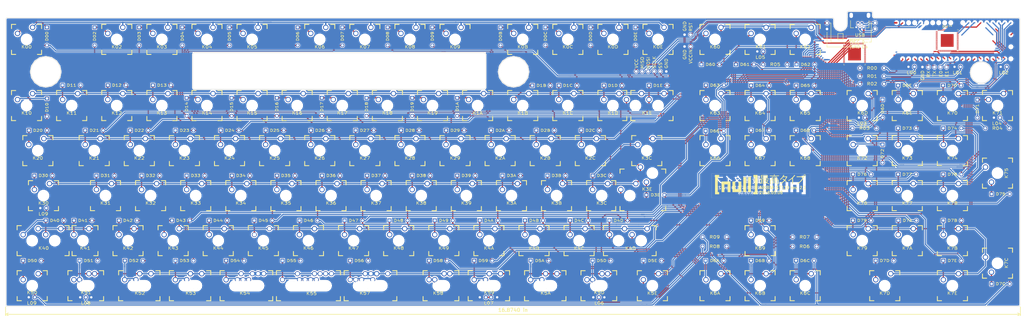
<source format=kicad_pcb>
(kicad_pcb (version 20171130) (host pcbnew "(5.1.9)-1")
  (title_block (title NKBM-ST110) (date 2018.01.17) (rev 2.0) (company null))
  (layers (0 F.Cu signal) (31 B.Cu signal) (34 B.Paste user) (35 F.Paste user) (36 B.SilkS user) (37 F.SilkS user) (38 B.Mask user) (39 F.Mask user) (44 Edge.Cuts user))
  (net 0 "")
  (net 1 /COL_11)
  (net 2 /COL_02)
  (net 3 /COL_03)
  (net 4 /COL_04)
  (net 5 /COL_05)
  (net 6 /COL_07)
  (net 7 /COL_08)
  (net 8 /COL_09)
  (net 9 /COL_10)
  (net 10 /COL_13)
  (net 11 /COL_01)
  (net 12 /COL_12)
  (net 13 /COL_14)
  (net 14 /GND)
  (net 15 /TX)
  (net 16 /RX)
  (net 17 /COL_06)
  (net 18 /VCC)
  (net 19 /RST)
  (net 20 /SELECT)
  (net 21 /SCLK)
  (net 22 /MOSI)
  (net 23 /MISO)
  (net 24 /ROW_01)
  (net 25 /ROW_02)
  (net 26 /ROW_03)
  (net 27 /ROW_04)
  (net 28 /ROW_05)
  (net 29 /ROW_06)
  (net 30 /VCC1)
  (net 31 /LED_06)
  (net 32 /LED_07)
  (net 33 /LED_05)
  (net 34 /LED_04)
  (net 35 /LED_03)
  (net 36 /LED_02)
  (net 37 /LED_01)
  (net 38 /LED_09)
  (net 39 /LED_08)
  (net 40 "Net-(D0B1-Pad1)")
  (net 41 "Net-(D0C1-Pad1)")
  (net 42 "Net-(D0D1-Pad1)")
  (net 43 "Net-(D0E1-Pad1)")
  (net 44 "Net-(D001-Pad1)")
  (net 45 /COL_00)
  (net 46 "Net-(D1A1-Pad1)")
  (net 47 "Net-(D1B1-Pad1)")
  (net 48 "Net-(D1C1-Pad1)")
  (net 49 "Net-(D1D1-Pad1)")
  (net 50 "Net-(D1E1-Pad1)")
  (net 51 "Net-(D2A1-Pad1)")
  (net 52 "Net-(D2B1-Pad1)")
  (net 53 "Net-(D2C1-Pad1)")
  (net 54 "Net-(D3A1-Pad1)")
  (net 55 "Net-(D3B1-Pad1)")
  (net 56 "Net-(D3C1-Pad1)")
  (net 57 "Net-(D3E1-Pad1)")
  (net 58 "Net-(D4A1-Pad1)")
  (net 59 "Net-(D4B1-Pad1)")
  (net 60 "Net-(D4C1-Pad1)")
  (net 61 "Net-(D4D1-Pad1)")
  (net 62 "Net-(D5A1-Pad1)")
  (net 63 "Net-(D5D1-Pad1)")
  (net 64 "Net-(D5E1-Pad1)")
  (net 65 "Net-(D021-Pad1)")
  (net 66 "Net-(D031-Pad1)")
  (net 67 "Net-(D041-Pad1)")
  (net 68 "Net-(D051-Pad1)")
  (net 69 "Net-(D061-Pad1)")
  (net 70 "Net-(D071-Pad1)")
  (net 71 "Net-(D081-Pad1)")
  (net 72 "Net-(D091-Pad1)")
  (net 73 "Net-(D101-Pad1)")
  (net 74 "Net-(D111-Pad1)")
  (net 75 "Net-(D121-Pad1)")
  (net 76 "Net-(D131-Pad1)")
  (net 77 "Net-(D141-Pad1)")
  (net 78 "Net-(D151-Pad1)")
  (net 79 "Net-(D171-Pad1)")
  (net 80 "Net-(D181-Pad1)")
  (net 81 "Net-(D191-Pad1)")
  (net 82 "Net-(D201-Pad1)")
  (net 83 "Net-(D211-Pad1)")
  (net 84 "Net-(D221-Pad1)")
  (net 85 "Net-(D231-Pad1)")
  (net 86 "Net-(D241-Pad1)")
  (net 87 "Net-(D251-Pad1)")
  (net 88 "Net-(D261-Pad1)")
  (net 89 "Net-(D271-Pad1)")
  (net 90 "Net-(D281-Pad1)")
  (net 91 "Net-(D291-Pad1)")
  (net 92 "Net-(D301-Pad1)")
  (net 93 "Net-(D311-Pad1)")
  (net 94 "Net-(D321-Pad1)")
  (net 95 "Net-(D331-Pad1)")
  (net 96 "Net-(D341-Pad1)")
  (net 97 "Net-(D351-Pad1)")
  (net 98 "Net-(D361-Pad1)")
  (net 99 "Net-(D371-Pad1)")
  (net 100 "Net-(D381-Pad1)")
  (net 101 "Net-(D391-Pad1)")
  (net 102 "Net-(D401-Pad1)")
  (net 103 "Net-(D411-Pad1)")
  (net 104 "Net-(D421-Pad1)")
  (net 105 "Net-(D431-Pad1)")
  (net 106 "Net-(D441-Pad1)")
  (net 107 "Net-(D451-Pad1)")
  (net 108 "Net-(D461-Pad1)")
  (net 109 "Net-(D471-Pad1)")
  (net 110 "Net-(D481-Pad1)")
  (net 111 "Net-(D491-Pad1)")
  (net 112 "Net-(D501-Pad1)")
  (net 113 "Net-(D511-Pad1)")
  (net 114 "Net-(D521-Pad1)")
  (net 115 "Net-(D531-Pad1)")
  (net 116 "Net-(D541-Pad1)")
  (net 117 "Net-(D551-Pad1)")
  (net 118 "Net-(D561-Pad1)")
  (net 119 "Net-(D581-Pad1)")
  (net 120 "Net-(D591-Pad1)")
  (net 121 /ROW_00)
  (net 122 /ROW_07)
  (net 123 "Net-(L01-Pad2)")
  (net 124 "Net-(L11-Pad2)")
  (net 125 "Net-(L21-Pad2)")
  (net 126 "Net-(L31-Pad2)")
  (net 127 "Net-(L41-Pad2)")
  (net 128 "Net-(L51-Pad2)")
  (net 129 "Net-(L61-Pad2)")
  (net 130 "Net-(L71-Pad2)")
  (net 131 "Net-(L81-Pad2)")
  (net 132 "Net-(L91-Pad2)")
  (net 133 "Net-(MCU1-Pad11)")
  (net 134 "Net-(MCU1-Pad12)")
  (net 135 /LED_00)
  (net 136 "Net-(D6A1-Pad1)")
  (net 137 "Net-(D6B1-Pad1)")
  (net 138 "Net-(D6C1-Pad1)")
  (net 139 "Net-(D6D1-Pad1)")
  (net 140 "Net-(D6E1-Pad1)")
  (net 141 "Net-(D7A1-Pad1)")
  (net 142 "Net-(D7B1-Pad1)")
  (net 143 "Net-(D7C1-Pad1)")
  (net 144 "Net-(D7D1-Pad1)")
  (net 145 "Net-(D7E1-Pad1)")
  (net 146 "Net-(D601-Pad1)")
  (net 147 "Net-(D611-Pad1)")
  (net 148 "Net-(D621-Pad1)")
  (net 149 "Net-(D631-Pad1)")
  (net 150 "Net-(D641-Pad1)")
  (net 151 "Net-(D651-Pad1)")
  (net 152 "Net-(D661-Pad1)")
  (net 153 "Net-(D671-Pad1)")
  (net 154 "Net-(D681-Pad1)")
  (net 155 "Net-(D691-Pad1)")
  (net 156 "Net-(D701-Pad1)")
  (net 157 "Net-(D711-Pad1)")
  (net 158 "Net-(D721-Pad1)")
  (net 159 "Net-(D731-Pad1)")
  (net 160 "Net-(D741-Pad1)")
  (net 161 "Net-(D751-Pad1)")
  (net 162 "Net-(D761-Pad1)")
  (net 163 "Net-(D771-Pad1)")
  (net 164 "Net-(D781-Pad1)")
  (net 165 "Net-(D791-Pad1)")
  (net 166 "Net-(D161-Pad1)")
  (module dfn_qfn:VQFN-64-1EP_9x9mm_P0.5mm_EP5.4x5.4mm (layer F.Cu) (at 455.19 63.5)
    (fp_text reference REF** (at 0 -5.8) (layer F.SilkS))
    (fp_text value VQFN-64-1EP_9x9mm_P0.5mm_EP5.4x5.4mm)
    (pad 65 smd rect (at 0 0) (size 5.4 5.4) (layers F.Cu F.Mask))
    (pad 64 smd roundrect (at -3.75 -4.4375) (size 0.25 0.825) (layers F.Cu F.Paste F.Mask))
    (pad 63 smd roundrect (at -3.25 -4.4375) (size 0.25 0.825) (layers F.Cu F.Paste F.Mask))
    (pad 62 smd roundrect (at -2.75 -4.4375) (size 0.25 0.825) (layers F.Cu F.Paste F.Mask))
    (pad 61 smd roundrect (at -2.25 -4.4375) (size 0.25 0.825) (layers F.Cu F.Paste F.Mask))
    (pad 60 smd roundrect (at -1.75 -4.4375) (size 0.25 0.825) (layers F.Cu F.Paste F.Mask))
    (pad 59 smd roundrect (at -1.25 -4.4375) (size 0.25 0.825) (layers F.Cu F.Paste F.Mask))
    (pad 58 smd roundrect (at -0.75 -4.4375) (size 0.25 0.825) (layers F.Cu F.Paste F.Mask))
    (pad 57 smd roundrect (at -0.25 -4.4375) (size 0.25 0.825) (layers F.Cu F.Paste F.Mask))
    (pad 56 smd roundrect (at 0.25 -4.4375) (size 0.25 0.825) (layers F.Cu F.Paste F.Mask))
    (pad 55 smd roundrect (at 0.75 -4.4375) (size 0.25 0.825) (layers F.Cu F.Paste F.Mask))
    (pad 54 smd roundrect (at 1.25 -4.4375) (size 0.25 0.825) (layers F.Cu F.Paste F.Mask))
    (pad 53 smd roundrect (at 1.75 -4.4375) (size 0.25 0.825) (layers F.Cu F.Paste F.Mask))
    (pad 52 smd roundrect (at 2.25 -4.4375) (size 0.25 0.825) (layers F.Cu F.Paste F.Mask))
    (pad 51 smd roundrect (at 2.75 -4.4375) (size 0.25 0.825) (layers F.Cu F.Paste F.Mask))
    (pad 50 smd roundrect (at 3.25 -4.4375) (size 0.25 0.825) (layers F.Cu F.Paste F.Mask))
    (pad 49 smd roundrect (at 3.75 -4.4375) (size 0.25 0.825) (layers F.Cu F.Paste F.Mask))
    (pad 48 smd roundrect (at 4.4375 -3.75) (size 0.825 0.25) (layers F.Cu F.Paste F.Mask))
    (pad 47 smd roundrect (at 4.4375 -3.25) (size 0.825 0.25) (layers F.Cu F.Paste F.Mask))
    (pad 46 smd roundrect (at 4.4375 -2.75) (size 0.825 0.25) (layers F.Cu F.Paste F.Mask))
    (pad 45 smd roundrect (at 4.4375 -2.25) (size 0.825 0.25) (layers F.Cu F.Paste F.Mask))
    (pad 44 smd roundrect (at 4.4375 -1.75) (size 0.825 0.25) (layers F.Cu F.Paste F.Mask))
    (pad 43 smd roundrect (at 4.4375 -1.25) (size 0.825 0.25) (layers F.Cu F.Paste F.Mask))
    (pad 42 smd roundrect (at 4.4375 -0.75) (size 0.825 0.25) (layers F.Cu F.Paste F.Mask))
    (pad 41 smd roundrect (at 4.4375 -0.25) (size 0.825 0.25) (layers F.Cu F.Paste F.Mask))
    (pad 40 smd roundrect (at 4.4375 0.25) (size 0.825 0.25) (layers F.Cu F.Paste F.Mask))
    (pad 39 smd roundrect (at 4.4375 0.75) (size 0.825 0.25) (layers F.Cu F.Paste F.Mask))
    (pad 38 smd roundrect (at 4.4375 1.25) (size 0.825 0.25) (layers F.Cu F.Paste F.Mask))
    (pad 37 smd roundrect (at 4.4375 1.75) (size 0.825 0.25) (layers F.Cu F.Paste F.Mask))
    (pad 36 smd roundrect (at 4.4375 2.25) (size 0.825 0.25) (layers F.Cu F.Paste F.Mask))
    (pad 35 smd roundrect (at 4.4375 2.75) (size 0.825 0.25) (layers F.Cu F.Paste F.Mask))
    (pad 34 smd roundrect (at 4.4375 3.25) (size 0.825 0.25) (layers F.Cu F.Paste F.Mask))
    (pad 33 smd roundrect (at 4.4375 3.75) (size 0.825 0.25) (layers F.Cu F.Paste F.Mask))
    (pad 32 smd roundrect (at 3.75 4.4375) (size 0.25 0.825) (layers F.Cu F.Paste F.Mask))
    (pad 31 smd roundrect (at 3.25 4.4375) (size 0.25 0.825) (layers F.Cu F.Paste F.Mask))
    (pad 30 smd roundrect (at 2.75 4.4375) (size 0.25 0.825) (layers F.Cu F.Paste F.Mask))
    (pad 29 smd roundrect (at 2.25 4.4375) (size 0.25 0.825) (layers F.Cu F.Paste F.Mask))
    (pad 28 smd roundrect (at 1.75 4.4375) (size 0.25 0.825) (layers F.Cu F.Paste F.Mask))
    (pad 27 smd roundrect (at 1.25 4.4375) (size 0.25 0.825) (layers F.Cu F.Paste F.Mask))
    (pad 26 smd roundrect (at 0.75 4.4375) (size 0.25 0.825) (layers F.Cu F.Paste F.Mask))
    (pad 25 smd roundrect (at 0.25 4.4375) (size 0.25 0.825) (layers F.Cu F.Paste F.Mask))
    (pad 24 smd roundrect (at -0.25 4.4375) (size 0.25 0.825) (layers F.Cu F.Paste F.Mask))
    (pad 23 smd roundrect (at -0.75 4.4375) (size 0.25 0.825) (layers F.Cu F.Paste F.Mask))
    (pad 22 smd roundrect (at -1.25 4.4375) (size 0.25 0.825) (layers F.Cu F.Paste F.Mask))
    (pad 21 smd roundrect (at -1.75 4.4375) (size 0.25 0.825) (layers F.Cu F.Paste F.Mask))
    (pad 20 smd roundrect (at -2.25 4.4375) (size 0.25 0.825) (layers F.Cu F.Paste F.Mask))
    (pad 19 smd roundrect (at -2.75 4.4375) (size 0.25 0.825) (layers F.Cu F.Paste F.Mask))
    (pad 18 smd roundrect (at -3.25 4.4375) (size 0.25 0.825) (layers F.Cu F.Paste F.Mask))
    (pad 17 smd roundrect (at -3.75 4.4375) (size 0.25 0.825) (layers F.Cu F.Paste F.Mask))
    (pad 16 smd roundrect (at -4.4375 3.75) (size 0.825 0.25) (layers F.Cu F.Paste F.Mask))
    (pad 15 smd roundrect (at -4.4375 3.25) (size 0.825 0.25) (layers F.Cu F.Paste F.Mask))
    (pad 14 smd roundrect (at -4.4375 2.75) (size 0.825 0.25) (layers F.Cu F.Paste F.Mask))
    (pad 13 smd roundrect (at -4.4375 2.25) (size 0.825 0.25) (layers F.Cu F.Paste F.Mask))
    (pad 12 smd roundrect (at -4.4375 1.75) (size 0.825 0.25) (layers F.Cu F.Paste F.Mask))
    (pad 11 smd roundrect (at -4.4375 1.25) (size 0.825 0.25) (layers F.Cu F.Paste F.Mask))
    (pad 10 smd roundrect (at -4.4375 0.75) (size 0.825 0.25) (layers F.Cu F.Paste F.Mask))
    (pad 9 smd roundrect (at -4.4375 0.25) (size 0.825 0.25) (layers F.Cu F.Paste F.Mask))
    (pad 8 smd roundrect (at -4.4375 -0.25) (size 0.825 0.25) (layers F.Cu F.Paste F.Mask))
    (pad 7 smd roundrect (at -4.4375 -0.75) (size 0.825 0.25) (layers F.Cu F.Paste F.Mask))
    (pad 6 smd roundrect (at -4.4375 -1.25) (size 0.825 0.25) (layers F.Cu F.Paste F.Mask))
    (pad 5 smd roundrect (at -4.4375 -1.75) (size 0.825 0.25) (layers F.Cu F.Paste F.Mask))
    (pad 4 smd roundrect (at -4.4375 -2.25) (size 0.825 0.25) (layers F.Cu F.Paste F.Mask))
    (pad 3 smd roundrect (at -4.4375 -2.75) (size 0.825 0.25) (layers F.Cu F.Paste F.Mask))
    (pad 2 smd roundrect (at -4.4375 -3.25) (size 0.825 0.25) (layers F.Cu F.Paste F.Mask))
    (pad 1 smd roundrect (at -4.4375 -3.75) (size 0.825 0.25) (layers F.Cu F.Paste F.Mask))
  )
  (module dfn_qfn:QFN-64-1EP_9x9mm_P0.5mm_EP5.4x5.4mm (layer F.Cu) (at 416.045 69.255)
    (fp_text reference REF** (at 0 -5.8) (layer F.SilkS))
    (fp_text value QFN-64-1EP_9x9mm_P0.5mm_EP5.4x5.4mm)
    (pad 65 smd rect (at 0 0) (size 5.4 5.4) (layers F.Cu F.Mask))
    (pad 64 smd roundrect (at -3.75 -4.4375) (size 0.25 0.825) (layers F.Cu F.Paste F.Mask))
    (pad 63 smd roundrect (at -3.25 -4.4375) (size 0.25 0.825) (layers F.Cu F.Paste F.Mask))
    (pad 62 smd roundrect (at -2.75 -4.4375) (size 0.25 0.825) (layers F.Cu F.Paste F.Mask))
    (pad 61 smd roundrect (at -2.25 -4.4375) (size 0.25 0.825) (layers F.Cu F.Paste F.Mask))
    (pad 60 smd roundrect (at -1.75 -4.4375) (size 0.25 0.825) (layers F.Cu F.Paste F.Mask))
    (pad 59 smd roundrect (at -1.25 -4.4375) (size 0.25 0.825) (layers F.Cu F.Paste F.Mask))
    (pad 58 smd roundrect (at -0.75 -4.4375) (size 0.25 0.825) (layers F.Cu F.Paste F.Mask))
    (pad 57 smd roundrect (at -0.25 -4.4375) (size 0.25 0.825) (layers F.Cu F.Paste F.Mask))
    (pad 56 smd roundrect (at 0.25 -4.4375) (size 0.25 0.825) (layers F.Cu F.Paste F.Mask))
    (pad 55 smd roundrect (at 0.75 -4.4375) (size 0.25 0.825) (layers F.Cu F.Paste F.Mask))
    (pad 54 smd roundrect (at 1.25 -4.4375) (size 0.25 0.825) (layers F.Cu F.Paste F.Mask))
    (pad 53 smd roundrect (at 1.75 -4.4375) (size 0.25 0.825) (layers F.Cu F.Paste F.Mask))
    (pad 52 smd roundrect (at 2.25 -4.4375) (size 0.25 0.825) (layers F.Cu F.Paste F.Mask))
    (pad 51 smd roundrect (at 2.75 -4.4375) (size 0.25 0.825) (layers F.Cu F.Paste F.Mask))
    (pad 50 smd roundrect (at 3.25 -4.4375) (size 0.25 0.825) (layers F.Cu F.Paste F.Mask))
    (pad 49 smd roundrect (at 3.75 -4.4375) (size 0.25 0.825) (layers F.Cu F.Paste F.Mask))
    (pad 48 smd roundrect (at 4.4375 -3.75) (size 0.825 0.25) (layers F.Cu F.Paste F.Mask))
    (pad 47 smd roundrect (at 4.4375 -3.25) (size 0.825 0.25) (layers F.Cu F.Paste F.Mask))
    (pad 46 smd roundrect (at 4.4375 -2.75) (size 0.825 0.25) (layers F.Cu F.Paste F.Mask))
    (pad 45 smd roundrect (at 4.4375 -2.25) (size 0.825 0.25) (layers F.Cu F.Paste F.Mask))
    (pad 44 smd roundrect (at 4.4375 -1.75) (size 0.825 0.25) (layers F.Cu F.Paste F.Mask))
    (pad 43 smd roundrect (at 4.4375 -1.25) (size 0.825 0.25) (layers F.Cu F.Paste F.Mask))
    (pad 42 smd roundrect (at 4.4375 -0.75) (size 0.825 0.25) (layers F.Cu F.Paste F.Mask))
    (pad 41 smd roundrect (at 4.4375 -0.25) (size 0.825 0.25) (layers F.Cu F.Paste F.Mask))
    (pad 40 smd roundrect (at 4.4375 0.25) (size 0.825 0.25) (layers F.Cu F.Paste F.Mask))
    (pad 39 smd roundrect (at 4.4375 0.75) (size 0.825 0.25) (layers F.Cu F.Paste F.Mask))
    (pad 38 smd roundrect (at 4.4375 1.25) (size 0.825 0.25) (layers F.Cu F.Paste F.Mask))
    (pad 37 smd roundrect (at 4.4375 1.75) (size 0.825 0.25) (layers F.Cu F.Paste F.Mask))
    (pad 36 smd roundrect (at 4.4375 2.25) (size 0.825 0.25) (layers F.Cu F.Paste F.Mask))
    (pad 35 smd roundrect (at 4.4375 2.75) (size 0.825 0.25) (layers F.Cu F.Paste F.Mask))
    (pad 34 smd roundrect (at 4.4375 3.25) (size 0.825 0.25) (layers F.Cu F.Paste F.Mask))
    (pad 33 smd roundrect (at 4.4375 3.75) (size 0.825 0.25) (layers F.Cu F.Paste F.Mask))
    (pad 32 smd roundrect (at 3.75 4.4375) (size 0.25 0.825) (layers F.Cu F.Paste F.Mask))
    (pad 31 smd roundrect (at 3.25 4.4375) (size 0.25 0.825) (layers F.Cu F.Paste F.Mask))
    (pad 30 smd roundrect (at 2.75 4.4375) (size 0.25 0.825) (layers F.Cu F.Paste F.Mask))
    (pad 29 smd roundrect (at 2.25 4.4375) (size 0.25 0.825) (layers F.Cu F.Paste F.Mask))
    (pad 28 smd roundrect (at 1.75 4.4375) (size 0.25 0.825) (layers F.Cu F.Paste F.Mask))
    (pad 27 smd roundrect (at 1.25 4.4375) (size 0.25 0.825) (layers F.Cu F.Paste F.Mask))
    (pad 26 smd roundrect (at 0.75 4.4375) (size 0.25 0.825) (layers F.Cu F.Paste F.Mask))
    (pad 25 smd roundrect (at 0.25 4.4375) (size 0.25 0.825) (layers F.Cu F.Paste F.Mask))
    (pad 24 smd roundrect (at -0.25 4.4375) (size 0.25 0.825) (layers F.Cu F.Paste F.Mask))
    (pad 23 smd roundrect (at -0.75 4.4375) (size 0.25 0.825) (layers F.Cu F.Paste F.Mask))
    (pad 22 smd roundrect (at -1.25 4.4375) (size 0.25 0.825) (layers F.Cu F.Paste F.Mask))
    (pad 21 smd roundrect (at -1.75 4.4375) (size 0.25 0.825) (layers F.Cu F.Paste F.Mask))
    (pad 20 smd roundrect (at -2.25 4.4375) (size 0.25 0.825) (layers F.Cu F.Paste F.Mask))
    (pad 19 smd roundrect (at -2.75 4.4375) (size 0.25 0.825) (layers F.Cu F.Paste F.Mask))
    (pad 18 smd roundrect (at -3.25 4.4375) (size 0.25 0.825) (layers F.Cu F.Paste F.Mask))
    (pad 17 smd roundrect (at -3.75 4.4375) (size 0.25 0.825) (layers F.Cu F.Paste F.Mask))
    (pad 16 smd roundrect (at -4.4375 3.75) (size 0.825 0.25) (layers F.Cu F.Paste F.Mask))
    (pad 15 smd roundrect (at -4.4375 3.25) (size 0.825 0.25) (layers F.Cu F.Paste F.Mask))
    (pad 14 smd roundrect (at -4.4375 2.75) (size 0.825 0.25) (layers F.Cu F.Paste F.Mask))
    (pad 13 smd roundrect (at -4.4375 2.25) (size 0.825 0.25) (layers F.Cu F.Paste F.Mask))
    (pad 12 smd roundrect (at -4.4375 1.75) (size 0.825 0.25) (layers F.Cu F.Paste F.Mask))
    (pad 11 smd roundrect (at -4.4375 1.25) (size 0.825 0.25) (layers F.Cu F.Paste F.Mask))
    (pad 10 smd roundrect (at -4.4375 0.75) (size 0.825 0.25) (layers F.Cu F.Paste F.Mask))
    (pad 9 smd roundrect (at -4.4375 0.25) (size 0.825 0.25) (layers F.Cu F.Paste F.Mask))
    (pad 8 smd roundrect (at -4.4375 -0.25) (size 0.825 0.25) (layers F.Cu F.Paste F.Mask))
    (pad 7 smd roundrect (at -4.4375 -0.75) (size 0.825 0.25) (layers F.Cu F.Paste F.Mask))
    (pad 6 smd roundrect (at -4.4375 -1.25) (size 0.825 0.25) (layers F.Cu F.Paste F.Mask))
    (pad 5 smd roundrect (at -4.4375 -1.75) (size 0.825 0.25) (layers F.Cu F.Paste F.Mask))
    (pad 4 smd roundrect (at -4.4375 -2.25) (size 0.825 0.25) (layers F.Cu F.Paste F.Mask))
    (pad 3 smd roundrect (at -4.4375 -2.75) (size 0.825 0.25) (layers F.Cu F.Paste F.Mask))
    (pad 2 smd roundrect (at -4.4375 -3.25) (size 0.825 0.25) (layers F.Cu F.Paste F.Mask))
    (pad 1 smd roundrect (at -4.4375 -3.75) (size 0.825 0.25) (layers F.Cu F.Paste F.Mask))
  )
  (module null_keyboard:CHERRY_PLATE_100H (layer F.Cu) (at 314 91.0575)
    (fp_text reference K1D (at 0 3.175) (layer F.SilkS) (effects (font (size 1.27 1.524) (thickness 0.2032))))
    (fp_text value CHRY_MX hide)
    (pad 1 thru_hole circle (at 2.54 -5.08) (size 2.286 2.286) (drill 1.4986) (layers *.Cu *.Mask) (net 24 /ROW_01) (clearance 0.5))
    (pad 2 thru_hole circle (at -3.81 -2.54) (size 2.286 2.286) (drill 1.4986) (layers *.Cu *.Mask) (net 49 "Net-(D1D1-Pad1)") (clearance 0.5))
    (pad "" np_thru_hole circle (at 0 0) (size 3.9878 3.9878) (drill 3.9878) (layers *.Cu) (clearance 0.5))
  )
  (module null_keyboard:CHERRY_PLATE_100H (layer F.Cu) (at 247.325 63.07)
    (fp_text reference K09 (at 0 3.175) (layer F.SilkS) (effects (font (size 1.27 1.524) (thickness 0.2032))))
    (fp_text value CHRY_MX hide)
    (pad 1 thru_hole circle (at 2.54 -5.08) (size 2.286 2.286) (drill 1.4986) (layers *.Cu *.Mask) (net 121 /ROW_00) (clearance 0.5))
    (pad 2 thru_hole circle (at -3.81 -2.54) (size 2.286 2.286) (drill 1.4986) (layers *.Cu *.Mask) (net 72 "Net-(D091-Pad1)") (clearance 0.5))
    (pad "" np_thru_hole circle (at 0 0) (size 3.9878 3.9878) (drill 3.9878) (layers *.Cu) (clearance 0.5))
  )
  (module null_keyboard:CHERRY_PLATE_100H (layer F.Cu) (at 228.275 63.07)
    (fp_text reference K08 (at 0 3.175) (layer F.SilkS) (effects (font (size 1.27 1.524) (thickness 0.2032))))
    (fp_text value CHRY_MX hide)
    (pad 1 thru_hole circle (at 2.54 -5.08) (size 2.286 2.286) (drill 1.4986) (layers *.Cu *.Mask) (net 121 /ROW_00) (clearance 0.5))
    (pad 2 thru_hole circle (at -3.81 -2.54) (size 2.286 2.286) (drill 1.4986) (layers *.Cu *.Mask) (net 71 "Net-(D081-Pad1)") (clearance 0.5))
    (pad "" np_thru_hole circle (at 0 0) (size 3.9878 3.9878) (drill 3.9878) (layers *.Cu) (clearance 0.5))
  )
  (module null_keyboard:CHERRY_PLATE_100H (layer F.Cu) (at 209.225 63.07)
    (fp_text reference K07 (at 0 3.175) (layer F.SilkS) (effects (font (size 1.27 1.524) (thickness 0.2032))))
    (fp_text value CHRY_MX hide)
    (pad 1 thru_hole circle (at 2.54 -5.08) (size 2.286 2.286) (drill 1.4986) (layers *.Cu *.Mask) (net 121 /ROW_00) (clearance 0.5))
    (pad 2 thru_hole circle (at -3.81 -2.54) (size 2.286 2.286) (drill 1.4986) (layers *.Cu *.Mask) (net 70 "Net-(D071-Pad1)") (clearance 0.5))
    (pad "" np_thru_hole circle (at 0 0) (size 3.9878 3.9878) (drill 3.9878) (layers *.Cu) (clearance 0.5))
  )
  (module null_keyboard:CHERRY_PLATE_100H (layer F.Cu) (at 190.175 63.07)
    (fp_text reference K06 (at 0 3.175) (layer F.SilkS) (effects (font (size 1.27 1.524) (thickness 0.2032))))
    (fp_text value CHRY_MX hide)
    (pad 1 thru_hole circle (at 2.54 -5.08) (size 2.286 2.286) (drill 1.4986) (layers *.Cu *.Mask) (net 121 /ROW_00) (clearance 0.5))
    (pad 2 thru_hole circle (at -3.81 -2.54) (size 2.286 2.286) (drill 1.4986) (layers *.Cu *.Mask) (net 69 "Net-(D061-Pad1)") (clearance 0.5))
    (pad "" np_thru_hole circle (at 0 0) (size 3.9878 3.9878) (drill 3.9878) (layers *.Cu) (clearance 0.5))
  )
  (module null_keyboard:CHERRY_PLATE_100H (layer F.Cu) (at 161.6 63.07)
    (fp_text reference K05 (at 0 3.175) (layer F.SilkS) (effects (font (size 1.27 1.524) (thickness 0.2032))))
    (fp_text value CHRY_MX hide)
    (pad 1 thru_hole circle (at 2.54 -5.08) (size 2.286 2.286) (drill 1.4986) (layers *.Cu *.Mask) (net 121 /ROW_00) (clearance 0.5))
    (pad 2 thru_hole circle (at -3.81 -2.54) (size 2.286 2.286) (drill 1.4986) (layers *.Cu *.Mask) (net 68 "Net-(D051-Pad1)") (clearance 0.5))
    (pad "" np_thru_hole circle (at 0 0) (size 3.9878 3.9878) (drill 3.9878) (layers *.Cu) (clearance 0.5))
  )
  (module null_keyboard:CHERRY_PLATE_100H (layer F.Cu) (at 142.55 63.07)
    (fp_text reference K04 (at 0 3.175) (layer F.SilkS) (effects (font (size 1.27 1.524) (thickness 0.2032))))
    (fp_text value CHRY_MX hide)
    (pad 1 thru_hole circle (at 2.54 -5.08) (size 2.286 2.286) (drill 1.4986) (layers *.Cu *.Mask) (net 121 /ROW_00) (clearance 0.5))
    (pad 2 thru_hole circle (at -3.81 -2.54) (size 2.286 2.286) (drill 1.4986) (layers *.Cu *.Mask) (net 67 "Net-(D041-Pad1)") (clearance 0.5))
    (pad "" np_thru_hole circle (at 0 0) (size 3.9878 3.9878) (drill 3.9878) (layers *.Cu) (clearance 0.5))
  )
  (module null_keyboard:CHERRY_PLATE_100H (layer F.Cu) (at 256.85 91.0575)
    (fp_text reference K1A (at 0 3.175) (layer F.SilkS) (effects (font (size 1.27 1.524) (thickness 0.2032))))
    (fp_text value CHRY_MX hide)
    (pad 1 thru_hole circle (at 2.54 -5.08) (size 2.286 2.286) (drill 1.4986) (layers *.Cu *.Mask) (net 24 /ROW_01) (clearance 0.5))
    (pad 2 thru_hole circle (at -3.81 -2.54) (size 2.286 2.286) (drill 1.4986) (layers *.Cu *.Mask) (net 46 "Net-(D1A1-Pad1)") (clearance 0.5))
    (pad "" np_thru_hole circle (at 0 0) (size 3.9878 3.9878) (drill 3.9878) (layers *.Cu) (clearance 0.5))
  )
  (module null_keyboard:CHERRY_PLATE_100H (layer F.Cu) (at 237.8 91.0575)
    (fp_text reference K19 (at 0 3.175) (layer F.SilkS) (effects (font (size 1.27 1.524) (thickness 0.2032))))
    (fp_text value CHRY_MX hide)
    (pad 1 thru_hole circle (at 2.54 -5.08) (size 2.286 2.286) (drill 1.4986) (layers *.Cu *.Mask) (net 24 /ROW_01) (clearance 0.5))
    (pad 2 thru_hole circle (at -3.81 -2.54) (size 2.286 2.286) (drill 1.4986) (layers *.Cu *.Mask) (net 81 "Net-(D191-Pad1)") (clearance 0.5))
    (pad "" np_thru_hole circle (at 0 0) (size 3.9878 3.9878) (drill 3.9878) (layers *.Cu) (clearance 0.5))
  )
  (module null_keyboard:CHERRY_PLATE_100H (layer F.Cu) (at 142.55 91.0575)
    (fp_text reference K14 (at 0 3.175) (layer F.SilkS) (effects (font (size 1.27 1.524) (thickness 0.2032))))
    (fp_text value CHRY_MX hide)
    (pad 1 thru_hole circle (at 2.54 -5.08) (size 2.286 2.286) (drill 1.4986) (layers *.Cu *.Mask) (net 24 /ROW_01) (clearance 0.5))
    (pad 2 thru_hole circle (at -3.81 -2.54) (size 2.286 2.286) (drill 1.4986) (layers *.Cu *.Mask) (net 77 "Net-(D141-Pad1)") (clearance 0.5))
    (pad "" np_thru_hole circle (at 0 0) (size 3.9878 3.9878) (drill 3.9878) (layers *.Cu) (clearance 0.5))
  )
  (module null_keyboard:CHERRY_PLATE_100H (layer F.Cu) (at 218.75 91.0575)
    (fp_text reference K18 (at 0 3.175) (layer F.SilkS) (effects (font (size 1.27 1.524) (thickness 0.2032))))
    (fp_text value CHRY_MX hide)
    (pad 1 thru_hole circle (at 2.54 -5.08) (size 2.286 2.286) (drill 1.4986) (layers *.Cu *.Mask) (net 24 /ROW_01) (clearance 0.5))
    (pad 2 thru_hole circle (at -3.81 -2.54) (size 2.286 2.286) (drill 1.4986) (layers *.Cu *.Mask) (net 80 "Net-(D181-Pad1)") (clearance 0.5))
    (pad "" np_thru_hole circle (at 0 0) (size 3.9878 3.9878) (drill 3.9878) (layers *.Cu) (clearance 0.5))
  )
  (module null_keyboard:CHERRY_PLATE_100H (layer F.Cu) (at 199.7 91.0575)
    (fp_text reference K17 (at 0 3.175) (layer F.SilkS) (effects (font (size 1.27 1.524) (thickness 0.2032))))
    (fp_text value CHRY_MX hide)
    (pad 1 thru_hole circle (at 2.54 -5.08) (size 2.286 2.286) (drill 1.4986) (layers *.Cu *.Mask) (net 24 /ROW_01) (clearance 0.5))
    (pad 2 thru_hole circle (at -3.81 -2.54) (size 2.286 2.286) (drill 1.4986) (layers *.Cu *.Mask) (net 79 "Net-(D171-Pad1)") (clearance 0.5))
    (pad "" np_thru_hole circle (at 0 0) (size 3.9878 3.9878) (drill 3.9878) (layers *.Cu) (clearance 0.5))
  )
  (module null_keyboard:CHERRY_PLATE_100H (layer F.Cu) (at 180.65 91.0575)
    (fp_text reference K16 (at 0 3.175) (layer F.SilkS) (effects (font (size 1.27 1.524) (thickness 0.2032))))
    (fp_text value CHRY_MX hide)
    (pad 1 thru_hole circle (at 2.54 -5.08) (size 2.286 2.286) (drill 1.4986) (layers *.Cu *.Mask) (net 24 /ROW_01) (clearance 0.5))
    (pad 2 thru_hole circle (at -3.81 -2.54) (size 2.286 2.286) (drill 1.4986) (layers *.Cu *.Mask) (net 166 "Net-(D161-Pad1)") (clearance 0.5))
    (pad "" np_thru_hole circle (at 0 0) (size 3.9878 3.9878) (drill 3.9878) (layers *.Cu) (clearance 0.5))
  )
  (module null_keyboard:CHERRY_PLATE_100H (layer F.Cu) (at 161.6 91.0575)
    (fp_text reference K15 (at 0 3.175) (layer F.SilkS) (effects (font (size 1.27 1.524) (thickness 0.2032))))
    (fp_text value CHRY_MX hide)
    (pad 1 thru_hole circle (at 2.54 -5.08) (size 2.286 2.286) (drill 1.4986) (layers *.Cu *.Mask) (net 24 /ROW_01) (clearance 0.5))
    (pad 2 thru_hole circle (at -3.81 -2.54) (size 2.286 2.286) (drill 1.4986) (layers *.Cu *.Mask) (net 78 "Net-(D151-Pad1)") (clearance 0.5))
    (pad "" np_thru_hole circle (at 0 0) (size 3.9878 3.9878) (drill 3.9878) (layers *.Cu) (clearance 0.5))
  )
  (module null_keyboard:CHERRY_PLATE_100H (layer F.Cu) (at 376.162 148.208)
    (fp_text reference K69 (at 0 3.175) (layer F.SilkS) (effects (font (size 1.27 1.524) (thickness 0.2032))))
    (fp_text value CHRY_MX hide)
    (pad 1 thru_hole circle (at 2.54 -5.08) (size 2.286 2.286) (drill 1.4986) (layers *.Cu *.Mask) (net 29 /ROW_06) (clearance 0.5))
    (pad 2 thru_hole circle (at -3.81 -2.54) (size 2.286 2.286) (drill 1.4986) (layers *.Cu *.Mask) (net 155 "Net-(D691-Pad1)") (clearance 0.5))
    (pad "" np_thru_hole circle (at 0 0) (size 3.9878 3.9878) (drill 3.9878) (layers *.Cu) (clearance 0.5))
  )
  (module null_keyboard:CHERRY_PLATE_100H (layer F.Cu) (at 376.162 91.0575)
    (fp_text reference K64 (at 0 3.175) (layer F.SilkS) (effects (font (size 1.27 1.524) (thickness 0.2032))))
    (fp_text value CHRY_MX hide)
    (pad 1 thru_hole circle (at 2.54 -5.08) (size 2.286 2.286) (drill 1.4986) (layers *.Cu *.Mask) (net 29 /ROW_06) (clearance 0.5))
    (pad 2 thru_hole circle (at -3.81 -2.54) (size 2.286 2.286) (drill 1.4986) (layers *.Cu *.Mask) (net 150 "Net-(D641-Pad1)") (clearance 0.5))
    (pad "" np_thru_hole circle (at 0 0) (size 3.9878 3.9878) (drill 3.9878) (layers *.Cu) (clearance 0.5))
  )
  (module null_keyboard:DIODE (layer F.Cu) (at 356.94 156.66)
    (fp_text reference D6A (at 0 0) (layer F.SilkS) (effects (font (size 1.1 1.4) (thickness 0.2032))))
    (fp_text value 1N4148 hide)
    (pad 1 thru_hole rect (at -3.81 0) (size 1.651 1.651) (drill 0.9906) (layers *.Cu *.Mask) (net 136 "Net-(D6A1-Pad1)"))
    (pad 2 thru_hole circle (at 3.81 0) (size 1.651 1.651) (drill 0.9906) (layers *.Cu *.Mask) (net 9 /COL_10))
  )
  (module null_keyboard:CHERRY_PLATE_125H (layer F.Cu) (at 240.179 167.258)
    (fp_text reference K58 (at 0 3.175) (layer F.SilkS) (effects (font (size 1.27 1.524) (thickness 0.2032))))
    (fp_text value CHRY_MX hide)
    (pad 1 thru_hole circle (at 2.54 -5.08) (size 2.286 2.286) (drill 1.4986) (layers *.Cu *.Mask) (net 28 /ROW_05) (clearance 0.5))
    (pad 2 thru_hole circle (at -3.81 -2.54) (size 2.286 2.286) (drill 1.4986) (layers *.Cu *.Mask) (net 119 "Net-(D581-Pad1)") (clearance 0.5))
    (pad "" np_thru_hole oval (at 1.321 0) (size 6.5 3.9878) (drill oval 6.5 3.9878) (layers *.Cu) (clearance 0.5))
  )
  (module null_keyboard:CHERRY_PLATE_100H (layer F.Cu) (at 242.558 167.258)
    (fp_text reference K58 hide)
    (fp_text value CHRY_MX hide)
    (pad 1 thru_hole circle (at 2.54 -5.08) (size 2.286 2.286) (drill 1.4986) (layers *.Cu *.Mask) (net 28 /ROW_05) (clearance 0.5))
    (pad 2 thru_hole circle (at -3.81 -2.54) (size 2.286 2.286) (drill 1.4986) (layers *.Cu *.Mask) (net 119 "Net-(D581-Pad1)") (clearance 0.5))
  )
  (module null_keyboard:CHERRY_PLATE_100H (layer F.Cu) (at 333.05 63.07)
    (fp_text reference K0E (at 0 3.175) (layer F.SilkS) (effects (font (size 1.27 1.524) (thickness 0.2032))))
    (fp_text value CHRY_MX hide)
    (pad 1 thru_hole circle (at 2.54 -5.08) (size 2.286 2.286) (drill 1.4986) (layers *.Cu *.Mask) (net 121 /ROW_00) (clearance 0.5))
    (pad 2 thru_hole circle (at -3.81 -2.54) (size 2.286 2.286) (drill 1.4986) (layers *.Cu *.Mask) (net 43 "Net-(D0E1-Pad1)") (clearance 0.5))
    (pad "" np_thru_hole circle (at 0 0) (size 3.9878 3.9878) (drill 3.9878) (layers *.Cu) (clearance 0.5))
  )
  (module null_keyboard:CHERRY_PLATE_625H (layer F.Cu) (at 187.794 167.258)
    (fp_text reference K55 (at -1.094 3.312) (layer F.SilkS) (effects (font (size 1.27 1.524) (thickness 0.2032))))
    (fp_text value CHRY_MX hide)
    (pad 1 thru_hole circle (at 2.54 -5.08) (size 2.1 2.1) (drill 1.4986) (layers *.Cu *.Mask) (net 28 /ROW_05) (clearance 0.5))
    (pad 2 thru_hole circle (at -3.81 -2.54) (size 2.1 2.1) (drill 1.4986) (layers *.Cu *.Mask) (net 117 "Net-(D551-Pad1)") (clearance 0.5))
  )
  (module null_keyboard:CHERRY_PLATE_450H (layer F.Cu) (at 185.412 167.258)
    (fp_text reference K552 hide)
    (fp_text value CHRY_MX hide)
    (pad 1 thru_hole circle (at 2.54 -5.08) (size 2.1 2.1) (drill 1.4986) (layers *.Cu *.Mask) (net 28 /ROW_05) (clearance 0.5))
    (pad 2 thru_hole circle (at -3.81 -2.54) (size 2.1 2.1) (drill 1.4986) (layers *.Cu *.Mask) (net 117 "Net-(D551-Pad1)") (clearance 0.5))
  )
  (module null_keyboard:CHERRY_PLATE_125H (layer F.Cu) (at 192.556 167.258)
    (fp_text reference K553 hide)
    (fp_text value CHRY_MX hide)
    (pad 1 thru_hole circle (at 2.54 -5.08) (size 2.1 2.1) (drill 1.4986) (layers *.Cu *.Mask) (net 28 /ROW_05) (clearance 0.5))
    (pad 2 thru_hole circle (at -3.81 -2.54) (size 2.1 2.1) (drill 1.4986) (layers *.Cu *.Mask) (net 117 "Net-(D551-Pad1)") (clearance 0.5))
  )
  (module null_keyboard:CHERRY_PLATE_125H (layer F.Cu) (at 190.14 167.258)
    (fp_text reference K553 hide)
    (fp_text value CHRY_MX hide)
    (pad 1 thru_hole circle (at 2.54 -5.08) (size 2.1 2.1) (drill 1.4986) (layers *.Cu *.Mask) (net 28 /ROW_05) (clearance 0.5))
    (pad 2 thru_hole circle (at -3.81 -2.54) (size 2.1 2.1) (drill 1.4986) (layers *.Cu *.Mask) (net 117 "Net-(D551-Pad1)") (clearance 0.5))
  )
  (module null_keyboard:CHERRY_PLATE_125H (layer F.Cu) (at 92.5438 167.258)
    (fp_text reference K511 hide)
    (fp_text value CHRY_MX hide)
    (pad 1 thru_hole circle (at 2.54 -5.08) (size 2.286 2.286) (drill 1.4986) (layers *.Cu *.Mask) (net 28 /ROW_05) (clearance 0.5))
    (pad 2 thru_hole circle (at -3.81 -2.54) (size 2.286 2.286) (drill 1.4986) (layers *.Cu *.Mask) (net 113 "Net-(D511-Pad1)") (clearance 0.5))
  )
  (module null_keyboard:CHERRY_PLATE_125H (layer F.Cu) (at 116.3562 167.258)
    (fp_text reference K521 hide)
    (fp_text value CHRY_MX hide)
    (pad 1 thru_hole circle (at 2.54 -5.08) (size 2.286 2.286) (drill 1.4986) (layers *.Cu *.Mask) (net 28 /ROW_05) (clearance 0.5))
    (pad 2 thru_hole circle (at -3.81 -2.54) (size 2.286 2.286) (drill 1.4986) (layers *.Cu *.Mask) (net 114 "Net-(D521-Pad1)") (clearance 0.5))
  )
  (module null_keyboard:CHERRY_PLATE_125H (layer F.Cu) (at 137.7862 167.258)
    (fp_text reference K521 hide)
    (fp_text value CHRY_MX hide)
    (pad 1 thru_hole circle (at 2.54 -5.08) (size 2.286 2.286) (drill 1.4986) (layers *.Cu *.Mask) (net 28 /ROW_05) (clearance 0.5))
    (pad 2 thru_hole circle (at -3.81 -2.54) (size 2.286 2.286) (drill 1.4986) (layers *.Cu *.Mask) (net 115 "Net-(D531-Pad1)") (clearance 0.5))
  )
  (module null_keyboard:CHERRY_PLATE_100H (layer F.Cu) (at 309.238 167.258)
    (fp_text reference K5D (at -1.038 2.912) (layer F.SilkS) (effects (font (size 1.27 1.524) (thickness 0.2032))))
    (fp_text value CHRY_MX hide)
    (pad 1 thru_hole circle (at 2.54 -5.08) (size 2.286 2.286) (drill 1.4986) (layers *.Cu *.Mask) (net 28 /ROW_05) (clearance 0.5))
    (pad 2 thru_hole circle (at -3.81 -2.54) (size 2.286 2.286) (drill 1.4986) (layers *.Cu *.Mask) (net 63 "Net-(D5D1-Pad1)") (clearance 0.5))
  )
  (module null_keyboard:CHERRY_PLATE_125H (layer F.Cu) (at 287.806 167.258)
    (fp_text reference K5A (at -2.256 3.162) (layer F.SilkS) (effects (font (size 1.27 1.524) (thickness 0.2032))))
    (fp_text value CHRY_MX hide)
    (pad 1 thru_hole circle (at 2.54 -5.08) (size 2.286 2.286) (drill 1.4986) (layers *.Cu *.Mask) (net 28 /ROW_05) (clearance 0.5))
    (pad 2 thru_hole circle (at -3.81 -2.54) (size 2.286 2.286) (drill 1.4986) (layers *.Cu *.Mask) (net 62 "Net-(D5A1-Pad1)") (clearance 0.5))
  )
  (module null_keyboard:CHERRY_PLATE_125H (layer F.Cu) (at 264.006 167.258)
    (fp_text reference K59 (at -2.306 2.912) (layer F.SilkS) (effects (font (size 1.27 1.524) (thickness 0.2032))))
    (fp_text value CHRY_MX hide)
    (pad 1 thru_hole circle (at 2.54 -5.08) (size 2.286 2.286) (drill 1.4986) (layers *.Cu *.Mask) (net 28 /ROW_05) (clearance 0.5))
    (pad 2 thru_hole circle (at -3.81 -2.54) (size 2.286 2.286) (drill 1.4986) (layers *.Cu *.Mask) (net 120 "Net-(D591-Pad1)") (clearance 0.5))
  )
  (module null_keyboard:CHERRY_PLATE_100H (layer F.Cu) (at 395.212 63.07)
    (fp_text reference K62 (at 0 3.175) (layer F.SilkS) (effects (font (size 1.27 1.524) (thickness 0.2032))))
    (fp_text value CHRY_MX hide)
    (pad 1 thru_hole circle (at 2.54 -5.08) (size 2.286 2.286) (drill 1.4986) (layers *.Cu *.Mask) (net 29 /ROW_06) (clearance 0.5))
    (pad 2 thru_hole circle (at -3.81 -2.54) (size 2.286 2.286) (drill 1.4986) (layers *.Cu *.Mask) (net 148 "Net-(D621-Pad1)") (clearance 0.5))
    (pad "" np_thru_hole circle (at 0 0) (size 3.9878 3.9878) (drill 3.9878) (layers *.Cu) (clearance 0.5))
  )
  (module null_keyboard:TEENSY2.0++ (layer F.Cu) (at 424.92 57.36 90)
    (fp_text reference "USB DATA")
    (fp_text value BREAKOUT)
    (fp_text user D- (at -6.84 -4.38 180) (layer F.SilkS) (effects (font (size 1.27 1.2) (thickness 0.2))))
    (fp_text user D+ (at -8.87 -4.38 180) (layer F.SilkS) (effects (font (size 1.27 1.2) (thickness 0.2))))
    (pad 3 thru_hole circle (at -1.23 -0.16 90) (size 1.6 1.6) (drill 1.1) (layers *.Cu *.Mask))
    (pad 4 thru_hole circle (at 1.31 -0.16 90) (size 1.6 1.6) (drill 1.1) (layers *.Cu *.Mask))
    (pad 3 thru_hole circle (at -1.23 -0.16 90) (size 1.6 1.6) (drill 1.1) (layers *.Cu *.Mask))
    (pad 4 thru_hole circle (at 1.31 -0.16 90) (size 1.6 1.6) (drill 1.1) (layers *.Cu *.Mask))
  )
  (module null_keyboard:TEENSY2.0++ (layer F.Cu) (at 404.58 57.36 90)
    (fp_text reference "USB POWER")
    (fp_text value BREAKOUT)
    (fp_text user VCC (at -6.84 11.92 180) (layer F.SilkS) (effects (font (size 1.27 1.2) (thickness 0.2))))
    (fp_text user GND (at -8.86 11.93 180) (layer F.SilkS) (effects (font (size 1.27 1.2) (thickness 0.2))))
    (pad 1 thru_hole rect (at -1.31 -0.16 90) (size 1.6 1.6) (drill 1.1) (layers *.Cu *.Mask) (net 14 /GND))
    (pad 2 thru_hole circle (at 1.23 -0.16 90) (size 1.6 1.6) (drill 1.1) (layers *.Cu *.Mask))
  )
  (module Desktop:USB_Mini-B_Lumberg_2486_01_Horizontal (layer F.Cu) (at 414.48 49.1 180)
    (fp_text reference USB (at -3.84 -12.16 180) (layer F.SilkS) (effects (font (size 1.27 1.4) (thickness 0.2))))
    (fp_text value "Molex USB_Mini-B")
    (pad 6 thru_hole oval (at -0.16 -3.8 180) (size 2 3) (drill oval 1.5 2.2 (offset 0 -0.135)) (layers *.Cu *.Mask) (net 14 /GND))
    (pad 7 thru_hole oval (at -7.46 -3.8 180) (size 2 3) (drill oval 1.5 2.2 (offset 0 -0.135)) (layers *.Cu *.Mask) (net 14 /GND))
    (pad 3 thru_hole oval (at -5.46 -8.8 180) (size 1.1 1.65) (drill oval 0.75 (offset 0 -0.3)) (layers *.Cu *.Mask))
    (pad 2 thru_hole oval (at -3.86 -8.8 180) (size 1.1 1.65) (drill oval 0.75 (offset 0 -0.3)) (layers *.Cu *.Mask))
    (pad 1 thru_hole oval (at -2.26 -8.8 180) (size 1.1 1.65) (drill oval 0.75 (offset 0 -0.3)) (layers *.Cu *.Mask) (net 14 /GND))
    (pad 4 thru_hole oval (at -3.06 -7.6 180) (size 1.1 1.65) (drill oval 0.75 (offset 0 0.3)) (layers *.Cu *.Mask))
    (pad 5 thru_hole oval (at -4.66 -7.6 180) (size 1.1 1.65) (drill oval 0.75 (offset 0 0.3)) (layers *.Cu *.Mask))
  )
  (module null_keyboard:CHERRY_PLATE_200H (layer F.Cu) (at 209.21 167.258)
    (fp_text reference K57 (at 0 3.175) (layer F.SilkS) (effects (font (size 1.27 1.524) (thickness 0.2032))))
    (fp_text value CHRY_MX hide)
    (pad 1 thru_hole circle (at 2.54 -5.08) (size 2.1 2.1) (drill 1.4986) (layers *.Cu *.Mask) (net 28 /ROW_05) (clearance 0.5))
    (pad 2 thru_hole circle (at -3.81 -2.54) (size 2.1 2.1) (drill 1.4986) (layers *.Cu *.Mask) (net 118 "Net-(D561-Pad1)") (clearance 0.5))
  )
  (module null_keyboard:CHERRY_PLATE_125H (layer F.Cu) (at 211.69 167.258)
    (fp_text reference K572 hide)
    (fp_text value CHRY_MX hide)
    (pad 1 thru_hole circle (at 2.54 -5.08) (size 2.286 2.286) (drill 1.4986) (layers *.Cu *.Mask) (net 28 /ROW_05) (clearance 0.5))
    (pad 2 thru_hole circle (at -3.81 -2.54) (size 2.1 2.1) (drill 1.4986) (layers *.Cu *.Mask) (net 118 "Net-(D561-Pad1)") (clearance 0.5))
  )
  (module null_keyboard:CHERRY_PLATE_125H (layer F.Cu) (at 216.375 167.258)
    (fp_text reference K572 hide)
    (fp_text value CHRY_MX hide)
    (pad 1 thru_hole circle (at 2.54 -5.08) (size 2.1 2.1) (drill 1.4986) (layers *.Cu *.Mask) (net 28 /ROW_05) (clearance 0.5))
    (pad 2 thru_hole circle (at -3.81 -2.54) (size 2.1 2.1) (drill 1.4986) (layers *.Cu *.Mask) (net 118 "Net-(D561-Pad1)") (clearance 0.5))
  )
  (module null_keyboard:CHERRY_PLATE_225H (layer F.Cu) (at 163.965 167.258)
    (fp_text reference K542 hide)
    (fp_text value CHRY_MX hide)
    (pad 1 thru_hole circle (at 2.54 -5.08) (size 2.1 2.1) (drill 1.4986) (layers *.Cu *.Mask) (net 28 /ROW_05) (clearance 0.5))
    (pad 2 thru_hole circle (at -3.81 -2.54) (size 2.1 2.1) (drill 1.4986) (layers *.Cu *.Mask) (net 116 "Net-(D541-Pad1)") (clearance 0.5))
  )
  (module null_keyboard:CHERRY_PLATE_200H (layer F.Cu) (at 161.6 167.258)
    (fp_text reference K54 (at -3.05 3.162) (layer F.SilkS) (effects (font (size 1.27 1.524) (thickness 0.2032))))
    (fp_text value CHRY_MX hide)
    (pad 1 thru_hole circle (at 2.54 -5.08) (size 2.1 2.1) (drill 1.4986) (layers *.Cu *.Mask) (net 28 /ROW_05) (clearance 0.5))
    (pad 2 thru_hole circle (at -3.81 -2.54) (size 2.1 2.1) (drill 1.4986) (layers *.Cu *.Mask) (net 116 "Net-(D541-Pad1)") (clearance 0.5))
  )
  (module null_keyboard:CHERRY_PLATE_125H (layer F.Cu) (at 159.1962 167.258)
    (fp_text reference K521 hide)
    (fp_text value CHRY_MX hide)
    (pad 1 thru_hole circle (at 2.54 -5.08) (size 2.1 2.1) (drill 1.4986) (layers *.Cu *.Mask) (net 28 /ROW_05) (clearance 0.5))
    (pad 2 thru_hole circle (at -3.81 -2.54) (size 2.1 2.1) (drill 1.4986) (layers *.Cu *.Mask) (net 116 "Net-(D541-Pad1)") (clearance 0.5))
  )
  (module null_keyboard:CHERRY_PLATE_125H (layer F.Cu) (at 154.437 167.258)
    (fp_text reference K541 hide)
    (fp_text value CHRY_MX hide)
    (pad 1 thru_hole circle (at 2.54 -5.08) (size 2.1 2.1) (drill 1.4986) (layers *.Cu *.Mask) (net 28 /ROW_05) (clearance 0.5))
    (pad 2 thru_hole circle (at -3.81 -2.54) (size 2.286 2.286) (drill 1.4986) (layers *.Cu *.Mask) (net 116 "Net-(D541-Pad1)") (clearance 0.5))
    (pad "" np_thru_hole oval (at 4.913 0) (size 13.75 3.9878) (drill oval 13.75 3.9878) (layers *.Cu) (clearance 0.5))
  )
  (module null_keyboard:LED_3MM (layer F.Cu) (at 263.84 172.16 180)
    (fp_text reference L07 hide)
    (fp_text value LED hide)
    (pad 1 thru_hole rect (at -1.27 0 180) (size 1.65 1.9) (drill 0.9906) (layers *.Cu *.Mask) (net 14 /GND))
    (pad 2 thru_hole oval (at 1.27 0 180) (size 1.65 1.9) (drill 0.9906) (layers *.Cu *.Mask) (net 130 "Net-(L71-Pad2)"))
  )
  (module null_keyboard:LED_3MM (layer F.Cu) (at 259.05 172.16)
    (fp_text reference L07 (at 2.48 2.47) (layer F.SilkS) (effects (font (size 1.27 1.524) (thickness 0.2032))))
    (fp_text value LED hide)
    (pad 1 thru_hole rect (at -1.27 0) (size 1.65 1.9) (drill 0.9906) (layers *.Cu *.Mask) (net 14 /GND))
    (pad 2 thru_hole oval (at 1.27 0) (size 1.65 1.9) (drill 0.9906) (layers *.Cu *.Mask) (net 130 "Net-(L71-Pad2)"))
  )
  (module null_keyboard:CHERRY_PLATE_100H (layer F.Cu) (at 133.025 167.258)
    (fp_text reference K53 (at 2.65 3.175) (layer F.SilkS) (effects (font (size 1.27 1.524) (thickness 0.2032))))
    (fp_text value CHRY_MX hide)
    (pad 1 thru_hole circle (at 2.54 -5.08) (size 2.286 2.286) (drill 1.4986) (layers *.Cu *.Mask) (net 28 /ROW_05) (clearance 0.5))
    (pad 2 thru_hole circle (at -3.81 -2.54) (size 2.286 2.286) (drill 1.4986) (layers *.Cu *.Mask) (net 115 "Net-(D531-Pad1)") (clearance 0.5))
    (pad "" np_thru_hole oval (at 2.5 0) (size 8.9878 3.9878) (drill oval 8.9878 3.9878) (layers *.Cu) (clearance 0.5))
  )
  (module null_keyboard:CHERRY_PLATE_125H (layer F.Cu) (at 178.237 167.258)
    (fp_text reference K551 hide)
    (fp_text value CHRY_MX hide)
    (pad 1 thru_hole circle (at 2.54 -5.08) (size 2.1 2.1) (drill 1.4986) (layers *.Cu *.Mask) (net 28 /ROW_05) (clearance 0.5))
    (pad 2 thru_hole circle (at -3.81 -2.54) (size 2.1 2.1) (drill 1.4986) (layers *.Cu *.Mask) (net 117 "Net-(D551-Pad1)") (clearance 0.5))
    (pad "" np_thru_hole oval (at 7.213 0) (size 18.5 3.9878) (drill oval 18.5 3.9878) (layers *.Cu) (clearance 0.5))
  )
  (module null_keyboard:DIODE (layer F.Cu) (at 355.18 73.67)
    (fp_text reference D60 (at 0 0) (layer F.SilkS) (effects (font (size 1.1 1.4) (thickness 0.2032))))
    (fp_text value 1N4148 hide)
    (pad 1 thru_hole rect (at -3.81 0) (size 1.651 1.651) (drill 0.9906) (layers *.Cu *.Mask) (net 146 "Net-(D601-Pad1)"))
    (pad 2 thru_hole circle (at 3.81 0) (size 1.651 1.651) (drill 0.9906) (layers *.Cu *.Mask) (net 45 /COL_00))
  )
  (module null_keyboard:TEENSY2.0++ (layer F.Cu) (at 330.18 76.82)
    (fp_text reference SPI)
    (fp_text value HEADER)
    (fp_text user MOSI (at -1.24 -3.88 90) (layer F.SilkS) (effects (font (size 1.27 1.4) (thickness 0.2))))
    (fp_text user SCLK (at 1.26 -4.04 90) (layer F.SilkS) (effects (font (size 1.27 1.4) (thickness 0.2))))
    (fp_text user SS (at 3.91 -2.74 90) (layer F.SilkS) (effects (font (size 1.27 1.4) (thickness 0.2))))
    (fp_text user GND (at 6.36 -3.56 90) (layer F.SilkS) (effects (font (size 1.27 1.4) (thickness 0.2))))
    (fp_text user VCC (at -6.24 -3.54 90) (layer F.SilkS) (effects (font (size 1.27 1.4) (thickness 0.2))))
    (fp_text user MISO (at -3.78 -3.89 90) (layer F.SilkS) (effects (font (size 1.27 1.4) (thickness 0.2))))
    (pad 2 thru_hole circle (at -3.79 -0.2) (size 1.6 1.6) (drill 1.1) (layers *.Cu *.Mask) (net 23 /MISO))
    (pad 5 thru_hole circle (at 3.83 -0.2) (size 1.6 1.6) (drill 1.1) (layers *.Cu *.Mask) (net 20 /SELECT))
    (pad 3 thru_hole circle (at -1.25 -0.2) (size 1.6 1.6) (drill 1.1) (layers *.Cu *.Mask) (net 22 /MOSI))
    (pad 4 thru_hole circle (at 1.29 -0.2) (size 1.6 1.6) (drill 1.1) (layers *.Cu *.Mask) (net 21 /SCLK))
    (pad 1 thru_hole circle (at -6.33 -0.2) (size 1.6 1.6) (drill 1.1) (layers *.Cu *.Mask) (net 18 /VCC))
    (pad 6 thru_hole rect (at 6.37 -0.2) (size 1.6 1.6) (drill 1.1) (layers *.Cu *.Mask) (net 14 /GND))
  )
  (module null_keyboard:TEENSY2.0++ (layer F.Cu) (at 449.89 75.31)
    (fp_text reference EXPANSION)
    (fp_text value HEADER)
    (fp_text user RX (at -2.6 2.39 90) (layer F.SilkS) (effects (font (size 1.27 1.4) (thickness 0.2))))
    (fp_text user E0 (at 2.63 2.3 90) (layer F.SilkS) (effects (font (size 1.27 1.4) (thickness 0.2))))
    (fp_text user E1 (at 5.17 2.3 90) (layer F.SilkS) (effects (font (size 1.27 1.4) (thickness 0.2))))
    (fp_text user TX (at -0.09 2.27 90) (layer F.SilkS) (effects (font (size 1.27 1.4) (thickness 0.2))))
    (fp_text user GND (at -5.11 3.03 90) (layer F.SilkS) (effects (font (size 1.27 1.4) (thickness 0.2))))
    (pad 1 thru_hole rect (at -5.16 -0.56) (size 1.6 1.6) (drill 1.1) (layers *.Cu *.Mask) (net 14 /GND))
    (pad 5 thru_hole circle (at 5 -0.56) (size 1.6 1.6) (drill 1.1) (layers *.Cu *.Mask) (net 134 "Net-(MCU1-Pad12)"))
    (pad 2 thru_hole circle (at -2.62 -0.56) (size 1.6 1.6) (drill 1.1) (layers *.Cu *.Mask) (net 16 /RX))
    (pad 3 thru_hole circle (at -0.08 -0.56) (size 1.6 1.6) (drill 1.1) (layers *.Cu *.Mask) (net 15 /TX))
    (pad 4 thru_hole circle (at 2.46 -0.56) (size 1.6 1.6) (drill 1.1) (layers *.Cu *.Mask) (net 133 "Net-(MCU1-Pad11)"))
  )
  (module null_keyboard:TEENSY2.0++ (layer F.Cu) (at 368.38 68.69)
    (fp_text reference RST (at -21.51 -10.85 90) (layer F.SilkS) (effects (font (size 1.27 1.4) (thickness 0.2))))
    (fp_text value HEADER hide)
    (fp_text user GND (at -24.06 -11.16 90) (layer F.SilkS) (effects (font (size 1.27 1.4) (thickness 0.2))))
    (pad 2 thru_hole circle (at -21.59 -7.62) (size 1.6 1.6) (drill 1.1) (layers *.Cu *.Mask) (net 19 /RST))
    (pad 1 thru_hole rect (at -24.13 -7.62) (size 1.6 1.6) (drill 1.1) (layers *.Cu *.Mask) (net 14 /GND))
  )
  (module null_keyboard:TEENSY2.0++ (layer F.Cu) (at 368.38 73.69)
    (fp_text reference VCCIN (at -21.53 -3.36 90) (layer F.SilkS) (effects (font (size 1.27 1.4) (thickness 0.2))))
    (fp_text value HEADER hide)
    (fp_text user GND (at -24.05 -4.21 90) (layer F.SilkS) (effects (font (size 1.27 1.4) (thickness 0.2))))
    (pad 2 thru_hole circle (at -21.59 -7.62) (size 1.6 1.6) (drill 1.1) (layers *.Cu *.Mask) (net 18 /VCC))
    (pad 1 thru_hole rect (at -24.13 -7.62) (size 1.6 1.6) (drill 1.1) (layers *.Cu *.Mask) (net 14 /GND))
  )
  (module null_keyboard:DIODE (layer F.Cu) (at 357.05 82.47)
    (fp_text reference D63 (at 0 0) (layer F.SilkS) (effects (font (size 1.1 1.4) (thickness 0.2032))))
    (fp_text value 1N4148 hide)
    (pad 1 thru_hole rect (at -3.81 0) (size 1.651 1.651) (drill 0.9906) (layers *.Cu *.Mask) (net 149 "Net-(D631-Pad1)"))
    (pad 2 thru_hole circle (at 3.81 0) (size 1.651 1.651) (drill 0.9906) (layers *.Cu *.Mask) (net 3 /COL_03))
  )
  (module null_keyboard:CHERRY_PLATE_100H (layer F.Cu) (at 204.462 148.208)
    (fp_text reference K47 (at 0 3.175) (layer F.SilkS) (effects (font (size 1.27 1.524) (thickness 0.2032))))
    (fp_text value CHRY_MX hide)
    (pad 1 thru_hole circle (at 2.54 -5.08) (size 2.286 2.286) (drill 1.4986) (layers *.Cu *.Mask) (net 27 /ROW_04) (clearance 0.5))
    (pad 2 thru_hole circle (at -3.81 -2.54) (size 2.286 2.286) (drill 1.4986) (layers *.Cu *.Mask) (net 109 "Net-(D471-Pad1)") (clearance 0.5))
    (pad "" np_thru_hole circle (at 0 0) (size 3.9878 3.9878) (drill 3.9878) (layers *.Cu) (clearance 0.5))
  )
  (module null_keyboard:CHERRY_PLATE_100H (layer F.Cu) (at 395.212 167.258)
    (fp_text reference K6C (at 0 3.175) (layer F.SilkS) (effects (font (size 1.27 1.524) (thickness 0.2032))))
    (fp_text value CHRY_MX hide)
    (pad 1 thru_hole circle (at 2.54 -5.08) (size 2.286 2.286) (drill 1.4986) (layers *.Cu *.Mask) (net 29 /ROW_06) (clearance 0.5))
    (pad 2 thru_hole circle (at -3.81 -2.54) (size 2.286 2.286) (drill 1.4986) (layers *.Cu *.Mask) (net 138 "Net-(D6C1-Pad1)") (clearance 0.5))
    (pad "" np_thru_hole circle (at 0 0) (size 3.9878 3.9878) (drill 3.9878) (layers *.Cu) (clearance 0.5))
  )
  (module null_keyboard:CHERRY_PLATE_100H (layer F.Cu) (at 395.212 110.1075)
    (fp_text reference K68 (at 0 3.175) (layer F.SilkS) (effects (font (size 1.27 1.524) (thickness 0.2032))))
    (fp_text value CHRY_MX hide)
    (pad 1 thru_hole circle (at 2.54 -5.08) (size 2.286 2.286) (drill 1.4986) (layers *.Cu *.Mask) (net 29 /ROW_06) (clearance 0.5))
    (pad 2 thru_hole circle (at -3.81 -2.54) (size 2.286 2.286) (drill 1.4986) (layers *.Cu *.Mask) (net 154 "Net-(D681-Pad1)") (clearance 0.5))
    (pad "" np_thru_hole circle (at 0 0) (size 3.9878 3.9878) (drill 3.9878) (layers *.Cu) (clearance 0.5))
  )
  (module null_keyboard:CHERRY_PLATE_125H (layer F.Cu) (at 68.7154 148.208)
    (fp_text reference K402 hide)
    (fp_text value CHRY_MX hide)
    (pad 1 thru_hole circle (at 2.54 -5.08) (size 2.286 2.286) (drill 1.4986) (layers *.Cu *.Mask) (net 27 /ROW_04) (clearance 0.5))
    (pad 2 thru_hole circle (at -3.81 -2.54) (size 2.286 2.286) (drill 1.4986) (layers *.Cu *.Mask) (net 102 "Net-(D401-Pad1)") (clearance 0.5))
    (pad "" np_thru_hole circle (at 0 0) (size 3.9878 3.9878) (drill 3.9878) (layers *.Cu) (clearance 0.5))
  )
  (module null_keyboard:DIODE (layer F.Cu) (at 209.14 101.57)
    (fp_text reference D27 (at 0 0) (layer F.SilkS) (effects (font (size 1.1 1.4) (thickness 0.2032))))
    (fp_text value 1N4148 hide)
    (pad 1 thru_hole rect (at -3.81 0) (size 1.651 1.651) (drill 0.9906) (layers *.Cu *.Mask) (net 89 "Net-(D271-Pad1)"))
    (pad 2 thru_hole circle (at 3.81 0) (size 1.651 1.651) (drill 0.9906) (layers *.Cu *.Mask) (net 6 /COL_07))
  )
  (module null_keyboard:DIODE (layer F.Cu) (at 152.05 61.77 270)
    (fp_text reference D05 (at 0 0 270) (layer F.SilkS) (effects (font (size 1.1 1.4) (thickness 0.2032))))
    (fp_text value 1N4148 hide)
    (pad 1 thru_hole rect (at -3.81 0 270) (size 1.651 1.651) (drill 0.9906) (layers *.Cu *.Mask) (net 68 "Net-(D051-Pad1)"))
    (pad 2 thru_hole circle (at 3.81 0 270) (size 1.651 1.651) (drill 0.9906) (layers *.Cu *.Mask) (net 5 /COL_05))
  )
  (module null_keyboard:CHERRY_PLATE_100H (layer F.Cu) (at 252.088 129.1575)
    (fp_text reference K39 (at 0 3.175) (layer F.SilkS) (effects (font (size 1.27 1.524) (thickness 0.2032))))
    (fp_text value CHRY_MX hide)
    (pad 1 thru_hole circle (at 2.54 -5.08) (size 2.286 2.286) (drill 1.4986) (layers *.Cu *.Mask) (net 26 /ROW_03) (clearance 0.5))
    (pad 2 thru_hole circle (at -3.81 -2.54) (size 2.286 2.286) (drill 1.4986) (layers *.Cu *.Mask) (net 101 "Net-(D391-Pad1)") (clearance 0.5))
    (pad "" np_thru_hole circle (at 0 0) (size 3.9878 3.9878) (drill 3.9878) (layers *.Cu) (clearance 0.5))
  )
  (module null_keyboard:CHERRY_PLATE_100H (layer F.Cu) (at 275.9 91.0575)
    (fp_text reference K1B (at 0 3.175) (layer F.SilkS) (effects (font (size 1.27 1.524) (thickness 0.2032))))
    (fp_text value CHRY_MX hide)
    (pad 1 thru_hole circle (at 2.54 -5.08) (size 2.286 2.286) (drill 1.4986) (layers *.Cu *.Mask) (net 24 /ROW_01) (clearance 0.5))
    (pad 2 thru_hole circle (at -3.81 -2.54) (size 2.286 2.286) (drill 1.4986) (layers *.Cu *.Mask) (net 47 "Net-(D1B1-Pad1)") (clearance 0.5))
    (pad "" np_thru_hole circle (at 0 0) (size 3.9878 3.9878) (drill 3.9878) (layers *.Cu) (clearance 0.5))
  )
  (module null_keyboard:DIODE (layer F.Cu) (at 74.95 91.87 270)
    (fp_text reference D10 (at 0 0 270) (layer F.SilkS) (effects (font (size 1.1 1.4) (thickness 0.2032))))
    (fp_text value 1N4148 hide)
    (pad 1 thru_hole rect (at -3.81 0 270) (size 1.651 1.651) (drill 0.9906) (layers *.Cu *.Mask) (net 73 "Net-(D101-Pad1)"))
    (pad 2 thru_hole circle (at 3.81 0 270) (size 1.651 1.651) (drill 0.9906) (layers *.Cu *.Mask) (net 45 /COL_00))
  )
  (module null_keyboard:CHERRY_PLATE_100H (layer F.Cu) (at 419.275 91.0575)
    (fp_text reference K6D (at 0.175 3.1125) (layer F.SilkS) (effects (font (size 1.27 1.524) (thickness 0.2032))))
    (fp_text value CHRY_MX hide)
    (pad 1 thru_hole circle (at 2.54 -5.08) (size 2.286 2.286) (drill 1.4986) (layers *.Cu *.Mask) (net 29 /ROW_06) (clearance 0.5))
    (pad 2 thru_hole circle (at -3.81 -2.54) (size 2.286 2.286) (drill 1.4986) (layers *.Cu *.Mask) (net 139 "Net-(D6D1-Pad1)") (clearance 0.5))
    (pad "" np_thru_hole circle (at 0 0) (size 3.9878 3.9878) (drill 3.9878) (layers *.Cu) (clearance 0.5))
  )
  (module null_keyboard:CHERRY_PLATE_100H (layer F.Cu) (at 395.212 91.0575)
    (fp_text reference K65 (at 0 3.175) (layer F.SilkS) (effects (font (size 1.27 1.524) (thickness 0.2032))))
    (fp_text value CHRY_MX hide)
    (pad 1 thru_hole circle (at 2.54 -5.08) (size 2.286 2.286) (drill 1.4986) (layers *.Cu *.Mask) (net 29 /ROW_06) (clearance 0.5))
    (pad 2 thru_hole circle (at -3.81 -2.54) (size 2.286 2.286) (drill 1.4986) (layers *.Cu *.Mask) (net 151 "Net-(D651-Pad1)") (clearance 0.5))
    (pad "" np_thru_hole circle (at 0 0) (size 3.9878 3.9878) (drill 3.9878) (layers *.Cu) (clearance 0.5))
  )
  (module null_keyboard:CHERRY_PLATE_100H (layer F.Cu) (at 376.162 63.07)
    (fp_text reference K61 (at 0.288 3.1) (layer F.SilkS) (effects (font (size 1.27 1.524) (thickness 0.2032))))
    (fp_text value CHRY_MX hide)
    (pad 1 thru_hole circle (at 2.54 -5.08) (size 2.286 2.286) (drill 1.4986) (layers *.Cu *.Mask) (net 29 /ROW_06) (clearance 0.5))
    (pad 2 thru_hole circle (at -3.81 -2.54) (size 2.286 2.286) (drill 1.4986) (layers *.Cu *.Mask) (net 147 "Net-(D611-Pad1)") (clearance 0.5))
    (pad "" np_thru_hole circle (at 0 0) (size 3.9878 3.9878) (drill 3.9878) (layers *.Cu) (clearance 0.5))
  )
  (module null_keyboard:LED_3MM (layer F.Cu) (at 440.1 74.67)
    (fp_text reference L00 (at 0 2.47) (layer F.SilkS) (effects (font (size 1.27 1.524) (thickness 0.2032))))
    (fp_text value LED hide)
    (pad 1 thru_hole rect (at -1.27 0) (size 1.65 1.9) (drill 0.9906) (layers *.Cu *.Mask) (net 14 /GND))
    (pad 2 thru_hole oval (at 1.27 0) (size 1.65 1.9) (drill 0.9906) (layers *.Cu *.Mask) (net 123 "Net-(L01-Pad2)"))
  )
  (module null_keyboard:LED_3MM (layer F.Cu) (at 479.05 74.67)
    (fp_text reference L02 (at 0 2.47) (layer F.SilkS) (effects (font (size 1.27 1.524) (thickness 0.2032))))
    (fp_text value LED hide)
    (pad 1 thru_hole rect (at -1.27 0) (size 1.65 1.9) (drill 0.9906) (layers *.Cu *.Mask) (net 14 /GND))
    (pad 2 thru_hole oval (at 1.27 0) (size 1.65 1.9) (drill 0.9906) (layers *.Cu *.Mask) (net 125 "Net-(L21-Pad2)"))
  )
  (module null_keyboard:LED_3MM (layer F.Cu) (at 459.55 74.67)
    (fp_text reference L01 (at 0 2.47) (layer F.SilkS) (effects (font (size 1.27 1.524) (thickness 0.2032))))
    (fp_text value LED hide)
    (pad 1 thru_hole rect (at -1.27 0) (size 1.65 1.9) (drill 0.9906) (layers *.Cu *.Mask) (net 14 /GND))
    (pad 2 thru_hole oval (at 1.27 0) (size 1.65 1.9) (drill 0.9906) (layers *.Cu *.Mask) (net 124 "Net-(L11-Pad2)"))
  )
  (module null_keyboard:LED_3MM (layer F.Cu) (at 68.55 172.15)
    (fp_text reference L09 (at 0 2.47) (layer F.SilkS) (effects (font (size 1.27 1.524) (thickness 0.2032))))
    (fp_text value LED hide)
    (pad 1 thru_hole rect (at -1.27 0) (size 1.65 1.9) (drill 0.9906) (layers *.Cu *.Mask) (net 14 /GND))
    (pad 2 thru_hole oval (at 1.27 0) (size 1.65 1.9) (drill 0.9906) (layers *.Cu *.Mask) (net 132 "Net-(L91-Pad2)"))
  )
  (module null_keyboard:CHERRY_PLATE_100H (layer F.Cu) (at 357.112 91.0575)
    (fp_text reference K63 (at 0 3.175) (layer F.SilkS) (effects (font (size 1.27 1.524) (thickness 0.2032))))
    (fp_text value CHRY_MX hide)
    (pad 1 thru_hole circle (at 2.54 -5.08) (size 2.286 2.286) (drill 1.4986) (layers *.Cu *.Mask) (net 29 /ROW_06) (clearance 0.5))
    (pad 2 thru_hole circle (at -3.81 -2.54) (size 2.286 2.286) (drill 1.4986) (layers *.Cu *.Mask) (net 149 "Net-(D631-Pad1)") (clearance 0.5))
    (pad "" np_thru_hole circle (at 0 0) (size 3.9878 3.9878) (drill 3.9878) (layers *.Cu) (clearance 0.5))
  )
  (module null_keyboard:CHERRY_PLATE_200H (layer F.Cu) (at 333.05 91.0575)
    (fp_text reference K1E (at -4.6 3.1125) (layer F.SilkS) (effects (font (size 1.27 1.524) (thickness 0.2032))))
    (fp_text value CHRY_MX hide)
    (pad 1 thru_hole circle (at 2.54 -5.08) (size 2.286 2.286) (drill 1.4986) (layers *.Cu *.Mask) (net 24 /ROW_01) (clearance 0.5))
    (pad 2 thru_hole circle (at -3.81 -2.54) (size 2.286 2.286) (drill 1.4986) (layers *.Cu *.Mask) (net 50 "Net-(D1E1-Pad1)") (clearance 0.5))
    (pad "" np_thru_hole circle (at 0 0) (size 3.9878 3.9878) (drill 3.9878) (layers *.Cu) (clearance 0.5))
  )
  (module null_keyboard:CHERRY_PLATE_100H (layer F.Cu) (at 438.325 91.0575)
    (fp_text reference K6E (at 0 3.175) (layer F.SilkS) (effects (font (size 1.27 1.524) (thickness 0.2032))))
    (fp_text value CHRY_MX hide)
    (pad 1 thru_hole circle (at 2.54 -5.08) (size 2.286 2.286) (drill 1.4986) (layers *.Cu *.Mask) (net 29 /ROW_06) (clearance 0.5))
    (pad 2 thru_hole circle (at -3.81 -2.54) (size 2.286 2.286) (drill 1.4986) (layers *.Cu *.Mask) (net 140 "Net-(D6E1-Pad1)") (clearance 0.5))
    (pad "" np_thru_hole circle (at 0 0) (size 3.9878 3.9878) (drill 3.9878) (layers *.Cu) (clearance 0.5))
  )
  (module null_keyboard:CHERRY_PLATE_100H (layer F.Cu) (at 190.175 110.1075)
    (fp_text reference K26 (at 0 3.175) (layer F.SilkS) (effects (font (size 1.27 1.524) (thickness 0.2032))))
    (fp_text value CHRY_MX hide)
    (pad 1 thru_hole circle (at 2.54 -5.08) (size 2.286 2.286) (drill 1.4986) (layers *.Cu *.Mask) (net 25 /ROW_02) (clearance 0.5))
    (pad 2 thru_hole circle (at -3.81 -2.54) (size 2.286 2.286) (drill 1.4986) (layers *.Cu *.Mask) (net 88 "Net-(D261-Pad1)") (clearance 0.5))
    (pad "" np_thru_hole circle (at 0 0) (size 3.9878 3.9878) (drill 3.9878) (layers *.Cu) (clearance 0.5))
  )
  (module null_keyboard:CHERRY_PLATE_100H (layer F.Cu) (at 228.275 110.1075)
    (fp_text reference K28 (at 0 3.175) (layer F.SilkS) (effects (font (size 1.27 1.524) (thickness 0.2032))))
    (fp_text value CHRY_MX hide)
    (pad 1 thru_hole circle (at 2.54 -5.08) (size 2.286 2.286) (drill 1.4986) (layers *.Cu *.Mask) (net 25 /ROW_02) (clearance 0.5))
    (pad 2 thru_hole circle (at -3.81 -2.54) (size 2.286 2.286) (drill 1.4986) (layers *.Cu *.Mask) (net 90 "Net-(D281-Pad1)") (clearance 0.5))
    (pad "" np_thru_hole circle (at 0 0) (size 3.9878 3.9878) (drill 3.9878) (layers *.Cu) (clearance 0.5))
  )
  (module null_keyboard:LED_3MM (layer F.Cu) (at 73.43 134.42)
    (fp_text reference L09 (at 0 2.47) (layer F.SilkS) (effects (font (size 1.27 1.524) (thickness 0.2032))))
    (fp_text value LED hide)
    (pad 1 thru_hole rect (at -1.27 0) (size 1.65 1.9) (drill 0.9906) (layers *.Cu *.Mask) (net 14 /GND))
    (pad 2 thru_hole oval (at 1.27 0) (size 1.65 1.9) (drill 0.9906) (layers *.Cu *.Mask) (net 132 "Net-(L91-Pad2)"))
  )
  (module null_keyboard:LED_3MM (layer F.Cu) (at 376.25 68.17)
    (fp_text reference L05 (at 0 2.47) (layer F.SilkS) (effects (font (size 1.27 1.524) (thickness 0.2032))))
    (fp_text value LED hide)
    (pad 1 thru_hole rect (at -1.27 0) (size 1.65 1.9) (drill 0.9906) (layers *.Cu *.Mask) (net 14 /GND))
    (pad 2 thru_hole oval (at 1.27 0) (size 1.65 1.9) (drill 0.9906) (layers *.Cu *.Mask) (net 128 "Net-(L51-Pad2)"))
  )
  (module null_keyboard:LED_3MM (layer F.Cu) (at 419.18 96.17)
    (fp_text reference L03 (at 0 2.47) (layer F.SilkS) (effects (font (size 1.27 1.524) (thickness 0.2032))))
    (fp_text value LED hide)
    (pad 1 thru_hole rect (at -1.27 0) (size 1.65 1.9) (drill 0.9906) (layers *.Cu *.Mask) (net 14 /GND))
    (pad 2 thru_hole oval (at 1.27 0) (size 1.65 1.9) (drill 0.9906) (layers *.Cu *.Mask) (net 126 "Net-(L31-Pad2)"))
  )
  (module null_keyboard:LED_3MM (layer F.Cu) (at 476.18 96.17)
    (fp_text reference L04 (at 0 2.47) (layer F.SilkS) (effects (font (size 1.27 1.524) (thickness 0.2032))))
    (fp_text value LED hide)
    (pad 1 thru_hole rect (at -1.27 0) (size 1.65 1.9) (drill 0.9906) (layers *.Cu *.Mask) (net 14 /GND))
    (pad 2 thru_hole oval (at 1.27 0) (size 1.65 1.9) (drill 0.9906) (layers *.Cu *.Mask) (net 127 "Net-(L41-Pad2)"))
  )
  (module null_keyboard:LED_3MM1 (layer F.Cu) (at 308.05 172.17)
    (fp_text reference L06 (at 0.15 2.47) (layer F.SilkS) (effects (font (size 1.27 1.524) (thickness 0.2032))))
    (fp_text value LED hide)
    (pad 1 thru_hole rect (at 2.34 0) (size 1.65 1.9) (drill 0.9906) (layers *.Cu *.Mask) (net 14 /GND))
    (pad 1 thru_hole rect (at -2.34 0) (size 1.65 1.9) (drill 0.9906) (layers *.Cu *.Mask) (net 14 /GND))
    (pad 2 thru_hole oval (at 0 0) (size 1.65 1.9) (drill 0.9906) (layers *.Cu *.Mask) (net 129 "Net-(L61-Pad2)"))
  )
  (module null_keyboard:LED_3MM1 (layer F.Cu) (at 91.35 172.17)
    (fp_text reference L08 (at 0 2.47) (layer F.SilkS) (effects (font (size 1.27 1.524) (thickness 0.2032))))
    (fp_text value LED hide)
    (pad 1 thru_hole rect (at 2.34 0) (size 1.65 1.9) (drill 0.9906) (layers *.Cu *.Mask) (net 14 /GND))
    (pad 1 thru_hole rect (at -2.34 0) (size 1.65 1.9) (drill 0.9906) (layers *.Cu *.Mask) (net 14 /GND))
    (pad 2 thru_hole oval (at 0 0) (size 1.65 1.9) (drill 0.9906) (layers *.Cu *.Mask) (net 131 "Net-(L81-Pad2)"))
  )
  (module null_keyboard:CHERRY_PLATE_100H (layer F.Cu) (at 323.525 91.0575)
    (fp_text reference K1E2 hide)
    (fp_text value CHRY_MX hide)
    (pad 1 thru_hole circle (at 2.54 -5.08) (size 2.286 2.286) (drill 1.4986) (layers *.Cu *.Mask) (net 24 /ROW_01) (clearance 0.5))
    (pad 2 thru_hole circle (at -3.81 -2.54) (size 2.286 2.286) (drill 1.4986) (layers *.Cu *.Mask) (net 50 "Net-(D1E1-Pad1)") (clearance 0.5))
    (pad "" np_thru_hole circle (at 0 0) (size 3.9878 3.9878) (drill 3.9878) (layers *.Cu) (clearance 0.5))
  )
  (module null_keyboard:CHERRY_PLATE_175H (layer F.Cu) (at 325.906 148.208)
    (fp_text reference K4D (at -4.456 3.212) (layer F.SilkS) (effects (font (size 1.27 1.524) (thickness 0.2032))))
    (fp_text value CHRY_MX hide)
    (pad 1 thru_hole circle (at 2.54 -5.08) (size 2.286 2.286) (drill 1.4986) (layers *.Cu *.Mask) (net 27 /ROW_04) (clearance 0.5))
    (pad 2 thru_hole circle (at -3.81 -2.54) (size 2.286 2.286) (drill 1.4986) (layers *.Cu *.Mask) (net 61 "Net-(D4D1-Pad1)") (clearance 0.5))
    (pad "" np_thru_hole circle (at 0 0) (size 3.9878 3.9878) (drill 3.9878) (layers *.Cu) (clearance 0.5))
  )
  (module null_keyboard:CHERRY_PLATE_275H (layer F.Cu) (at 316.365 148.208)
    (fp_text reference K4D2 hide)
    (fp_text value CHRY_MX hide)
    (pad 1 thru_hole circle (at 2.54 -5.08) (size 2.286 2.286) (drill 1.4986) (layers *.Cu *.Mask) (net 27 /ROW_04) (clearance 0.5))
    (pad 2 thru_hole circle (at -3.81 -2.54) (size 2.286 2.286) (drill 1.4986) (layers *.Cu *.Mask) (net 61 "Net-(D4D1-Pad1)") (clearance 0.5))
    (pad "" np_thru_hole circle (at 0 0) (size 3.9878 3.9878) (drill 3.9878) (layers *.Cu) (clearance 0.5))
  )
  (module null_keyboard:CHERRY_PLATE_225H (layer F.Cu) (at 321.145 129.1575)
    (fp_text reference K3E2 hide)
    (fp_text value CHRY_MX hide)
    (pad 1 thru_hole circle (at 2.54 -5.08) (size 2.286 2.286) (drill 1.4986) (layers *.Cu *.Mask) (net 26 /ROW_03) (clearance 0.5))
    (pad 2 thru_hole circle (at -3.81 -2.54) (size 2.286 2.286) (drill 1.4986) (layers *.Cu *.Mask) (net 57 "Net-(D3E1-Pad1)") (clearance 0.5))
    (pad "" np_thru_hole circle (at 0 0) (size 3.9878 3.9878) (drill 3.9878) (layers *.Cu) (clearance 0.5))
  )
  (module null_keyboard:CHERRY_PLATE_200H (layer F.Cu) (at 330.685 119.6325 90)
    (fp_text reference K3E (at -6.7875 -2.235 180) (layer F.SilkS) (effects (font (size 1.27 1.524) (thickness 0.2032))))
    (fp_text value CHRY_MX hide)
    (pad 1 thru_hole circle (at 2.54 -5.08 90) (size 2.286 2.286) (drill 1.4986) (layers *.Cu *.Mask) (net 26 /ROW_03) (clearance 0.5))
    (pad 2 thru_hole circle (at -3.81 -2.54 90) (size 2.286 2.286) (drill 1.4986) (layers *.Cu *.Mask) (net 57 "Net-(D3E1-Pad1)") (clearance 0.5))
    (pad "" np_thru_hole circle (at 0 0 90) (size 3.9878 3.9878) (drill 3.9878) (layers *.Cu) (clearance 0.5))
  )
  (module null_keyboard:CHERRY_PLATE_150H (layer F.Cu) (at 309.238 129.1575)
    (fp_text reference K3C (at 0 3.175) (layer F.SilkS) (effects (font (size 1.27 1.524) (thickness 0.2032))))
    (fp_text value CHRY_MX hide)
    (pad 1 thru_hole circle (at 2.54 -5.08) (size 2.286 2.286) (drill 1.4986) (layers *.Cu *.Mask) (net 26 /ROW_03) (clearance 0.5))
    (pad 2 thru_hole circle (at -3.81 -2.54) (size 2.286 2.286) (drill 1.4986) (layers *.Cu *.Mask) (net 56 "Net-(D3C1-Pad1)") (clearance 0.5))
    (pad "" np_thru_hole circle (at 0 0) (size 3.9878 3.9878) (drill 3.9878) (layers *.Cu) (clearance 0.5))
  )
  (module null_keyboard:CHERRY_PLATE_125H (layer F.Cu) (at 259.231 167.258)
    (fp_text reference K591 hide)
    (fp_text value CHRY_MX hide)
    (pad 1 thru_hole circle (at 2.54 -5.08) (size 2.286 2.286) (drill 1.4986) (layers *.Cu *.Mask) (net 28 /ROW_05) (clearance 0.5))
    (pad 2 thru_hole circle (at -3.81 -2.54) (size 2.286 2.286) (drill 1.4986) (layers *.Cu *.Mask) (net 120 "Net-(D591-Pad1)") (clearance 0.5))
    (pad "" np_thru_hole oval (at 2.369 0) (size 8.9878 3.9878) (drill oval 8.9878 3.9878) (layers *.Cu) (clearance 0.5))
  )
  (module null_keyboard:CHERRY_PLATE_125H (layer F.Cu) (at 306.856 167.258)
    (fp_text reference K5D1 hide)
    (fp_text value CHRY_MX hide)
    (pad 1 thru_hole circle (at 2.54 -5.08) (size 2.286 2.286) (drill 1.4986) (layers *.Cu *.Mask) (net 28 /ROW_05) (clearance 0.5))
    (pad 2 thru_hole circle (at -3.81 -2.54) (size 2.286 2.286) (drill 1.4986) (layers *.Cu *.Mask) (net 63 "Net-(D5D1-Pad1)") (clearance 0.5))
    (pad "" np_thru_hole oval (at 1.194 0) (size 6.5 3.9878) (drill oval 6.5 3.9878) (layers *.Cu) (clearance 0.5))
  )
  (module null_keyboard:CHERRY_PLATE_125H (layer F.Cu) (at 283.044 167.258)
    (fp_text reference K5A1 hide)
    (fp_text value CHRY_MX hide)
    (pad 1 thru_hole circle (at 2.54 -5.08) (size 2.286 2.286) (drill 1.4986) (layers *.Cu *.Mask) (net 28 /ROW_05) (clearance 0.5))
    (pad 2 thru_hole circle (at -3.81 -2.54) (size 2.286 2.286) (drill 1.4986) (layers *.Cu *.Mask) (net 62 "Net-(D5A1-Pad1)") (clearance 0.5))
    (pad "" np_thru_hole oval (at 2.406 0) (size 8.9878 3.9878) (drill oval 8.9878 3.9878) (layers *.Cu) (clearance 0.5))
  )
  (module null_keyboard:CHERRY_PLATE_225H (layer F.Cu) (at 206.844 167.258)
    (fp_text reference K573 hide)
    (fp_text value CHRY_MX hide)
    (pad 1 thru_hole circle (at 2.54 -5.08) (size 2.1 2.1) (drill 1.4986) (layers *.Cu *.Mask) (net 28 /ROW_05) (clearance 0.5))
    (pad 2 thru_hole circle (at -3.81 -2.54) (size 2.1 2.1) (drill 1.4986) (layers *.Cu *.Mask) (net 118 "Net-(D561-Pad1)") (clearance 0.5))
    (pad "" np_thru_hole oval (at 4.656 0) (size 13.65 3.9878) (drill oval 13.65 3.9878) (layers *.Cu) (clearance 0.5))
  )
  (module null_keyboard:CHERRY_PLATE_100H (layer F.Cu) (at 90.1466 148.208)
    (fp_text reference K41 (at 0.9534 3.162) (layer F.SilkS) (effects (font (size 1.27 1.524) (thickness 0.2032))))
    (fp_text value CHRY_MX hide)
    (pad 1 thru_hole circle (at 2.54 -5.08) (size 2.286 2.286) (drill 1.4986) (layers *.Cu *.Mask) (net 27 /ROW_04) (clearance 0.5))
    (pad 2 thru_hole circle (at -3.81 -2.54) (size 2.286 2.286) (drill 1.4986) (layers *.Cu *.Mask) (net 103 "Net-(D411-Pad1)") (clearance 0.5))
    (pad "" np_thru_hole circle (at 0 0) (size 3.9878 3.9878) (drill 3.9878) (layers *.Cu) (clearance 0.5))
  )
  (module null_keyboard:CHERRY_PLATE_225H (layer F.Cu) (at 78.2578 148.208)
    (fp_text reference K40 (at -4.7078 3.162) (layer F.SilkS) (effects (font (size 1.27 1.524) (thickness 0.2032))))
    (fp_text value CHRY_MX hide)
    (pad 1 thru_hole circle (at 2.54 -5.08) (size 2.286 2.286) (drill 1.4986) (layers *.Cu *.Mask) (net 27 /ROW_04) (clearance 0.5))
    (pad 2 thru_hole circle (at -3.81 -2.54) (size 2.286 2.286) (drill 1.4986) (layers *.Cu *.Mask) (net 102 "Net-(D401-Pad1)") (clearance 0.5))
    (pad "" np_thru_hole circle (at 0 0) (size 3.9878 3.9878) (drill 3.9878) (layers *.Cu) (clearance 0.5))
  )
  (module null_keyboard:CHERRY_PLATE_125H (layer F.Cu) (at 111.5938 167.258)
    (fp_text reference K52 (at 2.6062 3.162) (layer F.SilkS) (effects (font (size 1.27 1.524) (thickness 0.2032))))
    (fp_text value CHRY_MX hide)
    (pad 1 thru_hole circle (at 2.54 -5.08) (size 2.286 2.286) (drill 1.4986) (layers *.Cu *.Mask) (net 28 /ROW_05) (clearance 0.5))
    (pad 2 thru_hole circle (at -3.81 -2.54) (size 2.286 2.286) (drill 1.4986) (layers *.Cu *.Mask) (net 114 "Net-(D521-Pad1)") (clearance 0.5))
    (pad "" np_thru_hole oval (at 2.3562 0) (size 8.9878 3.9878) (drill oval 8.9878 3.9878) (layers *.Cu) (clearance 0.5))
  )
  (module null_keyboard:CHERRY_PLATE_100H (layer F.Cu) (at 90.1625 167.258)
    (fp_text reference K51 (at 1.2875 2.912) (layer F.SilkS) (effects (font (size 1.27 1.524) (thickness 0.2032))))
    (fp_text value CHRY_MX hide)
    (pad 1 thru_hole circle (at 2.54 -5.08) (size 2.286 2.286) (drill 1.4986) (layers *.Cu *.Mask) (net 28 /ROW_05) (clearance 0.5))
    (pad 2 thru_hole circle (at -3.81 -2.54) (size 2.286 2.286) (drill 1.4986) (layers *.Cu *.Mask) (net 113 "Net-(D511-Pad1)") (clearance 0.5))
    (pad "" np_thru_hole oval (at 1.1625 0) (size 6.5 3.9878) (drill oval 6.5 3.9878) (layers *.Cu) (clearance 0.5))
  )
  (module null_keyboard:DIODE (layer F.Cu) (at 266.54 61.78 270)
    (fp_text reference D0B (at 0 0 270) (layer F.SilkS) (effects (font (size 1.1 1.4) (thickness 0.2032))))
    (fp_text value 1N4148 hide)
    (pad 1 thru_hole rect (at -3.81 0 270) (size 1.651 1.651) (drill 0.9906) (layers *.Cu *.Mask) (net 40 "Net-(D0B1-Pad1)"))
    (pad 2 thru_hole circle (at 3.81 0 270) (size 1.651 1.651) (drill 0.9906) (layers *.Cu *.Mask) (net 1 /COL_11))
  )
  (module null_keyboard:DIODE (layer F.Cu) (at 285.51 61.78 270)
    (fp_text reference D0C (at 0 0 270) (layer F.SilkS) (effects (font (size 1.1 1.4) (thickness 0.2032))))
    (fp_text value 1N4148 hide)
    (pad 1 thru_hole rect (at -3.81 0 270) (size 1.651 1.651) (drill 0.9906) (layers *.Cu *.Mask) (net 41 "Net-(D0C1-Pad1)"))
    (pad 2 thru_hole circle (at 3.81 0 270) (size 1.651 1.651) (drill 0.9906) (layers *.Cu *.Mask) (net 12 /COL_12))
  )
  (module null_keyboard:DIODE (layer F.Cu) (at 304.57 61.78 270)
    (fp_text reference D0D (at 0 0 270) (layer F.SilkS) (effects (font (size 1.1 1.4) (thickness 0.2032))))
    (fp_text value 1N4148 hide)
    (pad 1 thru_hole rect (at -3.81 0 270) (size 1.651 1.651) (drill 0.9906) (layers *.Cu *.Mask) (net 42 "Net-(D0D1-Pad1)"))
    (pad 2 thru_hole circle (at 3.81 0 270) (size 1.651 1.651) (drill 0.9906) (layers *.Cu *.Mask) (net 10 /COL_13))
  )
  (module null_keyboard:DIODE (layer F.Cu) (at 323.55 61.78 270)
    (fp_text reference D0E (at 0 0 270) (layer F.SilkS) (effects (font (size 1.1 1.4) (thickness 0.2032))))
    (fp_text value 1N4148 hide)
    (pad 1 thru_hole rect (at -3.81 0 270) (size 1.651 1.651) (drill 0.9906) (layers *.Cu *.Mask) (net 43 "Net-(D0E1-Pad1)"))
    (pad 2 thru_hole circle (at 3.81 0 270) (size 1.651 1.651) (drill 0.9906) (layers *.Cu *.Mask) (net 13 /COL_14))
  )
  (module null_keyboard:DIODE (layer F.Cu) (at 369.74 73.67)
    (fp_text reference D61 (at 0 0) (layer F.SilkS) (effects (font (size 1.1 1.4) (thickness 0.2032))))
    (fp_text value 1N4148 hide)
    (pad 1 thru_hole rect (at -3.81 0) (size 1.651 1.651) (drill 0.9906) (layers *.Cu *.Mask) (net 147 "Net-(D611-Pad1)"))
    (pad 2 thru_hole circle (at 3.81 0) (size 1.651 1.651) (drill 0.9906) (layers *.Cu *.Mask) (net 11 /COL_01))
  )
  (module null_keyboard:DIODE (layer F.Cu) (at 395.36 73.67)
    (fp_text reference D62 (at 0 0) (layer F.SilkS) (effects (font (size 1.1 1.4) (thickness 0.2032))))
    (fp_text value 1N4148 hide)
    (pad 1 thru_hole rect (at -3.81 0) (size 1.651 1.651) (drill 0.9906) (layers *.Cu *.Mask) (net 148 "Net-(D621-Pad1)"))
    (pad 2 thru_hole circle (at 3.81 0) (size 1.651 1.651) (drill 0.9906) (layers *.Cu *.Mask) (net 2 /COL_02))
  )
  (module null_keyboard:DIODE (layer F.Cu) (at 74.95 61.78 270)
    (fp_text reference D00 (at 0 0 270) (layer F.SilkS) (effects (font (size 1.1 1.4) (thickness 0.2032))))
    (fp_text value 1N4148 hide)
    (pad 1 thru_hole rect (at -3.81 0 270) (size 1.651 1.651) (drill 0.9906) (layers *.Cu *.Mask) (net 44 "Net-(D001-Pad1)"))
    (pad 2 thru_hole circle (at 3.81 0 270) (size 1.651 1.651) (drill 0.9906) (layers *.Cu *.Mask) (net 45 /COL_00))
  )
  (module null_keyboard:DIODE (layer F.Cu) (at 248.25 91.58 270)
    (fp_text reference D1A (at 0 0 270) (layer F.SilkS) (effects (font (size 1.1 1.4) (thickness 0.2032))))
    (fp_text value 1N4148 hide)
    (pad 1 thru_hole rect (at -3.81 0 270) (size 1.651 1.651) (drill 0.9906) (layers *.Cu *.Mask) (net 46 "Net-(D1A1-Pad1)"))
    (pad 2 thru_hole circle (at 3.81 0 270) (size 1.651 1.651) (drill 0.9906) (layers *.Cu *.Mask) (net 9 /COL_10))
  )
  (module null_keyboard:DIODE (layer F.Cu) (at 283.76 82.57)
    (fp_text reference D1B (at 0 0) (layer F.SilkS) (effects (font (size 1.1 1.4) (thickness 0.2032))))
    (fp_text value 1N4148 hide)
    (pad 1 thru_hole rect (at -3.81 0) (size 1.651 1.651) (drill 0.9906) (layers *.Cu *.Mask) (net 47 "Net-(D1B1-Pad1)"))
    (pad 2 thru_hole circle (at 3.81 0) (size 1.651 1.651) (drill 0.9906) (layers *.Cu *.Mask) (net 1 /COL_11))
  )
  (module null_keyboard:DIODE (layer F.Cu) (at 294.94 82.57)
    (fp_text reference D1C (at 0 0) (layer F.SilkS) (effects (font (size 1.1 1.4) (thickness 0.2032))))
    (fp_text value 1N4148 hide)
    (pad 1 thru_hole rect (at -3.81 0) (size 1.651 1.651) (drill 0.9906) (layers *.Cu *.Mask) (net 48 "Net-(D1C1-Pad1)"))
    (pad 2 thru_hole circle (at 3.81 0) (size 1.651 1.651) (drill 0.9906) (layers *.Cu *.Mask) (net 12 /COL_12))
  )
  (module null_keyboard:DIODE (layer F.Cu) (at 313.96 82.57)
    (fp_text reference D1D (at 0 0) (layer F.SilkS) (effects (font (size 1.1 1.4) (thickness 0.2032))))
    (fp_text value 1N4148 hide)
    (pad 1 thru_hole rect (at -3.81 0) (size 1.651 1.651) (drill 0.9906) (layers *.Cu *.Mask) (net 49 "Net-(D1D1-Pad1)"))
    (pad 2 thru_hole circle (at 3.81 0) (size 1.651 1.651) (drill 0.9906) (layers *.Cu *.Mask) (net 10 /COL_13))
  )
  (module null_keyboard:DIODE (layer F.Cu) (at 333.04 82.57)
    (fp_text reference D1E (at 0 0) (layer F.SilkS) (effects (font (size 1.1 1.4) (thickness 0.2032))))
    (fp_text value 1N4148 hide)
    (pad 1 thru_hole rect (at -3.81 0) (size 1.651 1.651) (drill 0.9906) (layers *.Cu *.Mask) (net 50 "Net-(D1E1-Pad1)"))
    (pad 2 thru_hole circle (at 3.81 0) (size 1.651 1.651) (drill 0.9906) (layers *.Cu *.Mask) (net 13 /COL_14))
  )
  (module null_keyboard:DIODE (layer F.Cu) (at 376.15 82.57)
    (fp_text reference D64 (at 0 0) (layer F.SilkS) (effects (font (size 1.1 1.4) (thickness 0.2032))))
    (fp_text value 1N4148 hide)
    (pad 1 thru_hole rect (at -3.81 0) (size 1.651 1.651) (drill 0.9906) (layers *.Cu *.Mask) (net 150 "Net-(D641-Pad1)"))
    (pad 2 thru_hole circle (at 3.81 0) (size 1.651 1.651) (drill 0.9906) (layers *.Cu *.Mask) (net 4 /COL_04))
  )
  (module null_keyboard:DIODE (layer F.Cu) (at 395.25 82.57)
    (fp_text reference D65 (at 0 0) (layer F.SilkS) (effects (font (size 1.1 1.4) (thickness 0.2032))))
    (fp_text value 1N4148 hide)
    (pad 1 thru_hole rect (at -3.81 0) (size 1.651 1.651) (drill 0.9906) (layers *.Cu *.Mask) (net 151 "Net-(D651-Pad1)"))
    (pad 2 thru_hole circle (at 3.81 0) (size 1.651 1.651) (drill 0.9906) (layers *.Cu *.Mask) (net 5 /COL_05))
  )
  (module null_keyboard:DIODE (layer F.Cu) (at 427.87 92.34 270)
    (fp_text reference D6D (at 0 0 270) (layer F.SilkS) (effects (font (size 1.1 1.4) (thickness 0.2032))))
    (fp_text value 1N4148 hide)
    (pad 1 thru_hole rect (at -3.81 0 270) (size 1.651 1.651) (drill 0.9906) (layers *.Cu *.Mask) (net 139 "Net-(D6D1-Pad1)"))
    (pad 2 thru_hole circle (at 3.81 0 270) (size 1.651 1.651) (drill 0.9906) (layers *.Cu *.Mask) (net 10 /COL_13))
  )
  (module null_keyboard:DIODE (layer F.Cu) (at 438.24 82.57)
    (fp_text reference D6E (at 0 0) (layer F.SilkS) (effects (font (size 1.1 1.4) (thickness 0.2032))))
    (fp_text value 1N4148 hide)
    (pad 1 thru_hole rect (at -3.81 0) (size 1.651 1.651) (drill 0.9906) (layers *.Cu *.Mask) (net 140 "Net-(D6E1-Pad1)"))
    (pad 2 thru_hole circle (at 3.81 0) (size 1.651 1.651) (drill 0.9906) (layers *.Cu *.Mask) (net 13 /COL_14))
  )
  (module null_keyboard:DIODE (layer F.Cu) (at 457.25 82.57)
    (fp_text reference D70 (at 0 0) (layer F.SilkS) (effects (font (size 1.1 1.4) (thickness 0.2032))))
    (fp_text value 1N4148 hide)
    (pad 1 thru_hole rect (at -3.81 0) (size 1.651 1.651) (drill 0.9906) (layers *.Cu *.Mask) (net 156 "Net-(D701-Pad1)"))
    (pad 2 thru_hole circle (at 3.81 0) (size 1.651 1.651) (drill 0.9906) (layers *.Cu *.Mask) (net 45 /COL_00))
  )
  (module null_keyboard:DIODE (layer F.Cu) (at 467.95 92.37 270)
    (fp_text reference D71 (at 0 0 270) (layer F.SilkS) (effects (font (size 1.1 1.4) (thickness 0.2032))))
    (fp_text value 1N4148 hide)
    (pad 1 thru_hole rect (at -3.81 0 270) (size 1.651 1.651) (drill 0.9906) (layers *.Cu *.Mask) (net 157 "Net-(D711-Pad1)"))
    (pad 2 thru_hole circle (at 3.81 0 270) (size 1.651 1.651) (drill 0.9906) (layers *.Cu *.Mask) (net 11 /COL_01))
  )
  (module null_keyboard:DIODE (layer F.Cu) (at 266.34 101.57)
    (fp_text reference D2A (at 0 0) (layer F.SilkS) (effects (font (size 1.1 1.4) (thickness 0.2032))))
    (fp_text value 1N4148 hide)
    (pad 1 thru_hole rect (at -3.81 0) (size 1.651 1.651) (drill 0.9906) (layers *.Cu *.Mask) (net 51 "Net-(D2A1-Pad1)"))
    (pad 2 thru_hole circle (at 3.81 0) (size 1.651 1.651) (drill 0.9906) (layers *.Cu *.Mask) (net 9 /COL_10))
  )
  (module null_keyboard:DIODE (layer F.Cu) (at 285.45 101.57)
    (fp_text reference D2B (at 0 0) (layer F.SilkS) (effects (font (size 1.1 1.4) (thickness 0.2032))))
    (fp_text value 1N4148 hide)
    (pad 1 thru_hole rect (at -3.81 0) (size 1.651 1.651) (drill 0.9906) (layers *.Cu *.Mask) (net 52 "Net-(D2B1-Pad1)"))
    (pad 2 thru_hole circle (at 3.81 0) (size 1.651 1.651) (drill 0.9906) (layers *.Cu *.Mask) (net 1 /COL_11))
  )
  (module null_keyboard:DIODE (layer F.Cu) (at 304.45 101.57)
    (fp_text reference D2C (at 0 0) (layer F.SilkS) (effects (font (size 1.1 1.4) (thickness 0.2032))))
    (fp_text value 1N4148 hide)
    (pad 1 thru_hole rect (at -3.81 0) (size 1.651 1.651) (drill 0.9906) (layers *.Cu *.Mask) (net 53 "Net-(D2C1-Pad1)"))
    (pad 2 thru_hole circle (at 3.81 0) (size 1.651 1.651) (drill 0.9906) (layers *.Cu *.Mask) (net 12 /COL_12))
  )
  (module null_keyboard:DIODE (layer F.Cu) (at 356.95 101.82)
    (fp_text reference D66 (at 0 0) (layer F.SilkS) (effects (font (size 1.1 1.4) (thickness 0.2032))))
    (fp_text value 1N4148 hide)
    (pad 1 thru_hole rect (at -3.81 0) (size 1.651 1.651) (drill 0.9906) (layers *.Cu *.Mask) (net 152 "Net-(D661-Pad1)"))
    (pad 2 thru_hole circle (at 3.81 0) (size 1.651 1.651) (drill 0.9906) (layers *.Cu *.Mask) (net 17 /COL_06))
  )
  (module null_keyboard:DIODE (layer F.Cu) (at 376.14 101.57)
    (fp_text reference D67 (at 0 0) (layer F.SilkS) (effects (font (size 1.1 1.4) (thickness 0.2032))))
    (fp_text value 1N4148 hide)
    (pad 1 thru_hole rect (at -3.81 0) (size 1.651 1.651) (drill 0.9906) (layers *.Cu *.Mask) (net 153 "Net-(D671-Pad1)"))
    (pad 2 thru_hole circle (at 3.81 0) (size 1.651 1.651) (drill 0.9906) (layers *.Cu *.Mask) (net 6 /COL_07))
  )
  (module null_keyboard:DIODE (layer F.Cu) (at 395.14 101.57)
    (fp_text reference D68 (at 0 0) (layer F.SilkS) (effects (font (size 1.1 1.4) (thickness 0.2032))))
    (fp_text value 1N4148 hide)
    (pad 1 thru_hole rect (at -3.81 0) (size 1.651 1.651) (drill 0.9906) (layers *.Cu *.Mask) (net 154 "Net-(D681-Pad1)"))
    (pad 2 thru_hole circle (at 3.81 0) (size 1.651 1.651) (drill 0.9906) (layers *.Cu *.Mask) (net 7 /COL_08))
  )
  (module null_keyboard:DIODE (layer F.Cu) (at 427.85 111.36 270)
    (fp_text reference D72 (at 0 0 270) (layer F.SilkS) (effects (font (size 1.1 1.4) (thickness 0.2032))))
    (fp_text value 1N4148 hide)
    (pad 1 thru_hole rect (at -3.81 0 270) (size 1.651 1.651) (drill 0.9906) (layers *.Cu *.Mask) (net 158 "Net-(D721-Pad1)"))
    (pad 2 thru_hole circle (at 3.81 0 270) (size 1.651 1.651) (drill 0.9906) (layers *.Cu *.Mask) (net 2 /COL_02))
  )
  (module null_keyboard:DIODE (layer F.Cu) (at 438.25 100.67)
    (fp_text reference D73 (at 0 0) (layer F.SilkS) (effects (font (size 1.1 1.4) (thickness 0.2032))))
    (fp_text value 1N4148 hide)
    (pad 1 thru_hole rect (at -3.81 0) (size 1.651 1.651) (drill 0.9906) (layers *.Cu *.Mask) (net 159 "Net-(D731-Pad1)"))
    (pad 2 thru_hole circle (at 3.81 0) (size 1.651 1.651) (drill 0.9906) (layers *.Cu *.Mask) (net 3 /COL_03))
  )
  (module null_keyboard:DIODE (layer F.Cu) (at 457.35 100.67)
    (fp_text reference D74 (at 0 0) (layer F.SilkS) (effects (font (size 1.1 1.4) (thickness 0.2032))))
    (fp_text value 1N4148 hide)
    (pad 1 thru_hole rect (at -3.81 0) (size 1.651 1.651) (drill 0.9906) (layers *.Cu *.Mask) (net 160 "Net-(D741-Pad1)"))
    (pad 2 thru_hole circle (at 3.81 0) (size 1.651 1.651) (drill 0.9906) (layers *.Cu *.Mask) (net 4 /COL_04))
  )
  (module null_keyboard:DIODE (layer F.Cu) (at 271.14 120.67)
    (fp_text reference D3A (at 0 0) (layer F.SilkS) (effects (font (size 1.1 1.4) (thickness 0.2032))))
    (fp_text value 1N4148 hide)
    (pad 1 thru_hole rect (at -3.81 0) (size 1.651 1.651) (drill 0.9906) (layers *.Cu *.Mask) (net 54 "Net-(D3A1-Pad1)"))
    (pad 2 thru_hole circle (at 3.81 0) (size 1.651 1.651) (drill 0.9906) (layers *.Cu *.Mask) (net 9 /COL_10))
  )
  (module null_keyboard:DIODE (layer F.Cu) (at 290.16 120.67)
    (fp_text reference D3B (at 0 0) (layer F.SilkS) (effects (font (size 1.1 1.4) (thickness 0.2032))))
    (fp_text value 1N4148 hide)
    (pad 1 thru_hole rect (at -3.81 0) (size 1.651 1.651) (drill 0.9906) (layers *.Cu *.Mask) (net 55 "Net-(D3B1-Pad1)"))
    (pad 2 thru_hole circle (at 3.81 0) (size 1.651 1.651) (drill 0.9906) (layers *.Cu *.Mask) (net 1 /COL_11))
  )
  (module null_keyboard:DIODE (layer F.Cu) (at 309.26 120.67)
    (fp_text reference D3C (at 0 0) (layer F.SilkS) (effects (font (size 1.1 1.4) (thickness 0.2032))))
    (fp_text value 1N4148 hide)
    (pad 1 thru_hole rect (at -3.81 0) (size 1.651 1.651) (drill 0.9906) (layers *.Cu *.Mask) (net 56 "Net-(D3C1-Pad1)"))
    (pad 2 thru_hole circle (at 3.81 0) (size 1.651 1.651) (drill 0.9906) (layers *.Cu *.Mask) (net 12 /COL_12))
  )
  (module null_keyboard:DIODE (layer F.Cu) (at 331.94 128.87)
    (fp_text reference D3E (at 0 0) (layer F.SilkS) (effects (font (size 1.1 1.4) (thickness 0.2032))))
    (fp_text value 1N4148 hide)
    (pad 1 thru_hole rect (at -3.81 0) (size 1.651 1.651) (drill 0.9906) (layers *.Cu *.Mask) (net 57 "Net-(D3E1-Pad1)"))
    (pad 2 thru_hole circle (at 3.81 0) (size 1.651 1.651) (drill 0.9906) (layers *.Cu *.Mask) (net 13 /COL_14))
  )
  (module null_keyboard:DIODE (layer F.Cu) (at 419.24 120.17)
    (fp_text reference D76 (at 0 0) (layer F.SilkS) (effects (font (size 1.1 1.4) (thickness 0.2032))))
    (fp_text value 1N4148 hide)
    (pad 1 thru_hole rect (at -3.81 0) (size 1.651 1.651) (drill 0.9906) (layers *.Cu *.Mask) (net 162 "Net-(D761-Pad1)"))
    (pad 2 thru_hole circle (at 3.81 0) (size 1.651 1.651) (drill 0.9906) (layers *.Cu *.Mask) (net 17 /COL_06))
  )
  (module null_keyboard:DIODE (layer F.Cu) (at 438.26 120.17)
    (fp_text reference D77 (at 0 0) (layer F.SilkS) (effects (font (size 1.1 1.4) (thickness 0.2032))))
    (fp_text value 1N4148 hide)
    (pad 1 thru_hole rect (at -3.81 0) (size 1.651 1.651) (drill 0.9906) (layers *.Cu *.Mask) (net 163 "Net-(D771-Pad1)"))
    (pad 2 thru_hole circle (at 3.81 0) (size 1.651 1.651) (drill 0.9906) (layers *.Cu *.Mask) (net 6 /COL_07))
  )
  (module null_keyboard:DIODE (layer F.Cu) (at 457.35 120.17)
    (fp_text reference D78 (at 0 0) (layer F.SilkS) (effects (font (size 1.1 1.4) (thickness 0.2032))))
    (fp_text value 1N4148 hide)
    (pad 1 thru_hole rect (at -3.81 0) (size 1.651 1.651) (drill 0.9906) (layers *.Cu *.Mask) (net 164 "Net-(D781-Pad1)"))
    (pad 2 thru_hole circle (at 3.81 0) (size 1.651 1.651) (drill 0.9906) (layers *.Cu *.Mask) (net 7 /COL_08))
  )
  (module null_keyboard:DIODE (layer F.Cu) (at 477.74 128.47)
    (fp_text reference D75 (at 0 0) (layer F.SilkS) (effects (font (size 1.1 1.4) (thickness 0.2032))))
    (fp_text value 1N4148 hide)
    (pad 1 thru_hole rect (at -3.81 0) (size 1.651 1.651) (drill 0.9906) (layers *.Cu *.Mask) (net 161 "Net-(D751-Pad1)"))
    (pad 2 thru_hole circle (at 3.81 0) (size 1.651 1.651) (drill 0.9906) (layers *.Cu *.Mask) (net 5 /COL_05))
  )
  (module null_keyboard:DIODE (layer F.Cu) (at 261.56 139.67)
    (fp_text reference D4A (at 0 0) (layer F.SilkS) (effects (font (size 1.1 1.4) (thickness 0.2032))))
    (fp_text value 1N4148 hide)
    (pad 1 thru_hole rect (at -3.81 0) (size 1.651 1.651) (drill 0.9906) (layers *.Cu *.Mask) (net 58 "Net-(D4A1-Pad1)"))
    (pad 2 thru_hole circle (at 3.81 0) (size 1.651 1.651) (drill 0.9906) (layers *.Cu *.Mask) (net 9 /COL_10))
  )
  (module null_keyboard:DIODE (layer F.Cu) (at 280.66 139.67)
    (fp_text reference D4B (at 0 0) (layer F.SilkS) (effects (font (size 1.1 1.4) (thickness 0.2032))))
    (fp_text value 1N4148 hide)
    (pad 1 thru_hole rect (at -3.81 0) (size 1.651 1.651) (drill 0.9906) (layers *.Cu *.Mask) (net 59 "Net-(D4B1-Pad1)"))
    (pad 2 thru_hole circle (at 3.81 0) (size 1.651 1.651) (drill 0.9906) (layers *.Cu *.Mask) (net 1 /COL_11))
  )
  (module null_keyboard:DIODE (layer F.Cu) (at 299.74 139.67)
    (fp_text reference D4C (at 0 0) (layer F.SilkS) (effects (font (size 1.1 1.4) (thickness 0.2032))))
    (fp_text value 1N4148 hide)
    (pad 1 thru_hole rect (at -3.81 0) (size 1.651 1.651) (drill 0.9906) (layers *.Cu *.Mask) (net 60 "Net-(D4C1-Pad1)"))
    (pad 2 thru_hole circle (at 3.81 0) (size 1.651 1.651) (drill 0.9906) (layers *.Cu *.Mask) (net 12 /COL_12))
  )
  (module null_keyboard:DIODE (layer F.Cu) (at 316.35 139.67)
    (fp_text reference D4D (at 0 0) (layer F.SilkS) (effects (font (size 1.1 1.4) (thickness 0.2032))))
    (fp_text value 1N4148 hide)
    (pad 1 thru_hole rect (at -3.81 0) (size 1.651 1.651) (drill 0.9906) (layers *.Cu *.Mask) (net 61 "Net-(D4D1-Pad1)"))
    (pad 2 thru_hole circle (at 3.81 0) (size 1.651 1.651) (drill 0.9906) (layers *.Cu *.Mask) (net 10 /COL_13))
  )
  (module null_keyboard:DIODE (layer F.Cu) (at 376.14 139.67)
    (fp_text reference D69 (at 0 0) (layer F.SilkS) (effects (font (size 1.1 1.4) (thickness 0.2032))))
    (fp_text value 1N4148 hide)
    (pad 1 thru_hole rect (at -3.81 0) (size 1.651 1.651) (drill 0.9906) (layers *.Cu *.Mask) (net 155 "Net-(D691-Pad1)"))
    (pad 2 thru_hole circle (at 3.81 0) (size 1.651 1.651) (drill 0.9906) (layers *.Cu *.Mask) (net 8 /COL_09))
  )
  (module null_keyboard:DIODE (layer F.Cu) (at 419.16 139.67)
    (fp_text reference D79 (at 0 0) (layer F.SilkS) (effects (font (size 1.1 1.4) (thickness 0.2032))))
    (fp_text value 1N4148 hide)
    (pad 1 thru_hole rect (at -3.81 0) (size 1.651 1.651) (drill 0.9906) (layers *.Cu *.Mask) (net 165 "Net-(D791-Pad1)"))
    (pad 2 thru_hole circle (at 3.81 0) (size 1.651 1.651) (drill 0.9906) (layers *.Cu *.Mask) (net 8 /COL_09))
  )
  (module null_keyboard:DIODE (layer F.Cu) (at 438.36 139.67)
    (fp_text reference D7A (at 0 0) (layer F.SilkS) (effects (font (size 1.1 1.4) (thickness 0.2032))))
    (fp_text value 1N4148 hide)
    (pad 1 thru_hole rect (at -3.81 0) (size 1.651 1.651) (drill 0.9906) (layers *.Cu *.Mask) (net 141 "Net-(D7A1-Pad1)"))
    (pad 2 thru_hole circle (at 3.81 0) (size 1.651 1.651) (drill 0.9906) (layers *.Cu *.Mask) (net 9 /COL_10))
  )
  (module null_keyboard:DIODE (layer F.Cu) (at 457.36 139.67)
    (fp_text reference D7B (at 0 0) (layer F.SilkS) (effects (font (size 1.1 1.4) (thickness 0.2032))))
    (fp_text value 1N4148 hide)
    (pad 1 thru_hole rect (at -3.81 0) (size 1.651 1.651) (drill 0.9906) (layers *.Cu *.Mask) (net 142 "Net-(D7B1-Pad1)"))
    (pad 2 thru_hole circle (at 3.81 0) (size 1.651 1.651) (drill 0.9906) (layers *.Cu *.Mask) (net 1 /COL_11))
  )
  (module null_keyboard:DIODE (layer F.Cu) (at 283.05 156.66)
    (fp_text reference D5A (at 0 0) (layer F.SilkS) (effects (font (size 1.1 1.4) (thickness 0.2032))))
    (fp_text value 1N4148 hide)
    (pad 1 thru_hole rect (at -3.81 0) (size 1.651 1.651) (drill 0.9906) (layers *.Cu *.Mask) (net 62 "Net-(D5A1-Pad1)"))
    (pad 2 thru_hole circle (at 3.81 0) (size 1.651 1.651) (drill 0.9906) (layers *.Cu *.Mask) (net 9 /COL_10))
  )
  (module null_keyboard:DIODE (layer F.Cu) (at 309.22 156.66)
    (fp_text reference D5D (at 0 0) (layer F.SilkS) (effects (font (size 1.1 1.4) (thickness 0.2032))))
    (fp_text value 1N4148 hide)
    (pad 1 thru_hole rect (at -3.81 0) (size 1.651 1.651) (drill 0.9906) (layers *.Cu *.Mask) (net 63 "Net-(D5D1-Pad1)"))
    (pad 2 thru_hole circle (at 3.81 0) (size 1.651 1.651) (drill 0.9906) (layers *.Cu *.Mask) (net 10 /COL_13))
  )
  (module null_keyboard:DIODE (layer F.Cu) (at 330.74 156.66)
    (fp_text reference D5E (at 0 0) (layer F.SilkS) (effects (font (size 1.1 1.4) (thickness 0.2032))))
    (fp_text value 1N4148 hide)
    (pad 1 thru_hole rect (at -3.81 0) (size 1.651 1.651) (drill 0.9906) (layers *.Cu *.Mask) (net 64 "Net-(D5E1-Pad1)"))
    (pad 2 thru_hole circle (at 3.81 0) (size 1.651 1.651) (drill 0.9906) (layers *.Cu *.Mask) (net 13 /COL_14))
  )
  (module null_keyboard:DIODE (layer F.Cu) (at 376.14 156.66)
    (fp_text reference D6B (at 0 0) (layer F.SilkS) (effects (font (size 1.1 1.4) (thickness 0.2032))))
    (fp_text value 1N4148 hide)
    (pad 1 thru_hole rect (at -3.81 0) (size 1.651 1.651) (drill 0.9906) (layers *.Cu *.Mask) (net 137 "Net-(D6B1-Pad1)"))
    (pad 2 thru_hole circle (at 3.81 0) (size 1.651 1.651) (drill 0.9906) (layers *.Cu *.Mask) (net 1 /COL_11))
  )
  (module null_keyboard:DIODE (layer F.Cu) (at 395.14 156.66)
    (fp_text reference D6C (at 0 0) (layer F.SilkS) (effects (font (size 1.1 1.4) (thickness 0.2032))))
    (fp_text value 1N4148 hide)
    (pad 1 thru_hole rect (at -3.81 0) (size 1.651 1.651) (drill 0.9906) (layers *.Cu *.Mask) (net 138 "Net-(D6C1-Pad1)"))
    (pad 2 thru_hole circle (at 3.81 0) (size 1.651 1.651) (drill 0.9906) (layers *.Cu *.Mask) (net 12 /COL_12))
  )
  (module null_keyboard:DIODE (layer F.Cu) (at 428.76 156.66)
    (fp_text reference D7D (at 0 0) (layer F.SilkS) (effects (font (size 1.1 1.4) (thickness 0.2032))))
    (fp_text value 1N4148 hide)
    (pad 1 thru_hole rect (at -3.81 0) (size 1.651 1.651) (drill 0.9906) (layers *.Cu *.Mask) (net 144 "Net-(D7D1-Pad1)"))
    (pad 2 thru_hole circle (at 3.81 0) (size 1.651 1.651) (drill 0.9906) (layers *.Cu *.Mask) (net 10 /COL_13))
  )
  (module null_keyboard:DIODE (layer F.Cu) (at 457.35 156.66)
    (fp_text reference D7E (at 0 0) (layer F.SilkS) (effects (font (size 1.1 1.4) (thickness 0.2032))))
    (fp_text value 1N4148 hide)
    (pad 1 thru_hole rect (at -3.81 0) (size 1.651 1.651) (drill 0.9906) (layers *.Cu *.Mask) (net 145 "Net-(D7E1-Pad1)"))
    (pad 2 thru_hole circle (at 3.81 0) (size 1.651 1.651) (drill 0.9906) (layers *.Cu *.Mask) (net 13 /COL_14))
  )
  (module null_keyboard:DIODE (layer F.Cu) (at 477.74 166.47)
    (fp_text reference D7C (at 0 0) (layer F.SilkS) (effects (font (size 1.1 1.4) (thickness 0.2032))))
    (fp_text value 1N4148 hide)
    (pad 1 thru_hole rect (at -3.81 0) (size 1.651 1.651) (drill 0.9906) (layers *.Cu *.Mask) (net 143 "Net-(D7C1-Pad1)"))
    (pad 2 thru_hole circle (at 3.81 0) (size 1.651 1.651) (drill 0.9906) (layers *.Cu *.Mask) (net 12 /COL_12))
  )
  (module null_keyboard:DIODE (layer F.Cu) (at 95.09 61.78 270)
    (fp_text reference D02 (at 0 0 270) (layer F.SilkS) (effects (font (size 1.1 1.4) (thickness 0.2032))))
    (fp_text value 1N4148 hide)
    (pad 1 thru_hole rect (at -3.81 0 270) (size 1.651 1.651) (drill 0.9906) (layers *.Cu *.Mask) (net 65 "Net-(D021-Pad1)"))
    (pad 2 thru_hole circle (at 3.81 0 270) (size 1.651 1.651) (drill 0.9906) (layers *.Cu *.Mask) (net 2 /COL_02))
  )
  (module null_keyboard:DIODE (layer F.Cu) (at 113.94 61.78 270)
    (fp_text reference D03 (at 0 0 270) (layer F.SilkS) (effects (font (size 1.1 1.4) (thickness 0.2032))))
    (fp_text value 1N4148 hide)
    (pad 1 thru_hole rect (at -3.81 0 270) (size 1.651 1.651) (drill 0.9906) (layers *.Cu *.Mask) (net 66 "Net-(D031-Pad1)"))
    (pad 2 thru_hole circle (at 3.81 0 270) (size 1.651 1.651) (drill 0.9906) (layers *.Cu *.Mask) (net 3 /COL_03))
  )
  (module null_keyboard:DIODE (layer F.Cu) (at 132.15 61.78 270)
    (fp_text reference D04 (at 0 0 270) (layer F.SilkS) (effects (font (size 1.1 1.4) (thickness 0.2032))))
    (fp_text value 1N4148 hide)
    (pad 1 thru_hole rect (at -3.81 0 270) (size 1.651 1.651) (drill 0.9906) (layers *.Cu *.Mask) (net 67 "Net-(D041-Pad1)"))
    (pad 2 thru_hole circle (at 3.81 0 270) (size 1.651 1.651) (drill 0.9906) (layers *.Cu *.Mask) (net 4 /COL_04))
  )
  (module null_keyboard:DIODE (layer F.Cu) (at 180.85 61.78 270)
    (fp_text reference D06 (at 0 0 270) (layer F.SilkS) (effects (font (size 1.1 1.4) (thickness 0.2032))))
    (fp_text value 1N4148 hide)
    (pad 1 thru_hole rect (at -3.81 0 270) (size 1.651 1.651) (drill 0.9906) (layers *.Cu *.Mask) (net 69 "Net-(D061-Pad1)"))
    (pad 2 thru_hole circle (at 3.81 0 270) (size 1.651 1.651) (drill 0.9906) (layers *.Cu *.Mask) (net 17 /COL_06))
  )
  (module null_keyboard:DIODE (layer F.Cu) (at 199.75 61.78 270)
    (fp_text reference D07 (at 0 0 270) (layer F.SilkS) (effects (font (size 1.1 1.4) (thickness 0.2032))))
    (fp_text value 1N4148 hide)
    (pad 1 thru_hole rect (at -3.81 0 270) (size 1.651 1.651) (drill 0.9906) (layers *.Cu *.Mask) (net 70 "Net-(D071-Pad1)"))
    (pad 2 thru_hole circle (at 3.81 0 270) (size 1.651 1.651) (drill 0.9906) (layers *.Cu *.Mask) (net 6 /COL_07))
  )
  (module null_keyboard:DIODE (layer F.Cu) (at 218.85 61.78 270)
    (fp_text reference D08 (at 0 0 270) (layer F.SilkS) (effects (font (size 1.1 1.4) (thickness 0.2032))))
    (fp_text value 1N4148 hide)
    (pad 1 thru_hole rect (at -3.81 0 270) (size 1.651 1.651) (drill 0.9906) (layers *.Cu *.Mask) (net 71 "Net-(D081-Pad1)"))
    (pad 2 thru_hole circle (at 3.81 0 270) (size 1.651 1.651) (drill 0.9906) (layers *.Cu *.Mask) (net 7 /COL_08))
  )
  (module null_keyboard:DIODE (layer F.Cu) (at 237.75 61.78 270)
    (fp_text reference D09 (at 0 0 270) (layer F.SilkS) (effects (font (size 1.1 1.4) (thickness 0.2032))))
    (fp_text value 1N4148 hide)
    (pad 1 thru_hole rect (at -3.81 0 270) (size 1.651 1.651) (drill 0.9906) (layers *.Cu *.Mask) (net 72 "Net-(D091-Pad1)"))
    (pad 2 thru_hole circle (at 3.81 0 270) (size 1.651 1.651) (drill 0.9906) (layers *.Cu *.Mask) (net 8 /COL_09))
  )
  (module null_keyboard:DIODE (layer F.Cu) (at 85.35 82.47)
    (fp_text reference D11 (at 0 0) (layer F.SilkS) (effects (font (size 1.1 1.4) (thickness 0.2032))))
    (fp_text value 1N4148 hide)
    (pad 1 thru_hole rect (at -3.81 0) (size 1.651 1.651) (drill 0.9906) (layers *.Cu *.Mask) (net 74 "Net-(D111-Pad1)"))
    (pad 2 thru_hole circle (at 3.81 0) (size 1.651 1.651) (drill 0.9906) (layers *.Cu *.Mask) (net 11 /COL_01))
  )
  (module null_keyboard:DIODE (layer F.Cu) (at 104.46 82.47)
    (fp_text reference D12 (at 0 0) (layer F.SilkS) (effects (font (size 1.1 1.4) (thickness 0.2032))))
    (fp_text value 1N4148 hide)
    (pad 1 thru_hole rect (at -3.81 0) (size 1.651 1.651) (drill 0.9906) (layers *.Cu *.Mask) (net 75 "Net-(D121-Pad1)"))
    (pad 2 thru_hole circle (at 3.81 0) (size 1.651 1.651) (drill 0.9906) (layers *.Cu *.Mask) (net 2 /COL_02))
  )
  (module null_keyboard:DIODE (layer F.Cu) (at 123.5 82.47)
    (fp_text reference D13 (at 0 0) (layer F.SilkS) (effects (font (size 1.1 1.4) (thickness 0.2032))))
    (fp_text value 1N4148 hide)
    (pad 1 thru_hole rect (at -3.81 0) (size 1.651 1.651) (drill 0.9906) (layers *.Cu *.Mask) (net 76 "Net-(D131-Pad1)"))
    (pad 2 thru_hole circle (at 3.81 0) (size 1.651 1.651) (drill 0.9906) (layers *.Cu *.Mask) (net 3 /COL_03))
  )
  (module null_keyboard:DIODE (layer F.Cu) (at 133.95 91.57 270)
    (fp_text reference D14 (at 0 0 270) (layer F.SilkS) (effects (font (size 1.1 1.4) (thickness 0.2032))))
    (fp_text value 1N4148 hide)
    (pad 1 thru_hole rect (at -3.81 0 270) (size 1.651 1.651) (drill 0.9906) (layers *.Cu *.Mask) (net 77 "Net-(D141-Pad1)"))
    (pad 2 thru_hole circle (at 3.81 0 270) (size 1.651 1.651) (drill 0.9906) (layers *.Cu *.Mask) (net 4 /COL_04))
  )
  (module null_keyboard:DIODE (layer F.Cu) (at 152.95 91.58 270)
    (fp_text reference D15 (at 0 0 270) (layer F.SilkS) (effects (font (size 1.1 1.4) (thickness 0.2032))))
    (fp_text value 1N4148 hide)
    (pad 1 thru_hole rect (at -3.81 0 270) (size 1.651 1.651) (drill 0.9906) (layers *.Cu *.Mask) (net 78 "Net-(D151-Pad1)"))
    (pad 2 thru_hole circle (at 3.81 0 270) (size 1.651 1.651) (drill 0.9906) (layers *.Cu *.Mask) (net 5 /COL_05))
  )
  (module null_keyboard:DIODE (layer F.Cu) (at 172.05 91.58 270)
    (fp_text reference D16 (at 0 0 270) (layer F.SilkS) (effects (font (size 1.1 1.4) (thickness 0.2032))))
    (fp_text value 1N4148 hide)
    (pad 1 thru_hole rect (at -3.81 0 270) (size 1.651 1.651) (drill 0.9906) (layers *.Cu *.Mask) (net 166 "Net-(D161-Pad1)"))
    (pad 2 thru_hole circle (at 3.81 0 270) (size 1.651 1.651) (drill 0.9906) (layers *.Cu *.Mask) (net 17 /COL_06))
  )
  (module null_keyboard:DIODE (layer F.Cu) (at 191.05 91.58 270)
    (fp_text reference D17 (at 0 0 270) (layer F.SilkS) (effects (font (size 1.1 1.4) (thickness 0.2032))))
    (fp_text value 1N4148 hide)
    (pad 1 thru_hole rect (at -3.81 0 270) (size 1.651 1.651) (drill 0.9906) (layers *.Cu *.Mask) (net 79 "Net-(D171-Pad1)"))
    (pad 2 thru_hole circle (at 3.81 0 270) (size 1.651 1.651) (drill 0.9906) (layers *.Cu *.Mask) (net 6 /COL_07))
  )
  (module null_keyboard:DIODE (layer F.Cu) (at 209.95 91.58 270)
    (fp_text reference D18 (at 0 0 270) (layer F.SilkS) (effects (font (size 1.1 1.4) (thickness 0.2032))))
    (fp_text value 1N4148 hide)
    (pad 1 thru_hole rect (at -3.81 0 270) (size 1.651 1.651) (drill 0.9906) (layers *.Cu *.Mask) (net 80 "Net-(D181-Pad1)"))
    (pad 2 thru_hole circle (at 3.81 0 270) (size 1.651 1.651) (drill 0.9906) (layers *.Cu *.Mask) (net 7 /COL_08))
  )
  (module null_keyboard:DIODE (layer F.Cu) (at 229.25 91.58 270)
    (fp_text reference D19 (at 0 0 270) (layer F.SilkS) (effects (font (size 1.1 1.4) (thickness 0.2032))))
    (fp_text value 1N4148 hide)
    (pad 1 thru_hole rect (at -3.81 0 270) (size 1.651 1.651) (drill 0.9906) (layers *.Cu *.Mask) (net 81 "Net-(D191-Pad1)"))
    (pad 2 thru_hole circle (at 3.81 0 270) (size 1.651 1.651) (drill 0.9906) (layers *.Cu *.Mask) (net 8 /COL_09))
  )
  (module null_keyboard:DIODE (layer F.Cu) (at 71.14 101.57)
    (fp_text reference D20 (at 0 0) (layer F.SilkS) (effects (font (size 1.1 1.4) (thickness 0.2032))))
    (fp_text value 1N4148 hide)
    (pad 1 thru_hole rect (at -3.81 0) (size 1.651 1.651) (drill 0.9906) (layers *.Cu *.Mask) (net 82 "Net-(D201-Pad1)"))
    (pad 2 thru_hole circle (at 3.81 0) (size 1.651 1.651) (drill 0.9906) (layers *.Cu *.Mask) (net 45 /COL_00))
  )
  (module null_keyboard:DIODE (layer F.Cu) (at 94.95 101.57)
    (fp_text reference D21 (at 0 0) (layer F.SilkS) (effects (font (size 1.1 1.4) (thickness 0.2032))))
    (fp_text value 1N4148 hide)
    (pad 1 thru_hole rect (at -3.81 0) (size 1.651 1.651) (drill 0.9906) (layers *.Cu *.Mask) (net 83 "Net-(D211-Pad1)"))
    (pad 2 thru_hole circle (at 3.81 0) (size 1.651 1.651) (drill 0.9906) (layers *.Cu *.Mask) (net 11 /COL_01))
  )
  (module null_keyboard:DIODE (layer F.Cu) (at 113.95 101.57)
    (fp_text reference D22 (at 0 0) (layer F.SilkS) (effects (font (size 1.1 1.4) (thickness 0.2032))))
    (fp_text value 1N4148 hide)
    (pad 1 thru_hole rect (at -3.81 0) (size 1.651 1.651) (drill 0.9906) (layers *.Cu *.Mask) (net 84 "Net-(D221-Pad1)"))
    (pad 2 thru_hole circle (at 3.81 0) (size 1.651 1.651) (drill 0.9906) (layers *.Cu *.Mask) (net 2 /COL_02))
  )
  (module null_keyboard:DIODE (layer F.Cu) (at 133.05 101.57)
    (fp_text reference D23 (at 0 0) (layer F.SilkS) (effects (font (size 1.1 1.4) (thickness 0.2032))))
    (fp_text value 1N4148 hide)
    (pad 1 thru_hole rect (at -3.81 0) (size 1.651 1.651) (drill 0.9906) (layers *.Cu *.Mask) (net 85 "Net-(D231-Pad1)"))
    (pad 2 thru_hole circle (at 3.81 0) (size 1.651 1.651) (drill 0.9906) (layers *.Cu *.Mask) (net 3 /COL_03))
  )
  (module null_keyboard:DIODE (layer F.Cu) (at 152.15 101.57)
    (fp_text reference D24 (at 0 0) (layer F.SilkS) (effects (font (size 1.1 1.4) (thickness 0.2032))))
    (fp_text value 1N4148 hide)
    (pad 1 thru_hole rect (at -3.81 0) (size 1.651 1.651) (drill 0.9906) (layers *.Cu *.Mask) (net 86 "Net-(D241-Pad1)"))
    (pad 2 thru_hole circle (at 3.81 0) (size 1.651 1.651) (drill 0.9906) (layers *.Cu *.Mask) (net 4 /COL_04))
  )
  (module null_keyboard:DIODE (layer F.Cu) (at 171.14 101.57)
    (fp_text reference D25 (at 0 0) (layer F.SilkS) (effects (font (size 1.1 1.4) (thickness 0.2032))))
    (fp_text value 1N4148 hide)
    (pad 1 thru_hole rect (at -3.81 0) (size 1.651 1.651) (drill 0.9906) (layers *.Cu *.Mask) (net 87 "Net-(D251-Pad1)"))
    (pad 2 thru_hole circle (at 3.81 0) (size 1.651 1.651) (drill 0.9906) (layers *.Cu *.Mask) (net 5 /COL_05))
  )
  (module null_keyboard:DIODE (layer F.Cu) (at 190.25 101.57)
    (fp_text reference D26 (at 0 0) (layer F.SilkS) (effects (font (size 1.1 1.4) (thickness 0.2032))))
    (fp_text value 1N4148 hide)
    (pad 1 thru_hole rect (at -3.81 0) (size 1.651 1.651) (drill 0.9906) (layers *.Cu *.Mask) (net 88 "Net-(D261-Pad1)"))
    (pad 2 thru_hole circle (at 3.81 0) (size 1.651 1.651) (drill 0.9906) (layers *.Cu *.Mask) (net 17 /COL_06))
  )
  (module null_keyboard:DIODE (layer F.Cu) (at 228.35 101.57)
    (fp_text reference D28 (at 0 0) (layer F.SilkS) (effects (font (size 1.1 1.4) (thickness 0.2032))))
    (fp_text value 1N4148 hide)
    (pad 1 thru_hole rect (at -3.81 0) (size 1.651 1.651) (drill 0.9906) (layers *.Cu *.Mask) (net 90 "Net-(D281-Pad1)"))
    (pad 2 thru_hole circle (at 3.81 0) (size 1.651 1.651) (drill 0.9906) (layers *.Cu *.Mask) (net 7 /COL_08))
  )
  (module null_keyboard:DIODE (layer F.Cu) (at 247.35 101.57)
    (fp_text reference D29 (at 0 0) (layer F.SilkS) (effects (font (size 1.1 1.4) (thickness 0.2032))))
    (fp_text value 1N4148 hide)
    (pad 1 thru_hole rect (at -3.81 0) (size 1.651 1.651) (drill 0.9906) (layers *.Cu *.Mask) (net 91 "Net-(D291-Pad1)"))
    (pad 2 thru_hole circle (at 3.81 0) (size 1.651 1.651) (drill 0.9906) (layers *.Cu *.Mask) (net 8 /COL_09))
  )
  (module null_keyboard:DIODE (layer F.Cu) (at 73.45 120.67)
    (fp_text reference D30 (at 0 0) (layer F.SilkS) (effects (font (size 1.1 1.4) (thickness 0.2032))))
    (fp_text value 1N4148 hide)
    (pad 1 thru_hole rect (at -3.81 0) (size 1.651 1.651) (drill 0.9906) (layers *.Cu *.Mask) (net 92 "Net-(D301-Pad1)"))
    (pad 2 thru_hole circle (at 3.81 0) (size 1.651 1.651) (drill 0.9906) (layers *.Cu *.Mask) (net 45 /COL_00))
  )
  (module null_keyboard:DIODE (layer F.Cu) (at 99.66 120.67)
    (fp_text reference D31 (at 0 0) (layer F.SilkS) (effects (font (size 1.1 1.4) (thickness 0.2032))))
    (fp_text value 1N4148 hide)
    (pad 1 thru_hole rect (at -3.81 0) (size 1.651 1.651) (drill 0.9906) (layers *.Cu *.Mask) (net 93 "Net-(D311-Pad1)"))
    (pad 2 thru_hole circle (at 3.81 0) (size 1.651 1.651) (drill 0.9906) (layers *.Cu *.Mask) (net 11 /COL_01))
  )
  (module null_keyboard:DIODE (layer F.Cu) (at 118.75 120.67)
    (fp_text reference D32 (at 0 0) (layer F.SilkS) (effects (font (size 1.1 1.4) (thickness 0.2032))))
    (fp_text value 1N4148 hide)
    (pad 1 thru_hole rect (at -3.81 0) (size 1.651 1.651) (drill 0.9906) (layers *.Cu *.Mask) (net 94 "Net-(D321-Pad1)"))
    (pad 2 thru_hole circle (at 3.81 0) (size 1.651 1.651) (drill 0.9906) (layers *.Cu *.Mask) (net 2 /COL_02))
  )
  (module null_keyboard:DIODE (layer F.Cu) (at 137.75 120.67)
    (fp_text reference D33 (at 0 0) (layer F.SilkS) (effects (font (size 1.1 1.4) (thickness 0.2032))))
    (fp_text value 1N4148 hide)
    (pad 1 thru_hole rect (at -3.81 0) (size 1.651 1.651) (drill 0.9906) (layers *.Cu *.Mask) (net 95 "Net-(D331-Pad1)"))
    (pad 2 thru_hole circle (at 3.81 0) (size 1.651 1.651) (drill 0.9906) (layers *.Cu *.Mask) (net 3 /COL_03))
  )
  (module null_keyboard:DIODE (layer F.Cu) (at 156.86 120.67)
    (fp_text reference D34 (at 0 0) (layer F.SilkS) (effects (font (size 1.1 1.4) (thickness 0.2032))))
    (fp_text value 1N4148 hide)
    (pad 1 thru_hole rect (at -3.81 0) (size 1.651 1.651) (drill 0.9906) (layers *.Cu *.Mask) (net 96 "Net-(D341-Pad1)"))
    (pad 2 thru_hole circle (at 3.81 0) (size 1.651 1.651) (drill 0.9906) (layers *.Cu *.Mask) (net 4 /COL_04))
  )
  (module null_keyboard:DIODE (layer F.Cu) (at 175.86 120.67)
    (fp_text reference D35 (at 0 0) (layer F.SilkS) (effects (font (size 1.1 1.4) (thickness 0.2032))))
    (fp_text value 1N4148 hide)
    (pad 1 thru_hole rect (at -3.81 0) (size 1.651 1.651) (drill 0.9906) (layers *.Cu *.Mask) (net 97 "Net-(D351-Pad1)"))
    (pad 2 thru_hole circle (at 3.81 0) (size 1.651 1.651) (drill 0.9906) (layers *.Cu *.Mask) (net 5 /COL_05))
  )
  (module null_keyboard:DIODE (layer F.Cu) (at 194.95 120.67)
    (fp_text reference D36 (at 0 0) (layer F.SilkS) (effects (font (size 1.1 1.4) (thickness 0.2032))))
    (fp_text value 1N4148 hide)
    (pad 1 thru_hole rect (at -3.81 0) (size 1.651 1.651) (drill 0.9906) (layers *.Cu *.Mask) (net 98 "Net-(D361-Pad1)"))
    (pad 2 thru_hole circle (at 3.81 0) (size 1.651 1.651) (drill 0.9906) (layers *.Cu *.Mask) (net 17 /COL_06))
  )
  (module null_keyboard:DIODE (layer F.Cu) (at 213.96 120.67)
    (fp_text reference D37 (at 0 0) (layer F.SilkS) (effects (font (size 1.1 1.4) (thickness 0.2032))))
    (fp_text value 1N4148 hide)
    (pad 1 thru_hole rect (at -3.81 0) (size 1.651 1.651) (drill 0.9906) (layers *.Cu *.Mask) (net 99 "Net-(D371-Pad1)"))
    (pad 2 thru_hole circle (at 3.81 0) (size 1.651 1.651) (drill 0.9906) (layers *.Cu *.Mask) (net 6 /COL_07))
  )
  (module null_keyboard:DIODE (layer F.Cu) (at 233.06 120.67)
    (fp_text reference D38 (at 0 0) (layer F.SilkS) (effects (font (size 1.1 1.4) (thickness 0.2032))))
    (fp_text value 1N4148 hide)
    (pad 1 thru_hole rect (at -3.81 0) (size 1.651 1.651) (drill 0.9906) (layers *.Cu *.Mask) (net 100 "Net-(D381-Pad1)"))
    (pad 2 thru_hole circle (at 3.81 0) (size 1.651 1.651) (drill 0.9906) (layers *.Cu *.Mask) (net 7 /COL_08))
  )
  (module null_keyboard:DIODE (layer F.Cu) (at 252.06 120.67)
    (fp_text reference D39 (at 0 0) (layer F.SilkS) (effects (font (size 1.1 1.4) (thickness 0.2032))))
    (fp_text value 1N4148 hide)
    (pad 1 thru_hole rect (at -3.81 0) (size 1.651 1.651) (drill 0.9906) (layers *.Cu *.Mask) (net 101 "Net-(D391-Pad1)"))
    (pad 2 thru_hole circle (at 3.81 0) (size 1.651 1.651) (drill 0.9906) (layers *.Cu *.Mask) (net 8 /COL_09))
  )
  (module null_keyboard:DIODE (layer F.Cu) (at 78.24 139.67)
    (fp_text reference D40 (at 0 0) (layer F.SilkS) (effects (font (size 1.1 1.4) (thickness 0.2032))))
    (fp_text value 1N4148 hide)
    (pad 1 thru_hole rect (at -3.81 0) (size 1.651 1.651) (drill 0.9906) (layers *.Cu *.Mask) (net 102 "Net-(D401-Pad1)"))
    (pad 2 thru_hole circle (at 3.81 0) (size 1.651 1.651) (drill 0.9906) (layers *.Cu *.Mask) (net 45 /COL_00))
  )
  (module null_keyboard:DIODE (layer F.Cu) (at 90.15 139.67)
    (fp_text reference D41 (at 0 0) (layer F.SilkS) (effects (font (size 1.1 1.4) (thickness 0.2032))))
    (fp_text value 1N4148 hide)
    (pad 1 thru_hole rect (at -3.81 0) (size 1.651 1.651) (drill 0.9906) (layers *.Cu *.Mask) (net 103 "Net-(D411-Pad1)"))
    (pad 2 thru_hole circle (at 3.81 0) (size 1.651 1.651) (drill 0.9906) (layers *.Cu *.Mask) (net 11 /COL_01))
  )
  (module null_keyboard:DIODE (layer F.Cu) (at 109.16 139.67)
    (fp_text reference D42 (at 0 0) (layer F.SilkS) (effects (font (size 1.1 1.4) (thickness 0.2032))))
    (fp_text value 1N4148 hide)
    (pad 1 thru_hole rect (at -3.81 0) (size 1.651 1.651) (drill 0.9906) (layers *.Cu *.Mask) (net 104 "Net-(D421-Pad1)"))
    (pad 2 thru_hole circle (at 3.81 0) (size 1.651 1.651) (drill 0.9906) (layers *.Cu *.Mask) (net 2 /COL_02))
  )
  (module null_keyboard:DIODE (layer F.Cu) (at 131.54 139.67)
    (fp_text reference D43 (at 0 0) (layer F.SilkS) (effects (font (size 1.1 1.4) (thickness 0.2032))))
    (fp_text value 1N4148 hide)
    (pad 1 thru_hole rect (at -3.81 0) (size 1.651 1.651) (drill 0.9906) (layers *.Cu *.Mask) (net 105 "Net-(D431-Pad1)"))
    (pad 2 thru_hole circle (at 3.81 0) (size 1.651 1.651) (drill 0.9906) (layers *.Cu *.Mask) (net 3 /COL_03))
  )
  (module null_keyboard:DIODE (layer F.Cu) (at 147.26 139.67)
    (fp_text reference D44 (at 0 0) (layer F.SilkS) (effects (font (size 1.1 1.4) (thickness 0.2032))))
    (fp_text value 1N4148 hide)
    (pad 1 thru_hole rect (at -3.81 0) (size 1.651 1.651) (drill 0.9906) (layers *.Cu *.Mask) (net 106 "Net-(D441-Pad1)"))
    (pad 2 thru_hole circle (at 3.81 0) (size 1.651 1.651) (drill 0.9906) (layers *.Cu *.Mask) (net 4 /COL_04))
  )
  (module null_keyboard:DIODE (layer F.Cu) (at 166.36 139.67)
    (fp_text reference D45 (at 0 0) (layer F.SilkS) (effects (font (size 1.1 1.4) (thickness 0.2032))))
    (fp_text value 1N4148 hide)
    (pad 1 thru_hole rect (at -3.81 0) (size 1.651 1.651) (drill 0.9906) (layers *.Cu *.Mask) (net 107 "Net-(D451-Pad1)"))
    (pad 2 thru_hole circle (at 3.81 0) (size 1.651 1.651) (drill 0.9906) (layers *.Cu *.Mask) (net 5 /COL_05))
  )
  (module null_keyboard:DIODE (layer F.Cu) (at 185.44 139.67)
    (fp_text reference D46 (at 0 0) (layer F.SilkS) (effects (font (size 1.1 1.4) (thickness 0.2032))))
    (fp_text value 1N4148 hide)
    (pad 1 thru_hole rect (at -3.81 0) (size 1.651 1.651) (drill 0.9906) (layers *.Cu *.Mask) (net 108 "Net-(D461-Pad1)"))
    (pad 2 thru_hole circle (at 3.81 0) (size 1.651 1.651) (drill 0.9906) (layers *.Cu *.Mask) (net 17 /COL_06))
  )
  (module null_keyboard:DIODE (layer F.Cu) (at 204.46 139.67)
    (fp_text reference D47 (at 0 0) (layer F.SilkS) (effects (font (size 1.1 1.4) (thickness 0.2032))))
    (fp_text value 1N4148 hide)
    (pad 1 thru_hole rect (at -3.81 0) (size 1.651 1.651) (drill 0.9906) (layers *.Cu *.Mask) (net 109 "Net-(D471-Pad1)"))
    (pad 2 thru_hole circle (at 3.81 0) (size 1.651 1.651) (drill 0.9906) (layers *.Cu *.Mask) (net 6 /COL_07))
  )
  (module null_keyboard:DIODE (layer F.Cu) (at 223.45 139.67)
    (fp_text reference D48 (at 0 0) (layer F.SilkS) (effects (font (size 1.1 1.4) (thickness 0.2032))))
    (fp_text value 1N4148 hide)
    (pad 1 thru_hole rect (at -3.81 0) (size 1.651 1.651) (drill 0.9906) (layers *.Cu *.Mask) (net 110 "Net-(D481-Pad1)"))
    (pad 2 thru_hole circle (at 3.81 0) (size 1.651 1.651) (drill 0.9906) (layers *.Cu *.Mask) (net 7 /COL_08))
  )
  (module null_keyboard:DIODE (layer F.Cu) (at 242.54 139.67)
    (fp_text reference D49 (at 0 0) (layer F.SilkS) (effects (font (size 1.1 1.4) (thickness 0.2032))))
    (fp_text value 1N4148 hide)
    (pad 1 thru_hole rect (at -3.81 0) (size 1.651 1.651) (drill 0.9906) (layers *.Cu *.Mask) (net 111 "Net-(D491-Pad1)"))
    (pad 2 thru_hole circle (at 3.81 0) (size 1.651 1.651) (drill 0.9906) (layers *.Cu *.Mask) (net 8 /COL_09))
  )
  (module null_keyboard:DIODE (layer F.Cu) (at 68.76 156.66)
    (fp_text reference D50 (at 0 0) (layer F.SilkS) (effects (font (size 1.1 1.4) (thickness 0.2032))))
    (fp_text value 1N4148 hide)
    (pad 1 thru_hole rect (at -3.81 0) (size 1.651 1.651) (drill 0.9906) (layers *.Cu *.Mask) (net 112 "Net-(D501-Pad1)"))
    (pad 2 thru_hole circle (at 3.81 0) (size 1.651 1.651) (drill 0.9906) (layers *.Cu *.Mask) (net 45 /COL_00))
  )
  (module null_keyboard:DIODE (layer F.Cu) (at 92.54 156.66)
    (fp_text reference D51 (at 0 0) (layer F.SilkS) (effects (font (size 1.1 1.4) (thickness 0.2032))))
    (fp_text value 1N4148 hide)
    (pad 1 thru_hole rect (at -3.81 0) (size 1.651 1.651) (drill 0.9906) (layers *.Cu *.Mask) (net 113 "Net-(D511-Pad1)"))
    (pad 2 thru_hole circle (at 3.81 0) (size 1.651 1.651) (drill 0.9906) (layers *.Cu *.Mask) (net 11 /COL_01))
  )
  (module null_keyboard:DIODE (layer F.Cu) (at 111.65 156.66)
    (fp_text reference D52 (at 0 0) (layer F.SilkS) (effects (font (size 1.1 1.4) (thickness 0.2032))))
    (fp_text value 1N4148 hide)
    (pad 1 thru_hole rect (at -3.81 0) (size 1.651 1.651) (drill 0.9906) (layers *.Cu *.Mask) (net 114 "Net-(D521-Pad1)"))
    (pad 2 thru_hole circle (at 3.81 0) (size 1.651 1.651) (drill 0.9906) (layers *.Cu *.Mask) (net 2 /COL_02))
  )
  (module null_keyboard:DIODE (layer F.Cu) (at 133.05 156.66)
    (fp_text reference D53 (at 0 0) (layer F.SilkS) (effects (font (size 1.1 1.4) (thickness 0.2032))))
    (fp_text value 1N4148 hide)
    (pad 1 thru_hole rect (at -3.81 0) (size 1.651 1.651) (drill 0.9906) (layers *.Cu *.Mask) (net 115 "Net-(D531-Pad1)"))
    (pad 2 thru_hole circle (at 3.81 0) (size 1.651 1.651) (drill 0.9906) (layers *.Cu *.Mask) (net 3 /COL_03))
  )
  (module null_keyboard:DIODE (layer F.Cu) (at 154.45 156.66)
    (fp_text reference D54 (at 0 0) (layer F.SilkS) (effects (font (size 1.1 1.4) (thickness 0.2032))))
    (fp_text value 1N4148 hide)
    (pad 1 thru_hole rect (at -3.81 0) (size 1.651 1.651) (drill 0.9906) (layers *.Cu *.Mask) (net 116 "Net-(D541-Pad1)"))
    (pad 2 thru_hole circle (at 3.81 0) (size 1.651 1.651) (drill 0.9906) (layers *.Cu *.Mask) (net 4 /COL_04))
  )
  (module null_keyboard:DIODE (layer F.Cu) (at 178.26 156.66)
    (fp_text reference D55 (at 0 0) (layer F.SilkS) (effects (font (size 1.1 1.4) (thickness 0.2032))))
    (fp_text value 1N4148 hide)
    (pad 1 thru_hole rect (at -3.81 0) (size 1.651 1.651) (drill 0.9906) (layers *.Cu *.Mask) (net 117 "Net-(D551-Pad1)"))
    (pad 2 thru_hole circle (at 3.81 0) (size 1.651 1.651) (drill 0.9906) (layers *.Cu *.Mask) (net 5 /COL_05))
  )
  (module null_keyboard:DIODE (layer F.Cu) (at 206.85 156.66)
    (fp_text reference D56 (at 0 0) (layer F.SilkS) (effects (font (size 1.1 1.4) (thickness 0.2032))))
    (fp_text value 1N4148 hide)
    (pad 1 thru_hole rect (at -3.81 0) (size 1.651 1.651) (drill 0.9906) (layers *.Cu *.Mask) (net 118 "Net-(D561-Pad1)"))
    (pad 2 thru_hole circle (at 3.81 0) (size 1.651 1.651) (drill 0.9906) (layers *.Cu *.Mask) (net 6 /COL_07))
  )
  (module null_keyboard:DIODE (layer F.Cu) (at 240.15 156.66)
    (fp_text reference D58 (at 0 0) (layer F.SilkS) (effects (font (size 1.1 1.4) (thickness 0.2032))))
    (fp_text value 1N4148 hide)
    (pad 1 thru_hole rect (at -3.81 0) (size 1.651 1.651) (drill 0.9906) (layers *.Cu *.Mask) (net 119 "Net-(D581-Pad1)"))
    (pad 2 thru_hole circle (at 3.81 0) (size 1.651 1.651) (drill 0.9906) (layers *.Cu *.Mask) (net 7 /COL_08))
  )
  (module null_keyboard:DIODE (layer F.Cu) (at 259.24 156.66)
    (fp_text reference D59 (at 0 0) (layer F.SilkS) (effects (font (size 1.1 1.4) (thickness 0.2032))))
    (fp_text value 1N4148 hide)
    (pad 1 thru_hole rect (at -3.81 0) (size 1.651 1.651) (drill 0.9906) (layers *.Cu *.Mask) (net 120 "Net-(D591-Pad1)"))
    (pad 2 thru_hole circle (at 3.81 0) (size 1.651 1.651) (drill 0.9906) (layers *.Cu *.Mask) (net 8 /COL_09))
  )
  (module null_keyboard:CHERRY_PLATE_100H (layer F.Cu) (at 275.9 63.07)
    (fp_text reference K0B (at 0 3.175) (layer F.SilkS) (effects (font (size 1.27 1.524) (thickness 0.2032))))
    (fp_text value CHRY_MX hide)
    (pad 1 thru_hole circle (at 2.54 -5.08) (size 2.286 2.286) (drill 1.4986) (layers *.Cu *.Mask) (net 121 /ROW_00) (clearance 0.5))
    (pad 2 thru_hole circle (at -3.81 -2.54) (size 2.286 2.286) (drill 1.4986) (layers *.Cu *.Mask) (net 40 "Net-(D0B1-Pad1)") (clearance 0.5))
    (pad "" np_thru_hole circle (at 0 0) (size 3.9878 3.9878) (drill 3.9878) (layers *.Cu) (clearance 0.5))
  )
  (module null_keyboard:CHERRY_PLATE_100H (layer F.Cu) (at 294.95 63.07)
    (fp_text reference K0C (at 0 3.175) (layer F.SilkS) (effects (font (size 1.27 1.524) (thickness 0.2032))))
    (fp_text value CHRY_MX hide)
    (pad 1 thru_hole circle (at 2.54 -5.08) (size 2.286 2.286) (drill 1.4986) (layers *.Cu *.Mask) (net 121 /ROW_00) (clearance 0.5))
    (pad 2 thru_hole circle (at -3.81 -2.54) (size 2.286 2.286) (drill 1.4986) (layers *.Cu *.Mask) (net 41 "Net-(D0C1-Pad1)") (clearance 0.5))
    (pad "" np_thru_hole circle (at 0 0) (size 3.9878 3.9878) (drill 3.9878) (layers *.Cu) (clearance 0.5))
  )
  (module null_keyboard:CHERRY_PLATE_100H (layer F.Cu) (at 314 63.07)
    (fp_text reference K0D (at 0 3.175) (layer F.SilkS) (effects (font (size 1.27 1.524) (thickness 0.2032))))
    (fp_text value CHRY_MX hide)
    (pad 1 thru_hole circle (at 2.54 -5.08) (size 2.286 2.286) (drill 1.4986) (layers *.Cu *.Mask) (net 121 /ROW_00) (clearance 0.5))
    (pad 2 thru_hole circle (at -3.81 -2.54) (size 2.286 2.286) (drill 1.4986) (layers *.Cu *.Mask) (net 42 "Net-(D0D1-Pad1)") (clearance 0.5))
    (pad "" np_thru_hole circle (at 0 0) (size 3.9878 3.9878) (drill 3.9878) (layers *.Cu) (clearance 0.5))
  )
  (module null_keyboard:CHERRY_PLATE_100H (layer F.Cu) (at 357.112 63.07)
    (fp_text reference K60 (at 0 3.175) (layer F.SilkS) (effects (font (size 1.27 1.524) (thickness 0.2032))))
    (fp_text value CHRY_MX hide)
    (pad 1 thru_hole circle (at 2.54 -5.08) (size 2.286 2.286) (drill 1.4986) (layers *.Cu *.Mask) (net 29 /ROW_06) (clearance 0.5))
    (pad 2 thru_hole circle (at -3.81 -2.54) (size 2.286 2.286) (drill 1.4986) (layers *.Cu *.Mask) (net 146 "Net-(D601-Pad1)") (clearance 0.5))
    (pad "" np_thru_hole circle (at 0 0) (size 3.9878 3.9878) (drill 3.9878) (layers *.Cu) (clearance 0.5))
  )
  (module null_keyboard:CHERRY_PLATE_100H (layer F.Cu) (at 66.35 63.07)
    (fp_text reference K00 (at 0 3.175) (layer F.SilkS) (effects (font (size 1.27 1.524) (thickness 0.2032))))
    (fp_text value CHRY_MX hide)
    (pad 1 thru_hole circle (at 2.54 -5.08) (size 2.286 2.286) (drill 1.4986) (layers *.Cu *.Mask) (net 121 /ROW_00) (clearance 0.5))
    (pad 2 thru_hole circle (at -3.81 -2.54) (size 2.286 2.286) (drill 1.4986) (layers *.Cu *.Mask) (net 44 "Net-(D001-Pad1)") (clearance 0.5))
    (pad "" np_thru_hole circle (at 0 0) (size 3.9878 3.9878) (drill 3.9878) (layers *.Cu) (clearance 0.5))
  )
  (module null_keyboard:CHERRY_PLATE_100H (layer F.Cu) (at 294.95 91.0575)
    (fp_text reference K1C (at 0 3.175) (layer F.SilkS) (effects (font (size 1.27 1.524) (thickness 0.2032))))
    (fp_text value CHRY_MX hide)
    (pad 1 thru_hole circle (at 2.54 -5.08) (size 2.286 2.286) (drill 1.4986) (layers *.Cu *.Mask) (net 24 /ROW_01) (clearance 0.5))
    (pad 2 thru_hole circle (at -3.81 -2.54) (size 2.286 2.286) (drill 1.4986) (layers *.Cu *.Mask) (net 48 "Net-(D1C1-Pad1)") (clearance 0.5))
    (pad "" np_thru_hole circle (at 0 0) (size 3.9878 3.9878) (drill 3.9878) (layers *.Cu) (clearance 0.5))
  )
  (module null_keyboard:CHERRY_PLATE_100H (layer F.Cu) (at 457.375 91.0575)
    (fp_text reference K70 (at 0 3.175) (layer F.SilkS) (effects (font (size 1.27 1.524) (thickness 0.2032))))
    (fp_text value CHRY_MX hide)
    (pad 1 thru_hole circle (at 2.54 -5.08) (size 2.286 2.286) (drill 1.4986) (layers *.Cu *.Mask) (net 122 /ROW_07) (clearance 0.5))
    (pad 2 thru_hole circle (at -3.81 -2.54) (size 2.286 2.286) (drill 1.4986) (layers *.Cu *.Mask) (net 156 "Net-(D701-Pad1)") (clearance 0.5))
    (pad "" np_thru_hole circle (at 0 0) (size 3.9878 3.9878) (drill 3.9878) (layers *.Cu) (clearance 0.5))
  )
  (module null_keyboard:CHERRY_PLATE_100H (layer F.Cu) (at 476.425 91.0575)
    (fp_text reference K71 (at 0.025 3.1125) (layer F.SilkS) (effects (font (size 1.27 1.524) (thickness 0.2032))))
    (fp_text value CHRY_MX hide)
    (pad 1 thru_hole circle (at 2.54 -5.08) (size 2.286 2.286) (drill 1.4986) (layers *.Cu *.Mask) (net 122 /ROW_07) (clearance 0.5))
    (pad 2 thru_hole circle (at -3.81 -2.54) (size 2.286 2.286) (drill 1.4986) (layers *.Cu *.Mask) (net 157 "Net-(D711-Pad1)") (clearance 0.5))
    (pad "" np_thru_hole circle (at 0 0) (size 3.9878 3.9878) (drill 3.9878) (layers *.Cu) (clearance 0.5))
  )
  (module null_keyboard:CHERRY_PLATE_100H (layer F.Cu) (at 266.375 110.1075)
    (fp_text reference K2A (at 0 3.175) (layer F.SilkS) (effects (font (size 1.27 1.524) (thickness 0.2032))))
    (fp_text value CHRY_MX hide)
    (pad 1 thru_hole circle (at 2.54 -5.08) (size 2.286 2.286) (drill 1.4986) (layers *.Cu *.Mask) (net 25 /ROW_02) (clearance 0.5))
    (pad 2 thru_hole circle (at -3.81 -2.54) (size 2.286 2.286) (drill 1.4986) (layers *.Cu *.Mask) (net 51 "Net-(D2A1-Pad1)") (clearance 0.5))
    (pad "" np_thru_hole circle (at 0 0) (size 3.9878 3.9878) (drill 3.9878) (layers *.Cu) (clearance 0.5))
  )
  (module null_keyboard:CHERRY_PLATE_100H (layer F.Cu) (at 285.425 110.1075)
    (fp_text reference K2B (at 0 3.175) (layer F.SilkS) (effects (font (size 1.27 1.524) (thickness 0.2032))))
    (fp_text value CHRY_MX hide)
    (pad 1 thru_hole circle (at 2.54 -5.08) (size 2.286 2.286) (drill 1.4986) (layers *.Cu *.Mask) (net 25 /ROW_02) (clearance 0.5))
    (pad 2 thru_hole circle (at -3.81 -2.54) (size 2.286 2.286) (drill 1.4986) (layers *.Cu *.Mask) (net 52 "Net-(D2B1-Pad1)") (clearance 0.5))
    (pad "" np_thru_hole circle (at 0 0) (size 3.9878 3.9878) (drill 3.9878) (layers *.Cu) (clearance 0.5))
  )
  (module null_keyboard:CHERRY_PLATE_100H (layer F.Cu) (at 304.475 110.1075)
    (fp_text reference K2C (at 0 3.175) (layer F.SilkS) (effects (font (size 1.27 1.524) (thickness 0.2032))))
    (fp_text value CHRY_MX hide)
    (pad 1 thru_hole circle (at 2.54 -5.08) (size 2.286 2.286) (drill 1.4986) (layers *.Cu *.Mask) (net 25 /ROW_02) (clearance 0.5))
    (pad 2 thru_hole circle (at -3.81 -2.54) (size 2.286 2.286) (drill 1.4986) (layers *.Cu *.Mask) (net 53 "Net-(D2C1-Pad1)") (clearance 0.5))
    (pad "" np_thru_hole circle (at 0 0) (size 3.9878 3.9878) (drill 3.9878) (layers *.Cu) (clearance 0.5))
  )
  (module null_keyboard:CHERRY_PLATE_100H (layer F.Cu) (at 357.112 110.1075)
    (fp_text reference K66 (at 0 3.175) (layer F.SilkS) (effects (font (size 1.27 1.524) (thickness 0.2032))))
    (fp_text value CHRY_MX hide)
    (pad 1 thru_hole circle (at 2.54 -5.08) (size 2.286 2.286) (drill 1.4986) (layers *.Cu *.Mask) (net 29 /ROW_06) (clearance 0.5))
    (pad 2 thru_hole circle (at -3.81 -2.54) (size 2.286 2.286) (drill 1.4986) (layers *.Cu *.Mask) (net 152 "Net-(D661-Pad1)") (clearance 0.5))
    (pad "" np_thru_hole circle (at 0 0) (size 3.9878 3.9878) (drill 3.9878) (layers *.Cu) (clearance 0.5))
  )
  (module null_keyboard:CHERRY_PLATE_100H (layer F.Cu) (at 376.162 110.1075)
    (fp_text reference K67 (at 0 3.175) (layer F.SilkS) (effects (font (size 1.27 1.524) (thickness 0.2032))))
    (fp_text value CHRY_MX hide)
    (pad 1 thru_hole circle (at 2.54 -5.08) (size 2.286 2.286) (drill 1.4986) (layers *.Cu *.Mask) (net 29 /ROW_06) (clearance 0.5))
    (pad 2 thru_hole circle (at -3.81 -2.54) (size 2.286 2.286) (drill 1.4986) (layers *.Cu *.Mask) (net 153 "Net-(D671-Pad1)") (clearance 0.5))
    (pad "" np_thru_hole circle (at 0 0) (size 3.9878 3.9878) (drill 3.9878) (layers *.Cu) (clearance 0.5))
  )
  (module null_keyboard:CHERRY_PLATE_100H (layer F.Cu) (at 419.275 110.1075)
    (fp_text reference K72 (at 0 3.175) (layer F.SilkS) (effects (font (size 1.27 1.524) (thickness 0.2032))))
    (fp_text value CHRY_MX hide)
    (pad 1 thru_hole circle (at 2.54 -5.08) (size 2.286 2.286) (drill 1.4986) (layers *.Cu *.Mask) (net 122 /ROW_07) (clearance 0.5))
    (pad 2 thru_hole circle (at -3.81 -2.54) (size 2.286 2.286) (drill 1.4986) (layers *.Cu *.Mask) (net 158 "Net-(D721-Pad1)") (clearance 0.5))
    (pad "" np_thru_hole circle (at 0 0) (size 3.9878 3.9878) (drill 3.9878) (layers *.Cu) (clearance 0.5))
  )
  (module null_keyboard:CHERRY_PLATE_100H (layer F.Cu) (at 438.325 110.1075)
    (fp_text reference K73 (at 0 3.175) (layer F.SilkS) (effects (font (size 1.27 1.524) (thickness 0.2032))))
    (fp_text value CHRY_MX hide)
    (pad 1 thru_hole circle (at 2.54 -5.08) (size 2.286 2.286) (drill 1.4986) (layers *.Cu *.Mask) (net 122 /ROW_07) (clearance 0.5))
    (pad 2 thru_hole circle (at -3.81 -2.54) (size 2.286 2.286) (drill 1.4986) (layers *.Cu *.Mask) (net 159 "Net-(D731-Pad1)") (clearance 0.5))
    (pad "" np_thru_hole circle (at 0 0) (size 3.9878 3.9878) (drill 3.9878) (layers *.Cu) (clearance 0.5))
  )
  (module null_keyboard:CHERRY_PLATE_100H (layer F.Cu) (at 457.375 110.1075)
    (fp_text reference K74 (at 0 3.175) (layer F.SilkS) (effects (font (size 1.27 1.524) (thickness 0.2032))))
    (fp_text value CHRY_MX hide)
    (pad 1 thru_hole circle (at 2.54 -5.08) (size 2.286 2.286) (drill 1.4986) (layers *.Cu *.Mask) (net 122 /ROW_07) (clearance 0.5))
    (pad 2 thru_hole circle (at -3.81 -2.54) (size 2.286 2.286) (drill 1.4986) (layers *.Cu *.Mask) (net 160 "Net-(D741-Pad1)") (clearance 0.5))
    (pad "" np_thru_hole circle (at 0 0) (size 3.9878 3.9878) (drill 3.9878) (layers *.Cu) (clearance 0.5))
  )
  (module null_keyboard:CHERRY_PLATE_100H (layer F.Cu) (at 271.138 129.1575)
    (fp_text reference K3A (at 0 3.175) (layer F.SilkS) (effects (font (size 1.27 1.524) (thickness 0.2032))))
    (fp_text value CHRY_MX hide)
    (pad 1 thru_hole circle (at 2.54 -5.08) (size 2.286 2.286) (drill 1.4986) (layers *.Cu *.Mask) (net 26 /ROW_03) (clearance 0.5))
    (pad 2 thru_hole circle (at -3.81 -2.54) (size 2.286 2.286) (drill 1.4986) (layers *.Cu *.Mask) (net 54 "Net-(D3A1-Pad1)") (clearance 0.5))
    (pad "" np_thru_hole circle (at 0 0) (size 3.9878 3.9878) (drill 3.9878) (layers *.Cu) (clearance 0.5))
  )
  (module null_keyboard:CHERRY_PLATE_100H (layer F.Cu) (at 290.188 129.1575)
    (fp_text reference K3B (at 0 3.175) (layer F.SilkS) (effects (font (size 1.27 1.524) (thickness 0.2032))))
    (fp_text value CHRY_MX hide)
    (pad 1 thru_hole circle (at 2.54 -5.08) (size 2.286 2.286) (drill 1.4986) (layers *.Cu *.Mask) (net 26 /ROW_03) (clearance 0.5))
    (pad 2 thru_hole circle (at -3.81 -2.54) (size 2.286 2.286) (drill 1.4986) (layers *.Cu *.Mask) (net 55 "Net-(D3B1-Pad1)") (clearance 0.5))
    (pad "" np_thru_hole circle (at 0 0) (size 3.9878 3.9878) (drill 3.9878) (layers *.Cu) (clearance 0.5))
  )
  (module null_keyboard:CHERRY_PLATE_150H (layer F.Cu) (at 328.288 110.1075)
    (fp_text reference K3C (at 0 3.175) (layer F.SilkS) (effects (font (size 1.27 1.524) (thickness 0.2032))))
    (fp_text value CHRY_MX hide)
    (pad 1 thru_hole circle (at 2.54 -5.08) (size 2.286 2.286) (drill 1.4986) (layers *.Cu *.Mask) (net 26 /ROW_03) (clearance 0.5))
    (pad 2 thru_hole circle (at -3.81 -2.54) (size 2.286 2.286) (drill 1.4986) (layers *.Cu *.Mask) (net 56 "Net-(D3C1-Pad1)") (clearance 0.5))
    (pad "" np_thru_hole circle (at 0 0) (size 3.9878 3.9878) (drill 3.9878) (layers *.Cu) (clearance 0.5))
  )
  (module null_keyboard:CHERRY_PLATE_100H (layer F.Cu) (at 419.275 129.1575)
    (fp_text reference K76 (at 0 3.175) (layer F.SilkS) (effects (font (size 1.27 1.524) (thickness 0.2032))))
    (fp_text value CHRY_MX hide)
    (pad 1 thru_hole circle (at 2.54 -5.08) (size 2.286 2.286) (drill 1.4986) (layers *.Cu *.Mask) (net 122 /ROW_07) (clearance 0.5))
    (pad 2 thru_hole circle (at -3.81 -2.54) (size 2.286 2.286) (drill 1.4986) (layers *.Cu *.Mask) (net 162 "Net-(D761-Pad1)") (clearance 0.5))
    (pad "" np_thru_hole circle (at 0 0) (size 3.9878 3.9878) (drill 3.9878) (layers *.Cu) (clearance 0.5))
  )
  (module null_keyboard:CHERRY_PLATE_100H (layer F.Cu) (at 438.325 129.1575)
    (fp_text reference K77 (at 0 3.175) (layer F.SilkS) (effects (font (size 1.27 1.524) (thickness 0.2032))))
    (fp_text value CHRY_MX hide)
    (pad 1 thru_hole circle (at 2.54 -5.08) (size 2.286 2.286) (drill 1.4986) (layers *.Cu *.Mask) (net 122 /ROW_07) (clearance 0.5))
    (pad 2 thru_hole circle (at -3.81 -2.54) (size 2.286 2.286) (drill 1.4986) (layers *.Cu *.Mask) (net 163 "Net-(D771-Pad1)") (clearance 0.5))
    (pad "" np_thru_hole circle (at 0 0) (size 3.9878 3.9878) (drill 3.9878) (layers *.Cu) (clearance 0.5))
  )
  (module null_keyboard:CHERRY_PLATE_100H (layer F.Cu) (at 457.375 129.1575)
    (fp_text reference K78 (at 0 3.175) (layer F.SilkS) (effects (font (size 1.27 1.524) (thickness 0.2032))))
    (fp_text value CHRY_MX hide)
    (pad 1 thru_hole circle (at 2.54 -5.08) (size 2.286 2.286) (drill 1.4986) (layers *.Cu *.Mask) (net 122 /ROW_07) (clearance 0.5))
    (pad 2 thru_hole circle (at -3.81 -2.54) (size 2.286 2.286) (drill 1.4986) (layers *.Cu *.Mask) (net 164 "Net-(D781-Pad1)") (clearance 0.5))
    (pad "" np_thru_hole circle (at 0 0) (size 3.9878 3.9878) (drill 3.9878) (layers *.Cu) (clearance 0.5))
  )
  (module null_keyboard:CHERRY_PLATE_200V (layer F.Cu) (at 476.425 119.6325)
    (fp_text reference K75 (at 3.775 0.0375 90) (layer F.SilkS) (effects (font (size 1.27 1.524) (thickness 0.2032))))
    (fp_text value CHRY_MX hide)
    (pad 1 thru_hole circle (at -5.08 -2.54 90) (size 2.286 2.286) (drill 1.4986) (layers *.Cu *.Mask) (net 122 /ROW_07) (clearance 0.5))
    (pad 2 thru_hole circle (at -2.54 3.81 90) (size 2.286 2.286) (drill 1.4986) (layers *.Cu *.Mask) (net 161 "Net-(D751-Pad1)") (clearance 0.5))
    (pad "" np_thru_hole circle (at 0 0 90) (size 3.9878 3.9878) (drill 3.9878) (layers *.Cu) (clearance 0.5))
  )
  (module null_keyboard:CHERRY_PLATE_100H (layer F.Cu) (at 261.612 148.208)
    (fp_text reference K4A (at 0 3.175) (layer F.SilkS) (effects (font (size 1.27 1.524) (thickness 0.2032))))
    (fp_text value CHRY_MX hide)
    (pad 1 thru_hole circle (at 2.54 -5.08) (size 2.286 2.286) (drill 1.4986) (layers *.Cu *.Mask) (net 27 /ROW_04) (clearance 0.5))
    (pad 2 thru_hole circle (at -3.81 -2.54) (size 2.286 2.286) (drill 1.4986) (layers *.Cu *.Mask) (net 58 "Net-(D4A1-Pad1)") (clearance 0.5))
    (pad "" np_thru_hole circle (at 0 0) (size 3.9878 3.9878) (drill 3.9878) (layers *.Cu) (clearance 0.5))
  )
  (module null_keyboard:CHERRY_PLATE_100H (layer F.Cu) (at 280.662 148.208)
    (fp_text reference K4B (at 0 3.175) (layer F.SilkS) (effects (font (size 1.27 1.524) (thickness 0.2032))))
    (fp_text value CHRY_MX hide)
    (pad 1 thru_hole circle (at 2.54 -5.08) (size 2.286 2.286) (drill 1.4986) (layers *.Cu *.Mask) (net 27 /ROW_04) (clearance 0.5))
    (pad 2 thru_hole circle (at -3.81 -2.54) (size 2.286 2.286) (drill 1.4986) (layers *.Cu *.Mask) (net 59 "Net-(D4B1-Pad1)") (clearance 0.5))
    (pad "" np_thru_hole circle (at 0 0) (size 3.9878 3.9878) (drill 3.9878) (layers *.Cu) (clearance 0.5))
  )
  (module null_keyboard:CHERRY_PLATE_100H (layer F.Cu) (at 299.712 148.208)
    (fp_text reference K4C (at 0 3.175) (layer F.SilkS) (effects (font (size 1.27 1.524) (thickness 0.2032))))
    (fp_text value CHRY_MX hide)
    (pad 1 thru_hole circle (at 2.54 -5.08) (size 2.286 2.286) (drill 1.4986) (layers *.Cu *.Mask) (net 27 /ROW_04) (clearance 0.5))
    (pad 2 thru_hole circle (at -3.81 -2.54) (size 2.286 2.286) (drill 1.4986) (layers *.Cu *.Mask) (net 60 "Net-(D4C1-Pad1)") (clearance 0.5))
    (pad "" np_thru_hole circle (at 0 0) (size 3.9878 3.9878) (drill 3.9878) (layers *.Cu) (clearance 0.5))
  )
  (module null_keyboard:CHERRY_PLATE_100H (layer F.Cu) (at 419.275 148.208)
    (fp_text reference K79 (at 0 3.175) (layer F.SilkS) (effects (font (size 1.27 1.524) (thickness 0.2032))))
    (fp_text value CHRY_MX hide)
    (pad 1 thru_hole circle (at 2.54 -5.08) (size 2.286 2.286) (drill 1.4986) (layers *.Cu *.Mask) (net 122 /ROW_07) (clearance 0.5))
    (pad 2 thru_hole circle (at -3.81 -2.54) (size 2.286 2.286) (drill 1.4986) (layers *.Cu *.Mask) (net 165 "Net-(D791-Pad1)") (clearance 0.5))
    (pad "" np_thru_hole circle (at 0 0) (size 3.9878 3.9878) (drill 3.9878) (layers *.Cu) (clearance 0.5))
  )
  (module null_keyboard:CHERRY_PLATE_100H (layer F.Cu) (at 438.325 148.208)
    (fp_text reference K7A (at 0 3.175) (layer F.SilkS) (effects (font (size 1.27 1.524) (thickness 0.2032))))
    (fp_text value CHRY_MX hide)
    (pad 1 thru_hole circle (at 2.54 -5.08) (size 2.286 2.286) (drill 1.4986) (layers *.Cu *.Mask) (net 122 /ROW_07) (clearance 0.5))
    (pad 2 thru_hole circle (at -3.81 -2.54) (size 2.286 2.286) (drill 1.4986) (layers *.Cu *.Mask) (net 141 "Net-(D7A1-Pad1)") (clearance 0.5))
    (pad "" np_thru_hole circle (at 0 0) (size 3.9878 3.9878) (drill 3.9878) (layers *.Cu) (clearance 0.5))
  )
  (module null_keyboard:CHERRY_PLATE_100H (layer F.Cu) (at 457.375 148.208)
    (fp_text reference K7B (at 0 3.175) (layer F.SilkS) (effects (font (size 1.27 1.524) (thickness 0.2032))))
    (fp_text value CHRY_MX hide)
    (pad 1 thru_hole circle (at 2.54 -5.08) (size 2.286 2.286) (drill 1.4986) (layers *.Cu *.Mask) (net 122 /ROW_07) (clearance 0.5))
    (pad 2 thru_hole circle (at -3.81 -2.54) (size 2.286 2.286) (drill 1.4986) (layers *.Cu *.Mask) (net 142 "Net-(D7B1-Pad1)") (clearance 0.5))
    (pad "" np_thru_hole circle (at 0 0) (size 3.9878 3.9878) (drill 3.9878) (layers *.Cu) (clearance 0.5))
  )
  (module null_keyboard:CHERRY_PLATE_125H (layer F.Cu) (at 330.659 167.258)
    (fp_text reference K5E (at 0 3.175) (layer F.SilkS) (effects (font (size 1.27 1.524) (thickness 0.2032))))
    (fp_text value CHRY_MX hide)
    (pad 1 thru_hole circle (at 2.54 -5.08) (size 2.286 2.286) (drill 1.4986) (layers *.Cu *.Mask) (net 28 /ROW_05) (clearance 0.5))
    (pad 2 thru_hole circle (at -3.81 -2.54) (size 2.286 2.286) (drill 1.4986) (layers *.Cu *.Mask) (net 64 "Net-(D5E1-Pad1)") (clearance 0.5))
    (pad "" np_thru_hole circle (at 0 0) (size 3.9878 3.9878) (drill 3.9878) (layers *.Cu) (clearance 0.5))
  )
  (module null_keyboard:CHERRY_PLATE_100H (layer F.Cu) (at 357.112 167.258)
    (fp_text reference K6A (at 0 3.175) (layer F.SilkS) (effects (font (size 1.27 1.524) (thickness 0.2032))))
    (fp_text value CHRY_MX hide)
    (pad 1 thru_hole circle (at 2.54 -5.08) (size 2.286 2.286) (drill 1.4986) (layers *.Cu *.Mask) (net 29 /ROW_06) (clearance 0.5))
    (pad 2 thru_hole circle (at -3.81 -2.54) (size 2.286 2.286) (drill 1.4986) (layers *.Cu *.Mask) (net 136 "Net-(D6A1-Pad1)") (clearance 0.5))
    (pad "" np_thru_hole circle (at 0 0) (size 3.9878 3.9878) (drill 3.9878) (layers *.Cu) (clearance 0.5))
  )
  (module null_keyboard:CHERRY_PLATE_100H (layer F.Cu) (at 376.162 167.258)
    (fp_text reference K6B (at 0 3.175) (layer F.SilkS) (effects (font (size 1.27 1.524) (thickness 0.2032))))
    (fp_text value CHRY_MX hide)
    (pad 1 thru_hole circle (at 2.54 -5.08) (size 2.286 2.286) (drill 1.4986) (layers *.Cu *.Mask) (net 29 /ROW_06) (clearance 0.5))
    (pad 2 thru_hole circle (at -3.81 -2.54) (size 2.286 2.286) (drill 1.4986) (layers *.Cu *.Mask) (net 137 "Net-(D6B1-Pad1)") (clearance 0.5))
    (pad "" np_thru_hole circle (at 0 0) (size 3.9878 3.9878) (drill 3.9878) (layers *.Cu) (clearance 0.5))
  )
  (module null_keyboard:CHERRY_PLATE_200H (layer F.Cu) (at 428.8 167.258)
    (fp_text reference K7D (at 0 3.175) (layer F.SilkS) (effects (font (size 1.27 1.524) (thickness 0.2032))))
    (fp_text value CHRY_MX hide)
    (pad 1 thru_hole circle (at 2.54 -5.08) (size 2.286 2.286) (drill 1.4986) (layers *.Cu *.Mask) (net 122 /ROW_07) (clearance 0.5))
    (pad 2 thru_hole circle (at -3.81 -2.54) (size 2.286 2.286) (drill 1.4986) (layers *.Cu *.Mask) (net 144 "Net-(D7D1-Pad1)") (clearance 0.5))
    (pad "" np_thru_hole circle (at 0 0) (size 3.9878 3.9878) (drill 3.9878) (layers *.Cu) (clearance 0.5))
  )
  (module null_keyboard:CHERRY_PLATE_100H (layer F.Cu) (at 457.375 167.258)
    (fp_text reference K7E (at 0 3.175) (layer F.SilkS) (effects (font (size 1.27 1.524) (thickness 0.2032))))
    (fp_text value CHRY_MX hide)
    (pad 1 thru_hole circle (at 2.54 -5.08) (size 2.286 2.286) (drill 1.4986) (layers *.Cu *.Mask) (net 122 /ROW_07) (clearance 0.5))
    (pad 2 thru_hole circle (at -3.81 -2.54) (size 2.286 2.286) (drill 1.4986) (layers *.Cu *.Mask) (net 145 "Net-(D7E1-Pad1)") (clearance 0.5))
    (pad "" np_thru_hole circle (at 0 0) (size 3.9878 3.9878) (drill 3.9878) (layers *.Cu) (clearance 0.5))
  )
  (module null_keyboard:CHERRY_PLATE_200V (layer F.Cu) (at 476.425 157.732)
    (fp_text reference K7C (at 3.775 -0.062 90) (layer F.SilkS) (effects (font (size 1.27 1.524) (thickness 0.2032))))
    (fp_text value CHRY_MX hide)
    (pad 1 thru_hole circle (at -5.08 -2.54 90) (size 2.286 2.286) (drill 1.4986) (layers *.Cu *.Mask) (net 122 /ROW_07) (clearance 0.5))
    (pad 2 thru_hole circle (at -2.54 3.81 90) (size 2.286 2.286) (drill 1.4986) (layers *.Cu *.Mask) (net 143 "Net-(D7C1-Pad1)") (clearance 0.5))
    (pad "" np_thru_hole circle (at 0 0 90) (size 3.9878 3.9878) (drill 3.9878) (layers *.Cu) (clearance 0.5))
  )
  (module null_keyboard:CHERRY_PLATE_100H (layer F.Cu) (at 104.45 63.07)
    (fp_text reference K02 (at 0 3.175) (layer F.SilkS) (effects (font (size 1.27 1.524) (thickness 0.2032))))
    (fp_text value CHRY_MX hide)
    (pad 1 thru_hole circle (at 2.54 -5.08) (size 2.286 2.286) (drill 1.4986) (layers *.Cu *.Mask) (net 121 /ROW_00) (clearance 0.5))
    (pad 2 thru_hole circle (at -3.81 -2.54) (size 2.286 2.286) (drill 1.4986) (layers *.Cu *.Mask) (net 65 "Net-(D021-Pad1)") (clearance 0.5))
    (pad "" np_thru_hole circle (at 0 0) (size 3.9878 3.9878) (drill 3.9878) (layers *.Cu) (clearance 0.5))
  )
  (module null_keyboard:CHERRY_PLATE_100H (layer F.Cu) (at 123.5 63.07)
    (fp_text reference K03 (at 0 3.175) (layer F.SilkS) (effects (font (size 1.27 1.524) (thickness 0.2032))))
    (fp_text value CHRY_MX hide)
    (pad 1 thru_hole circle (at 2.54 -5.08) (size 2.286 2.286) (drill 1.4986) (layers *.Cu *.Mask) (net 121 /ROW_00) (clearance 0.5))
    (pad 2 thru_hole circle (at -3.81 -2.54) (size 2.286 2.286) (drill 1.4986) (layers *.Cu *.Mask) (net 66 "Net-(D031-Pad1)") (clearance 0.5))
    (pad "" np_thru_hole circle (at 0 0) (size 3.9878 3.9878) (drill 3.9878) (layers *.Cu) (clearance 0.5))
  )
  (module null_keyboard:CHERRY_PLATE_100H (layer F.Cu) (at 66.35 91.0575)
    (fp_text reference K10 (at 0 3.175) (layer F.SilkS) (effects (font (size 1.27 1.524) (thickness 0.2032))))
    (fp_text value CHRY_MX hide)
    (pad 1 thru_hole circle (at 2.54 -5.08) (size 2.286 2.286) (drill 1.4986) (layers *.Cu *.Mask) (net 24 /ROW_01) (clearance 0.5))
    (pad 2 thru_hole circle (at -3.81 -2.54) (size 2.286 2.286) (drill 1.4986) (layers *.Cu *.Mask) (net 73 "Net-(D101-Pad1)") (clearance 0.5))
    (pad "" np_thru_hole circle (at 0 0) (size 3.9878 3.9878) (drill 3.9878) (layers *.Cu) (clearance 0.5))
  )
  (module null_keyboard:CHERRY_PLATE_100H (layer F.Cu) (at 85.4 91.0575)
    (fp_text reference K11 (at 0 3.175) (layer F.SilkS) (effects (font (size 1.27 1.524) (thickness 0.2032))))
    (fp_text value CHRY_MX hide)
    (pad 1 thru_hole circle (at 2.54 -5.08) (size 2.286 2.286) (drill 1.4986) (layers *.Cu *.Mask) (net 24 /ROW_01) (clearance 0.5))
    (pad 2 thru_hole circle (at -3.81 -2.54) (size 2.286 2.286) (drill 1.4986) (layers *.Cu *.Mask) (net 74 "Net-(D111-Pad1)") (clearance 0.5))
    (pad "" np_thru_hole circle (at 0 0) (size 3.9878 3.9878) (drill 3.9878) (layers *.Cu) (clearance 0.5))
  )
  (module null_keyboard:CHERRY_PLATE_100H (layer F.Cu) (at 104.45 91.0575)
    (fp_text reference K12 (at 0 3.175) (layer F.SilkS) (effects (font (size 1.27 1.524) (thickness 0.2032))))
    (fp_text value CHRY_MX hide)
    (pad 1 thru_hole circle (at 2.54 -5.08) (size 2.286 2.286) (drill 1.4986) (layers *.Cu *.Mask) (net 24 /ROW_01) (clearance 0.5))
    (pad 2 thru_hole circle (at -3.81 -2.54) (size 2.286 2.286) (drill 1.4986) (layers *.Cu *.Mask) (net 75 "Net-(D121-Pad1)") (clearance 0.5))
    (pad "" np_thru_hole circle (at 0 0) (size 3.9878 3.9878) (drill 3.9878) (layers *.Cu) (clearance 0.5))
  )
  (module null_keyboard:CHERRY_PLATE_100H (layer F.Cu) (at 123.5 91.0575)
    (fp_text reference K13 (at 0 3.175) (layer F.SilkS) (effects (font (size 1.27 1.524) (thickness 0.2032))))
    (fp_text value CHRY_MX hide)
    (pad 1 thru_hole circle (at 2.54 -5.08) (size 2.286 2.286) (drill 1.4986) (layers *.Cu *.Mask) (net 24 /ROW_01) (clearance 0.5))
    (pad 2 thru_hole circle (at -3.81 -2.54) (size 2.286 2.286) (drill 1.4986) (layers *.Cu *.Mask) (net 76 "Net-(D131-Pad1)") (clearance 0.5))
    (pad "" np_thru_hole circle (at 0 0) (size 3.9878 3.9878) (drill 3.9878) (layers *.Cu) (clearance 0.5))
  )
  (module null_keyboard:CHERRY_PLATE_150H (layer F.Cu) (at 71.1125 110.1075)
    (fp_text reference K20 (at 0 3.175) (layer F.SilkS) (effects (font (size 1.27 1.524) (thickness 0.2032))))
    (fp_text value CHRY_MX hide)
    (pad 1 thru_hole circle (at 2.54 -5.08) (size 2.286 2.286) (drill 1.4986) (layers *.Cu *.Mask) (net 25 /ROW_02) (clearance 0.5))
    (pad 2 thru_hole circle (at -3.81 -2.54) (size 2.286 2.286) (drill 1.4986) (layers *.Cu *.Mask) (net 82 "Net-(D201-Pad1)") (clearance 0.5))
    (pad "" np_thru_hole circle (at 0 0) (size 3.9878 3.9878) (drill 3.9878) (layers *.Cu) (clearance 0.5))
  )
  (module null_keyboard:CHERRY_PLATE_100H (layer F.Cu) (at 94.925 110.1075)
    (fp_text reference K21 (at 0 3.175) (layer F.SilkS) (effects (font (size 1.27 1.524) (thickness 0.2032))))
    (fp_text value CHRY_MX hide)
    (pad 1 thru_hole circle (at 2.54 -5.08) (size 2.286 2.286) (drill 1.4986) (layers *.Cu *.Mask) (net 25 /ROW_02) (clearance 0.5))
    (pad 2 thru_hole circle (at -3.81 -2.54) (size 2.286 2.286) (drill 1.4986) (layers *.Cu *.Mask) (net 83 "Net-(D211-Pad1)") (clearance 0.5))
    (pad "" np_thru_hole circle (at 0 0) (size 3.9878 3.9878) (drill 3.9878) (layers *.Cu) (clearance 0.5))
  )
  (module null_keyboard:CHERRY_PLATE_100H (layer F.Cu) (at 113.975 110.1075)
    (fp_text reference K22 (at 0 3.175) (layer F.SilkS) (effects (font (size 1.27 1.524) (thickness 0.2032))))
    (fp_text value CHRY_MX hide)
    (pad 1 thru_hole circle (at 2.54 -5.08) (size 2.286 2.286) (drill 1.4986) (layers *.Cu *.Mask) (net 25 /ROW_02) (clearance 0.5))
    (pad 2 thru_hole circle (at -3.81 -2.54) (size 2.286 2.286) (drill 1.4986) (layers *.Cu *.Mask) (net 84 "Net-(D221-Pad1)") (clearance 0.5))
    (pad "" np_thru_hole circle (at 0 0) (size 3.9878 3.9878) (drill 3.9878) (layers *.Cu) (clearance 0.5))
  )
  (module null_keyboard:CHERRY_PLATE_100H (layer F.Cu) (at 133.025 110.1075)
    (fp_text reference K23 (at 0 3.175) (layer F.SilkS) (effects (font (size 1.27 1.524) (thickness 0.2032))))
    (fp_text value CHRY_MX hide)
    (pad 1 thru_hole circle (at 2.54 -5.08) (size 2.286 2.286) (drill 1.4986) (layers *.Cu *.Mask) (net 25 /ROW_02) (clearance 0.5))
    (pad 2 thru_hole circle (at -3.81 -2.54) (size 2.286 2.286) (drill 1.4986) (layers *.Cu *.Mask) (net 85 "Net-(D231-Pad1)") (clearance 0.5))
    (pad "" np_thru_hole circle (at 0 0) (size 3.9878 3.9878) (drill 3.9878) (layers *.Cu) (clearance 0.5))
  )
  (module null_keyboard:CHERRY_PLATE_100H (layer F.Cu) (at 152.075 110.1075)
    (fp_text reference K24 (at 0 3.175) (layer F.SilkS) (effects (font (size 1.27 1.524) (thickness 0.2032))))
    (fp_text value CHRY_MX hide)
    (pad 1 thru_hole circle (at 2.54 -5.08) (size 2.286 2.286) (drill 1.4986) (layers *.Cu *.Mask) (net 25 /ROW_02) (clearance 0.5))
    (pad 2 thru_hole circle (at -3.81 -2.54) (size 2.286 2.286) (drill 1.4986) (layers *.Cu *.Mask) (net 86 "Net-(D241-Pad1)") (clearance 0.5))
    (pad "" np_thru_hole circle (at 0 0) (size 3.9878 3.9878) (drill 3.9878) (layers *.Cu) (clearance 0.5))
  )
  (module null_keyboard:CHERRY_PLATE_100H (layer F.Cu) (at 171.125 110.1075)
    (fp_text reference K25 (at 0 3.175) (layer F.SilkS) (effects (font (size 1.27 1.524) (thickness 0.2032))))
    (fp_text value CHRY_MX hide)
    (pad 1 thru_hole circle (at 2.54 -5.08) (size 2.286 2.286) (drill 1.4986) (layers *.Cu *.Mask) (net 25 /ROW_02) (clearance 0.5))
    (pad 2 thru_hole circle (at -3.81 -2.54) (size 2.286 2.286) (drill 1.4986) (layers *.Cu *.Mask) (net 87 "Net-(D251-Pad1)") (clearance 0.5))
    (pad "" np_thru_hole circle (at 0 0) (size 3.9878 3.9878) (drill 3.9878) (layers *.Cu) (clearance 0.5))
  )
  (module null_keyboard:CHERRY_PLATE_100H (layer F.Cu) (at 209.225 110.1075)
    (fp_text reference K27 (at 0 3.175) (layer F.SilkS) (effects (font (size 1.27 1.524) (thickness 0.2032))))
    (fp_text value CHRY_MX hide)
    (pad 1 thru_hole circle (at 2.54 -5.08) (size 2.286 2.286) (drill 1.4986) (layers *.Cu *.Mask) (net 25 /ROW_02) (clearance 0.5))
    (pad 2 thru_hole circle (at -3.81 -2.54) (size 2.286 2.286) (drill 1.4986) (layers *.Cu *.Mask) (net 89 "Net-(D271-Pad1)") (clearance 0.5))
    (pad "" np_thru_hole circle (at 0 0) (size 3.9878 3.9878) (drill 3.9878) (layers *.Cu) (clearance 0.5))
  )
  (module null_keyboard:CHERRY_PLATE_100H (layer F.Cu) (at 247.325 110.1075)
    (fp_text reference K29 (at 0 3.175) (layer F.SilkS) (effects (font (size 1.27 1.524) (thickness 0.2032))))
    (fp_text value CHRY_MX hide)
    (pad 1 thru_hole circle (at 2.54 -5.08) (size 2.286 2.286) (drill 1.4986) (layers *.Cu *.Mask) (net 25 /ROW_02) (clearance 0.5))
    (pad 2 thru_hole circle (at -3.81 -2.54) (size 2.286 2.286) (drill 1.4986) (layers *.Cu *.Mask) (net 91 "Net-(D291-Pad1)") (clearance 0.5))
    (pad "" np_thru_hole circle (at 0 0) (size 3.9878 3.9878) (drill 3.9878) (layers *.Cu) (clearance 0.5))
  )
  (module null_keyboard:CHERRY_PLATE_175H (layer F.Cu) (at 73.4947 129.1575)
    (fp_text reference K30 (at 0 3.175) (layer F.SilkS) (effects (font (size 1.27 1.524) (thickness 0.2032))))
    (fp_text value CHRY_MX hide)
    (pad 1 thru_hole circle (at 2.54 -5.08) (size 2.286 2.286) (drill 1.4986) (layers *.Cu *.Mask) (net 26 /ROW_03) (clearance 0.5))
    (pad 2 thru_hole circle (at -3.81 -2.54) (size 2.286 2.286) (drill 1.4986) (layers *.Cu *.Mask) (net 92 "Net-(D301-Pad1)") (clearance 0.5))
    (pad "" np_thru_hole circle (at 0 0) (size 3.9878 3.9878) (drill 3.9878) (layers *.Cu) (clearance 0.5))
  )
  (module null_keyboard:CHERRY_PLATE_100H (layer F.Cu) (at 99.6875 129.1575)
    (fp_text reference K31 (at 0 3.175) (layer F.SilkS) (effects (font (size 1.27 1.524) (thickness 0.2032))))
    (fp_text value CHRY_MX hide)
    (pad 1 thru_hole circle (at 2.54 -5.08) (size 2.286 2.286) (drill 1.4986) (layers *.Cu *.Mask) (net 26 /ROW_03) (clearance 0.5))
    (pad 2 thru_hole circle (at -3.81 -2.54) (size 2.286 2.286) (drill 1.4986) (layers *.Cu *.Mask) (net 93 "Net-(D311-Pad1)") (clearance 0.5))
    (pad "" np_thru_hole circle (at 0 0) (size 3.9878 3.9878) (drill 3.9878) (layers *.Cu) (clearance 0.5))
  )
  (module null_keyboard:CHERRY_PLATE_100H (layer F.Cu) (at 118.7375 129.1575)
    (fp_text reference K32 (at 0 3.175) (layer F.SilkS) (effects (font (size 1.27 1.524) (thickness 0.2032))))
    (fp_text value CHRY_MX hide)
    (pad 1 thru_hole circle (at 2.54 -5.08) (size 2.286 2.286) (drill 1.4986) (layers *.Cu *.Mask) (net 26 /ROW_03) (clearance 0.5))
    (pad 2 thru_hole circle (at -3.81 -2.54) (size 2.286 2.286) (drill 1.4986) (layers *.Cu *.Mask) (net 94 "Net-(D321-Pad1)") (clearance 0.5))
    (pad "" np_thru_hole circle (at 0 0) (size 3.9878 3.9878) (drill 3.9878) (layers *.Cu) (clearance 0.5))
  )
  (module null_keyboard:CHERRY_PLATE_100H (layer F.Cu) (at 137.7875 129.1575)
    (fp_text reference K33 (at 0 3.175) (layer F.SilkS) (effects (font (size 1.27 1.524) (thickness 0.2032))))
    (fp_text value CHRY_MX hide)
    (pad 1 thru_hole circle (at 2.54 -5.08) (size 2.286 2.286) (drill 1.4986) (layers *.Cu *.Mask) (net 26 /ROW_03) (clearance 0.5))
    (pad 2 thru_hole circle (at -3.81 -2.54) (size 2.286 2.286) (drill 1.4986) (layers *.Cu *.Mask) (net 95 "Net-(D331-Pad1)") (clearance 0.5))
    (pad "" np_thru_hole circle (at 0 0) (size 3.9878 3.9878) (drill 3.9878) (layers *.Cu) (clearance 0.5))
  )
  (module null_keyboard:CHERRY_PLATE_100H (layer F.Cu) (at 156.838 129.1575)
    (fp_text reference K34 (at 0 3.175) (layer F.SilkS) (effects (font (size 1.27 1.524) (thickness 0.2032))))
    (fp_text value CHRY_MX hide)
    (pad 1 thru_hole circle (at 2.54 -5.08) (size 2.286 2.286) (drill 1.4986) (layers *.Cu *.Mask) (net 26 /ROW_03) (clearance 0.5))
    (pad 2 thru_hole circle (at -3.81 -2.54) (size 2.286 2.286) (drill 1.4986) (layers *.Cu *.Mask) (net 96 "Net-(D341-Pad1)") (clearance 0.5))
    (pad "" np_thru_hole circle (at 0 0) (size 3.9878 3.9878) (drill 3.9878) (layers *.Cu) (clearance 0.5))
  )
  (module null_keyboard:CHERRY_PLATE_100H (layer F.Cu) (at 175.888 129.1575)
    (fp_text reference K35 (at 0 3.175) (layer F.SilkS) (effects (font (size 1.27 1.524) (thickness 0.2032))))
    (fp_text value CHRY_MX hide)
    (pad 1 thru_hole circle (at 2.54 -5.08) (size 2.286 2.286) (drill 1.4986) (layers *.Cu *.Mask) (net 26 /ROW_03) (clearance 0.5))
    (pad 2 thru_hole circle (at -3.81 -2.54) (size 2.286 2.286) (drill 1.4986) (layers *.Cu *.Mask) (net 97 "Net-(D351-Pad1)") (clearance 0.5))
    (pad "" np_thru_hole circle (at 0 0) (size 3.9878 3.9878) (drill 3.9878) (layers *.Cu) (clearance 0.5))
  )
  (module null_keyboard:CHERRY_PLATE_100H (layer F.Cu) (at 194.938 129.1575)
    (fp_text reference K36 (at 0 3.175) (layer F.SilkS) (effects (font (size 1.27 1.524) (thickness 0.2032))))
    (fp_text value CHRY_MX hide)
    (pad 1 thru_hole circle (at 2.54 -5.08) (size 2.286 2.286) (drill 1.4986) (layers *.Cu *.Mask) (net 26 /ROW_03) (clearance 0.5))
    (pad 2 thru_hole circle (at -3.81 -2.54) (size 2.286 2.286) (drill 1.4986) (layers *.Cu *.Mask) (net 98 "Net-(D361-Pad1)") (clearance 0.5))
    (pad "" np_thru_hole circle (at 0 0) (size 3.9878 3.9878) (drill 3.9878) (layers *.Cu) (clearance 0.5))
  )
  (module null_keyboard:CHERRY_PLATE_100H (layer F.Cu) (at 213.988 129.1575)
    (fp_text reference K37 (at 0 3.175) (layer F.SilkS) (effects (font (size 1.27 1.524) (thickness 0.2032))))
    (fp_text value CHRY_MX hide)
    (pad 1 thru_hole circle (at 2.54 -5.08) (size 2.286 2.286) (drill 1.4986) (layers *.Cu *.Mask) (net 26 /ROW_03) (clearance 0.5))
    (pad 2 thru_hole circle (at -3.81 -2.54) (size 2.286 2.286) (drill 1.4986) (layers *.Cu *.Mask) (net 99 "Net-(D371-Pad1)") (clearance 0.5))
    (pad "" np_thru_hole circle (at 0 0) (size 3.9878 3.9878) (drill 3.9878) (layers *.Cu) (clearance 0.5))
  )
  (module null_keyboard:CHERRY_PLATE_100H (layer F.Cu) (at 233.038 129.1575)
    (fp_text reference K38 (at 0 3.175) (layer F.SilkS) (effects (font (size 1.27 1.524) (thickness 0.2032))))
    (fp_text value CHRY_MX hide)
    (pad 1 thru_hole circle (at 2.54 -5.08) (size 2.286 2.286) (drill 1.4986) (layers *.Cu *.Mask) (net 26 /ROW_03) (clearance 0.5))
    (pad 2 thru_hole circle (at -3.81 -2.54) (size 2.286 2.286) (drill 1.4986) (layers *.Cu *.Mask) (net 100 "Net-(D381-Pad1)") (clearance 0.5))
    (pad "" np_thru_hole circle (at 0 0) (size 3.9878 3.9878) (drill 3.9878) (layers *.Cu) (clearance 0.5))
  )
  (module null_keyboard:CHERRY_PLATE_100H (layer F.Cu) (at 109.2125 148.208)
    (fp_text reference K42 (at 0 3.175) (layer F.SilkS) (effects (font (size 1.27 1.524) (thickness 0.2032))))
    (fp_text value CHRY_MX hide)
    (pad 1 thru_hole circle (at 2.54 -5.08) (size 2.286 2.286) (drill 1.4986) (layers *.Cu *.Mask) (net 27 /ROW_04) (clearance 0.5))
    (pad 2 thru_hole circle (at -3.81 -2.54) (size 2.286 2.286) (drill 1.4986) (layers *.Cu *.Mask) (net 104 "Net-(D421-Pad1)") (clearance 0.5))
    (pad "" np_thru_hole circle (at 0 0) (size 3.9878 3.9878) (drill 3.9878) (layers *.Cu) (clearance 0.5))
  )
  (module null_keyboard:CHERRY_PLATE_100H (layer F.Cu) (at 128.2625 148.208)
    (fp_text reference K43 (at 0 3.175) (layer F.SilkS) (effects (font (size 1.27 1.524) (thickness 0.2032))))
    (fp_text value CHRY_MX hide)
    (pad 1 thru_hole circle (at 2.54 -5.08) (size 2.286 2.286) (drill 1.4986) (layers *.Cu *.Mask) (net 27 /ROW_04) (clearance 0.5))
    (pad 2 thru_hole circle (at -3.81 -2.54) (size 2.286 2.286) (drill 1.4986) (layers *.Cu *.Mask) (net 105 "Net-(D431-Pad1)") (clearance 0.5))
    (pad "" np_thru_hole circle (at 0 0) (size 3.9878 3.9878) (drill 3.9878) (layers *.Cu) (clearance 0.5))
  )
  (module null_keyboard:CHERRY_PLATE_100H (layer F.Cu) (at 147.312 148.208)
    (fp_text reference K44 (at 0 3.175) (layer F.SilkS) (effects (font (size 1.27 1.524) (thickness 0.2032))))
    (fp_text value CHRY_MX hide)
    (pad 1 thru_hole circle (at 2.54 -5.08) (size 2.286 2.286) (drill 1.4986) (layers *.Cu *.Mask) (net 27 /ROW_04) (clearance 0.5))
    (pad 2 thru_hole circle (at -3.81 -2.54) (size 2.286 2.286) (drill 1.4986) (layers *.Cu *.Mask) (net 106 "Net-(D441-Pad1)") (clearance 0.5))
    (pad "" np_thru_hole circle (at 0 0) (size 3.9878 3.9878) (drill 3.9878) (layers *.Cu) (clearance 0.5))
  )
  (module null_keyboard:CHERRY_PLATE_125H (layer F.Cu) (at 166.362 148.208)
    (fp_text reference K45 (at 0 3.175) (layer F.SilkS) (effects (font (size 1.27 1.524) (thickness 0.2032))))
    (fp_text value CHRY_MX hide)
    (pad 1 thru_hole circle (at 2.54 -5.08) (size 2.032 2.032) (drill 1.4986) (layers *.Cu *.Mask) (net 27 /ROW_04) (clearance 0.5))
    (pad 2 thru_hole circle (at -3.81 -2.54) (size 2.032 2.032) (drill 1.4986) (layers *.Cu *.Mask) (net 107 "Net-(D451-Pad1)") (clearance 0.5))
    (pad "" np_thru_hole circle (at 0 0) (size 3.9878 3.9878) (drill 3.9878) (layers *.Cu) (clearance 0.5))
  )
  (module null_keyboard:CHERRY_PLATE_100H (layer F.Cu) (at 185.412 148.208)
    (fp_text reference K46 (at 0 3.175) (layer F.SilkS) (effects (font (size 1.27 1.524) (thickness 0.2032))))
    (fp_text value CHRY_MX hide)
    (pad 1 thru_hole circle (at 2.54 -5.08) (size 2.286 2.286) (drill 1.4986) (layers *.Cu *.Mask) (net 27 /ROW_04) (clearance 0.5))
    (pad 2 thru_hole circle (at -3.81 -2.54) (size 2.286 2.286) (drill 1.4986) (layers *.Cu *.Mask) (net 108 "Net-(D461-Pad1)") (clearance 0.5))
    (pad "" np_thru_hole circle (at 0 0) (size 3.9878 3.9878) (drill 3.9878) (layers *.Cu) (clearance 0.5))
  )
  (module null_keyboard:CHERRY_PLATE_100H (layer F.Cu) (at 223.512 148.208)
    (fp_text reference K48 (at 0 3.175) (layer F.SilkS) (effects (font (size 1.27 1.524) (thickness 0.2032))))
    (fp_text value CHRY_MX hide)
    (pad 1 thru_hole circle (at 2.54 -5.08) (size 2.286 2.286) (drill 1.4986) (layers *.Cu *.Mask) (net 27 /ROW_04) (clearance 0.5))
    (pad 2 thru_hole circle (at -3.81 -2.54) (size 2.286 2.286) (drill 1.4986) (layers *.Cu *.Mask) (net 110 "Net-(D481-Pad1)") (clearance 0.5))
    (pad "" np_thru_hole circle (at 0 0) (size 3.9878 3.9878) (drill 3.9878) (layers *.Cu) (clearance 0.5))
  )
  (module null_keyboard:CHERRY_PLATE_100H (layer F.Cu) (at 242.562 148.208)
    (fp_text reference K49 (at 0 3.175) (layer F.SilkS) (effects (font (size 1.27 1.524) (thickness 0.2032))))
    (fp_text value CHRY_MX hide)
    (pad 1 thru_hole circle (at 2.54 -5.08) (size 2.286 2.286) (drill 1.4986) (layers *.Cu *.Mask) (net 27 /ROW_04) (clearance 0.5))
    (pad 2 thru_hole circle (at -3.81 -2.54) (size 2.286 2.286) (drill 1.4986) (layers *.Cu *.Mask) (net 111 "Net-(D491-Pad1)") (clearance 0.5))
    (pad "" np_thru_hole circle (at 0 0) (size 3.9878 3.9878) (drill 3.9878) (layers *.Cu) (clearance 0.5))
  )
  (module null_keyboard:CHERRY_PLATE_125H (layer F.Cu) (at 68.7328 167.258)
    (fp_text reference K50 (at -0.0328 2.912) (layer F.SilkS) (effects (font (size 1.27 1.524) (thickness 0.2032))))
    (fp_text value CHRY_MX hide)
    (pad 1 thru_hole circle (at 2.54 -5.08) (size 2.286 2.286) (drill 1.4986) (layers *.Cu *.Mask) (net 28 /ROW_05) (clearance 0.5))
    (pad 2 thru_hole circle (at -3.81 -2.54) (size 2.286 2.286) (drill 1.4986) (layers *.Cu *.Mask) (net 112 "Net-(D501-Pad1)") (clearance 0.5))
    (pad "" np_thru_hole circle (at 0 0) (size 3.9878 3.9878) (drill 3.9878) (layers *.Cu) (clearance 0.5))
  )
  (module null_keyboard:RESISTOR (layer F.Cu) (at 382.55 73.67 180)
    (fp_text reference R05 (at 0 0 180) (layer F.SilkS) (effects (font (size 1.27 1.524) (thickness 0.2032))))
    (fp_text value R hide)
    (pad 1 thru_hole circle (at -5.08 0 180) (size 1.651 1.651) (drill 0.9906) (layers *.Cu *.Mask) (net 33 /LED_05))
    (pad 2 thru_hole circle (at 5.08 0 180) (size 1.651 1.651) (drill 0.9906) (layers *.Cu *.Mask) (net 128 "Net-(L51-Pad2)"))
  )
  (module null_keyboard:RESISTOR (layer F.Cu) (at 423.42 75.23)
    (fp_text reference R00 (at 0 0) (layer F.SilkS) (effects (font (size 1.27 1.524) (thickness 0.2032))))
    (fp_text value R hide)
    (pad 1 thru_hole circle (at -5.08 0) (size 1.651 1.651) (drill 0.9906) (layers *.Cu *.Mask) (net 135 /LED_00))
    (pad 2 thru_hole circle (at 5.08 0) (size 1.651 1.651) (drill 0.9906) (layers *.Cu *.Mask) (net 123 "Net-(L01-Pad2)"))
  )
  (module null_keyboard:RESISTOR (layer F.Cu) (at 420.23 100.67)
    (fp_text reference R03 (at 0 0) (layer F.SilkS) (effects (font (size 1.27 1.524) (thickness 0.2032))))
    (fp_text value R hide)
    (pad 1 thru_hole circle (at -5.08 0) (size 1.651 1.651) (drill 0.9906) (layers *.Cu *.Mask) (net 35 /LED_03))
    (pad 2 thru_hole circle (at 5.08 0) (size 1.651 1.651) (drill 0.9906) (layers *.Cu *.Mask) (net 126 "Net-(L31-Pad2)"))
  )
  (module null_keyboard:RESISTOR (layer F.Cu) (at 476.37 100.67)
    (fp_text reference R04 (at 0 0) (layer F.SilkS) (effects (font (size 1.27 1.524) (thickness 0.2032))))
    (fp_text value R hide)
    (pad 1 thru_hole circle (at -5.08 0) (size 1.651 1.651) (drill 0.9906) (layers *.Cu *.Mask) (net 34 /LED_04))
    (pad 2 thru_hole circle (at 5.08 0) (size 1.651 1.651) (drill 0.9906) (layers *.Cu *.Mask) (net 127 "Net-(L41-Pad2)"))
  )
  (module null_keyboard:RESISTOR (layer F.Cu) (at 423.42 78.67)
    (fp_text reference R01 (at 0 0) (layer F.SilkS) (effects (font (size 1.27 1.524) (thickness 0.2032))))
    (fp_text value R hide)
    (pad 1 thru_hole circle (at -5.08 0) (size 1.651 1.651) (drill 0.9906) (layers *.Cu *.Mask) (net 37 /LED_01))
    (pad 2 thru_hole circle (at 5.08 0) (size 1.651 1.651) (drill 0.9906) (layers *.Cu *.Mask) (net 124 "Net-(L11-Pad2)"))
  )
  (module null_keyboard:RESISTOR (layer F.Cu) (at 423.42 81.87)
    (fp_text reference R02 (at 0 0) (layer F.SilkS) (effects (font (size 1.27 1.524) (thickness 0.2032))))
    (fp_text value R hide)
    (pad 1 thru_hole circle (at -5.08 0) (size 1.651 1.651) (drill 0.9906) (layers *.Cu *.Mask) (net 36 /LED_02))
    (pad 2 thru_hole circle (at 5.08 0) (size 1.651 1.651) (drill 0.9906) (layers *.Cu *.Mask) (net 125 "Net-(L21-Pad2)"))
  )
  (module null_keyboard:RESISTOR (layer F.Cu) (at 356.95 150.67 180)
    (fp_text reference R08 (at 0 0 180) (layer F.SilkS) (effects (font (size 1.27 1.524) (thickness 0.2032))))
    (fp_text value R hide)
    (pad 1 thru_hole circle (at -5.08 0 180) (size 1.651 1.651) (drill 0.9906) (layers *.Cu *.Mask) (net 39 /LED_08))
    (pad 2 thru_hole circle (at 5.08 0 180) (size 1.651 1.651) (drill 0.9906) (layers *.Cu *.Mask) (net 131 "Net-(L81-Pad2)"))
  )
  (module null_keyboard:RESISTOR (layer F.Cu) (at 356.95 146.67 180)
    (fp_text reference R09 (at 0 0 180) (layer F.SilkS) (effects (font (size 1.27 1.524) (thickness 0.2032))))
    (fp_text value R hide)
    (pad 1 thru_hole circle (at -5.08 0 180) (size 1.651 1.651) (drill 0.9906) (layers *.Cu *.Mask) (net 38 /LED_09))
    (pad 2 thru_hole circle (at 5.08 0 180) (size 1.651 1.651) (drill 0.9906) (layers *.Cu *.Mask) (net 132 "Net-(L91-Pad2)"))
  )
  (module null_keyboard:RESISTOR (layer F.Cu) (at 394.95 146.67 180)
    (fp_text reference R07 (at 0 0 180) (layer F.SilkS) (effects (font (size 1.27 1.524) (thickness 0.2032))))
    (fp_text value R hide)
    (pad 1 thru_hole circle (at -5.08 0 180) (size 1.651 1.651) (drill 0.9906) (layers *.Cu *.Mask) (net 32 /LED_07))
    (pad 2 thru_hole circle (at 5.08 0 180) (size 1.651 1.651) (drill 0.9906) (layers *.Cu *.Mask) (net 130 "Net-(L71-Pad2)"))
  )
  (module null_keyboard:RESISTOR (layer F.Cu) (at 394.95 150.67 180)
    (fp_text reference R06 (at 0 0 180) (layer F.SilkS) (effects (font (size 1.27 1.524) (thickness 0.2032))))
    (fp_text value R hide)
    (pad 1 thru_hole circle (at -5.08 0 180) (size 1.651 1.651) (drill 0.9906) (layers *.Cu *.Mask) (net 31 /LED_06))
    (pad 2 thru_hole circle (at 5.08 0 180) (size 1.651 1.651) (drill 0.9906) (layers *.Cu *.Mask) (net 129 "Net-(L61-Pad2)"))
  )
  (module null_keyboard:nkbm-st110_18.05 (layer F.Cu) (at 376.34 124.97)
    (fp_text reference G*** hide)
    (fp_text value LOGO hide)
    (fp_poly (pts (xy 20.658667 5.249333) (xy -20.658666 5.249333) (xy -20.658666 3.228288) (xy -9.419166 3.228288) (xy -9.402804 3.35722) (xy -9.352746 3.460951) (xy -9.267536 3.541713) (xy -9.186182 3.585782) (xy -9.104266 3.607746) (xy -8.997741 3.618035) (xy -8.882631 3.616854) (xy -8.774959 3.604409) (xy -8.690747 3.580907) (xy -8.687253 3.579361) (xy -8.586842 3.511933) (xy -8.514622 3.417986) (xy -8.475405 3.306191) (xy -8.472888 3.192892) (xy -8.498551 3.097697) (xy -8.551809 3.017659) (xy -8.636621 2.94415) (xy -8.697798 2.899833) (xy -8.317972 2.899833) (xy -8.307378 3.081485) (xy -8.277328 3.243799) (xy -8.229683 3.381729) (xy -8.166299 3.490228) (xy -8.089036 3.564249) (xy -8.068939 3.576163) (xy -7.993001 3.602122) (xy -7.895637 3.61644) (xy -7.79297 3.618601) (xy -7.701117 3.608085) (xy -7.645407 3.589761) (xy -7.559343 3.526803) (xy -7.486919 3.43219) (xy -7.446409 3.354653) (xy -7.433033 3.323167) (xy -7.1755 3.323167) (xy -7.1755 3.598333) (xy -6.900333 3.598333) (xy -6.900333 3.323167) (xy -7.1755 3.323167) (xy -7.433033 3.323167) (xy -7.42787 3.311014) (xy -7.414715 3.268005) (xy -7.406035 3.21733) (xy -7.400922 3.150691) (xy -7.399526 3.098992) (xy -6.656916 3.098992) (xy -6.656098 3.199236) (xy -6.652086 3.268889) (xy -6.642548 3.319683) (xy -6.625152 3.36335) (xy -6.597563 3.411623) (xy -6.593416 3.418348) (xy -6.515894 3.515259) (xy -6.421027 3.578877) (xy -6.302621 3.612329) (xy -6.194603 3.6195) (xy -6.08123 3.612952) (xy -5.992183 3.591315) (xy -5.954664 3.57535) (xy -5.855251 3.5073) (xy -5.788496 3.417373) (xy -5.767109 3.359235) (xy -5.762976 3.316598) (xy -5.785539 3.291657) (xy -5.813327 3.279293) (xy -5.897597 3.252319) (xy -5.96321 3.242198) (xy -6.002886 3.249469) (xy -6.011333 3.264626) (xy -6.028803 3.315544) (xy -6.072224 3.367772) (xy -6.128116 3.40722) (xy -6.158213 3.418134) (xy -6.239063 3.416871) (xy -6.308952 3.379682) (xy -6.363688 3.312428) (xy -6.399079 3.220972) (xy -6.410933 3.111176) (xy -6.408602 3.067972) (xy -6.383471 2.959191) (xy -6.333373 2.878823) (xy -6.261234 2.83148) (xy -6.257678 2.830254) (xy -6.180227 2.824902) (xy -6.105774 2.854238) (xy -6.048407 2.912095) (xy -6.040958 2.925109) (xy -6.018598 2.962057) (xy -5.992667 2.97773) (xy -5.948306 2.977473) (xy -5.909665 2.972332) (xy -5.849845 2.962657) (xy -5.810601 2.954434) (xy -5.803081 2.951689) (xy -5.801617 2.929618) (xy -5.801713 2.899833) (xy -5.587472 2.899833) (xy -5.576878 3.081485) (xy -5.546828 3.243799) (xy -5.499183 3.381729) (xy -5.435799 3.490228) (xy -5.358536 3.564249) (xy -5.338439 3.576163) (xy -5.262501 3.602122) (xy -5.165137 3.61644) (xy -5.06247 3.618601) (xy -4.970617 3.608085) (xy -4.914907 3.589761) (xy -4.828843 3.526803) (xy -4.756419 3.43219) (xy -4.715909 3.354653) (xy -4.702533 3.323167) (xy -4.445 3.323167) (xy -4.445 3.598333) (xy -4.169833 3.598333) (xy -4.169833 3.323167) (xy -4.445 3.323167) (xy -4.702533 3.323167) (xy -4.69737 3.311014) (xy -4.684215 3.268005) (xy -4.677412 3.228288) (xy -3.958166 3.228288) (xy -3.941804 3.35722) (xy -3.891746 3.460951) (xy -3.806536 3.541713) (xy -3.725182 3.585782) (xy -3.643266 3.607746) (xy -3.536741 3.618035) (xy -3.421631 3.616854) (xy -3.313959 3.604409) (xy -3.229747 3.580907) (xy -3.226253 3.579361) (xy -3.125842 3.511933) (xy -3.053622 3.417986) (xy -3.050061 3.407833) (xy -2.815166 3.407833) (xy -2.815166 3.598333) (xy -2.010833 3.598333) (xy -2.010833 3.407833) (xy -2.286 3.407833) (xy -2.286 2.908152) (xy -2.285991 2.899833) (xy -1.756306 2.899833) (xy -1.745711 3.081485) (xy -1.715662 3.243799) (xy -1.668016 3.381729) (xy -1.604633 3.490228) (xy -1.52737 3.564249) (xy -1.507273 3.576163) (xy -1.431334 3.602122) (xy -1.333971 3.61644) (xy -1.231303 3.618601) (xy -1.13945 3.608085) (xy -1.08374 3.589761) (xy -0.997676 3.526803) (xy -0.925253 3.43219) (xy -0.912528 3.407833) (xy -0.635 3.407833) (xy -0.635 3.598333) (xy 0.275167 3.598333) (xy 0.275167 3.496009) (xy 0.26612 3.425822) (xy 0.23709 3.349648) (xy 0.185242 3.263237) (xy 0.107745 3.162342) (xy 0.001764 3.042712) (xy -0.094187 2.942167) (xy -0.190364 2.842492) (xy -0.260275 2.766334) (xy -0.308024 2.707716) (xy -0.337711 2.66066) (xy -0.35344 2.619188) (xy -0.359311 2.577322) (xy -0.359833 2.555065) (xy -0.350186 2.467902) (xy -0.317982 2.410808) (xy -0.258333 2.375381) (xy -0.254447 2.373994) (xy -0.171434 2.364838) (xy -0.095855 2.391122) (xy -0.036945 2.445991) (xy -0.00394 2.52259) (xy 0 2.562842) (xy 0.003332 2.589613) (xy 0.020403 2.601021) (xy 0.061827 2.600271) (xy 0.106091 2.59488) (xy 0.190639 2.58209) (xy 0.240427 2.568421) (xy 0.262872 2.549379) (xy 0.265393 2.52047) (xy 0.261462 2.500751) (xy 0.213776 2.368557) (xy 0.141058 2.26961) (xy 0.04168 2.202693) (xy -0.085989 2.166593) (xy -0.196911 2.159) (xy -0.338235 2.170785) (xy -0.448688 2.207709) (xy -0.533074 2.272126) (xy -0.588092 2.350616) (xy -0.619353 2.420025) (xy -0.631145 2.485633) (xy -0.628568 2.563026) (xy -0.615997 2.644419) (xy -0.595187 2.720325) (xy -0.582126 2.751584) (xy -0.555391 2.789153) (xy -0.50382 2.849692) (xy -0.433158 2.926896) (xy -0.349147 3.014462) (xy -0.272891 3.090991) (xy -0.18556 3.178377) (xy -0.109804 3.256588) (xy -0.050435 3.320459) (xy -0.012262 3.364824) (xy 0 3.383974) (xy -0.016581 3.394248) (xy -0.067886 3.401522) (xy -0.156257 3.405972) (xy -0.284037 3.407775) (xy -0.3175 3.407833) (xy -0.635 3.407833) (xy -0.912528 3.407833) (xy -0.884742 3.354653) (xy -0.866203 3.311014) (xy -0.853048 3.268005) (xy -0.844369 3.21733) (xy -0.839256 3.150691) (xy -0.836801 3.05979) (xy -0.836095 2.93633) (xy -0.836083 2.910417) (xy -0.837754 2.752085) (xy -0.843632 2.628451) (xy -0.855019 2.531978) (xy -0.873216 2.455129) (xy -0.899523 2.390367) (xy -0.935242 2.330158) (xy -0.93658 2.328185) (xy -0.992498 2.255921) (xy -1.049779 2.209022) (xy -1.119582 2.182442) (xy -1.213068 2.171135) (xy -1.287427 2.169583) (xy -1.381687 2.171128) (xy -1.445811 2.177345) (xy -1.49193 2.190607) (xy -1.532179 2.213286) (xy -1.54046 2.219066) (xy -1.619239 2.300084) (xy -1.681215 2.417039) (xy -1.725322 2.566572) (xy -1.750495 2.745319) (xy -1.756306 2.899833) (xy -2.285991 2.899833) (xy -2.285824 2.750179) (xy -2.28505 2.629722) (xy -2.28331 2.541964) (xy -2.280234 2.482086) (xy -2.275455 2.445274) (xy -2.268602 2.426708) (xy -2.259309 2.421573) (xy -2.248958 2.424277) (xy -2.164095 2.458488) (xy -2.09228 2.483745) (xy -2.042563 2.497111) (xy -2.024571 2.497077) (xy -2.016005 2.471837) (xy -2.00572 2.419694) (xy -2.001466 2.391833) (xy -1.988138 2.296583) (xy -2.157194 2.217208) (xy -2.264592 2.171284) (xy -2.350379 2.146079) (xy -2.427503 2.137868) (xy -2.433125 2.137833) (xy -2.54 2.137833) (xy -2.54 3.407833) (xy -2.815166 3.407833) (xy -3.050061 3.407833) (xy -3.014405 3.306191) (xy -3.011888 3.192892) (xy -3.037551 3.097697) (xy -3.090809 3.017659) (xy -3.175621 2.94415) (xy -3.259382 2.883474) (xy -3.18842 2.829348) (xy -3.106713 2.74389) (xy -3.061337 2.638707) (xy -3.051243 2.51126) (xy -3.052021 2.498738) (xy -3.077951 2.375028) (xy -3.135767 2.279126) (xy -3.225365 2.211111) (xy -3.346641 2.171067) (xy -3.487221 2.159) (xy -3.604177 2.164141) (xy -3.691965 2.18207) (xy -3.762775 2.216543) (xy -3.817898 2.260888) (xy -3.889683 2.352321) (xy -3.927633 2.454857) (xy -3.932101 2.559985) (xy -3.903443 2.659195) (xy -3.842011 2.743979) (xy -3.796312 2.780137) (xy -3.751877 2.811385) (xy -3.727829 2.833133) (xy -3.726398 2.836333) (xy -3.742568 2.853434) (xy -3.783166 2.885214) (xy -3.812221 2.905933) (xy -3.890331 2.978745) (xy -3.937622 3.070905) (xy -3.957218 3.189308) (xy -3.958166 3.228288) (xy -4.677412 3.228288) (xy -4.675535 3.21733) (xy -4.670422 3.150691) (xy -4.667967 3.05979) (xy -4.667261 2.93633) (xy -4.66725 2.910417) (xy -4.66892 2.752085) (xy -4.674799 2.628451) (xy -4.686186 2.531978) (xy -4.704383 2.455129) (xy -4.73069 2.390367) (xy -4.766408 2.330158) (xy -4.767746 2.328185) (xy -4.823665 2.255921) (xy -4.880945 2.209022) (xy -4.950748 2.182442) (xy -5.044235 2.171135) (xy -5.118594 2.169583) (xy -5.212854 2.171128) (xy -5.276977 2.177345) (xy -5.323097 2.190607) (xy -5.363346 2.213286) (xy -5.371626 2.219066) (xy -5.450406 2.300084) (xy -5.512382 2.417039) (xy -5.556489 2.566572) (xy -5.581662 2.745319) (xy -5.587472 2.899833) (xy -5.801713 2.899833) (xy -5.801804 2.871865) (xy -5.803509 2.785042) (xy -5.8066 2.675762) (xy -5.810945 2.550638) (xy -5.811286 2.541651) (xy -5.826658 2.137833) (xy -6.627486 2.137833) (xy -6.621035 2.238375) (xy -6.614583 2.338917) (xy -6.323541 2.344805) (xy -6.0325 2.350694) (xy -6.0325 2.689254) (xy -6.094949 2.65696) (xy -6.177171 2.632) (xy -6.278331 2.625593) (xy -6.379496 2.637376) (xy -6.456163 2.663898) (xy -6.513341 2.705592) (xy -6.572061 2.76531) (xy -6.593416 2.79269) (xy -6.62224 2.835741) (xy -6.640699 2.874208) (xy -6.651094 2.919188) (xy -6.655726 2.981777) (xy -6.656895 3.073074) (xy -6.656916 3.098992) (xy -7.399526 3.098992) (xy -7.398467 3.05979) (xy -7.397761 2.93633) (xy -7.39775 2.910417) (xy -7.39942 2.752085) (xy -7.405299 2.628451) (xy -7.416686 2.531978) (xy -7.434883 2.455129) (xy -7.46119 2.390367) (xy -7.496908 2.330158) (xy -7.498246 2.328185) (xy -7.554165 2.255921) (xy -7.611445 2.209022) (xy -7.681248 2.182442) (xy -7.774735 2.171135) (xy -7.849094 2.169583) (xy -7.943354 2.171128) (xy -8.007477 2.177345) (xy -8.053597 2.190607) (xy -8.093846 2.213286) (xy -8.102126 2.219066) (xy -8.180906 2.300084) (xy -8.242882 2.417039) (xy -8.286989 2.566572) (xy -8.312162 2.745319) (xy -8.317972 2.899833) (xy -8.697798 2.899833) (xy -8.720382 2.883474) (xy -8.64942 2.829348) (xy -8.567713 2.74389) (xy -8.522337 2.638707) (xy -8.512243 2.51126) (xy -8.513021 2.498738) (xy -8.538951 2.375028) (xy -8.596767 2.279126) (xy -8.686365 2.211111) (xy -8.807641 2.171067) (xy -8.948221 2.159) (xy -9.065177 2.164141) (xy -9.152965 2.18207) (xy -9.223775 2.216543) (xy -9.278898 2.260888) (xy -9.350683 2.352321) (xy -9.388633 2.454857) (xy -9.393101 2.559985) (xy -9.364443 2.659195) (xy -9.303011 2.743979) (xy -9.257312 2.780137) (xy -9.212877 2.811385) (xy -9.188829 2.833133) (xy -9.187398 2.836333) (xy -9.203568 2.853434) (xy -9.244166 2.885214) (xy -9.273221 2.905933) (xy -9.351331 2.978745) (xy -9.398622 3.070905) (xy -9.418218 3.189308) (xy -9.419166 3.228288) (xy -20.658666 3.228288) (xy -20.658666 1.312333) (xy -19.261666 1.312333) (xy -19.261666 1.502833) (xy -18.457333 1.502833) (xy -18.457333 1.312333) (xy -18.7325 1.312333) (xy -18.7325 1.227667) (xy -18.161 1.227667) (xy -18.161 1.502833) (xy -17.885833 1.502833) (xy -17.885833 1.312333) (xy -17.653 1.312333) (xy -17.653 1.502833) (xy -16.742833 1.502833) (xy -16.742833 1.400509) (xy -16.75188 1.330322) (xy -16.78091 1.254148) (xy -16.796799 1.227667) (xy -15.980833 1.227667) (xy -15.980833 1.502833) (xy -15.705666 1.502833) (xy -15.705666 1.227667) (xy -15.980833 1.227667) (xy -16.796799 1.227667) (xy -16.832758 1.167737) (xy -16.910255 1.066842) (xy -17.016236 0.947212) (xy -17.112187 0.846667) (xy -17.208364 0.746992) (xy -17.278275 0.670834) (xy -17.326024 0.612216) (xy -17.355711 0.56516) (xy -17.37144 0.523688) (xy -17.377311 0.481822) (xy -17.377833 0.459565) (xy -17.368186 0.372402) (xy -17.335982 0.315308) (xy -17.276333 0.279881) (xy -17.272447 0.278494) (xy -17.189434 0.269338) (xy -17.113855 0.295622) (xy -17.054945 0.350491) (xy -17.02194 0.42709) (xy -17.018 0.467342) (xy -17.014668 0.494113) (xy -16.997597 0.505521) (xy -16.956173 0.504771) (xy -16.911909 0.49938) (xy -16.828968 0.486833) (xy -15.657995 0.486833) (xy -15.502364 0.967814) (xy -15.4582 1.104097) (xy -15.418032 1.227667) (xy -15.383799 1.332584) (xy -15.357444 1.412907) (xy -15.340905 1.462698) (xy -15.336363 1.475814) (xy -15.311197 1.491834) (xy -15.249071 1.50066) (xy -15.169094 1.502833) (xy -15.012192 1.502833) (xy -14.98864 1.412875) (xy -14.974943 1.365326) (xy -14.9505 1.28527) (xy -14.917732 1.180434) (xy -14.879056 1.058545) (xy -14.84747 0.960247) (xy -14.583833 0.960247) (xy -14.583833 1.058333) (xy -13.880041 1.058333) (xy -13.893515 1.127125) (xy -13.929635 1.221952) (xy -13.991333 1.292041) (xy -14.070662 1.332563) (xy -14.159673 1.338692) (xy -14.216229 1.323105) (xy -14.286253 1.275012) (xy -14.315006 1.228037) (xy -14.339569 1.183892) (xy -14.366133 1.164231) (xy -14.367434 1.164167) (xy -14.415988 1.169881) (xy -14.475907 1.184101) (xy -14.533048 1.202446) (xy -14.573272 1.220533) (xy -14.583833 1.23123) (xy -14.566627 1.289916) (xy -14.520982 1.357971) (xy -14.455862 1.424933) (xy -14.380227 1.480339) (xy -14.361583 1.490713) (xy -14.29438 1.511436) (xy -14.201273 1.5225) (xy -14.097567 1.523932) (xy -13.998567 1.515761) (xy -13.91958 1.498013) (xy -13.900157 1.48988) (xy -13.784336 1.411807) (xy -13.701932 1.310242) (xy -13.652104 1.183486) (xy -13.634012 1.029837) (xy -13.635774 0.95518) (xy -13.660341 0.794327) (xy -13.712827 0.6649) (xy -13.792814 0.567336) (xy -13.899882 0.502067) (xy -13.946951 0.490615) (xy -13.522153 0.490615) (xy -13.517674 0.513292) (xy -13.508313 0.569514) (xy -13.504622 0.629708) (xy -13.498169 0.676527) (xy -13.482839 0.698302) (xy -13.481074 0.6985) (xy -13.417971 0.715315) (xy -13.348304 0.759063) (xy -13.286111 0.819695) (xy -13.260195 0.856572) (xy -13.238704 0.896296) (xy -13.224068 0.935061) (xy -13.214984 0.982042) (xy -13.21015 1.046411) (xy -13.208264 1.137341) (xy -13.208 1.224234) (xy -13.208 1.502833) (xy -12.954 1.502833) (xy -12.954 0.804333) (xy -12.170306 0.804333) (xy -12.159711 0.985985) (xy -12.129662 1.148299) (xy -12.082016 1.286229) (xy -12.018633 1.394728) (xy -11.94137 1.468749) (xy -11.921273 1.480663) (xy -11.845334 1.506622) (xy -11.747971 1.52094) (xy -11.645303 1.523101) (xy -11.55345 1.512585) (xy -11.49774 1.494261) (xy -11.411676 1.431303) (xy -11.339253 1.33669) (xy -11.326528 1.312333) (xy -11.027833 1.312333) (xy -11.027833 1.502833) (xy -10.2235 1.502833) (xy -10.2235 1.312333) (xy -9.927166 1.312333) (xy -9.927166 1.502833) (xy -9.122833 1.502833) (xy -9.122833 1.312333) (xy -9.398 1.312333) (xy -9.398 0.812652) (xy -9.397824 0.654679) (xy -9.39705 0.534222) (xy -9.39531 0.446464) (xy -9.392234 0.386586) (xy -9.387455 0.349774) (xy -9.380602 0.331208) (xy -9.371309 0.326073) (xy -9.360958 0.328777) (xy -9.276095 0.362988) (xy -9.20428 0.388245) (xy -9.154563 0.401611) (xy -9.136571 0.401577) (xy -9.128005 0.376337) (xy -9.11772 0.324194) (xy -9.113466 0.296333) (xy -9.100138 0.201083) (xy -9.269194 0.121708) (xy -9.376592 0.075784) (xy -9.462379 0.050579) (xy -9.539503 0.042368) (xy -9.545125 0.042333) (xy -9.652 0.042333) (xy -9.652 1.312333) (xy -9.927166 1.312333) (xy -10.2235 1.312333) (xy -10.498666 1.312333) (xy -10.498666 0.812652) (xy -10.498491 0.654679) (xy -10.497717 0.534222) (xy -10.495977 0.446464) (xy -10.492901 0.386586) (xy -10.488121 0.349774) (xy -10.481269 0.331208) (xy -10.471975 0.326073) (xy -10.461625 0.328777) (xy -10.376762 0.362988) (xy -10.304947 0.388245) (xy -10.25523 0.401611) (xy -10.237238 0.401577) (xy -10.228672 0.376337) (xy -10.218387 0.324194) (xy -10.214132 0.296333) (xy -10.200805 0.201083) (xy -10.36986 0.121708) (xy -10.477259 0.075784) (xy -10.563045 0.050579) (xy -10.64017 0.042368) (xy -10.645791 0.042333) (xy -10.752666 0.042333) (xy -10.752666 1.312333) (xy -11.027833 1.312333) (xy -11.326528 1.312333) (xy -11.298742 1.259153) (xy -11.280203 1.215514) (xy -11.267048 1.172505) (xy -11.258369 1.12183) (xy -11.253256 1.055191) (xy -11.250801 0.96429) (xy -11.250095 0.84083) (xy -11.250083 0.814917) (xy -11.251754 0.656585) (xy -11.257632 0.532951) (xy -11.269019 0.436478) (xy -11.287216 0.359629) (xy -11.313523 0.294867) (xy -11.349242 0.234658) (xy -11.35058 0.232685) (xy -11.406498 0.160421) (xy -11.463779 0.113522) (xy -11.533582 0.086942) (xy -11.627068 0.075635) (xy -11.701427 0.074083) (xy -11.795687 0.075628) (xy -11.859811 0.081845) (xy -11.90593 0.095107) (xy -11.946179 0.117786) (xy -11.95446 0.123566) (xy -12.033239 0.204584) (xy -12.095215 0.321539) (xy -12.139322 0.471072) (xy -12.164495 0.649819) (xy -12.170306 0.804333) (xy -12.954 0.804333) (xy -12.954 0.486833) (xy -13.186833 0.486833) (xy -13.186991 0.687917) (xy -13.229052 0.618931) (xy -13.290716 0.546517) (xy -13.370062 0.492656) (xy -13.452302 0.466757) (xy -13.46976 0.465746) (xy -13.511846 0.470243) (xy -13.522153 0.490615) (xy -13.946951 0.490615) (xy -14.033613 0.46953) (xy -14.10742 0.465667) (xy -14.230564 0.473994) (xy -14.326139 0.502275) (xy -14.406163 0.555461) (xy -14.460011 0.610919) (xy -14.536555 0.727747) (xy -14.576375 0.859413) (xy -14.583833 0.960247) (xy -14.84747 0.960247) (xy -14.836892 0.927331) (xy -14.829623 0.904875) (xy -14.694157 0.486833) (xy -14.980988 0.486833) (xy -15.071129 0.851958) (xy -15.101054 0.97164) (xy -15.128317 1.077815) (xy -15.151021 1.163318) (xy -15.167268 1.220984) (xy -15.174614 1.24282) (xy -15.183829 1.231577) (xy -15.201625 1.185055) (xy -15.226156 1.109006) (xy -15.25558 1.00918) (xy -15.288053 0.891331) (xy -15.291683 0.877695) (xy -15.395408 0.486833) (xy -15.657995 0.486833) (xy -16.828968 0.486833) (xy -16.827361 0.48659) (xy -16.777573 0.472921) (xy -16.755128 0.453879) (xy -16.752607 0.42497) (xy -16.756538 0.405251) (xy -16.804224 0.273057) (xy -16.876942 0.17411) (xy -16.97632 0.107193) (xy -17.103989 0.071093) (xy -17.214911 0.0635) (xy -17.356235 0.075285) (xy -17.466688 0.112209) (xy -17.551074 0.176626) (xy -17.606092 0.255116) (xy -17.637353 0.324525) (xy -17.649145 0.390133) (xy -17.646568 0.467526) (xy -17.633997 0.548919) (xy -17.613187 0.624825) (xy -17.600126 0.656084) (xy -17.573391 0.693653) (xy -17.52182 0.754192) (xy -17.451158 0.831396) (xy -17.367147 0.918962) (xy -17.290891 0.995491) (xy -17.20356 1.082877) (xy -17.127804 1.161088) (xy -17.068435 1.224959) (xy -17.030262 1.269324) (xy -17.018 1.288474) (xy -17.034581 1.298748) (xy -17.085886 1.306022) (xy -17.174257 1.310472) (xy -17.302037 1.312275) (xy -17.3355 1.312333) (xy -17.653 1.312333) (xy -17.885833 1.312333) (xy -17.885833 1.227667) (xy -18.161 1.227667) (xy -18.7325 1.227667) (xy -18.7325 0.812652) (xy -18.732324 0.654679) (xy -18.73155 0.534222) (xy -18.72981 0.446464) (xy -18.726734 0.386586) (xy -18.721955 0.349774) (xy -18.715102 0.331208) (xy -18.705809 0.326073) (xy -18.695458 0.328777) (xy -18.610595 0.362988) (xy -18.53878 0.388245) (xy -18.489063 0.401611) (xy -18.471071 0.401577) (xy -18.462505 0.376337) (xy -18.45222 0.324194) (xy -18.447966 0.296333) (xy -18.434638 0.201083) (xy -18.603694 0.121708) (xy -18.711092 0.075784) (xy -18.796879 0.050579) (xy -18.874003 0.042368) (xy -18.879625 0.042333) (xy -18.9865 0.042333) (xy -18.9865 1.312333) (xy -19.261666 1.312333) (xy -20.658666 1.312333) (xy -20.658666 0.021167) (xy -8.911166 0.021167) (xy -8.911166 0.232833) (xy -8.466666 0.232833) (xy -8.466666 1.502833) (xy -8.1915 1.502833) (xy -8.1915 1.100295) (xy -7.641166 1.100295) (xy -7.630084 1.228418) (xy -7.594309 1.329815) (xy -7.530054 1.414573) (xy -7.51916 1.425132) (xy -7.450602 1.47869) (xy -7.373642 1.514181) (xy -7.278949 1.53404) (xy -7.15719 1.540704) (xy -7.079959 1.539759) (xy -6.977192 1.535588) (xy -6.904575 1.52819) (xy -6.849932 1.515099) (xy -6.801087 1.493848) (xy -6.771381 1.47726) (xy -6.686339 1.411421) (xy -6.612364 1.325348) (xy -6.561342 1.233937) (xy -6.550263 1.200183) (xy -6.546621 1.167749) (xy -6.561939 1.145725) (xy -6.605053 1.125397) (xy -6.637867 1.113803) (xy -6.718496 1.089112) (xy -6.770571 1.083743) (xy -6.804402 1.100229) (xy -6.830297 1.141103) (xy -6.840181 1.163511) (xy -6.895779 1.251987) (xy -6.975116 1.306645) (xy -7.080251 1.32862) (xy -7.138168 1.328046) (xy -7.245702 1.309247) (xy -7.318206 1.268006) (xy -7.35741 1.202876) (xy -7.366 1.137682) (xy -7.356665 1.070909) (xy -7.325396 1.015257) (xy -7.267294 0.966762) (xy -7.17746 0.921455) (xy -7.050996 0.875372) (xy -7.03609 0.87055) (xy -6.913523 0.8255) (xy -6.35 0.8255) (xy -6.35 1.016) (xy -5.7785 1.016) (xy -5.7785 0.8255) (xy -6.35 0.8255) (xy -6.913523 0.8255) (xy -6.882433 0.814073) (xy -6.766858 0.753297) (xy -6.685111 0.683715) (xy -6.632941 0.600821) (xy -6.606097 0.500109) (xy -6.600014 0.408412) (xy -6.602445 0.325494) (xy -6.614073 0.266899) (xy -6.639651 0.214849) (xy -6.659817 0.184789) (xy -6.733881 0.102641) (xy -6.824693 0.047196) (xy -6.917567 0.021167) (xy -5.482166 0.021167) (xy -5.482166 1.502833) (xy -5.207 1.502833) (xy -5.204812 0.894292) (xy -5.203771 0.712683) (xy -5.202032 0.57106) (xy -5.199491 0.467077) (xy -5.196044 0.39839) (xy -5.191586 0.362654) (xy -5.186014 0.357525) (xy -5.181513 0.370417) (xy -5.167631 0.425284) (xy -5.146085 0.509463) (xy -5.118644 0.616133) (xy -5.087074 0.738472) (xy -5.053144 0.869661) (xy -5.018623 1.002879) (xy -4.985277 1.131304) (xy -4.954875 1.248116) (xy -4.929186 1.346495) (xy -4.909977 1.419619) (xy -4.899015 1.460669) (xy -4.897575 1.465792) (xy -4.885491 1.484949) (xy -4.857294 1.496242) (xy -4.804075 1.50157) (xy -4.723682 1.502833) (xy -4.560716 1.502833) (xy -4.400718 0.862542) (xy -4.24072 0.22225) (xy -4.250531 0.862542) (xy -4.260342 1.502833) (xy -4.0005 1.502833) (xy -4.0005 1.031322) (xy -3.736631 1.031322) (xy -3.73597 1.155818) (xy -3.72497 1.208005) (xy -3.681389 1.30135) (xy -3.60899 1.387555) (xy -3.52079 1.452996) (xy -3.469374 1.475488) (xy -3.424788 1.483165) (xy -3.34643 1.490013) (xy -3.242857 1.495551) (xy -3.122629 1.499297) (xy -3.021541 1.500672) (xy -2.645833 1.502833) (xy -2.645833 1.482772) (xy -2.443363 1.482772) (xy -2.435864 1.494985) (xy -2.404862 1.500871) (xy -2.342781 1.502714) (xy -2.299312 1.502833) (xy -2.141801 1.502833) (xy -1.946207 1.180042) (xy -1.882176 1.074816) (xy -1.825123 0.981896) (xy -1.778886 0.907469) (xy -1.747305 0.85772) (xy -1.73473 0.839315) (xy -1.71294 0.843236) (xy -1.67393 0.872496) (xy -1.643162 0.902815) (xy -1.567479 0.98425) (xy -1.566906 1.243542) (xy -1.566333 1.502833) (xy -1.291166 1.502833) (xy -1.291166 0.021167) (xy -0.9525 0.021167) (xy -0.9525 1.502833) (xy -0.620714 1.502833) (xy -0.391395 1.010708) (xy -0.325722 0.869116) (xy -0.263167 0.733023) (xy -0.206885 0.609387) (xy -0.160028 0.505163) (xy -0.125752 0.427309) (xy -0.110672 0.391583) (xy -0.083906 0.326062) (xy -0.064193 0.278949) (xy -0.056092 0.261025) (xy -0.055491 0.280395) (xy -0.055334 0.336912) (xy -0.055594 0.42539) (xy -0.056247 0.540645) (xy -0.057267 0.677493) (xy -0.05863 0.830749) (xy -0.059111 0.88015) (xy -0.065306 1.502833) (xy 0.1905 1.502833) (xy 0.1905 0.021167) (xy -0.015875 0.021815) (xy -0.22225 0.022464) (xy -0.400239 0.408107) (xy -0.460051 0.539541) (xy -0.51817 0.670583) (xy -0.570456 0.79165) (xy -0.612767 0.89316) (xy -0.640041 0.962996) (xy -0.66871 1.040389) (xy -0.691804 1.100673) (xy -0.705625 1.13428) (xy -0.707662 1.138051) (xy -0.708827 1.119393) (xy -0.709155 1.063836) (xy -0.708689 0.976805) (xy -0.707476 0.863727) (xy -0.705561 0.730025) (xy -0.703015 0.582513) (xy -0.69256 0.021167) (xy -0.9525 0.021167) (xy -1.291166 0.021167) (xy -1.565201 0.021167) (xy -1.571059 0.333169) (xy -1.576916 0.645172) (xy -1.830916 0.334393) (xy -2.084916 0.023615) (xy -2.252648 0.022391) (xy -2.420379 0.021167) (xy -2.378486 0.068792) (xy -2.350135 0.101147) (xy -2.299991 0.158499) (xy -2.234088 0.233939) (xy -2.158461 0.320561) (xy -2.120794 0.363721) (xy -1.904995 0.611026) (xy -2.159027 1.016042) (xy -2.233605 1.135206) (xy -2.301501 1.244179) (xy -2.359157 1.337217) (xy -2.40302 1.408573) (xy -2.429534 1.452502) (xy -2.434941 1.461946) (xy -2.443363 1.482772) (xy -2.645833 1.482772) (xy -2.645833 0.018601) (xy -3.042708 0.025175) (xy -3.187902 0.028147) (xy -3.29753 0.032024) (xy -3.378359 0.037457) (xy -3.437154 0.045098) (xy -3.480683 0.055601) (xy -3.515712 0.069616) (xy -3.518625 0.071045) (xy -3.607932 0.137246) (xy -3.665179 0.231032) (xy -3.690272 0.352233) (xy -3.691467 0.38245) (xy -3.682614 0.485494) (xy -3.648571 0.566084) (xy -3.582927 0.635717) (xy -3.528023 0.675497) (xy -3.450448 0.726577) (xy -3.530558 0.762443) (xy -3.631368 0.828773) (xy -3.700911 0.920353) (xy -3.736631 1.031322) (xy -4.0005 1.031322) (xy -4.0005 0.021167) (xy -4.437126 0.021167) (xy -4.547225 0.470958) (xy -4.582435 0.615872) (xy -4.616701 0.758836) (xy -4.647821 0.890526) (xy -4.673597 1.001619) (xy -4.691827 1.082789) (xy -4.694349 1.094494) (xy -4.731375 1.268239) (xy -4.863759 0.723497) (xy -4.900332 0.573406) (xy -4.934716 0.433048) (xy -4.965321 0.308858) (xy -4.990555 0.20727) (xy -5.008829 0.134719) (xy -5.0179 0.099961) (xy -5.039656 0.021167) (xy -5.482166 0.021167) (xy -6.917567 0.021167) (xy -6.940165 0.014834) (xy -7.057006 0.003065) (xy -7.196932 0.003841) (xy -7.307373 0.022719) (xy -7.398245 0.062314) (xy -7.462848 0.110076) (xy -7.516685 0.166948) (xy -7.564334 0.233817) (xy -7.599154 0.29918) (xy -7.614499 0.351536) (xy -7.612696 0.369502) (xy -7.588082 0.388577) (xy -7.536438 0.410243) (xy -7.472425 0.429734) (xy -7.410701 0.442281) (xy -7.382046 0.4445) (xy -7.356753 0.42649) (xy -7.331085 0.382065) (xy -7.32678 0.371057) (xy -7.276068 0.286411) (xy -7.200051 0.231844) (xy -7.105774 0.210125) (xy -7.000276 0.224023) (xy -6.97484 0.232672) (xy -6.917678 0.274534) (xy -6.884789 0.339491) (xy -6.87723 0.415241) (xy -6.896053 0.489481) (xy -6.942315 0.549908) (xy -6.947313 0.553838) (xy -6.990159 0.576904) (xy -7.059881 0.605075) (xy -7.142401 0.632738) (xy -7.15367 0.636103) (xy -7.317705 0.690772) (xy -7.443357 0.748801) (xy -7.534573 0.81395) (xy -7.595303 0.889979) (xy -7.629494 0.980647) (xy -7.641096 1.089713) (xy -7.641166 1.100295) (xy -8.1915 1.100295) (xy -8.1915 0.232833) (xy -7.747 0.232833) (xy -7.747 0.021167) (xy -8.911166 0.021167) (xy -20.658666 0.021167) (xy -20.658666 -3.440886) (xy -18.684706 -3.440886) (xy -18.67526 -3.401656) (xy -18.652387 -3.367133) (xy -18.628729 -3.3285) (xy -18.591135 -3.259296) (xy -18.543636 -3.16728) (xy -18.490261 -3.060215) (xy -18.450309 -2.977867) (xy -18.31991 -2.7167) (xy -18.19379 -2.48835) (xy -18.06631 -2.284477) (xy -17.931831 -2.096741) (xy -17.784714 -1.916804) (xy -17.61932 -1.736325) (xy -17.591012 -1.707075) (xy -17.319242 -1.446528) (xy -17.047893 -1.222813) (xy -16.797812 -1.049554) (xy -16.689597 -0.985318) (xy -16.605674 -0.946702) (xy -16.537311 -0.932834) (xy -16.47578 -0.942845) (xy -16.412351 -0.975863) (xy -16.369166 -1.0068) (xy -16.291664 -1.06094) (xy -16.206386 -1.113283) (xy -16.1679 -1.134157) (xy -16.111275 -1.164341) (xy -16.074087 -1.187024) (xy -16.0655 -1.194925) (xy -16.082759 -1.208259) (xy -16.12945 -1.237412) (xy -16.197937 -1.277748) (xy -16.261291 -1.313831) (xy -16.4567 -1.428326) (xy -16.625825 -1.539005) (xy -16.780631 -1.654971) (xy -16.933078 -1.785328) (xy -17.095127 -1.939178) (xy -17.134639 -1.978468) (xy -17.242271 -2.089486) (xy -17.349536 -2.20591) (xy -17.448259 -2.318487) (xy -17.530268 -2.417964) (xy -17.574534 -2.4765) (xy -17.625217 -2.552472) (xy -17.684056 -2.64846) (xy -17.747343 -2.757509) (xy -17.811368 -2.872661) (xy -17.872423 -2.98696) (xy -17.926797 -3.093449) (xy -17.970782 -3.18517) (xy -18.000668 -3.255167) (xy -18.012746 -3.296484) (xy -18.012833 -3.298544) (xy -18.008691 -3.305624) (xy -17.994051 -3.311431) (xy -17.965588 -3.316024) (xy -17.919982 -3.319465) (xy -17.853907 -3.321813) (xy -17.764043 -3.323127) (xy -17.647066 -3.323469) (xy -17.499653 -3.322898) (xy -17.318482 -3.321474) (xy -17.100229 -3.319256) (xy -16.955643 -3.317634) (xy -16.706188 -3.314981) (xy -16.496091 -3.313252) (xy -16.322386 -3.312487) (xy -16.182108 -3.312727) (xy -16.072289 -3.314009) (xy -15.989964 -3.316374) (xy -15.932168 -3.31986) (xy -15.895933 -3.324508) (xy -15.878295 -3.330357) (xy -15.876481 -3.331965) (xy -15.865781 -3.363456) (xy -15.854837 -3.42668) (xy -15.845246 -3.511077) (xy -15.840748 -3.568346) (xy -15.826987 -3.77825) (xy -16.968778 -3.770983) (xy -17.221359 -3.76949) (xy -17.435113 -3.76854) (xy -17.613546 -3.768208) (xy -17.760162 -3.768569) (xy -17.878466 -3.769701) (xy -17.971962 -3.771679) (xy -18.044156 -3.774578) (xy -18.098551 -3.778474) (xy -18.138653 -3.783444) (xy -18.167965 -3.789563) (xy -18.189994 -3.796907) (xy -18.191286 -3.797441) (xy -18.253227 -3.819182) (xy -18.305206 -3.830642) (xy -18.31381 -3.831167) (xy -18.349023 -3.816256) (xy -18.403218 -3.776769) (xy -18.468184 -3.720575) (xy -18.535711 -3.655543) (xy -18.597587 -3.589542) (xy -18.645603 -3.530441) (xy -18.670193 -3.48962) (xy -18.684706 -3.440886) (xy -20.658666 -3.440886) (xy -20.658666 -4.050344) (xy -19.356239 -4.050344) (xy -19.332688 -3.934194) (xy -19.278674 -3.828143) (xy -19.194255 -3.739923) (xy -19.138822 -3.70391) (xy -19.085028 -3.680541) (xy -19.024055 -3.66863) (xy -18.941482 -3.665965) (xy -18.898418 -3.667018) (xy -18.811625 -3.671724) (xy -18.752854 -3.681414) (xy -18.707801 -3.700275) (xy -18.662163 -3.73249) (xy -18.655001 -3.738233) (xy -18.565347 -3.828007) (xy -18.51125 -3.92841) (xy -18.508901 -3.939959) (xy -14.626166 -3.939959) (xy -14.611723 -3.912474) (xy -14.57265 -3.863666) (xy -14.515328 -3.801025) (xy -14.462125 -3.747448) (xy -14.384761 -3.670276) (xy -14.290253 -3.573194) (xy -14.189744 -3.46779) (xy -14.094374 -3.36565) (xy -14.080412 -3.350468) (xy -13.862742 -3.113187) (xy -13.864187 -2.038135) (xy -13.864455 -1.828192) (xy -13.864678 -1.630747) (xy -13.864854 -1.449911) (xy -13.86498 -1.289795) (xy -13.865054 -1.154511) (xy -13.865073 -1.048169) (xy -13.865034 -0.97488) (xy -13.864935 -0.938756) (xy -13.864899 -0.935974) (xy -13.854608 -0.924262) (xy -13.820866 -0.916944) (xy -13.758227 -0.913576) (xy -13.66125 -0.913716) (xy -13.604875 -0.914807) (xy -13.345583 -0.92075) (xy -13.353191 -1.807541) (xy -13.3608 -2.694331) (xy -13.183858 -2.554344) (xy -13.063013 -2.461821) (xy -12.925408 -2.361534) (xy -12.780586 -2.260021) (xy -12.63809 -2.163822) (xy -12.507462 -2.079475) (xy -12.398247 -2.01352) (xy -12.377659 -2.001916) (xy -12.289019 -1.957123) (xy -12.223071 -1.937914) (xy -12.168515 -1.944638) (xy -12.114051 -1.977645) (xy -12.075583 -2.011268) (xy -12.022791 -2.054154) (xy -11.950477 -2.105077) (xy -11.889109 -2.143963) (xy -11.766135 -2.217393) (xy -12.003477 -2.34966) (xy -12.14905 -2.434325) (xy -12.311306 -2.534631) (xy -12.479908 -2.64372) (xy -12.644521 -2.754735) (xy -12.794809 -2.860817) (xy -12.920436 -2.955109) (xy -12.943416 -2.973331) (xy -13.143829 -3.140168) (xy -13.335814 -3.311444) (xy -13.495272 -3.463746) (xy -11.006666 -3.463746) (xy -10.992681 -3.42157) (xy -10.957863 -3.369991) (xy -10.945361 -3.355925) (xy -10.912278 -3.312963) (xy -10.86574 -3.241718) (xy -10.811577 -3.151588) (xy -10.755621 -3.051974) (xy -10.747768 -3.037417) (xy -10.668185 -2.892737) (xy -10.58385 -2.745757) (xy -10.500006 -2.605163) (xy -10.421896 -2.479642) (xy -10.354762 -2.377882) (xy -10.321997 -2.331933) (xy -10.269405 -2.26145) (xy -10.433469 -2.116878) (xy -10.546227 -2.014416) (xy -10.627305 -1.933136) (xy -10.679556 -1.86973) (xy -10.705832 -1.82089) (xy -10.710333 -1.795711) (xy -10.695793 -1.76148) (xy -10.657659 -1.708229) (xy -10.60416 -1.644855) (xy -10.543524 -1.580257) (xy -10.48398 -1.523332) (xy -10.433758 -1.482978) (xy -10.408504 -1.469339) (xy -10.384447 -1.470005) (xy -10.350545 -1.487701) (xy -10.301903 -1.526205) (xy -10.23363 -1.589293) (xy -10.161886 -1.659705) (xy -9.957385 -1.863438) (xy -9.884067 -1.786388) (xy -9.80822 -1.711037) (xy -9.708542 -1.618244) (xy -9.594683 -1.516473) (xy -9.476295 -1.414186) (xy -9.363026 -1.319849) (xy -9.264527 -1.241926) (xy -9.255739 -1.23527) (xy -9.151881 -1.160283) (xy -9.040066 -1.085089) (xy -8.92714 -1.013718) (xy -8.819948 -0.950201) (xy -8.725336 -0.898569) (xy -8.65015 -0.862851) (xy -8.601236 -0.847077) (xy -8.595664 -0.846667) (xy -8.54892 -0.858268) (xy -8.484099 -0.888369) (xy -8.428567 -0.921835) (xy -8.350348 -0.97057) (xy -8.268451 -1.015595) (xy -8.222474 -1.037499) (xy -8.167703 -1.062734) (xy -8.133607 -1.081824) (xy -8.128 -1.087418) (xy -8.145257 -1.101069) (xy -8.191411 -1.129596) (xy -8.258034 -1.167895) (xy -8.292041 -1.186736) (xy -8.571417 -1.348522) (xy -8.819601 -1.511857) (xy -9.047281 -1.684497) (xy -9.265142 -1.874201) (xy -9.350304 -1.95502) (xy -9.437091 -2.04044) (xy -9.496182 -2.102172) (xy -9.531301 -2.144902) (xy -9.546169 -2.173313) (xy -9.544509 -2.192093) (xy -9.54178 -2.196035) (xy -9.516629 -2.217023) (xy -9.463873 -2.255455) (xy -9.391531 -2.305903) (xy -9.30762 -2.362938) (xy -9.220157 -2.421131) (xy -9.137161 -2.475052) (xy -9.066649 -2.519272) (xy -9.046706 -2.531273) (xy -9.031651 -2.54436) (xy -9.030975 -2.5629) (xy -9.048314 -2.593197) (xy -9.087307 -2.641553) (xy -9.151588 -2.71427) (xy -9.153575 -2.716482) (xy -9.217741 -2.784368) (xy -9.274735 -2.83829) (xy -9.31701 -2.871449) (xy -9.333589 -2.878667) (xy -9.363146 -2.868078) (xy -9.41951 -2.839754) (xy -9.493879 -2.798861) (xy -9.577456 -2.750564) (xy -9.661442 -2.700028) (xy -9.737037 -2.652417) (xy -9.795441 -2.612898) (xy -9.823 -2.59138) (xy -9.859662 -2.566637) (xy -9.878141 -2.561167) (xy -9.901937 -2.57866) (xy -9.941627 -2.626646) (xy -9.992967 -2.698381) (xy -10.051709 -2.787122) (xy -10.113608 -2.886127) (xy -10.174418 -2.988652) (xy -10.229892 -3.087956) (xy -10.275785 -3.177293) (xy -10.3008 -3.232352) (xy -10.329901 -3.302) (xy -9.382496 -3.302) (xy -9.304327 -3.201458) (xy -9.196816 -3.068387) (xy -9.082438 -2.936003) (xy -8.965405 -2.808382) (xy -8.84993 -2.6896) (xy -8.740224 -2.583731) (xy -8.640501 -2.494851) (xy -8.554972 -2.427036) (xy -8.48785 -2.384361) (xy -8.445737 -2.370806) (xy -8.391787 -2.382798) (xy -8.332858 -2.411729) (xy -8.329083 -2.414242) (xy -8.275356 -2.447632) (xy -8.21182 -2.483689) (xy -7.228416 -2.483689) (xy -7.228416 -1.740812) (xy -7.228331 -1.543598) (xy -7.227911 -1.384248) (xy -7.226914 -1.258294) (xy -7.225095 -1.161269) (xy -7.222209 -1.088703) (xy -7.218014 -1.036129) (xy -7.212264 -0.999077) (xy -7.204717 -0.973079) (xy -7.195127 -0.953667) (xy -7.184579 -0.938177) (xy -7.133541 -0.881083) (xy -7.073353 -0.842325) (xy -6.995656 -0.819281) (xy -6.89209 -0.809327) (xy -6.773801 -0.809291) (xy -6.674825 -0.812226) (xy -6.610115 -0.816334) (xy -6.571612 -0.823612) (xy -6.551255 -0.836054) (xy -6.540985 -0.855656) (xy -6.537372 -0.867833) (xy -6.517806 -0.936357) (xy -6.49462 -1.014499) (xy -6.481229 -1.058333) (xy -6.392333 -1.058333) (xy -5.990166 -1.058333) (xy -5.990166 -1.185333) (xy -5.207 -1.185333) (xy -5.207 -1.114778) (xy -5.202909 -1.062213) (xy -5.192978 -1.030315) (xy -5.192127 -1.02935) (xy -5.165497 -1.023258) (xy -5.107354 -1.019879) (xy -5.02846 -1.019696) (xy -4.996336 -1.02053) (xy -4.815416 -1.026583) (xy -4.815416 -1.968487) (xy -5.603875 -1.968493) (xy -6.392333 -1.9685) (xy -6.392333 -1.058333) (xy -6.481229 -1.058333) (xy -6.471728 -1.089428) (xy -6.453047 -1.148311) (xy -6.442948 -1.177276) (xy -6.452008 -1.189526) (xy -6.495292 -1.19389) (xy -6.576391 -1.190692) (xy -6.585313 -1.190069) (xy -6.650152 -1.185682) (xy -6.699994 -1.186151) (xy -6.73681 -1.196257) (xy -6.76257 -1.220779) (xy -6.779244 -1.264494) (xy -6.788805 -1.332184) (xy -6.793222 -1.428627) (xy -6.794465 -1.558601) (xy -6.7945 -1.697379) (xy -6.7945 -2.137833) (xy -4.417026 -2.137833) (xy -4.431353 -1.449917) (xy -4.44568 -0.762) (xy -4.0005 -0.762) (xy -4.0005 -2.487083) (xy -7.228416 -2.483689) (xy -8.21182 -2.483689) (xy -8.201966 -2.489281) (xy -8.143419 -2.520471) (xy -8.021254 -2.583403) (xy -8.154002 -2.693609) (xy -8.461452 -2.971936) (xy -8.742449 -3.273263) (xy -8.946986 -3.534833) (xy -6.659739 -3.534833) (xy -6.655705 -3.106208) (xy -6.654361 -2.976671) (xy -6.652941 -2.86281) (xy -6.651542 -2.770931) (xy -6.650263 -2.707337) (xy -6.649203 -2.678332) (xy -6.649003 -2.677217) (xy -6.627971 -2.677144) (xy -6.568669 -2.677076) (xy -6.475157 -2.677015) (xy -6.351499 -2.676961) (xy -6.201757 -2.676916) (xy -6.029992 -2.676882) (xy -5.840267 -2.676859) (xy -5.636644 -2.67685) (xy -4.572 -2.67685) (xy -4.572 -2.921) (xy -3.429 -2.921) (xy -3.429 -2.582333) (xy -1.566333 -2.582333) (xy -1.566333 -1.862667) (xy -1.566619 -1.69291) (xy -1.56743 -1.537421) (xy -1.5687 -1.401059) (xy -1.570359 -1.288684) (xy -1.572339 -1.205156) (xy -1.574572 -1.155335) (xy -1.576433 -1.143) (xy -1.61376 -1.151529) (xy -1.677169 -1.174541) (xy -1.758418 -1.208173) (xy -1.849262 -1.248565) (xy -1.941456 -1.291852) (xy -2.026757 -1.334174) (xy -2.09692 -1.371668) (xy -2.1437 -1.400472) (xy -2.159 -1.415913) (xy -2.147122 -1.438249) (xy -2.115742 -1.48471) (xy -2.071238 -1.545924) (xy -2.063548 -1.556167) (xy -2.007481 -1.6372) (xy -1.945212 -1.737472) (xy -1.88849 -1.837881) (xy -1.87834 -1.857279) (xy -1.835111 -1.939451) (xy -1.803907 -1.99079) (xy -1.778183 -2.018505) (xy -1.751393 -2.029806) (xy -1.719791 -2.031904) (xy -1.651 -2.032) (xy -1.651 -2.370667) (xy -2.217208 -2.370851) (xy -2.37415 -2.37138) (xy -2.522675 -2.372775) (xy -2.655835 -2.374901) (xy -2.766685 -2.377624) (xy -2.848275 -2.380809) (xy -2.890411 -2.383893) (xy -2.94891 -2.389422) (xy -2.989453 -2.384733) (xy -3.026103 -2.36393) (xy -3.072924 -2.321117) (xy -3.096786 -2.297372) (xy -3.163015 -2.220904) (xy -3.192401 -2.158388) (xy -3.186074 -2.105066) (xy -3.152633 -2.062664) (xy -3.122656 -2.025778) (xy -3.081681 -1.962784) (xy -3.037315 -1.885599) (xy -3.025594 -1.863592) (xy -2.971441 -1.767422) (xy -2.908262 -1.666008) (xy -2.849324 -1.5806) (xy -2.846878 -1.577333) (xy -2.800967 -1.514398) (xy -2.767198 -1.464489) (xy -2.751959 -1.437123) (xy -2.751666 -1.43554) (xy -2.770471 -1.416363) (xy -2.821431 -1.387543) (xy -2.896368 -1.352289) (xy -2.987102 -1.31381) (xy -3.085455 -1.275316) (xy -3.183246 -1.240015) (xy -3.272297 -1.211117) (xy -3.344428 -1.191831) (xy -3.389368 -1.185333) (xy -3.422333 -1.181741) (xy -3.429 -1.177289) (xy -3.419085 -1.14792) (xy -3.393169 -1.093779) (xy -3.357 -1.025133) (xy -3.316323 -0.952253) (xy -3.276883 -0.885406) (xy -3.244426 -0.834862) (xy -3.224699 -0.81089) (xy -3.223693 -0.810367) (xy -3.181558 -0.810637) (xy -3.110409 -0.828444) (xy -3.018078 -0.860485) (xy -2.912399 -0.903458) (xy -2.801206 -0.95406) (xy -2.692332 -1.008987) (xy -2.593612 -1.064938) (xy -2.542749 -1.097465) (xy -2.450248 -1.160085) (xy -2.309916 -1.065402) (xy -2.212574 -1.003823) (xy -2.107904 -0.944428) (xy -2.004145 -0.891167) (xy -1.909534 -0.847996) (xy -1.832309 -0.818865) (xy -1.780708 -0.807729) (xy -1.773654 -0.80808) (xy -1.736431 -0.827745) (xy -1.693766 -0.87952) (xy -1.651391 -0.950191) (xy -1.576916 -1.085464) (xy -1.570769 -0.913149) (xy -1.564621 -0.740833) (xy -1.164166 -0.740833) (xy -1.164166 -0.954795) (xy -1.163821 -1.051366) (xy -1.161646 -1.112858) (xy -1.155931 -1.146522) (xy -1.144969 -1.159613) (xy -1.127051 -1.159383) (xy -1.116541 -1.156936) (xy -1.080505 -1.149384) (xy -1.010739 -1.135923) (xy -0.915195 -1.118047) (xy -0.801825 -1.097246) (xy -0.709083 -1.08048) (xy -0.57528 -1.056222) (xy -0.44157 -1.031587) (xy -0.319609 -1.008749) (xy -0.221052 -0.989883) (xy -0.179916 -0.981761) (xy -0.065107 -0.959063) (xy 0.015438 -0.946416) (xy 0.069018 -0.945848) (xy 0.102937 -0.959388) (xy 0.124494 -0.989065) (xy 0.140991 -1.036907) (xy 0.151106 -1.073733) (xy 0.172542 -1.154544) (xy 0.191269 -1.228455) (xy 0.200979 -1.269525) (xy 0.21503 -1.3335) (xy 0.089303 -1.3335) (xy -0.000982 -1.335965) (xy -0.092336 -1.342256) (xy -0.134629 -1.346961) (xy -0.232833 -1.360421) (xy -0.232833 -2.582333) (xy 0.1905 -2.582333) (xy 0.1905 -2.921) (xy -3.429 -2.921) (xy -4.572 -2.921) (xy -4.572 -3.07975) (xy -2.942167 -3.07975) (xy -1.613958 -3.080391) (xy -0.28575 -3.081032) (xy -0.28575 -4.241224) (xy -1.613958 -4.24257) (xy -2.942167 -4.243917) (xy -2.942167 -3.07975) (xy -4.572 -3.07975) (xy -4.572 -3.534833) (xy -6.659739 -3.534833) (xy -8.946986 -3.534833) (xy -8.990291 -3.590212) (xy -9.058425 -3.68911) (xy -9.061254 -3.693583) (xy -7.366001 -3.693583) (xy -5.614459 -3.695689) (xy -3.862916 -3.697794) (xy -3.856801 -3.880897) (xy -3.850685 -4.064) (xy -5.380739 -4.064) (xy -5.36575 -4.233333) (xy -5.363877 -4.2545) (xy 1.164167 -4.2545) (xy 1.164167 3.640667) (xy 2.921826 3.640667) (xy 2.916121 3.180292) (xy 2.910417 2.719917) (xy 2.629959 2.71401) (xy 2.3495 2.708104) (xy 2.3495 -0.310774) (xy 3.937 -0.310774) (xy 3.937096 0.045545) (xy 3.937377 0.390271) (xy 3.937832 0.721028) (xy 3.93845 1.035445) (xy 3.939219 1.331147) (xy 3.94013 1.605762) (xy 3.941171 1.856916) (xy 3.942332 2.082237) (xy 3.943601 2.279351) (xy 3.944968 2.445884) (xy 3.946421 2.579465) (xy 3.94795 2.677718) (xy 3.949543 2.738272) (xy 3.951111 2.758722) (xy 3.975189 2.762429) (xy 4.035999 2.765772) (xy 4.127943 2.768617) (xy 4.245419 2.770831) (xy 4.382828 2.77228) (xy 4.534571 2.772832) (xy 4.543375 2.772833) (xy 5.121527 2.772833) (xy 5.13302 2.725208) (xy 5.13433 2.69877) (xy 5.135518 2.632423) (xy 5.136579 2.528591) (xy 5.137509 2.389698) (xy 5.138303 2.218168) (xy 5.138958 2.016426) (xy 5.139467 1.786896) (xy 5.139828 1.532001) (xy 5.140035 1.254166) (xy 5.140083 0.955815) (xy 5.139969 0.639372) (xy 5.139688 0.307261) (xy 5.139235 -0.038094) (xy 5.138764 -0.310774) (xy 5.969 -0.310774) (xy 5.969096 0.045545) (xy 5.969377 0.390271) (xy 5.969832 0.721028) (xy 5.97045 1.035445) (xy 5.971219 1.331147) (xy 5.97213 1.605762) (xy 5.973171 1.856916) (xy 5.974332 2.082237) (xy 5.975601 2.279351) (xy 5.976968 2.445884) (xy 5.978421 2.579465) (xy 5.97995 2.677718) (xy 5.981543 2.738272) (xy 5.983111 2.758722) (xy 6.007189 2.762429) (xy 6.067999 2.765772) (xy 6.159943 2.768617) (xy 6.277419 2.770831) (xy 6.414828 2.77228) (xy 6.566571 2.772832) (xy 6.575375 2.772833) (xy 7.153527 2.772833) (xy 7.16502 2.725208) (xy 7.16633 2.69877) (xy 7.167518 2.632423) (xy 7.168579 2.528591) (xy 7.169509 2.389698) (xy 7.170303 2.218168) (xy 7.170958 2.016426) (xy 7.171467 1.786896) (xy 7.171828 1.532001) (xy 7.172035 1.254166) (xy 7.172083 0.955815) (xy 7.171969 0.639372) (xy 7.171688 0.307261) (xy 7.171235 -0.038094) (xy 7.170715 -0.338667) (xy 7.168356 -1.566333) (xy 8.001 -1.566333) (xy 8.001 0.589139) (xy 8.001137 0.887648) (xy 8.001535 1.174182) (xy 8.002176 1.44591) (xy 8.003041 1.699997) (xy 8.004111 1.933611) (xy 8.005368 2.143919) (xy 8.006794 2.328088) (xy 8.008369 2.483284) (xy 8.010076 2.606676) (xy 8.011895 2.69543) (xy 8.013808 2.746713) (xy 8.015226 2.758837) (xy 8.038043 2.760897) (xy 8.100134 2.762747) (xy 8.19844 2.764372) (xy 8.329901 2.765757) (xy 8.491458 2.766889) (xy 8.680053 2.767753) (xy 8.892625 2.768334) (xy 9.126117 2.768617) (xy 9.377468 2.76859) (xy 9.64362 2.768236) (xy 9.883185 2.767656) (xy 11.736917 2.76225) (xy 11.742308 0.597958) (xy 11.7477 -1.566333) (xy 12.594167 -1.566333) (xy 12.594167 0.589139) (xy 12.594306 0.887653) (xy 12.59471 1.174197) (xy 12.59536 1.445937) (xy 12.596239 1.700039) (xy 12.597325 1.933671) (xy 12.598602 2.143999) (xy 12.600049 2.32819) (xy 12.601649 2.48341) (xy 12.603382 2.606826) (xy 12.605229 2.695605) (xy 12.607171 2.746913) (xy 12.608611 2.759055) (xy 12.63279 2.762666) (xy 12.693667 2.765537) (xy 12.785612 2.767582) (xy 12.902993 2.768716) (xy 13.040181 2.768857) (xy 13.191545 2.767918) (xy 13.195986 2.767875) (xy 13.768917 2.76225) (xy 13.779771 -0.381) (xy 15.155062 -0.381) (xy 15.16049 1.190625) (xy 15.165917 2.76225) (xy 16.330084 2.76225) (xy 16.335475 0.597958) (xy 16.340866 -1.566333) (xy 12.594167 -1.566333) (xy 11.7477 -1.566333) (xy 10.562167 -1.566333) (xy 10.562167 1.566333) (xy 9.186334 1.566333) (xy 9.186334 -1.566333) (xy 8.001 -1.566333) (xy 7.168356 -1.566333) (xy 7.164917 -3.354917) (xy 6.566959 -3.360538) (xy 5.969 -3.366159) (xy 5.969 -0.310774) (xy 5.138764 -0.310774) (xy 5.138715 -0.338667) (xy 5.132917 -3.354917) (xy 4.534959 -3.360538) (xy 3.937 -3.366159) (xy 3.937 -0.310774) (xy 2.3495 -0.310774) (xy 2.3495 -3.323167) (xy 2.921 -3.323167) (xy 2.921 -4.2545) (xy 17.355841 -4.2545) (xy 17.361546 -3.794125) (xy 17.36725 -3.33375) (xy 17.647709 -3.327844) (xy 17.928167 -3.321938) (xy 17.928167 2.708104) (xy 17.647709 2.71401) (xy 17.36725 2.719917) (xy 17.361546 3.180292) (xy 17.355841 3.640667) (xy 19.1135 3.640667) (xy 19.1135 -4.2545) (xy 17.355841 -4.2545) (xy 2.921 -4.2545) (xy 1.164167 -4.2545) (xy -5.363877 -4.2545) (xy -5.35076 -4.402667) (xy -5.569922 -4.402343) (xy -5.664501 -4.400462) (xy -5.744839 -4.395648) (xy -5.800467 -4.388707) (xy -5.818863 -4.383166) (xy -5.834642 -4.365229) (xy -5.838238 -4.332075) (xy -5.830057 -4.272895) (xy -5.824155 -4.242376) (xy -5.810829 -4.171445) (xy -5.801935 -4.115341) (xy -5.799666 -4.09222) (xy -5.806463 -4.084711) (xy -5.829239 -4.078599) (xy -5.871572 -4.073754) (xy -5.937038 -4.070048) (xy -6.029215 -4.067352) (xy -6.15168 -4.065536) (xy -6.308012 -4.064472) (xy -6.501786 -4.064031) (xy -6.582833 -4.064) (xy -7.366 -4.064) (xy -7.366 -3.878792) (xy -7.366001 -3.693583) (xy -9.061254 -3.693583) (xy -9.128214 -3.799455) (xy -9.19579 -3.916608) (xy -9.256447 -4.031415) (xy -9.305478 -4.134722) (xy -9.338177 -4.217374) (xy -9.347736 -4.251888) (xy -9.365273 -4.297796) (xy -9.389657 -4.317949) (xy -9.39086 -4.318) (xy -9.424801 -4.310315) (xy -9.486841 -4.290023) (xy -9.566202 -4.261268) (xy -9.652103 -4.228195) (xy -9.733766 -4.194949) (xy -9.800413 -4.165674) (xy -9.840047 -4.145287) (xy -9.887616 -4.102096) (xy -9.896358 -4.05323) (xy -9.866223 -3.994284) (xy -9.838053 -3.961241) (xy -9.780595 -3.893738) (xy -9.725488 -3.819621) (xy -9.71211 -3.799417) (xy -9.658374 -3.71475) (xy -10.030895 -3.721851) (xy -10.17316 -3.725259) (xy -10.280446 -3.729799) (xy -10.360104 -3.736226) (xy -10.419487 -3.745292) (xy -10.465948 -3.757749) (xy -10.496066 -3.769476) (xy -10.572221 -3.798979) (xy -10.627854 -3.807063) (xy -10.679072 -3.793526) (xy -10.728355 -3.766593) (xy -10.789332 -3.722168) (xy -10.855281 -3.662839) (xy -10.917971 -3.597561) (xy -10.969174 -3.53529) (xy -11.000658 -3.484981) (xy -11.006666 -3.463746) (xy -13.495272 -3.463746) (xy -13.51537 -3.482942) (xy -13.678494 -3.650443) (xy -13.821185 -3.80973) (xy -13.939442 -3.956586) (xy -14.029261 -4.086791) (xy -14.071253 -4.16203) (xy -14.104657 -4.22254) (xy -14.134544 -4.26376) (xy -14.151096 -4.275667) (xy -14.178007 -4.264856) (xy -14.231151 -4.236118) (xy -14.301529 -4.19499) (xy -14.380141 -4.147012) (xy -14.457986 -4.097724) (xy -14.526064 -4.052663) (xy -14.575376 -4.01737) (xy -14.589125 -4.006079) (xy -14.618604 -3.96657) (xy -14.626166 -3.939959) (xy -18.508901 -3.939959) (xy -18.486137 -4.051877) (xy -18.485529 -4.058828) (xy -18.494126 -4.190833) (xy -18.54264 -4.309089) (xy -18.630619 -4.412601) (xy -18.655001 -4.433118) (xy -18.70239 -4.467161) (xy -18.74782 -4.487467) (xy -18.805681 -4.498221) (xy -18.890366 -4.503611) (xy -18.898418 -4.503924) (xy -18.988914 -4.505198) (xy -19.052236 -4.499036) (xy -19.103261 -4.482864) (xy -19.144624 -4.46134) (xy -19.243519 -4.382092) (xy -19.311713 -4.282023) (xy -19.349267 -4.168864) (xy -19.356239 -4.050344) (xy -20.658666 -4.050344) (xy -20.658666 -5.249333) (xy 20.658667 -5.249333) (xy 20.658667 5.249333)) (layer B.Cu) (width 0.01))
    (fp_poly (pts (xy -8.881611 2.997434) (xy -8.818653 3.032829) (xy -8.765007 3.090596) (xy -8.751335 3.113592) (xy -8.723198 3.20552) (xy -8.731639 3.29067) (xy -8.772085 3.361266) (xy -8.839962 3.409529) (xy -8.930699 3.427684) (xy -8.935997 3.427658) (xy -9.005079 3.422481) (xy -9.063223 3.411276) (xy -9.0741 3.407584) (xy -9.126583 3.3664) (xy -9.16398 3.300232) (xy -9.178401 3.225813) (xy -9.175127 3.193331) (xy -9.147265 3.140377) (xy -9.092797 3.082704) (xy -9.02446 3.031225) (xy -8.954992 2.99685) (xy -8.940902 2.992686) (xy -8.881611 2.997434)) (layer B.Cu) (width 0.01))
    (fp_poly (pts (xy -8.865443 2.365223) (xy -8.800129 2.407017) (xy -8.762892 2.46682) (xy -8.755249 2.536571) (xy -8.778721 2.608207) (xy -8.834824 2.673665) (xy -8.889593 2.709125) (xy -8.955103 2.739762) (xy -8.999049 2.747689) (xy -9.036509 2.731393) (xy -9.082128 2.689795) (xy -9.132248 2.615763) (xy -9.147932 2.536626) (xy -9.13251 2.461469) (xy -9.089317 2.39938) (xy -9.021685 2.359446) (xy -8.957316 2.3495) (xy -8.865443 2.365223)) (layer B.Cu) (width 0.01))
    (fp_poly (pts (xy -7.807231 2.370568) (xy -7.743205 2.41551) (xy -7.69455 2.487083) (xy -7.677586 2.526973) (xy -7.665827 2.571912) (xy -7.658368 2.630335) (xy -7.654306 2.710678) (xy -7.652738 2.821376) (xy -7.652606 2.878667) (xy -7.654759 3.025829) (xy -7.661063 3.144184) (xy -7.671163 3.228647) (xy -7.679395 3.262399) (xy -7.724242 3.348336) (xy -7.784043 3.400632) (xy -7.853449 3.416276) (xy -7.918703 3.397076) (xy -7.957448 3.370153) (xy -7.986572 3.333039) (xy -8.00735 3.279939) (xy -8.021056 3.205058) (xy -8.028965 3.102603) (xy -8.032352 2.966777) (xy -8.03275 2.878667) (xy -8.032115 2.743872) (xy -8.029771 2.644171) (xy -8.025063 2.572337) (xy -8.017334 2.521142) (xy -8.005928 2.48336) (xy -7.994694 2.459715) (xy -7.9399 2.392039) (xy -7.875104 2.362533) (xy -7.807231 2.370568)) (layer B.Cu) (width 0.01))
    (fp_poly (pts (xy -5.076731 2.370568) (xy -5.012705 2.41551) (xy -4.96405 2.487083) (xy -4.947086 2.526973) (xy -4.935327 2.571912) (xy -4.927868 2.630335) (xy -4.923806 2.710678) (xy -4.922238 2.821376) (xy -4.922106 2.878667) (xy -4.924259 3.025829) (xy -4.930563 3.144184) (xy -4.940663 3.228647) (xy -4.948895 3.262399) (xy -4.993742 3.348336) (xy -5.053543 3.400632) (xy -5.122949 3.416276) (xy -5.188203 3.397076) (xy -5.226948 3.370153) (xy -5.256072 3.333039) (xy -5.27685 3.279939) (xy -5.290556 3.205058) (xy -5.298465 3.102603) (xy -5.301852 2.966777) (xy -5.30225 2.878667) (xy -5.301615 2.743872) (xy -5.299271 2.644171) (xy -5.294563 2.572337) (xy -5.286834 2.521142) (xy -5.275428 2.48336) (xy -5.264194 2.459715) (xy -5.2094 2.392039) (xy -5.144604 2.362533) (xy -5.076731 2.370568)) (layer B.Cu) (width 0.01))
    (fp_poly (pts (xy -3.420611 2.997434) (xy -3.357653 3.032829) (xy -3.304007 3.090596) (xy -3.290335 3.113592) (xy -3.262198 3.20552) (xy -3.270639 3.29067) (xy -3.311085 3.361266) (xy -3.378962 3.409529) (xy -3.469699 3.427684) (xy -3.474997 3.427658) (xy -3.544079 3.422481) (xy -3.602223 3.411276) (xy -3.6131 3.407584) (xy -3.665583 3.3664) (xy -3.70298 3.300232) (xy -3.717401 3.225813) (xy -3.714127 3.193331) (xy -3.686265 3.140377) (xy -3.631797 3.082704) (xy -3.56346 3.031225) (xy -3.493992 2.99685) (xy -3.479902 2.992686) (xy -3.420611 2.997434)) (layer B.Cu) (width 0.01))
    (fp_poly (pts (xy -3.404443 2.365223) (xy -3.339129 2.407017) (xy -3.301892 2.46682) (xy -3.294249 2.536571) (xy -3.317721 2.608207) (xy -3.373824 2.673665) (xy -3.428593 2.709125) (xy -3.494103 2.739762) (xy -3.538049 2.747689) (xy -3.575509 2.731393) (xy -3.621128 2.689795) (xy -3.671248 2.615763) (xy -3.686932 2.536626) (xy -3.67151 2.461469) (xy -3.628317 2.39938) (xy -3.560685 2.359446) (xy -3.496316 2.3495) (xy -3.404443 2.365223)) (layer B.Cu) (width 0.01))
    (fp_poly (pts (xy -1.245565 2.370568) (xy -1.181539 2.41551) (xy -1.132883 2.487083) (xy -1.115919 2.526973) (xy -1.10416 2.571912) (xy -1.096701 2.630335) (xy -1.09264 2.710678) (xy -1.091072 2.821376) (xy -1.090939 2.878667) (xy -1.093093 3.025829) (xy -1.099397 3.144184) (xy -1.109496 3.228647) (xy -1.117728 3.262399) (xy -1.162576 3.348336) (xy -1.222377 3.400632) (xy -1.291783 3.416276) (xy -1.357036 3.397076) (xy -1.395781 3.370153) (xy -1.424905 3.333039) (xy -1.445683 3.279939) (xy -1.459389 3.205058) (xy -1.467298 3.102603) (xy -1.470686 2.966777) (xy -1.471083 2.878667) (xy -1.470448 2.743872) (xy -1.468105 2.644171) (xy -1.463397 2.572337) (xy -1.455667 2.521142) (xy -1.444261 2.48336) (xy -1.433028 2.459715) (xy -1.378233 2.392039) (xy -1.313438 2.362533) (xy -1.245565 2.370568)) (layer B.Cu) (width 0.01))
    (fp_poly (pts (xy -14.000811 0.675457) (xy -13.939175 0.735579) (xy -13.920731 0.767886) (xy -13.897787 0.821819) (xy -13.885826 0.860836) (xy -13.885333 0.86574) (xy -13.90634 0.877728) (xy -13.96915 0.885435) (xy -14.073447 0.888828) (xy -14.110229 0.889) (xy -14.335125 0.889) (xy -14.32157 0.821226) (xy -14.28693 0.736705) (xy -14.228177 0.678623) (xy -14.154669 0.648224) (xy -14.075761 0.646754) (xy -14.000811 0.675457)) (layer B.Cu) (width 0.01))
    (fp_poly (pts (xy -11.659565 0.275068) (xy -11.595539 0.32001) (xy -11.546883 0.391583) (xy -11.529919 0.431473) (xy -11.51816 0.476412) (xy -11.510701 0.534835) (xy -11.50664 0.615178) (xy -11.505072 0.725876) (xy -11.504939 0.783167) (xy -11.507093 0.930329) (xy -11.513397 1.048684) (xy -11.523496 1.133147) (xy -11.531728 1.166899) (xy -11.576576 1.252836) (xy -11.636377 1.305132) (xy -11.705783 1.320776) (xy -11.771036 1.301576) (xy -11.809781 1.274653) (xy -11.838905 1.237539) (xy -11.859683 1.184439) (xy -11.873389 1.109558) (xy -11.881298 1.007103) (xy -11.884686 0.871277) (xy -11.885083 0.783167) (xy -11.884448 0.648372) (xy -11.882105 0.548671) (xy -11.877397 0.476837) (xy -11.869667 0.425642) (xy -11.858261 0.38786) (xy -11.847028 0.364215) (xy -11.792233 0.296539) (xy -11.727438 0.267033) (xy -11.659565 0.275068)) (layer B.Cu) (width 0.01))
    (fp_poly (pts (xy -2.921 1.291167) (xy -3.106208 1.289825) (xy -3.195987 1.287171) (xy -3.273813 1.281269) (xy -3.326719 1.273225) (xy -3.336777 1.270178) (xy -3.400246 1.222874) (xy -3.439293 1.145974) (xy -3.450166 1.064207) (xy -3.438138 0.980694) (xy -3.399785 0.919234) (xy -3.331703 0.877776) (xy -3.230489 0.854271) (xy -3.092742 0.84667) (xy -3.088955 0.846667) (xy -2.921 0.846667) (xy -2.921 1.291167)) (layer B.Cu) (width 0.01))
    (fp_poly (pts (xy -2.921 0.635) (xy -3.021541 0.63235) (xy -3.107163 0.627202) (xy -3.194294 0.617726) (xy -3.213128 0.614908) (xy -3.30252 0.584849) (xy -3.368581 0.532526) (xy -3.40786 0.466021) (xy -3.416905 0.393418) (xy -3.392264 0.322799) (xy -3.355698 0.281053) (xy -3.323357 0.257479) (xy -3.286133 0.243052) (xy -3.233046 0.235614) (xy -3.153117 0.233007) (xy -3.11032 0.232833) (xy -2.921 0.232833) (xy -2.921 0.635)) (layer B.Cu) (width 0.01))
    (fp_poly (pts (xy -0.635 -1.545167) (xy -0.634802 -1.492127) (xy -0.638307 -1.455121) (xy -0.651661 -1.432453) (xy -0.681013 -1.422429) (xy -0.732508 -1.423353) (xy -0.812295 -1.433531) (xy -0.92652 -1.451266) (xy -0.957791 -1.456155) (xy -1.164166 -1.488278) (xy -1.164166 -1.672167) (xy -0.635 -1.672167) (xy -0.635 -1.545167)) (layer B.Cu) (width 0.01))
    (fp_poly (pts (xy -2.220548 -1.972326) (xy -2.253741 -1.91563) (xy -2.298767 -1.84929) (xy -2.348473 -1.782551) (xy -2.395705 -1.724662) (xy -2.433308 -1.68487) (xy -2.452759 -1.672167) (xy -2.472737 -1.688294) (xy -2.508602 -1.73069) (xy -2.552794 -1.790376) (xy -2.555242 -1.793875) (xy -2.604512 -1.867222) (xy -2.64864 -1.937529) (xy -2.675269 -1.984375) (xy -2.71042 -2.053167) (xy -2.179306 -2.053167) (xy -2.220548 -1.972326)) (layer B.Cu) (width 0.01))
    (fp_poly (pts (xy -0.635 -1.947333) (xy -1.164166 -1.947333) (xy -1.164166 -2.116667) (xy -0.635 -2.116667) (xy -0.635 -1.947333)) (layer B.Cu) (width 0.01))
    (fp_poly (pts (xy -0.635 -2.391833) (xy -1.164166 -2.391833) (xy -1.164166 -2.582333) (xy -0.635 -2.582333) (xy -0.635 -2.391833)) (layer B.Cu) (width 0.01))
    (fp_poly (pts (xy -5.207 -1.4605) (xy -5.990166 -1.4605) (xy -5.990166 -1.693333) (xy -5.207 -1.693333) (xy -5.207 -1.4605)) (layer B.Cu) (width 0.01))
    (fp_poly (pts (xy -4.974166 -2.9845) (xy -6.244166 -2.9845) (xy -6.244166 -3.2385) (xy -4.974166 -3.2385) (xy -4.974166 -2.9845)) (layer B.Cu) (width 0.01))
    (fp_poly (pts (xy -0.6985 -3.386667) (xy -2.518833 -3.386667) (xy -2.518833 -3.534833) (xy -0.6985 -3.534833) (xy -0.6985 -3.386667)) (layer B.Cu) (width 0.01))
    (fp_poly (pts (xy -0.6985 -3.788833) (xy -2.518833 -3.788833) (xy -2.518833 -3.937) (xy -0.6985 -3.937) (xy -0.6985 -3.788833)) (layer B.Cu) (width 0.01))
    (fp_poly (pts (xy -18.84836 -4.290156) (xy -18.796985 -4.263788) (xy -18.763399 -4.232446) (xy -18.713711 -4.155002) (xy -18.700298 -4.072822) (xy -18.719342 -3.994764) (xy -18.767029 -3.929689) (xy -18.839542 -3.886457) (xy -18.918005 -3.8735) (xy -18.989492 -3.880751) (xy -19.043207 -3.908628) (xy -19.072795 -3.935372) (xy -19.123473 -4.011052) (xy -19.138111 -4.092305) (xy -19.120485 -4.170315) (xy -19.074368 -4.236271) (xy -19.003534 -4.281357) (xy -18.918005 -4.296833) (xy -18.84836 -4.290156)) (layer B.Cu) (width 0.01))
  )
  (module null_keyboard:nkbm-st110-silk_18.05 (layer F.Cu) (at 376.23 124.95)
    (fp_text reference G*** hide)
    (fp_text value LOGO hide)
  )
  (dimension 428.6 (width 0.3) (layer F.SilkS) (gr_text "428.600 mm" (at 271.8 180.72) (layer F.SilkS) (effects (font (size 1.5 1.5) (thickness 0.3)))) (feature1 (pts (xy 486.1 176.2) (xy 486.1 182.07))) (feature2 (pts (xy 57.5 176.2) (xy 57.5 182.07))) (crossbar (pts (xy 57.5 179.37) (xy 486.1 179.37))) (arrow1a (pts (xy 486.1 179.37) (xy 484.973496 179.956421))) (arrow1b (pts (xy 486.1 179.37) (xy 484.973496 178.783579))) (arrow2a (pts (xy 57.5 179.37) (xy 58.626504 179.956421))) (arrow2b (pts (xy 57.5 179.37) (xy 58.626504 178.783579))))
  (gr_line (start 409 63.16) (end 409 60.6) (layer F.SilkS) (width 0.2))
  (gr_line (start 411.23 63.16) (end 409 63.16) (layer F.SilkS) (width 0.2))
  (gr_line (start 411.23 60.6) (end 411.23 63.16) (layer F.SilkS) (width 0.2))
  (gr_line (start 409 60.6) (end 411.23 60.6) (layer F.SilkS) (width 0.2))
  (gr_line (start 423.11 56.14) (end 423.11 64.2) (layer F.SilkS) (width 0.2))
  (gr_line (start 418.34 62.31) (end 418.34 62.92) (layer F.SilkS) (width 0.2))
  (gr_line (start 418.34 59.43) (end 418.34 60.04) (layer F.SilkS) (width 0.2))
  (gr_line (start 414.35 63) (end 422.15 63) (layer F.SilkS) (width 0.2))
  (gr_line (start 414.35 63) (end 414.35 67.25) (layer F.SilkS) (width 0.2))
  (gr_line (start 405.77 56.15) (end 406.08 56.15) (layer F.SilkS) (width 0.2))
  (gr_line (start 423.11 56.14) (end 423.42 56.14) (layer F.SilkS) (width 0.2))
  (gr_line (start 423.11 64.2) (end 422.15 64.2) (layer F.SilkS) (width 0.2))
  (gr_line (start 414.35 66.28) (end 404.42 66.28) (layer F.SilkS) (width 0.2))
  (gr_line (start 404.42 59.9) (end 404.42 66.28) (layer F.SilkS) (width 0.2))
  (gr_line (start 414.33 64.2) (end 406.08 64.2) (layer F.SilkS) (width 0.2))
  (gr_line (start 406.08 56.15) (end 406.08 64.2) (layer F.SilkS) (width 0.2))
  (gr_line (start 414.35 58.17) (end 415.73 58.17) (layer F.SilkS) (width 0.2))
  (gr_line (start 422.15 58.17) (end 421.06 58.17) (layer F.SilkS) (width 0.2))
  (gr_line (start 407.35 54.658) (end 407.35 56.66) (layer Edge.Cuts) (width 0.15))
  (gr_arc (start 424.538 53.082) (end 424.538 53.87) (angle 90) (layer Edge.Cuts) (width 0.15))
  (gr_arc (start 413.638 51.898) (end 412.85 51.898) (angle 90) (layer Edge.Cuts) (width 0.15))
  (gr_arc (start 422.962 51.898) (end 422.962 51.11) (angle 90) (layer Edge.Cuts) (width 0.15))
  (gr_line (start 423.75 51.898) (end 423.75 53.082) (layer Edge.Cuts) (width 0.15))
  (gr_line (start 413.638 51.11) (end 422.962 51.11) (layer Edge.Cuts) (width 0.15))
  (gr_line (start 412.85 56.66) (end 412.85 51.898) (layer Edge.Cuts) (width 0.15))
  (gr_line (start 414.35 55.07) (end 414.35 58.17) (layer F.SilkS) (width 0.2))
  (gr_line (start 422.15 55.07) (end 422.15 58.17) (layer F.SilkS) (width 0.2))
  (gr_arc (start 406.562 54.658) (end 406.562 53.87) (angle 90) (layer Edge.Cuts) (width 0.15))
  (gr_line (start 424.538 53.87) (end 485.162 53.87) (angle 90) (layer Edge.Cuts) (width 0.15))
  (gr_arc (start 410.1 56.66) (end 412.85 56.66) (angle 180) (layer Edge.Cuts) (width 0.15))
  (gr_arc (start 485.162 175.237) (end 485.95 175.237) (angle 90) (layer Edge.Cuts) (width 0.15))
  (gr_arc (start 485.162 54.658) (end 485.162 53.87) (angle 90) (layer Edge.Cuts) (width 0.15))
  (gr_arc (start 58.383 175.237) (end 58.383 176.025) (angle 90) (layer Edge.Cuts) (width 0.15))
  (gr_arc (start 58.383 54.658) (end 57.595 54.658) (angle 90) (layer Edge.Cuts) (width 0.15))
  (gr_arc (start 137.338 83.382) (end 137.338 84.17) (angle 90) (layer Edge.Cuts) (width 0.15))
  (gr_arc (start 137.34 69.458) (end 136.552 69.458) (angle 90) (layer Edge.Cuts) (width 0.15))
  (gr_arc (start 259.46 83.382) (end 260.248 83.382) (angle 90) (layer Edge.Cuts) (width 0.15))
  (gr_arc (start 259.462 69.46) (end 259.462 68.672) (angle 90) (layer Edge.Cuts) (width 0.15))
  (gr_line (start 58.383 53.87) (end 406.562 53.87) (angle 90) (layer Edge.Cuts) (width 0.15))
  (gr_line (start 259.462 68.67) (end 137.34 68.67) (angle 90) (layer Edge.Cuts) (width 0.15))
  (gr_line (start 136.55 83.382) (end 136.55 69.458) (angle 90) (layer Edge.Cuts) (width 0.15))
  (gr_line (start 259.46 84.17) (end 137.338 84.17) (angle 90) (layer Edge.Cuts) (width 0.15))
  (gr_line (start 260.25 69.46) (end 260.25 83.382) (angle 90) (layer Edge.Cuts) (width 0.15))
  (gr_circle (center 74.45 76.77) (end 79.25 80.97) (layer Edge.Cuts) (width 0.2))
  (gr_circle (center 272.05 76.77) (end 276.85 80.97) (layer Edge.Cuts) (width 0.2))
  (gr_circle (center 469.55 77.095) (end 472.95 80.095) (layer Edge.Cuts) (width 0.2))
  (gr_line (start 57.595 175.237) (end 57.595 54.658) (angle 90) (layer Edge.Cuts) (width 0.15))
  (gr_line (start 485.162 176.025) (end 58.383 176.025) (angle 90) (layer Edge.Cuts) (width 0.15))
  (gr_line (start 485.95 54.658) (end 485.95 175.237) (angle 90) (layer Edge.Cuts) (width 0.15))
  (segment (start 419.94 57.9) (end 419.94 60.15) (width 0.75) (layer F.Cu) (net 0))
  (segment (start 419.94 60.15) (end 419.19499 60.89501) (width 0.75) (layer F.Cu) (net 0))
  (segment (start 419.19499 60.89501) (end 412.56184 60.89501) (width 0.75) (layer F.Cu) (net 0))
  (segment (start 412.56184 60.89501) (end 412.11 61.34685) (width 0.75) (layer F.Cu) (net 0))
  (segment (start 412.11 61.34685) (end 403.66685 61.34685) (width 0.75) (layer F.Cu) (net 0))
  (segment (start 403.66685 61.34685) (end 402.5 60.18) (width 0.75) (layer F.Cu) (net 0))
  (segment (start 402.5 60.18) (end 402.5 56.91863) (width 0.75) (layer F.Cu) (net 0))
  (segment (start 402.5 56.91863) (end 403.28863 56.13) (width 0.75) (layer F.Cu) (net 0))
  (segment (start 403.28863 56.13) (end 404.42 56.13) (width 0.75) (layer F.Cu) (net 0))
  (segment (start 419.12 59.72) (end 423.63 59.72) (width 0.5) (layer B.Cu) (net 0))
  (segment (start 423.63 59.72) (end 424.76 58.59) (width 0.5) (layer B.Cu) (net 0))
  (segment (start 418.34 58.94) (end 419.12 59.72) (width 0.5) (layer B.Cu) (net 0))
  (segment (start 418.34 57.9) (end 418.34 58.94) (width 0.5) (layer B.Cu) (net 0))
  (segment (start 422.19 56.05) (end 423.37 56.05) (width 0.5) (layer B.Cu) (net 0))
  (segment (start 423.37 56.05) (end 424.26 56.05) (width 0.5) (layer B.Cu) (net 0))
  (segment (start 424.76 56.05) (end 423.37 56.05) (width 0.5) (layer B.Cu) (net 0))
  (segment (start 421.54 56.7) (end 422.19 56.05) (width 0.5) (layer B.Cu) (net 0))
  (segment (start 419.14 56.7) (end 421.54 56.7) (width 0.5) (layer B.Cu) (net 0))
  (segment (start 404.42 56.13) (end 404.37 56.18) (width 1) (layer F.Cu) (net 0))
  (segment (start 479.54 71.29) (end 476.399982 68.149982) (width 0.5) (layer F.Cu) (net 0))
  (segment (start 476.399982 68.149982) (end 474.991366 68.149982) (width 0.5) (layer F.Cu) (net 0))
  (segment (start 474.991366 68.149982) (end 474.991364 68.14998) (width 0.5) (layer F.Cu) (net 0))
  (segment (start 474.991364 68.14998) (end 456.934132 68.14998) (width 0.5) (layer F.Cu) (net 0))
  (segment (start 268.93 67.98) (end 270.71 67.98) (width 0.5) (layer F.Cu) (net 1))
  (segment (start 276.91 67.98) (end 270.71 67.98) (width 0.5) (layer F.Cu) (net 1))
  (segment (start 270.71 67.98) (end 275.16 67.98) (width 0.5) (layer F.Cu) (net 1))
  (segment (start 287.57 78.64) (end 276.91 67.98) (width 0.5) (layer F.Cu) (net 1))
  (segment (start 287.57 82.57) (end 287.57 78.64) (width 0.5) (layer F.Cu) (net 1))
  (segment (start 275.16 67.98) (end 275.66 67.98) (width 0.5) (layer F.Cu) (net 1))
  (segment (start 358.5 154.35998) (end 378.817413 154.35998) (width 0.5) (layer B.Cu) (net 1))
  (segment (start 378.817413 154.35998) (end 379.95 155.492567) (width 0.5) (layer B.Cu) (net 1))
  (segment (start 379.95 155.492567) (end 379.95 156.66) (width 0.5) (layer B.Cu) (net 1))
  (segment (start 349.781385 154.358617) (end 355.56 154.358617) (width 0.5) (layer F.Cu) (net 1))
  (segment (start 355.56 154.358617) (end 356.08 154.358617) (width 0.5) (layer F.Cu) (net 1))
  (segment (start 358.5 154.35998) (end 355.561363 154.35998) (width 0.5) (layer F.Cu) (net 1))
  (segment (start 355.561363 154.35998) (end 355.56 154.358617) (width 0.5) (layer F.Cu) (net 1))
  (via (at 358.5 154.35998) (size 0.5) (drill 0.35) (layers F.Cu B.Cu) (net 1))
  (segment (start 356.081363 154.35998) (end 356.08 154.358617) (width 0.5) (layer F.Cu) (net 1))
  (segment (start 266.54 65.59) (end 268.93 67.98) (width 0.5) (layer F.Cu) (net 1))
  (segment (start 442.66 160.284999) (end 434.3 160.284999) (width 0.5) (layer F.Cu) (net 1))
  (segment (start 461.17 140.9955) (end 462.23 142.0555) (width 0.5) (layer F.Cu) (net 1))
  (segment (start 461.17 139.67) (end 461.17 140.9955) (width 0.5) (layer F.Cu) (net 1))
  (segment (start 462.23 142.0555) (end 462.23 150.99) (width 0.5) (layer F.Cu) (net 1))
  (segment (start 462.23 150.99) (end 459.47 153.75) (width 0.5) (layer F.Cu) (net 1))
  (segment (start 459.47 153.75) (end 450.21 153.75) (width 0.5) (layer F.Cu) (net 1))
  (segment (start 450.21 153.75) (end 443.675001 160.284999) (width 0.5) (layer F.Cu) (net 1))
  (segment (start 443.675001 160.284999) (end 442.66 160.284999) (width 0.5) (layer F.Cu) (net 1))
  (segment (start 407.1 156.97) (end 406.41 157.66) (width 0.5) (layer F.Cu) (net 1))
  (segment (start 406.41 157.66) (end 403.82 160.25) (width 0.5) (layer F.Cu) (net 1))
  (segment (start 427.39 154.53) (end 409.54 154.53) (width 0.5) (layer F.Cu) (net 1))
  (segment (start 409.54 154.53) (end 406.41 157.66) (width 0.5) (layer F.Cu) (net 1))
  (segment (start 433.144999 160.284999) (end 427.39 154.53) (width 0.5) (layer F.Cu) (net 1))
  (segment (start 434.3 160.284999) (end 433.144999 160.284999) (width 0.5) (layer F.Cu) (net 1))
  (segment (start 403.82 160.25) (end 386.63 160.25) (width 0.5) (layer F.Cu) (net 1))
  (segment (start 379.95 156.66) (end 381.117433 156.66) (width 0.5) (layer F.Cu) (net 1))
  (segment (start 381.117433 156.66) (end 384.707433 160.25) (width 0.5) (layer F.Cu) (net 1))
  (segment (start 384.707433 160.25) (end 386.63 160.25) (width 0.5) (layer F.Cu) (net 1))
  (segment (start 302.54 159.14999) (end 318.085858 159.14999) (width 0.5) (layer F.Cu) (net 1))
  (segment (start 318.085858 159.14999) (end 324.705878 152.52997) (width 0.5) (layer F.Cu) (net 1))
  (segment (start 324.705878 152.52997) (end 347.952738 152.52997) (width 0.5) (layer F.Cu) (net 1))
  (segment (start 347.952738 152.52997) (end 349.781385 154.358617) (width 0.5) (layer F.Cu) (net 1))
  (segment (start 298.28999 159.14999) (end 302.54 159.14999) (width 0.5) (layer F.Cu) (net 1))
  (segment (start 284.47 139.67) (end 284.47 140.837433) (width 0.5) (layer F.Cu) (net 1))
  (segment (start 284.47 140.837433) (end 285.67 142.037433) (width 0.5) (layer F.Cu) (net 1))
  (segment (start 285.67 147.67) (end 297.14999 159.14999) (width 0.5) (layer F.Cu) (net 1))
  (segment (start 285.67 142.037433) (end 285.67 147.67) (width 0.5) (layer F.Cu) (net 1))
  (segment (start 297.14999 159.14999) (end 302.54 159.14999) (width 0.5) (layer F.Cu) (net 1))
  (segment (start 287.29 132.59) (end 284.47 135.41) (width 0.5) (layer F.Cu) (net 1))
  (segment (start 284.47 135.41) (end 284.47 139.67) (width 0.5) (layer F.Cu) (net 1))
  (segment (start 292.8755 132.59) (end 287.29 132.59) (width 0.5) (layer F.Cu) (net 1))
  (segment (start 294.621001 130.844499) (end 292.8755 132.59) (width 0.5) (layer F.Cu) (net 1))
  (segment (start 464.81001 134.29449) (end 461.17 137.9345) (width 0.5) (layer F.Cu) (net 1))
  (segment (start 461.17 137.9345) (end 461.17 139.67) (width 0.5) (layer F.Cu) (net 1))
  (segment (start 294.621001 130.844499) (end 294.621001 122.646501) (width 0.5) (layer F.Cu) (net 1))
  (segment (start 293.97 121.9955) (end 293.97 120.67) (width 0.5) (layer F.Cu) (net 1))
  (segment (start 294.621001 122.646501) (end 293.97 121.9955) (width 0.5) (layer F.Cu) (net 1))
  (segment (start 289.26 101.57) (end 289.26 102.8955) (width 0.5) (layer F.Cu) (net 1))
  (segment (start 289.26 102.8955) (end 293.97 107.6055) (width 0.5) (layer F.Cu) (net 1))
  (segment (start 293.97 107.6055) (end 293.97 120.67) (width 0.5) (layer F.Cu) (net 1))
  (segment (start 287.57 82.57) (end 287.57 92.34) (width 0.5) (layer F.Cu) (net 1))
  (segment (start 287.57 92.34) (end 289.26 94.03) (width 0.5) (layer F.Cu) (net 1))
  (segment (start 289.26 94.03) (end 289.26 101.57) (width 0.5) (layer F.Cu) (net 1))
  (segment (start 287.55 82.55) (end 287.57 82.57) (width 0.5) (layer F.Cu) (net 1))
  (segment (start 471.92 71.29) (end 475 74.37) (width 0.5) (layer F.Cu) (net 1))
  (segment (start 475 74.37) (end 475 80.18) (width 0.5) (layer F.Cu) (net 1))
  (segment (start 475 80.18) (end 471.14 84.04) (width 0.5) (layer F.Cu) (net 1))
  (segment (start 464.81001 86.94999) (end 464.81001 134.29449) (width 0.5) (layer F.Cu) (net 1))
  (segment (start 471.14 84.04) (end 467.72 84.04) (width 0.5) (layer F.Cu) (net 1))
  (segment (start 467.72 84.04) (end 464.81001 86.94999) (width 0.5) (layer F.Cu) (net 1))
  (segment (start 464.81001 134.29449) (end 461.36 137.7445) (width 0.5) (layer F.Cu) (net 1))
  (segment (start 116.78551 137.17999) (end 114.2955 139.67) (width 0.5) (layer F.Cu) (net 2))
  (segment (start 129.67999 137.17999) (end 123.74 137.17999) (width 0.5) (layer F.Cu) (net 2))
  (segment (start 123.74 137.17999) (end 116.78551 137.17999) (width 0.5) (layer F.Cu) (net 2))
  (segment (start 123.74384 123.17934) (end 123.74384 137.17615) (width 0.5) (layer F.Cu) (net 2))
  (segment (start 123.74384 137.17615) (end 123.74 137.17999) (width 0.5) (layer F.Cu) (net 2))
  (segment (start 130.68 138.18) (end 129.67999 137.17999) (width 0.5) (layer F.Cu) (net 2))
  (segment (start 114.2955 139.67) (end 112.97 139.67) (width 0.5) (layer F.Cu) (net 2))
  (segment (start 130.68 138.18) (end 130.37 137.87) (width 0.5) (layer F.Cu) (net 2))
  (segment (start 133.44 140.94) (end 130.68 138.18) (width 0.5) (layer F.Cu) (net 2))
  (segment (start 427.85 115.17) (end 427.85 113.8445) (width 0.5) (layer F.Cu) (net 2))
  (segment (start 427.85 113.8445) (end 429.94 111.7545) (width 0.5) (layer F.Cu) (net 2))
  (segment (start 429.94 111.7545) (end 429.94 87.68) (width 0.5) (layer F.Cu) (net 2))
  (segment (start 429.94 87.68) (end 429.03751 86.77751) (width 0.5) (layer F.Cu) (net 2))
  (segment (start 418.977365 88.14) (end 414.21998 83.382615) (width 0.5) (layer F.Cu) (net 2))
  (segment (start 429.03751 86.77751) (end 424.70249 86.77751) (width 0.5) (layer F.Cu) (net 2))
  (segment (start 424.70249 86.77751) (end 423.34 88.14) (width 0.5) (layer F.Cu) (net 2))
  (segment (start 423.34 88.14) (end 418.977365 88.14) (width 0.5) (layer F.Cu) (net 2))
  (segment (start 414.21998 83.382615) (end 414.21998 80.82) (width 0.5) (layer F.Cu) (net 2))
  (segment (start 414.21998 80.82) (end 414.21998 79.99999) (width 0.5) (layer F.Cu) (net 2))
  (segment (start 410.042881 76.810113) (end 411.030103 76.810113) (width 0.5) (layer B.Cu) (net 2))
  (segment (start 411.030103 76.810113) (end 414.21998 79.99999) (width 0.5) (layer B.Cu) (net 2))
  (via (at 414.21998 79.99999) (size 0.5) (drill 0.35) (layers F.Cu B.Cu) (net 2))
  (segment (start 399.17 73.67) (end 399.17 78.46) (width 0.5) (layer F.Cu) (net 2))
  (segment (start 399.17 78.46) (end 397.41539 80.21461) (width 0.5) (layer F.Cu) (net 2))
  (segment (start 397.41539 80.21461) (end 371.494877 80.21461) (width 0.5) (layer F.Cu) (net 2))
  (segment (start 364.287042 98.604354) (end 350.63297 98.604354) (width 0.5) (layer F.Cu) (net 2))
  (segment (start 371.494877 80.21461) (end 369.73002 81.979467) (width 0.5) (layer F.Cu) (net 2))
  (segment (start 369.73002 81.979467) (end 369.73002 93.161364) (width 0.5) (layer F.Cu) (net 2))
  (segment (start 346.630017 94.601401) (end 333.64 94.601401) (width 0.5) (layer F.Cu) (net 2))
  (segment (start 369.73002 93.161364) (end 367.114504 95.77688) (width 0.5) (layer F.Cu) (net 2))
  (segment (start 367.114504 95.77688) (end 367.114504 95.776892) (width 0.5) (layer F.Cu) (net 2))
  (segment (start 367.114504 95.776892) (end 364.287042 98.604354) (width 0.5) (layer F.Cu) (net 2))
  (segment (start 350.63297 98.604354) (end 346.630017 94.601401) (width 0.5) (layer F.Cu) (net 2))
  (segment (start 122.56 120.67) (end 122.56 121.9955) (width 0.5) (layer F.Cu) (net 2))
  (segment (start 122.56 121.9955) (end 123.74384 123.17934) (width 0.5) (layer F.Cu) (net 2))
  (segment (start 399.17 69.61) (end 399.17 64.09) (width 0.5) (layer F.Cu) (net 2))
  (segment (start 399.17 63.65) (end 399.17 64.09) (width 0.5) (layer F.Cu) (net 2))
  (segment (start 401.190012 63.6519) (end 399.1719 63.6519) (width 0.5) (layer B.Cu) (net 2))
  (segment (start 399.1719 63.6519) (end 399.17 63.65) (width 0.5) (layer B.Cu) (net 2))
  (via (at 399.17 63.65) (size 0.5) (drill 0.35) (layers F.Cu B.Cu) (net 2))
  (segment (start 108.27 82.47) (end 100.78 74.98) (width 0.5) (layer F.Cu) (net 2))
  (segment (start 100.78 74.98) (end 100.54 74.74) (width 0.5) (layer F.Cu) (net 2))
  (segment (start 95.09 65.59) (end 95.09 69.29) (width 0.5) (layer F.Cu) (net 2))
  (segment (start 95.09 69.29) (end 100.78 74.98) (width 0.5) (layer F.Cu) (net 2))
  (segment (start 117.76 101.57) (end 117.76 91.96) (width 0.5) (layer F.Cu) (net 2))
  (segment (start 117.76 91.96) (end 108.27 82.47) (width 0.5) (layer F.Cu) (net 2))
  (segment (start 126.73 156.29) (end 133.44 149.58) (width 0.5) (layer F.Cu) (net 2))
  (segment (start 126.73 156.29) (end 126.36 156.66) (width 0.5) (layer F.Cu) (net 2))
  (segment (start 126.36 156.66) (end 115.46 156.66) (width 0.5) (layer F.Cu) (net 2))
  (segment (start 402.9 63.6519) (end 402.16 63.6519) (width 0.5) (layer B.Cu) (net 2))
  (segment (start 402.16 63.6519) (end 401.53 63.6519) (width 0.5) (layer B.Cu) (net 2))
  (segment (start 401.169792 63.6519) (end 402.16 63.6519) (width 0.5) (layer B.Cu) (net 2))
  (segment (start 399.17 70.166) (end 399.17 69.15) (width 0.5) (layer F.Cu) (net 2))
  (segment (start 401.53 63.6519) (end 401.19 63.6519) (width 0.5) (layer B.Cu) (net 2))
  (segment (start 401.190012 63.6519) (end 401.53 63.6519) (width 0.5) (layer B.Cu) (net 2))
  (segment (start 402.90001 63.65189) (end 402.9 63.6519) (width 0.5) (layer B.Cu) (net 2))
  (segment (start 399.17 73.67) (end 399.17 70.166) (width 0.5) (layer F.Cu) (net 2))
  (segment (start 399.17 70.166) (end 399.17 69.61) (width 0.5) (layer F.Cu) (net 2))
  (segment (start 399.17 67.3819) (end 399.17 70.166) (width 0.5) (layer F.Cu) (net 2))
  (segment (start 399.17 69.61) (end 399.17 69.578) (width 0.5) (layer F.Cu) (net 2))
  (segment (start 464.479902 57.859902) (end 464.479892 57.859912) (width 0.5) (layer F.Cu) (net 2))
  (segment (start 464.479892 57.859912) (end 454.770686 57.859912) (width 0.5) (layer F.Cu) (net 2))
  (via (at 454.770686 57.859912) (size 0.5) (drill 0.35) (layers F.Cu B.Cu) (net 2))
  (segment (start 469.38 56.04) (end 467.560098 57.859902) (width 0.5) (layer F.Cu) (net 2))
  (segment (start 467.560098 57.859902) (end 464.479902 57.859902) (width 0.5) (layer F.Cu) (net 2))
  (segment (start 252.75 96.96) (end 123.6955 96.96) (width 0.5) (layer B.Cu) (net 2))
  (segment (start 123.6955 96.96) (end 119.0855 101.57) (width 0.5) (layer B.Cu) (net 2))
  (segment (start 119.0855 101.57) (end 117.76 101.57) (width 0.5) (layer B.Cu) (net 2))
  (segment (start 255.108599 94.601401) (end 252.75 96.96) (width 0.5) (layer B.Cu) (net 2))
  (segment (start 333.64 94.601401) (end 255.108599 94.601401) (width 0.5) (layer B.Cu) (net 2))
  (via (at 333.64 94.601401) (size 0.5) (drill 0.35) (layers F.Cu B.Cu) (net 2))
  (segment (start 133.44 149.58) (end 133.44 140.94) (width 0.5) (layer F.Cu) (net 2))
  (segment (start 117.76 101.57) (end 117.76 102.8955) (width 0.5) (layer F.Cu) (net 2))
  (segment (start 117.76 102.8955) (end 122.56 107.6955) (width 0.5) (layer F.Cu) (net 2))
  (segment (start 122.56 107.6955) (end 122.56 120.67) (width 0.5) (layer F.Cu) (net 2))
  (segment (start 108.26 82.46) (end 108.27 82.47) (width 0.5) (layer F.Cu) (net 2))
  (segment (start 410.042881 76.810113) (end 410.042883 76.810115) (width 0.5) (layer B.Cu) (net 2))
  (segment (start 399.17 73.67) (end 399.17 74.9955) (width 0.5) (layer B.Cu) (net 2))
  (segment (start 399.17 74.9955) (end 400.984613 76.810113) (width 0.5) (layer B.Cu) (net 2))
  (segment (start 400.984613 76.810113) (end 410.042881 76.810113) (width 0.5) (layer B.Cu) (net 2))
  (segment (start 360.86 82.47) (end 362.027433 82.47) (width 0.5) (layer B.Cu) (net 3))
  (segment (start 362.027433 82.47) (end 362.44 82.057433) (width 0.5) (layer B.Cu) (net 3))
  (segment (start 362.44 82.057433) (end 362.44 79.768719) (width 0.5) (layer B.Cu) (net 3))
  (segment (start 362.44 79.768719) (end 363.79873 78.409989) (width 0.5) (layer B.Cu) (net 3))
  (segment (start 363.79873 78.409989) (end 365.021373 78.409989) (width 0.5) (layer B.Cu) (net 3))
  (segment (start 365.021373 78.409989) (end 365.021517 78.410133) (width 0.5) (layer B.Cu) (net 3))
  (segment (start 365.021517 78.410133) (end 400.619867 78.410133) (width 0.5) (layer B.Cu) (net 3))
  (segment (start 139.7455 136.6) (end 140.12551 136.21999) (width 0.5) (layer B.Cu) (net 3))
  (segment (start 140.12551 136.21999) (end 317.451374 136.21999) (width 0.5) (layer B.Cu) (net 3))
  (segment (start 360.15 89.22333) (end 359.503335 88.576665) (width 0.5) (layer B.Cu) (net 3))
  (segment (start 317.451374 136.21999) (end 317.451393 136.220009) (width 0.5) (layer B.Cu) (net 3))
  (segment (start 334.12 124.65) (end 345.090924 113.679076) (width 0.5) (layer B.Cu) (net 3))
  (segment (start 317.451393 136.220009) (end 330.828455 136.220009) (width 0.5) (layer B.Cu) (net 3))
  (segment (start 345.090924 105.82751) (end 354.528434 96.39) (width 0.5) (layer B.Cu) (net 3))
  (segment (start 359.692567 82.47) (end 360.86 82.47) (width 0.5) (layer B.Cu) (net 3))
  (segment (start 357.758999 86.886141) (end 357.758999 84.403568) (width 0.5) (layer B.Cu) (net 3))
  (segment (start 345.090924 113.679076) (end 345.090924 105.82751) (width 0.5) (layer B.Cu) (net 3))
  (segment (start 334.12 132.928464) (end 334.12 124.65) (width 0.5) (layer B.Cu) (net 3))
  (segment (start 330.828455 136.220009) (end 334.12 132.928464) (width 0.5) (layer B.Cu) (net 3))
  (segment (start 354.528434 96.39) (end 358.65 96.39) (width 0.5) (layer B.Cu) (net 3))
  (segment (start 358.65 96.39) (end 360.15 94.89) (width 0.5) (layer B.Cu) (net 3))
  (segment (start 360.15 94.89) (end 360.15 89.22333) (width 0.5) (layer B.Cu) (net 3))
  (segment (start 359.503335 88.576665) (end 359.449523 88.576665) (width 0.5) (layer B.Cu) (net 3))
  (segment (start 357.758999 84.403568) (end 359.692567 82.47) (width 0.5) (layer B.Cu) (net 3))
  (segment (start 359.449523 88.576665) (end 357.758999 86.886141) (width 0.5) (layer B.Cu) (net 3))
  (segment (start 442.06 100.67) (end 442.885499 99.844501) (width 0.5) (layer F.Cu) (net 3))
  (segment (start 442.885499 99.844501) (end 442.885499 85.196357) (width 0.5) (layer F.Cu) (net 3))
  (segment (start 422.774499 84.084499) (end 420.906359 84.084499) (width 0.5) (layer F.Cu) (net 3))
  (segment (start 442.885499 85.196357) (end 441.773641 84.084499) (width 0.5) (layer F.Cu) (net 3))
  (segment (start 441.773641 84.084499) (end 439.44 84.084499) (width 0.5) (layer F.Cu) (net 3))
  (segment (start 439.44 84.084499) (end 438.347009 85.17749) (width 0.5) (layer F.Cu) (net 3))
  (segment (start 420.906359 84.084499) (end 419.570858 85.42) (width 0.5) (layer F.Cu) (net 3))
  (segment (start 438.347009 85.17749) (end 423.86749 85.17749) (width 0.5) (layer F.Cu) (net 3))
  (segment (start 423.86749 85.17749) (end 422.774499 84.084499) (width 0.5) (layer F.Cu) (net 3))
  (segment (start 419.570858 85.42) (end 417.388749 85.42) (width 0.5) (layer F.Cu) (net 3))
  (segment (start 417.388749 85.42) (end 415.01998 83.051231) (width 0.5) (layer F.Cu) (net 3))
  (segment (start 415.01998 83.051231) (end 415.01998 82.12) (width 0.5) (layer F.Cu) (net 3))
  (segment (start 415.01998 82.12) (end 415.01998 81.6) (width 0.5) (layer F.Cu) (net 3))
  (segment (start 400.619867 78.410133) (end 410.367355 78.410133) (width 0.5) (layer B.Cu) (net 3))
  (segment (start 410.367355 78.410133) (end 413.557222 81.6) (width 0.5) (layer B.Cu) (net 3))
  (segment (start 413.557222 81.6) (end 415.01998 81.6) (width 0.5) (layer B.Cu) (net 3))
  (segment (start 127.31 82.47) (end 129.01996 84.17996) (width 0.5) (layer F.Cu) (net 3))
  (segment (start 129.01996 84.17996) (end 129.01996 95.05546) (width 0.5) (layer F.Cu) (net 3))
  (segment (start 129.01996 95.05546) (end 135.5345 101.57) (width 0.5) (layer F.Cu) (net 3))
  (segment (start 135.5345 101.57) (end 136.86 101.57) (width 0.5) (layer F.Cu) (net 3))
  (segment (start 141.56 120.67) (end 141.56 121.9955) (width 0.5) (layer F.Cu) (net 3))
  (segment (start 141.56 121.9955) (end 142.220501 122.656001) (width 0.5) (layer F.Cu) (net 3))
  (segment (start 142.220501 122.656001) (end 142.220501 132.799499) (width 0.5) (layer F.Cu) (net 3))
  (segment (start 142.220501 132.799499) (end 135.35 139.67) (width 0.5) (layer F.Cu) (net 3))
  (via (at 400.619867 78.410133) (size 0.5) (drill 0.35) (layers F.Cu B.Cu) (net 3))
  (segment (start 400.619867 78.410133) (end 400.619867 70.119998) (width 0.5) (layer F.Cu) (net 3))
  (via (at 400.619867 70.119998) (size 0.5) (drill 0.35) (layers F.Cu B.Cu) (net 3))
  (segment (start 401.487905 69.25196) (end 400.619867 70.119998) (width 0.5) (layer B.Cu) (net 3))
  (segment (start 114.02 69.18) (end 113.94 69.1) (width 0.5) (layer F.Cu) (net 3))
  (segment (start 113.94 69.1) (end 113.94 65.59) (width 0.5) (layer F.Cu) (net 3))
  (segment (start 114.02 69.18) (end 116.59 71.75) (width 0.5) (layer F.Cu) (net 3))
  (segment (start 127.31 82.47) (end 116.59 71.75) (width 0.5) (layer F.Cu) (net 3))
  (segment (start 116.59 71.75) (end 115.93 71.09) (width 0.5) (layer F.Cu) (net 3))
  (segment (start 136.86 156.66) (end 136.86 152.17999) (width 0.5) (layer F.Cu) (net 3))
  (segment (start 134.24001 140.94999) (end 135.35 139.84) (width 0.5) (layer F.Cu) (net 3))
  (segment (start 136.86 152.17999) (end 134.24001 149.56) (width 0.5) (layer F.Cu) (net 3))
  (segment (start 134.24001 149.56) (end 134.24001 140.94999) (width 0.5) (layer F.Cu) (net 3))
  (segment (start 135.35 139.84) (end 135.35 139.67) (width 0.5) (layer F.Cu) (net 3))
  (via (at 415.01998 81.6) (size 0.5) (drill 0.35) (layers F.Cu B.Cu) (net 3))
  (segment (start 415.01998 81.600497) (end 415.01998 81.6) (width 0.5) (layer F.Cu) (net 3))
  (segment (start 140.125501 136.219999) (end 139.7455 136.6) (width 0.5) (layer B.Cu) (net 3))
  (segment (start 139.7455 136.6) (end 136.6755 139.67) (width 0.5) (layer B.Cu) (net 3))
  (segment (start 136.6755 139.67) (end 135.35 139.67) (width 0.5) (layer B.Cu) (net 3))
  (segment (start 136.86 101.57) (end 138.1855 101.57) (width 0.5) (layer F.Cu) (net 3))
  (segment (start 138.1855 101.57) (end 141.56 104.9445) (width 0.5) (layer F.Cu) (net 3))
  (segment (start 141.56 104.9445) (end 141.56 120.67) (width 0.5) (layer F.Cu) (net 3))
  (segment (start 127.26 82.42) (end 127.31 82.47) (width 0.5) (layer F.Cu) (net 3))
  (segment (start 476.08995 65.16005) (end 476.08995 65.17005) (width 0.5) (layer B.Cu) (net 3))
  (segment (start 476.011295 65.248705) (end 475.59 65.248705) (width 0.5) (layer B.Cu) (net 3))
  (segment (start 476.08995 65.17005) (end 476.011295 65.248705) (width 0.5) (layer B.Cu) (net 3))
  (segment (start 476.08995 64.76) (end 476.078705 64.76) (width 0.5) (layer B.Cu) (net 3))
  (segment (start 476.08995 64.76) (end 476.08995 65.16005) (width 0.5) (layer B.Cu) (net 3))
  (segment (start 476.08995 65.16005) (end 476.001295 65.248705) (width 0.5) (layer B.Cu) (net 3))
  (segment (start 476.08995 60.21995) (end 476.08995 64.76) (width 0.5) (layer B.Cu) (net 3))
  (segment (start 476.078705 64.76) (end 475.59 65.248705) (width 0.5) (layer B.Cu) (net 3))
  (segment (start 471.92 56.05) (end 476.08995 60.21995) (width 0.5) (layer B.Cu) (net 3))
  (segment (start 430.77 117.85) (end 403.32 117.85) (width 0.5) (layer B.Cu) (net 4))
  (segment (start 403.32 117.85) (end 403.01986 117.85) (width 0.5) (layer B.Cu) (net 4))
  (segment (start 403.01 117.84999) (end 403.31999 117.84999) (width 0.5) (layer B.Cu) (net 4))
  (segment (start 403.31999 117.84999) (end 403.32 117.85) (width 0.5) (layer B.Cu) (net 4))
  (segment (start 403.01 116.42) (end 403.01 117.84999) (width 0.5) (layer F.Cu) (net 4))
  (via (at 403.01 117.84999) (size 0.5) (drill 0.35) (layers F.Cu B.Cu) (net 4))
  (segment (start 403.01 103.585536) (end 403.01 116.42) (width 0.5) (layer F.Cu) (net 4))
  (segment (start 402.982232 103.557768) (end 403.01 103.585536) (width 0.5) (layer F.Cu) (net 4))
  (segment (start 402.637232 103.212768) (end 402.982232 103.557768) (width 0.5) (layer F.Cu) (net 4))
  (segment (start 401.419834 101.99537) (end 402.637232 103.212768) (width 0.5) (layer F.Cu) (net 4))
  (segment (start 401.41983 100.895366) (end 401.41983 101.995366) (width 0.5) (layer F.Cu) (net 4))
  (segment (start 401.41983 101.995366) (end 401.419834 101.99537) (width 0.5) (layer F.Cu) (net 4))
  (segment (start 133.95 95.38) (end 129.81997 91.24997) (width 0.5) (layer F.Cu) (net 4))
  (segment (start 129.82 84.13) (end 132.15 81.8) (width 0.5) (layer F.Cu) (net 4))
  (segment (start 129.81997 91.24997) (end 129.81997 84.13) (width 0.5) (layer F.Cu) (net 4))
  (segment (start 129.81997 84.13) (end 129.82 84.13) (width 0.5) (layer F.Cu) (net 4))
  (segment (start 132.15 81.8) (end 132.15 65.59) (width 0.5) (layer F.Cu) (net 4))
  (segment (start 133.95 95.38) (end 138.34 99.77) (width 0.5) (layer F.Cu) (net 4))
  (segment (start 138.34 99.77) (end 150.25 99.77) (width 0.5) (layer F.Cu) (net 4))
  (segment (start 150.25 99.77) (end 152.05 101.57) (width 0.5) (layer F.Cu) (net 4))
  (segment (start 152.05 101.57) (end 155.96 101.57) (width 0.5) (layer F.Cu) (net 4))
  (segment (start 430.77 117.85) (end 456.304258 117.85) (width 0.5) (layer B.Cu) (net 4))
  (segment (start 456.304258 117.85) (end 460.604258 122.15) (width 0.5) (layer B.Cu) (net 4))
  (segment (start 460.604258 122.15) (end 463.14 122.15) (width 0.5) (layer B.Cu) (net 4))
  (segment (start 463.14 122.15) (end 468.014335 117.275665) (width 0.5) (layer B.Cu) (net 4))
  (segment (start 468.014335 117.275665) (end 468.014335 103.262951) (width 0.5) (layer B.Cu) (net 4))
  (segment (start 468.014335 103.262951) (end 465.421384 100.67) (width 0.5) (layer B.Cu) (net 4))
  (segment (start 465.421384 100.67) (end 461.16 100.67) (width 0.5) (layer B.Cu) (net 4))
  (segment (start 401.419867 70.7) (end 402.067897 70.05197) (width 0.5) (layer B.Cu) (net 4))
  (segment (start 401.419867 70.7) (end 401.419868 71.053554) (width 0.5) (layer F.Cu) (net 4))
  (segment (start 401.419868 71.053554) (end 401.419868 71.182) (width 0.5) (layer F.Cu) (net 4))
  (via (at 401.419867 70.7) (size 0.5) (drill 0.35) (layers F.Cu B.Cu) (net 4))
  (segment (start 153.48 143.954358) (end 153.48 151.88) (width 0.5) (layer F.Cu) (net 4))
  (segment (start 153.48 151.88) (end 158.26 156.66) (width 0.5) (layer F.Cu) (net 4))
  (segment (start 401.419868 71.182) (end 401.419868 78.789372) (width 0.5) (layer F.Cu) (net 4))
  (segment (start 401.419868 71.027554) (end 401.419868 71.182) (width 0.5) (layer F.Cu) (net 4))
  (segment (start 151.07 139.67) (end 151.07 141.544358) (width 0.5) (layer F.Cu) (net 4))
  (segment (start 151.07 141.544358) (end 153.48 143.954358) (width 0.5) (layer F.Cu) (net 4))
  (segment (start 401.41983 92.86983) (end 401.41983 100.895366) (width 0.5) (layer F.Cu) (net 4))
  (segment (start 395.34 86.79) (end 401.41983 92.86983) (width 0.5) (layer F.Cu) (net 4))
  (segment (start 395.34 81.01462) (end 380.40538 81.01462) (width 0.5) (layer F.Cu) (net 4))
  (segment (start 399.19462 81.01462) (end 395.34 81.01462) (width 0.5) (layer F.Cu) (net 4))
  (segment (start 395.34 81.01462) (end 395.34 86.79) (width 0.5) (layer F.Cu) (net 4))
  (segment (start 380.52 93.28) (end 379.998599 93.801401) (width 0.5) (layer F.Cu) (net 4))
  (segment (start 381.02 92.78) (end 380.52 93.28) (width 0.5) (layer F.Cu) (net 4))
  (segment (start 380.52 93.28) (end 380.6 93.28) (width 0.5) (layer F.Cu) (net 4))
  (segment (start 253.081374 97.76001) (end 161.09549 97.76001) (width 0.5) (layer B.Cu) (net 4))
  (segment (start 161.09549 97.76001) (end 157.2855 101.57) (width 0.5) (layer B.Cu) (net 4))
  (segment (start 157.2855 101.57) (end 155.96 101.57) (width 0.5) (layer B.Cu) (net 4))
  (segment (start 255.411384 95.43) (end 253.081374 97.76001) (width 0.5) (layer B.Cu) (net 4))
  (segment (start 332.87 95.43) (end 255.411384 95.43) (width 0.5) (layer B.Cu) (net 4))
  (segment (start 346.327232 95.43) (end 332.87 95.43) (width 0.5) (layer F.Cu) (net 4))
  (via (at 332.87 95.43) (size 0.5) (drill 0.35) (layers F.Cu B.Cu) (net 4))
  (segment (start 350.307232 99.41) (end 346.327232 95.43) (width 0.5) (layer F.Cu) (net 4))
  (segment (start 364.61278 99.41) (end 350.307232 99.41) (width 0.5) (layer F.Cu) (net 4))
  (segment (start 370.221367 93.801401) (end 367.914512 96.108256) (width 0.5) (layer F.Cu) (net 4))
  (segment (start 367.914512 96.108256) (end 367.914512 96.108268) (width 0.5) (layer F.Cu) (net 4))
  (segment (start 367.914512 96.108268) (end 364.61278 99.41) (width 0.5) (layer F.Cu) (net 4))
  (segment (start 379.998599 93.801401) (end 370.221367 93.801401) (width 0.5) (layer F.Cu) (net 4))
  (segment (start 381.02 84.9555) (end 381.02 92.78) (width 0.5) (layer F.Cu) (net 4))
  (segment (start 379.96 82.57) (end 379.96 83.8955) (width 0.5) (layer F.Cu) (net 4))
  (segment (start 379.96 83.8955) (end 381.02 84.9555) (width 0.5) (layer F.Cu) (net 4))
  (segment (start 401.419868 78.789372) (end 399.19462 81.01462) (width 0.5) (layer F.Cu) (net 4))
  (segment (start 379.97 82.56) (end 379.96 82.57) (width 0.5) (layer F.Cu) (net 4))
  (segment (start 380.40538 81.01462) (end 379.97 81.45) (width 0.5) (layer F.Cu) (net 4))
  (segment (start 379.97 81.45) (end 379.97 82.56) (width 0.5) (layer F.Cu) (net 4))
  (segment (start 154.01048 132.50776) (end 151.07 135.44824) (width 0.5) (layer F.Cu) (net 4))
  (segment (start 151.07 135.44824) (end 151.07 139.67) (width 0.5) (layer F.Cu) (net 4))
  (segment (start 159.55774 132.50776) (end 154.01048 132.50776) (width 0.5) (layer F.Cu) (net 4))
  (segment (start 160.67 120.67) (end 160.67 122.567858) (width 0.5) (layer F.Cu) (net 4))
  (segment (start 160.67 122.567858) (end 161.271001 123.168859) (width 0.5) (layer F.Cu) (net 4))
  (segment (start 161.271001 123.168859) (end 161.271001 130.794499) (width 0.5) (layer F.Cu) (net 4))
  (segment (start 161.271001 130.794499) (end 159.55774 132.50776) (width 0.5) (layer F.Cu) (net 4))
  (segment (start 151.07 139.67) (end 151.07 139.95) (width 0.5) (layer F.Cu) (net 4))
  (segment (start 155.96 101.57) (end 157.2855 101.57) (width 0.5) (layer F.Cu) (net 4))
  (segment (start 160.67 104.9545) (end 160.67 120.67) (width 0.5) (layer F.Cu) (net 4))
  (segment (start 157.2855 101.57) (end 160.67 104.9545) (width 0.5) (layer F.Cu) (net 4))
  (segment (start 476.88996 58.47996) (end 474.46 56.05) (width 0.5) (layer B.Cu) (net 4))
  (segment (start 476.361285 66.038715) (end 476.88996 65.51004) (width 0.5) (layer B.Cu) (net 4))
  (segment (start 476.361285 66.048715) (end 476.361285 66.038715) (width 0.5) (layer B.Cu) (net 4))
  (segment (start 476.88996 65.51004) (end 476.88996 58.47996) (width 0.5) (layer B.Cu) (net 4))
  (segment (start 476.351283 66.048717) (end 476.361285 66.038715) (width 0.5) (layer B.Cu) (net 4))
  (segment (start 403.81985 103.264002) (end 403.81987 125.94987) (width 0.5) (layer F.Cu) (net 5))
  (segment (start 403.81987 125.94987) (end 403.81985 115.918606) (width 0.5) (layer F.Cu) (net 5))
  (segment (start 403.81987 126.28) (end 403.81987 125.94987) (width 0.5) (layer F.Cu) (net 5))
  (segment (start 402.219842 101.663994) (end 403.81985 103.264002) (width 0.5) (layer F.Cu) (net 5))
  (segment (start 402.21984 100.563992) (end 402.21984 101.663992) (width 0.5) (layer F.Cu) (net 5))
  (segment (start 402.21984 101.663992) (end 402.219842 101.663994) (width 0.5) (layer F.Cu) (net 5))
  (segment (start 152.95 95.39) (end 151.161384 95.39) (width 0.5) (layer F.Cu) (net 5))
  (segment (start 151.161384 95.39) (end 151.149963 95.401421) (width 0.5) (layer F.Cu) (net 5))
  (segment (start 151.149963 95.401421) (end 138.318653 95.401421) (width 0.5) (layer F.Cu) (net 5))
  (segment (start 138.318653 95.401421) (end 135.917262 93.00003) (width 0.5) (layer F.Cu) (net 5))
  (segment (start 135.917262 93.00003) (end 132.701414 93.00003) (width 0.5) (layer F.Cu) (net 5))
  (segment (start 132.701414 93.00003) (end 130.61998 90.918596) (width 0.5) (layer F.Cu) (net 5))
  (segment (start 130.61998 90.918596) (end 130.61998 84.461404) (width 0.5) (layer F.Cu) (net 5))
  (segment (start 130.61998 84.461404) (end 132.95001 82.131374) (width 0.5) (layer F.Cu) (net 5))
  (segment (start 132.95001 82.131374) (end 132.95001 67.87999) (width 0.5) (layer F.Cu) (net 5))
  (segment (start 132.95001 67.87999) (end 134.45 66.38) (width 0.5) (layer F.Cu) (net 5))
  (segment (start 134.45 66.38) (end 150.28462 66.38) (width 0.5) (layer F.Cu) (net 5))
  (segment (start 150.28462 66.38) (end 151.07462 65.59) (width 0.5) (layer F.Cu) (net 5))
  (segment (start 151.07462 65.59) (end 152.40012 65.59) (width 0.5) (layer F.Cu) (net 5))
  (segment (start 327.217224 137.08999) (end 326.11 137.08999) (width 0.5) (layer B.Cu) (net 5))
  (segment (start 326.11 137.08999) (end 174.65001 137.08999) (width 0.5) (layer B.Cu) (net 5))
  (segment (start 334.659895 133.519953) (end 331.089858 137.08999) (width 0.5) (layer B.Cu) (net 5))
  (segment (start 331.089858 137.08999) (end 326.11 137.08999) (width 0.5) (layer B.Cu) (net 5))
  (segment (start 344.14 133.519961) (end 336.97 133.519961) (width 0.5) (layer B.Cu) (net 5))
  (segment (start 336.97 133.519961) (end 336.969992 133.519953) (width 0.5) (layer B.Cu) (net 5))
  (segment (start 336.969992 133.519953) (end 334.659895 133.519953) (width 0.5) (layer B.Cu) (net 5))
  (segment (start 349.74001 133.519951) (end 349.74 133.519961) (width 0.5) (layer F.Cu) (net 5))
  (segment (start 349.74 133.519961) (end 344.475542 133.519961) (width 0.5) (layer F.Cu) (net 5))
  (segment (start 344.475542 133.519961) (end 344.14 133.519961) (width 0.5) (layer B.Cu) (net 5))
  (via (at 344.475542 133.519961) (size 0.5) (drill 0.35) (layers F.Cu B.Cu) (net 5))
  (segment (start 357.634504 133.519951) (end 349.74001 133.519951) (width 0.5) (layer F.Cu) (net 5))
  (segment (start 358.434504 132.719951) (end 357.634504 133.519951) (width 0.5) (layer F.Cu) (net 5))
  (segment (start 477 56.05) (end 477 56.36) (width 0.5) (layer B.Cu) (net 5))
  (segment (start 477 56.36) (end 477.689972 57.049972) (width 0.5) (layer B.Cu) (net 5))
  (segment (start 477.689972 57.049972) (end 477.689972 58.17726) (width 0.5) (layer B.Cu) (net 5))
  (segment (start 477.689972 58.17726) (end 477.68997 58.177262) (width 0.5) (layer B.Cu) (net 5))
  (segment (start 402.657888 70.85198) (end 402.219868 71.29) (width 0.5) (layer B.Cu) (net 5))
  (segment (start 402.219868 71.29) (end 402.219869 71.643554) (width 0.5) (layer F.Cu) (net 5))
  (segment (start 402.219869 71.643554) (end 402.219869 71.69) (width 0.5) (layer F.Cu) (net 5))
  (via (at 402.219868 71.29) (size 0.5) (drill 0.35) (layers F.Cu B.Cu) (net 5))
  (segment (start 171.76 145.47) (end 171.76 142.427433) (width 0.5) (layer F.Cu) (net 5))
  (segment (start 171.76 145.47) (end 171.76 146.35) (width 0.5) (layer F.Cu) (net 5))
  (segment (start 171.76 146.35) (end 182.07 156.66) (width 0.5) (layer F.Cu) (net 5))
  (segment (start 402.219869 71.69) (end 402.219869 79.120755) (width 0.5) (layer F.Cu) (net 5))
  (segment (start 402.219869 71.535554) (end 402.219869 71.69) (width 0.5) (layer F.Cu) (net 5))
  (segment (start 171.76 142.427433) (end 170.17 140.837433) (width 0.5) (layer F.Cu) (net 5))
  (segment (start 170.17 140.837433) (end 170.17 139.67) (width 0.5) (layer F.Cu) (net 5))
  (segment (start 174.65001 137.08999) (end 172.07 139.67) (width 0.5) (layer B.Cu) (net 5))
  (segment (start 172.07 139.67) (end 170.17 139.67) (width 0.5) (layer B.Cu) (net 5))
  (segment (start 403.81987 126.28) (end 408.29 126.28) (width 0.5) (layer B.Cu) (net 5))
  (segment (start 408.29 126.28) (end 408.621324 126.28) (width 0.5) (layer B.Cu) (net 5))
  (segment (start 417.468617 132.368617) (end 411.38 126.28) (width 0.5) (layer B.Cu) (net 5))
  (segment (start 411.38 126.28) (end 408.29 126.28) (width 0.5) (layer B.Cu) (net 5))
  (segment (start 476.325883 132.368617) (end 417.468617 132.368617) (width 0.5) (layer B.Cu) (net 5))
  (segment (start 403.81986 126.67) (end 403.81986 130.148756) (width 0.5) (layer F.Cu) (net 5))
  (segment (start 403.81987 126.28) (end 403.81987 126.66999) (width 0.5) (layer F.Cu) (net 5))
  (segment (start 403.81987 126.66999) (end 403.81986 126.67) (width 0.5) (layer F.Cu) (net 5))
  (via (at 403.81987 126.28) (size 0.5) (drill 0.35) (layers F.Cu B.Cu) (net 5))
  (segment (start 373.318665 132.719951) (end 358.434504 132.719951) (width 0.5) (layer F.Cu) (net 5))
  (segment (start 402.048685 131.919931) (end 374.118685 131.919931) (width 0.5) (layer F.Cu) (net 5))
  (segment (start 374.118685 131.919931) (end 373.318665 132.719951) (width 0.5) (layer F.Cu) (net 5))
  (segment (start 403.81986 130.148756) (end 402.048685 131.919931) (width 0.5) (layer F.Cu) (net 5))
  (segment (start 402.21984 87.05534) (end 402.21984 100.563992) (width 0.5) (layer F.Cu) (net 5))
  (segment (start 399.06 82.57) (end 399.06 83.8955) (width 0.5) (layer F.Cu) (net 5))
  (segment (start 399.06 83.8955) (end 402.21984 87.05534) (width 0.5) (layer F.Cu) (net 5))
  (segment (start 476.325883 132.368617) (end 480.2245 128.47) (width 0.5) (layer B.Cu) (net 5))
  (segment (start 480.2245 128.47) (end 481.55 128.47) (width 0.5) (layer B.Cu) (net 5))
  (segment (start 152.95 95.39) (end 154.2755 95.39) (width 0.5) (layer F.Cu) (net 5))
  (segment (start 154.2755 95.39) (end 154.286921 95.401421) (width 0.5) (layer F.Cu) (net 5))
  (segment (start 154.286921 95.401421) (end 164.681421 95.401421) (width 0.5) (layer F.Cu) (net 5))
  (segment (start 164.681421 95.401421) (end 170.85 101.57) (width 0.5) (layer F.Cu) (net 5))
  (segment (start 170.85 101.57) (end 174.95 101.57) (width 0.5) (layer F.Cu) (net 5))
  (segment (start 173.12144 132.48744) (end 170.17 135.43888) (width 0.5) (layer F.Cu) (net 5))
  (segment (start 170.17 135.43888) (end 170.17 139.67) (width 0.5) (layer F.Cu) (net 5))
  (segment (start 179.16156 132.48744) (end 173.12144 132.48744) (width 0.5) (layer F.Cu) (net 5))
  (segment (start 180.80748 130.84152) (end 179.16156 132.48744) (width 0.5) (layer F.Cu) (net 5))
  (segment (start 180.80748 123.13298) (end 180.80748 130.84152) (width 0.5) (layer F.Cu) (net 5))
  (segment (start 179.67 120.67) (end 179.67 121.9955) (width 0.5) (layer F.Cu) (net 5))
  (segment (start 179.67 121.9955) (end 180.80748 123.13298) (width 0.5) (layer F.Cu) (net 5))
  (segment (start 170.17 139.67) (end 170.17 140.06) (width 0.5) (layer F.Cu) (net 5))
  (segment (start 174.95 101.57) (end 176.2755 101.57) (width 0.5) (layer F.Cu) (net 5))
  (segment (start 176.2755 101.57) (end 179.67 104.9645) (width 0.5) (layer F.Cu) (net 5))
  (segment (start 179.67 104.9645) (end 179.67 120.67) (width 0.5) (layer F.Cu) (net 5))
  (segment (start 402.219869 79.120755) (end 399.06 82.280624) (width 0.5) (layer F.Cu) (net 5))
  (segment (start 399.06 82.280624) (end 399.06 82.57) (width 0.5) (layer F.Cu) (net 5))
  (segment (start 477.68997 65.89003) (end 476.73003 66.84997) (width 0.5) (layer B.Cu) (net 5))
  (segment (start 476.73003 66.84997) (end 475.771374 66.84997) (width 0.5) (layer B.Cu) (net 5))
  (segment (start 477.68997 58.177262) (end 477.68997 65.89003) (width 0.5) (layer B.Cu) (net 5))
  (segment (start 475.771374 66.84997) (end 475.770131 66.848727) (width 0.5) (layer B.Cu) (net 5))
  (segment (start 403.81986 88.19) (end 403.81986 99.432738) (width 0.5) (layer F.Cu) (net 6))
  (segment (start 403.81986 99.432738) (end 403.81999 99.432868) (width 0.5) (layer F.Cu) (net 6))
  (segment (start 403.81999 99.432868) (end 403.81999 101.001374) (width 0.5) (layer F.Cu) (net 6))
  (segment (start 403.81999 101.001374) (end 405.41989 102.601274) (width 0.5) (layer F.Cu) (net 6))
  (segment (start 405.41989 102.601274) (end 405.41989 122.18) (width 0.5) (layer F.Cu) (net 6))
  (segment (start 191.05 95.39) (end 189.7245 95.39) (width 0.5) (layer F.Cu) (net 6))
  (segment (start 155.512785 93.801401) (end 154.681374 92.96999) (width 0.5) (layer F.Cu) (net 6))
  (segment (start 189.7245 95.39) (end 188.135901 93.801401) (width 0.5) (layer F.Cu) (net 6))
  (segment (start 188.135901 93.801401) (end 155.512785 93.801401) (width 0.5) (layer F.Cu) (net 6))
  (segment (start 138.981401 93.801401) (end 136.58001 91.40001) (width 0.5) (layer F.Cu) (net 6))
  (segment (start 150.487215 93.801401) (end 138.981401 93.801401) (width 0.5) (layer F.Cu) (net 6))
  (segment (start 154.681374 92.96999) (end 151.318626 92.96999) (width 0.5) (layer F.Cu) (net 6))
  (segment (start 151.318626 92.96999) (end 150.487215 93.801401) (width 0.5) (layer F.Cu) (net 6))
  (segment (start 136.58001 91.40001) (end 133.364162 91.40001) (width 0.5) (layer F.Cu) (net 6))
  (segment (start 195.73448 67.98002) (end 198.1245 65.59) (width 0.5) (layer F.Cu) (net 6))
  (segment (start 133.364162 91.40001) (end 132.22 90.255848) (width 0.5) (layer F.Cu) (net 6))
  (segment (start 132.22 90.255848) (end 132.22 85.124152) (width 0.5) (layer F.Cu) (net 6))
  (segment (start 135.112748 67.98002) (end 195.73448 67.98002) (width 0.5) (layer F.Cu) (net 6))
  (segment (start 132.22 85.124152) (end 134.55003 82.794122) (width 0.5) (layer F.Cu) (net 6))
  (segment (start 198.1245 65.59) (end 199.45 65.59) (width 0.5) (layer F.Cu) (net 6))
  (segment (start 134.55003 82.794122) (end 134.55003 68.542738) (width 0.5) (layer F.Cu) (net 6))
  (segment (start 134.55003 68.542738) (end 135.112748 67.98002) (width 0.5) (layer F.Cu) (net 6))
  (segment (start 327.548598 137.89) (end 327.21 137.89) (width 0.5) (layer B.Cu) (net 6))
  (segment (start 327.21 137.89) (end 211.3755 137.89) (width 0.5) (layer B.Cu) (net 6))
  (segment (start 336.66 134.319961) (end 334.991271 134.319961) (width 0.5) (layer B.Cu) (net 6))
  (segment (start 334.991271 134.319961) (end 331.421232 137.89) (width 0.5) (layer B.Cu) (net 6))
  (segment (start 331.421232 137.89) (end 327.21 137.89) (width 0.5) (layer B.Cu) (net 6))
  (segment (start 343.002481 134.319961) (end 336.66 134.319961) (width 0.5) (layer B.Cu) (net 6))
  (segment (start 341.886323 133.201374) (end 342.664949 133.98) (width 0.5) (layer F.Cu) (net 6))
  (segment (start 342.664949 133.98) (end 343.80492 135.119971) (width 0.5) (layer F.Cu) (net 6))
  (segment (start 343.002481 134.319961) (end 342.664949 133.982429) (width 0.5) (layer F.Cu) (net 6))
  (segment (start 342.664949 133.982429) (end 342.664949 133.98) (width 0.5) (layer F.Cu) (net 6))
  (segment (start 343.002471 134.319971) (end 343.002481 134.319961) (width 0.5) (layer B.Cu) (net 6))
  (via (at 343.002481 134.319961) (size 0.5) (drill 0.35) (layers F.Cu B.Cu) (net 6))
  (segment (start 358.297252 135.119971) (end 347.5 135.119971) (width 0.5) (layer F.Cu) (net 6))
  (segment (start 347.5 135.119971) (end 347.008606 135.119971) (width 0.5) (layer F.Cu) (net 6))
  (segment (start 341.886323 132.11) (end 341.886323 133.201374) (width 0.5) (layer F.Cu) (net 6))
  (segment (start 343.80492 135.119971) (end 347.5 135.119971) (width 0.5) (layer F.Cu) (net 6))
  (segment (start 341.886323 132.11) (end 341.886323 108.683677) (width 0.5) (layer F.Cu) (net 6))
  (segment (start 405.41988 122.56) (end 405.41988 130.820432) (width 0.5) (layer F.Cu) (net 6))
  (segment (start 405.41988 130.820432) (end 402.720361 133.519951) (width 0.5) (layer F.Cu) (net 6))
  (segment (start 402.720361 133.519951) (end 374.875888 133.519951) (width 0.5) (layer F.Cu) (net 6))
  (segment (start 374.875888 133.519951) (end 374.075868 134.319971) (width 0.5) (layer F.Cu) (net 6))
  (segment (start 374.075868 134.319971) (end 359.097252 134.319971) (width 0.5) (layer F.Cu) (net 6))
  (segment (start 359.097252 134.319971) (end 358.297252 135.119971) (width 0.5) (layer F.Cu) (net 6))
  (segment (start 341.886323 108.683677) (end 347.51 103.06) (width 0.5) (layer F.Cu) (net 6))
  (segment (start 347.13001 103.43999) (end 347.51 103.06) (width 0.5) (layer F.Cu) (net 6))
  (segment (start 347.51 103.06) (end 350.35999 100.21001) (width 0.5) (layer F.Cu) (net 6))
  (segment (start 211.3755 137.89) (end 209.5955 139.67) (width 0.5) (layer B.Cu) (net 6))
  (segment (start 209.5955 139.67) (end 208.27 139.67) (width 0.5) (layer B.Cu) (net 6))
  (segment (start 364.944154 100.21001) (end 366.942082 98.212082) (width 0.5) (layer F.Cu) (net 6))
  (segment (start 350.35999 100.21001) (end 364.944154 100.21001) (width 0.5) (layer F.Cu) (net 6))
  (segment (start 366.942082 98.212082) (end 376.592082 98.212082) (width 0.5) (layer F.Cu) (net 6))
  (segment (start 376.592082 98.212082) (end 379.95 101.57) (width 0.5) (layer F.Cu) (net 6))
  (segment (start 438.28 122.18) (end 405.41989 122.18) (width 0.5) (layer B.Cu) (net 6))
  (segment (start 442.07 120.17) (end 440.29 120.17) (width 0.5) (layer B.Cu) (net 6))
  (segment (start 440.29 120.17) (end 438.28 122.18) (width 0.5) (layer B.Cu) (net 6))
  (segment (start 210.66 143.3855) (end 210.66 153.27) (width 0.5) (layer F.Cu) (net 6))
  (segment (start 210.66 156.66) (end 210.66 153.27) (width 0.5) (layer F.Cu) (net 6))
  (segment (start 403.81987 72.452) (end 403.81987 79.783522) (width 0.5) (layer F.Cu) (net 6))
  (segment (start 403.81987 79.783522) (end 403.81986 79.783532) (width 0.5) (layer F.Cu) (net 6))
  (via (at 403.81987 72.452) (size 0.5) (drill 0.35) (layers F.Cu B.Cu) (net 6))
  (segment (start 433.888 68.44999) (end 433.57201 68.44999) (width 0.5) (layer B.Cu) (net 6))
  (segment (start 479.28999 66.565072) (end 479.28999 58.84001) (width 0.5) (layer B.Cu) (net 6))
  (segment (start 479.28999 58.84001) (end 482.08 56.05) (width 0.5) (layer B.Cu) (net 6))
  (segment (start 208.27 139.67) (end 208.27 140.9955) (width 0.5) (layer F.Cu) (net 6))
  (segment (start 208.27 140.9955) (end 210.66 143.3855) (width 0.5) (layer F.Cu) (net 6))
  (segment (start 403.81986 86.17) (end 403.81986 88.19) (width 0.5) (layer F.Cu) (net 6))
  (segment (start 403.81987 88.19001) (end 403.81986 88.19) (width 0.5) (layer F.Cu) (net 6))
  (segment (start 403.81987 88.97) (end 403.81987 88.19001) (width 0.5) (layer F.Cu) (net 6))
  (segment (start 405.41989 122.55999) (end 405.41988 122.56) (width 0.5) (layer F.Cu) (net 6))
  (segment (start 405.41989 122.18) (end 405.41989 122.55999) (width 0.5) (layer F.Cu) (net 6))
  (via (at 405.41989 122.18) (size 0.5) (drill 0.35) (layers F.Cu B.Cu) (net 6))
  (segment (start 403.81986 86.17) (end 403.81986 79.783532) (width 0.5) (layer F.Cu) (net 6))
  (segment (start 403.81987 86.51) (end 403.81987 86.17001) (width 0.5) (layer F.Cu) (net 6))
  (segment (start 403.81987 86.17001) (end 403.81986 86.17) (width 0.5) (layer F.Cu) (net 6))
  (segment (start 212.95 101.57) (end 211.6245 101.57) (width 0.5) (layer F.Cu) (net 6))
  (segment (start 211.6245 101.57) (end 205.4445 95.39) (width 0.5) (layer F.Cu) (net 6))
  (segment (start 205.4445 95.39) (end 191.05 95.39) (width 0.5) (layer F.Cu) (net 6))
  (segment (start 211.21128 132.50268) (end 208.27 135.44396) (width 0.5) (layer F.Cu) (net 6))
  (segment (start 208.27 135.44396) (end 208.27 139.67) (width 0.5) (layer F.Cu) (net 6))
  (segment (start 216.51988 132.50268) (end 211.21128 132.50268) (width 0.5) (layer F.Cu) (net 6))
  (segment (start 218.73984 130.28272) (end 216.51988 132.50268) (width 0.5) (layer F.Cu) (net 6))
  (segment (start 218.73984 122.96534) (end 218.73984 130.28272) (width 0.5) (layer F.Cu) (net 6))
  (segment (start 217.77 120.67) (end 217.77 121.9955) (width 0.5) (layer F.Cu) (net 6))
  (segment (start 217.77 121.9955) (end 218.73984 122.96534) (width 0.5) (layer F.Cu) (net 6))
  (segment (start 208.27 139.89) (end 208.3055 139.89) (width 0.5) (layer F.Cu) (net 6))
  (segment (start 208.27 139.67) (end 208.27 139.89) (width 0.5) (layer F.Cu) (net 6))
  (segment (start 212.95 101.57) (end 214.2755 101.57) (width 0.5) (layer F.Cu) (net 6))
  (segment (start 217.76 105.0545) (end 217.76 119.87) (width 0.5) (layer F.Cu) (net 6))
  (segment (start 214.2755 101.57) (end 217.76 105.0545) (width 0.5) (layer F.Cu) (net 6))
  (segment (start 477.405072 68.44999) (end 479.28999 66.565072) (width 0.5) (layer B.Cu) (net 6))
  (segment (start 243.21 67.98) (end 261.958616 67.98) (width 0.5) (layer F.Cu) (net 7))
  (segment (start 261.958616 67.98) (end 262.42999 68.451374) (width 0.5) (layer F.Cu) (net 7))
  (segment (start 262.42999 68.451374) (end 262.42999 91.75001) (width 0.5) (layer F.Cu) (net 7))
  (segment (start 262.42999 91.75001) (end 260.378599 93.801401) (width 0.5) (layer F.Cu) (net 7))
  (segment (start 260.378599 93.801401) (end 255.532927 93.801401) (width 0.5) (layer F.Cu) (net 7))
  (segment (start 255.532927 93.801401) (end 254.691526 92.96) (width 0.5) (layer F.Cu) (net 7))
  (segment (start 254.691526 92.96) (end 246.998616 92.96) (width 0.5) (layer F.Cu) (net 7))
  (segment (start 246.998616 92.96) (end 246.108616 93.85) (width 0.5) (layer F.Cu) (net 7))
  (segment (start 246.108616 93.85) (end 227.88 93.85) (width 0.5) (layer F.Cu) (net 7))
  (segment (start 227.88 93.85) (end 226.34 95.39) (width 0.5) (layer F.Cu) (net 7))
  (segment (start 403.01985 119.78) (end 403.01985 129.817382) (width 0.5) (layer F.Cu) (net 7))
  (segment (start 398.95 101.57) (end 400.00692 102.62692) (width 0.5) (layer F.Cu) (net 7))
  (segment (start 400.00692 102.62692) (end 400.92 102.62692) (width 0.5) (layer F.Cu) (net 7))
  (segment (start 402.20999 103.91691) (end 402.20999 118.181364) (width 0.5) (layer F.Cu) (net 7))
  (segment (start 400.92 102.62692) (end 402.20999 103.91691) (width 0.5) (layer F.Cu) (net 7))
  (segment (start 403.01985 118.991224) (end 403.01985 119.78) (width 0.5) (layer F.Cu) (net 7))
  (segment (start 402.20999 118.181364) (end 403.01985 118.991224) (width 0.5) (layer F.Cu) (net 7))
  (segment (start 227.15 99.29) (end 229.43 101.57) (width 0.5) (layer F.Cu) (net 7))
  (segment (start 226.34 95.39) (end 226.34 98.48) (width 0.5) (layer F.Cu) (net 7))
  (segment (start 226.34 98.48) (end 227.15 99.29) (width 0.5) (layer F.Cu) (net 7))
  (segment (start 222 95.39) (end 223.25 95.39) (width 0.5) (layer F.Cu) (net 7))
  (segment (start 209.95 95.39) (end 222 95.39) (width 0.5) (layer F.Cu) (net 7))
  (segment (start 222 95.39) (end 226.34 95.39) (width 0.5) (layer F.Cu) (net 7))
  (segment (start 334.99 148.15) (end 350.18 132.96) (width 0.5) (layer B.Cu) (net 7))
  (segment (start 350.42 132.719951) (end 350.18 132.959951) (width 0.5) (layer B.Cu) (net 7))
  (segment (start 350.18 132.959951) (end 350.18 132.96) (width 0.5) (layer B.Cu) (net 7))
  (segment (start 355.04 132.719941) (end 354.45 132.719941) (width 0.5) (layer F.Cu) (net 7))
  (segment (start 355.04 132.719941) (end 350.42001 132.719941) (width 0.5) (layer F.Cu) (net 7))
  (segment (start 357.30313 132.719941) (end 355.04 132.719941) (width 0.5) (layer F.Cu) (net 7))
  (segment (start 350.42001 132.719941) (end 350.42 132.719951) (width 0.5) (layer F.Cu) (net 7))
  (via (at 350.42 132.719951) (size 0.5) (drill 0.35) (layers F.Cu B.Cu) (net 7))
  (segment (start 332.231384 148.15) (end 334.85 148.15) (width 0.5) (layer B.Cu) (net 7))
  (segment (start 334.85 148.15) (end 334.99 148.15) (width 0.5) (layer B.Cu) (net 7))
  (segment (start 326.83 152.41001) (end 327.13 152.41001) (width 0.5) (layer B.Cu) (net 7))
  (segment (start 273.06999 152.41001) (end 326.83 152.41001) (width 0.5) (layer B.Cu) (net 7))
  (segment (start 326.83 152.41001) (end 327.971374 152.41001) (width 0.5) (layer B.Cu) (net 7))
  (segment (start 327.971374 152.41001) (end 332.231384 148.15) (width 0.5) (layer B.Cu) (net 7))
  (segment (start 327.13 152.41001) (end 327.971374 152.41001) (width 0.5) (layer B.Cu) (net 7))
  (segment (start 372.987291 131.919941) (end 358.10313 131.919941) (width 0.5) (layer F.Cu) (net 7))
  (segment (start 358.10313 131.919941) (end 357.30313 132.719941) (width 0.5) (layer F.Cu) (net 7))
  (segment (start 461.16 120.17) (end 467.214325 114.115675) (width 0.5) (layer B.Cu) (net 7))
  (segment (start 465.84 102.22) (end 456.88 102.22) (width 0.5) (layer B.Cu) (net 7))
  (segment (start 406.554615 103.820001) (end 404.304614 101.57) (width 0.5) (layer B.Cu) (net 7))
  (segment (start 467.214325 114.115675) (end 467.214325 103.594325) (width 0.5) (layer B.Cu) (net 7))
  (segment (start 467.214325 103.594325) (end 465.84 102.22) (width 0.5) (layer B.Cu) (net 7))
  (segment (start 456.88 102.22) (end 455.07 104.03) (width 0.5) (layer B.Cu) (net 7))
  (segment (start 455.07 104.03) (end 443.738596 104.03) (width 0.5) (layer B.Cu) (net 7))
  (segment (start 443.738596 104.03) (end 442.843095 103.134499) (width 0.5) (layer B.Cu) (net 7))
  (segment (start 420.005501 103.134499) (end 419.319999 103.820001) (width 0.5) (layer B.Cu) (net 7))
  (segment (start 442.843095 103.134499) (end 420.005501 103.134499) (width 0.5) (layer B.Cu) (net 7))
  (segment (start 419.319999 103.820001) (end 406.554615 103.820001) (width 0.5) (layer B.Cu) (net 7))
  (segment (start 404.304614 101.57) (end 402.13 101.57) (width 0.5) (layer B.Cu) (net 7))
  (segment (start 402.13 101.57) (end 398.95 101.57) (width 0.5) (layer B.Cu) (net 7))
  (segment (start 243.21 67.98) (end 241.6655 67.98) (width 0.5) (layer F.Cu) (net 7))
  (segment (start 218.85 65.59) (end 221.24 67.98) (width 0.5) (layer F.Cu) (net 7))
  (segment (start 221.24 67.98) (end 243.21 67.98) (width 0.5) (layer F.Cu) (net 7))
  (segment (start 227.26 139.67) (end 227.26 141.08) (width 0.5) (layer F.Cu) (net 7))
  (segment (start 227.26 141.08) (end 228.79 142.61) (width 0.5) (layer F.Cu) (net 7))
  (segment (start 228.79 142.61) (end 228.79 147.98) (width 0.5) (layer F.Cu) (net 7))
  (segment (start 241.86 154.56) (end 242.17 154.87) (width 0.5) (layer F.Cu) (net 7))
  (segment (start 228.79 147.98) (end 235.37 154.56) (width 0.5) (layer F.Cu) (net 7))
  (segment (start 235.37 154.56) (end 241.86 154.56) (width 0.5) (layer F.Cu) (net 7))
  (segment (start 242.17 154.87) (end 243.96 156.66) (width 0.5) (layer F.Cu) (net 7))
  (segment (start 248.99 160.24) (end 265.24 160.24) (width 0.5) (layer B.Cu) (net 7))
  (segment (start 243.96 156.66) (end 245.41 156.66) (width 0.5) (layer B.Cu) (net 7))
  (segment (start 245.41 156.66) (end 248.99 160.24) (width 0.5) (layer B.Cu) (net 7))
  (segment (start 265.24 160.24) (end 273.06999 152.41001) (width 0.5) (layer B.Cu) (net 7))
  (segment (start 403.01985 129.817382) (end 401.717311 131.119921) (width 0.5) (layer F.Cu) (net 7))
  (segment (start 401.717311 131.119921) (end 373.787311 131.119921) (width 0.5) (layer F.Cu) (net 7))
  (segment (start 373.787311 131.119921) (end 372.987291 131.919941) (width 0.5) (layer F.Cu) (net 7))
  (segment (start 229.43 101.57) (end 232.16 101.57) (width 0.5) (layer F.Cu) (net 7))
  (segment (start 230.2054 132.50268) (end 227.26 135.44808) (width 0.5) (layer F.Cu) (net 7))
  (segment (start 227.26 135.44808) (end 227.26 139.67) (width 0.5) (layer F.Cu) (net 7))
  (segment (start 235.70196 132.50268) (end 230.2054 132.50268) (width 0.5) (layer F.Cu) (net 7))
  (segment (start 237.7746 130.43004) (end 235.70196 132.50268) (width 0.5) (layer F.Cu) (net 7))
  (segment (start 237.7746 122.9001) (end 237.7746 130.43004) (width 0.5) (layer F.Cu) (net 7))
  (segment (start 236.87 120.67) (end 236.87 121.9955) (width 0.5) (layer F.Cu) (net 7))
  (segment (start 236.87 121.9955) (end 237.7746 122.9001) (width 0.5) (layer F.Cu) (net 7))
  (segment (start 227.26 139.67) (end 227.26 139.85) (width 0.5) (layer F.Cu) (net 7))
  (segment (start 236.95 105.0345) (end 236.95 119.87) (width 0.5) (layer F.Cu) (net 7))
  (segment (start 232.16 101.57) (end 233.4855 101.57) (width 0.5) (layer F.Cu) (net 7))
  (segment (start 233.4855 101.57) (end 236.95 105.0345) (width 0.5) (layer F.Cu) (net 7))
  (segment (start 464.3 71.29) (end 463.209992 72.380008) (width 0.5) (layer F.Cu) (net 7))
  (segment (start 463.209992 72.380008) (end 463.209992 116.494508) (width 0.5) (layer F.Cu) (net 7))
  (segment (start 463.209992 116.494508) (end 461.16 118.5445) (width 0.5) (layer F.Cu) (net 7))
  (segment (start 461.16 118.5445) (end 461.16 119.87) (width 0.5) (layer F.Cu) (net 7))
  (segment (start 263.23 68.12) (end 263.23 92.081384) (width 0.5) (layer F.Cu) (net 8))
  (segment (start 263.23 92.081384) (end 260.709973 94.601411) (width 0.5) (layer F.Cu) (net 8))
  (segment (start 255.201553 94.601411) (end 254.400142 93.8) (width 0.5) (layer F.Cu) (net 8))
  (segment (start 260.709973 94.601411) (end 255.201553 94.601411) (width 0.5) (layer F.Cu) (net 8))
  (segment (start 254.400142 93.8) (end 247.29 93.8) (width 0.5) (layer F.Cu) (net 8))
  (segment (start 247.29 93.8) (end 245.7 95.39) (width 0.5) (layer F.Cu) (net 8))
  (segment (start 262.28999 67.17999) (end 263.23 68.12) (width 0.5) (layer F.Cu) (net 8))
  (segment (start 260.64 67.17999) (end 261.751374 67.17999) (width 0.5) (layer F.Cu) (net 8))
  (segment (start 259.91 67.17999) (end 260.64 67.17999) (width 0.5) (layer F.Cu) (net 8))
  (segment (start 260.64 67.17999) (end 262.28999 67.17999) (width 0.5) (layer F.Cu) (net 8))
  (segment (start 373.96 141.52798) (end 349.50798 141.52798) (width 0.5) (layer F.Cu) (net 8))
  (segment (start 260.709973 94.601411) (end 262.89001 92.421374) (width 0.5) (layer F.Cu) (net 8))
  (segment (start 246.8 99.86) (end 248.51 101.57) (width 0.5) (layer F.Cu) (net 8))
  (segment (start 245.7 95.39) (end 245.7 98.76) (width 0.5) (layer F.Cu) (net 8))
  (segment (start 245.7 98.76) (end 246.8 99.86) (width 0.5) (layer F.Cu) (net 8))
  (segment (start 241.45 95.39) (end 242.33 95.39) (width 0.5) (layer F.Cu) (net 8))
  (segment (start 229.25 95.39) (end 241.45 95.39) (width 0.5) (layer F.Cu) (net 8))
  (segment (start 241.45 95.39) (end 245.7 95.39) (width 0.5) (layer F.Cu) (net 8))
  (segment (start 379.95 139.67) (end 375.81798 139.67) (width 0.5) (layer F.Cu) (net 8))
  (segment (start 375.81798 139.67) (end 373.96 141.52798) (width 0.5) (layer F.Cu) (net 8))
  (segment (start 258.33999 67.17999) (end 259.91 67.17999) (width 0.5) (layer F.Cu) (net 8))
  (segment (start 242.878626 67.17999) (end 259.91 67.17999) (width 0.5) (layer F.Cu) (net 8))
  (segment (start 237.75 65.59) (end 239.33999 67.17999) (width 0.5) (layer F.Cu) (net 8))
  (segment (start 239.33999 67.17999) (end 242.878626 67.17999) (width 0.5) (layer F.Cu) (net 8))
  (segment (start 247.86 147.67) (end 254.67 154.48) (width 0.5) (layer F.Cu) (net 8))
  (segment (start 254.67 154.48) (end 260.87 154.48) (width 0.5) (layer F.Cu) (net 8))
  (segment (start 260.87 154.48) (end 263.05 156.66) (width 0.5) (layer F.Cu) (net 8))
  (segment (start 246.35 139.67) (end 246.35 140.837433) (width 0.5) (layer F.Cu) (net 8))
  (segment (start 246.35 140.837433) (end 247.86 142.347433) (width 0.5) (layer F.Cu) (net 8))
  (segment (start 247.86 142.347433) (end 247.86 147.67) (width 0.5) (layer F.Cu) (net 8))
  (segment (start 270.11 151.61) (end 265.76 155.96) (width 0.5) (layer B.Cu) (net 8))
  (segment (start 265.76 155.96) (end 265.06 156.66) (width 0.5) (layer B.Cu) (net 8))
  (segment (start 265.06 156.66) (end 263.05 156.66) (width 0.5) (layer B.Cu) (net 8))
  (segment (start 332.92 141.53) (end 331.6 142.85) (width 0.5) (layer B.Cu) (net 8))
  (segment (start 331.6 147.65) (end 327.64 151.61) (width 0.5) (layer B.Cu) (net 8))
  (segment (start 327.64 151.61) (end 270.11 151.61) (width 0.5) (layer B.Cu) (net 8))
  (segment (start 331.6 142.85) (end 331.6 147.65) (width 0.5) (layer B.Cu) (net 8))
  (segment (start 381.500011 139.67) (end 382.85001 138.320001) (width 0.5) (layer F.Cu) (net 8))
  (segment (start 382.85001 138.320001) (end 403.51 138.320001) (width 0.5) (layer F.Cu) (net 8))
  (segment (start 379.95 139.67) (end 381.500011 139.67) (width 0.5) (layer F.Cu) (net 8))
  (segment (start 419.1945 142.12) (end 407.309999 142.12) (width 0.5) (layer B.Cu) (net 8))
  (segment (start 407.309999 142.12) (end 403.51 138.320001) (width 0.5) (layer B.Cu) (net 8))
  (via (at 403.51 138.320001) (size 0.5) (drill 0.35) (layers F.Cu B.Cu) (net 8))
  (segment (start 422.97 139.67) (end 421.6445 139.67) (width 0.5) (layer B.Cu) (net 8))
  (segment (start 421.6445 139.67) (end 419.1945 142.12) (width 0.5) (layer B.Cu) (net 8))
  (segment (start 349.50798 141.52798) (end 349.507539 141.527539) (width 0.5) (layer F.Cu) (net 8))
  (segment (start 349.507539 141.527539) (end 332.922461 141.527539) (width 0.5) (layer F.Cu) (net 8))
  (segment (start 332.922461 141.527539) (end 332.92 141.53) (width 0.5) (layer F.Cu) (net 8))
  (via (at 332.92 141.53) (size 0.5) (drill 0.35) (layers F.Cu B.Cu) (net 8))
  (segment (start 453.783474 136.81) (end 426.36 136.81) (width 0.5) (layer F.Cu) (net 8))
  (segment (start 426.36 136.81) (end 426.0555 136.81) (width 0.5) (layer F.Cu) (net 8))
  (segment (start 422.97 139.67) (end 422.97 138.3445) (width 0.5) (layer F.Cu) (net 8))
  (segment (start 422.97 138.3445) (end 424.5045 136.81) (width 0.5) (layer F.Cu) (net 8))
  (segment (start 424.5045 136.81) (end 426.36 136.81) (width 0.5) (layer F.Cu) (net 8))
  (segment (start 248.51 101.57) (end 251.16 101.57) (width 0.5) (layer F.Cu) (net 8))
  (segment (start 249.30112 132.50268) (end 246.35 135.4538) (width 0.5) (layer F.Cu) (net 8))
  (segment (start 246.35 135.4538) (end 246.35 139.67) (width 0.5) (layer F.Cu) (net 8))
  (segment (start 254.61988 132.50268) (end 249.30112 132.50268) (width 0.5) (layer F.Cu) (net 8))
  (segment (start 256.64172 130.48084) (end 254.61988 132.50268) (width 0.5) (layer F.Cu) (net 8))
  (segment (start 256.64172 122.76722) (end 256.64172 130.48084) (width 0.5) (layer F.Cu) (net 8))
  (segment (start 255.87 120.67) (end 255.87 121.9955) (width 0.5) (layer F.Cu) (net 8))
  (segment (start 255.87 121.9955) (end 256.64172 122.76722) (width 0.5) (layer F.Cu) (net 8))
  (segment (start 251.16 101.57) (end 252.4855 101.57) (width 0.5) (layer F.Cu) (net 8))
  (segment (start 252.4855 101.57) (end 255.87 104.9545) (width 0.5) (layer F.Cu) (net 8))
  (segment (start 255.87 104.9545) (end 255.87 120.67) (width 0.5) (layer F.Cu) (net 8))
  (segment (start 466.84 71.29) (end 464.01 74.12) (width 0.5) (layer F.Cu) (net 8))
  (segment (start 464.01 74.12) (end 464.01 126.583474) (width 0.5) (layer F.Cu) (net 8))
  (segment (start 464.01 126.583474) (end 453.783474 136.81) (width 0.5) (layer F.Cu) (net 8))
  (segment (start 410.21994 130.167292) (end 410.21994 133.085908) (width 0.5) (layer F.Cu) (net 9))
  (segment (start 374.291374 142.32799) (end 362.94201 142.32799) (width 0.5) (layer F.Cu) (net 9))
  (segment (start 410.21994 133.085908) (end 404.185837 139.120011) (width 0.5) (layer F.Cu) (net 9))
  (segment (start 404.185837 139.120011) (end 383.181384 139.120011) (width 0.5) (layer F.Cu) (net 9))
  (segment (start 383.181384 139.120011) (end 381.171395 141.13) (width 0.5) (layer F.Cu) (net 9))
  (segment (start 381.171395 141.13) (end 375.489364 141.13) (width 0.5) (layer F.Cu) (net 9))
  (segment (start 375.489364 141.13) (end 374.291374 142.32799) (width 0.5) (layer F.Cu) (net 9))
  (segment (start 362.94201 142.32799) (end 359.53 145.74) (width 0.5) (layer F.Cu) (net 9))
  (segment (start 359.53 145.74) (end 359.53 153.412768) (width 0.5) (layer F.Cu) (net 9))
  (segment (start 359.53 153.412768) (end 360.75 154.632768) (width 0.5) (layer F.Cu) (net 9))
  (segment (start 360.75 154.632768) (end 360.75 156.66) (width 0.5) (layer F.Cu) (net 9))
  (segment (start 318.417232 159.95) (end 324.57 153.797232) (width 0.5) (layer F.Cu) (net 9))
  (segment (start 324.57 153.797232) (end 325.037252 153.32998) (width 0.5) (layer F.Cu) (net 9))
  (segment (start 360.75 156.66) (end 360.75 157.827433) (width 0.5) (layer F.Cu) (net 9))
  (segment (start 360.75 157.827433) (end 360.017453 158.55998) (width 0.5) (layer F.Cu) (net 9))
  (segment (start 360.017453 158.55998) (end 351.81998 158.55998) (width 0.5) (layer F.Cu) (net 9))
  (segment (start 346.58998 153.32998) (end 325.38002 153.32998) (width 0.5) (layer F.Cu) (net 9))
  (segment (start 351.81998 158.55998) (end 346.58998 153.32998) (width 0.5) (layer F.Cu) (net 9))
  (segment (start 325.38002 153.32998) (end 325.380018 153.329982) (width 0.5) (layer F.Cu) (net 9))
  (segment (start 325.380018 153.329982) (end 325.03725 153.329982) (width 0.5) (layer F.Cu) (net 9))
  (segment (start 325.03725 153.329982) (end 324.57 153.797232) (width 0.5) (layer F.Cu) (net 9))
  (segment (start 317.23 159.95) (end 290.15 159.95) (width 0.5) (layer F.Cu) (net 9))
  (segment (start 317.23 159.95) (end 318.417232 159.95) (width 0.5) (layer F.Cu) (net 9))
  (segment (start 290.15 159.95) (end 286.86 156.66) (width 0.5) (layer F.Cu) (net 9))
  (segment (start 265.37 139.67) (end 265.37 140.837433) (width 0.5) (layer F.Cu) (net 9))
  (segment (start 284.78 154.58) (end 286.86 156.66) (width 0.5) (layer F.Cu) (net 9))
  (segment (start 265.37 140.837433) (end 267.11 142.577433) (width 0.5) (layer F.Cu) (net 9))
  (segment (start 267.11 142.577433) (end 267.11 147.63) (width 0.5) (layer F.Cu) (net 9))
  (segment (start 267.11 147.63) (end 274.06 154.58) (width 0.5) (layer F.Cu) (net 9))
  (segment (start 274.06 154.58) (end 284.78 154.58) (width 0.5) (layer F.Cu) (net 9))
  (segment (start 469.38 71.29) (end 467.84 69.75) (width 0.5) (layer F.Cu) (net 9))
  (segment (start 467.84 69.75) (end 456.271384 69.75) (width 0.5) (layer F.Cu) (net 9))
  (segment (start 410.21994 76.516) (end 410.21994 130.167292) (width 0.5) (layer F.Cu) (net 9))
  (segment (start 410.21994 75.698504) (end 410.21994 76.516) (width 0.5) (layer F.Cu) (net 9))
  (segment (start 274.95 120.67) (end 276.2755 120.67) (width 0.5) (layer F.Cu) (net 9))
  (segment (start 276.2755 120.67) (end 276.81 120.1355) (width 0.5) (layer F.Cu) (net 9))
  (segment (start 276.81 120.1355) (end 276.81 106.33) (width 0.5) (layer F.Cu) (net 9))
  (segment (start 276.81 106.33) (end 272.05 101.57) (width 0.5) (layer F.Cu) (net 9))
  (segment (start 272.05 101.57) (end 270.15 101.57) (width 0.5) (layer F.Cu) (net 9))
  (segment (start 437.69 137.61) (end 417.662648 137.61) (width 0.5) (layer B.Cu) (net 9))
  (segment (start 417.662648 137.61) (end 413.722648 133.67) (width 0.5) (layer B.Cu) (net 9))
  (segment (start 439.75 139.67) (end 437.69 137.61) (width 0.5) (layer B.Cu) (net 9))
  (segment (start 442.17 139.67) (end 439.75 139.67) (width 0.5) (layer B.Cu) (net 9))
  (segment (start 260.671421 95.401421) (end 249.586921 95.401421) (width 0.5) (layer F.Cu) (net 9))
  (segment (start 249.586921 95.401421) (end 249.5755 95.39) (width 0.5) (layer F.Cu) (net 9))
  (segment (start 249.5755 95.39) (end 248.25 95.39) (width 0.5) (layer F.Cu) (net 9))
  (segment (start 266.84 101.57) (end 260.671421 95.401421) (width 0.5) (layer F.Cu) (net 9))
  (segment (start 267.56 101.57) (end 267.15 101.57) (width 0.5) (layer F.Cu) (net 9))
  (segment (start 270.15 101.57) (end 267.56 101.57) (width 0.5) (layer F.Cu) (net 9))
  (segment (start 267.56 101.57) (end 266.84 101.57) (width 0.5) (layer F.Cu) (net 9))
  (segment (start 268.31556 132.50268) (end 265.37 135.44824) (width 0.5) (layer F.Cu) (net 9))
  (segment (start 265.37 135.44824) (end 265.37 139.67) (width 0.5) (layer F.Cu) (net 9))
  (segment (start 272.32876 132.50268) (end 268.31556 132.50268) (width 0.5) (layer F.Cu) (net 9))
  (segment (start 274.04072 130.79072) (end 272.32876 132.50268) (width 0.5) (layer F.Cu) (net 9))
  (segment (start 274.04072 127.71732) (end 274.04072 130.79072) (width 0.5) (layer F.Cu) (net 9))
  (segment (start 271.67852 125.35512) (end 274.04072 127.71732) (width 0.5) (layer F.Cu) (net 9))
  (segment (start 271.67852 122.61598) (end 271.67852 125.35512) (width 0.5) (layer F.Cu) (net 9))
  (segment (start 274.95 120.67) (end 273.6245 120.67) (width 0.5) (layer F.Cu) (net 9))
  (segment (start 273.6245 120.67) (end 271.67852 122.61598) (width 0.5) (layer F.Cu) (net 9))
  (via (at 410.21994 130.167292) (size 0.5) (drill 0.35) (layers F.Cu B.Cu) (net 9))
  (segment (start 410.21994 130.167292) (end 413.722648 133.67) (width 0.5) (layer B.Cu) (net 9))
  (segment (start 414.021285 133.968637) (end 413.722648 133.67) (width 0.5) (layer B.Cu) (net 9))
  (segment (start 317.77 82.57) (end 317.77 83.737433) (width 0.5) (layer F.Cu) (net 10))
  (segment (start 315.21412 130.462764) (end 320.16 135.408644) (width 0.5) (layer F.Cu) (net 10))
  (segment (start 317.77 83.737433) (end 318.433001 84.400434) (width 0.5) (layer F.Cu) (net 10))
  (segment (start 318.433001 84.400434) (end 318.433001 86.997857) (width 0.5) (layer F.Cu) (net 10))
  (segment (start 318.433001 86.997857) (end 317.31 88.120858) (width 0.5) (layer F.Cu) (net 10))
  (segment (start 317.31 88.120858) (end 317.31 121.23412) (width 0.5) (layer F.Cu) (net 10))
  (segment (start 320.16 135.408644) (end 320.16 139.67) (width 0.5) (layer F.Cu) (net 10))
  (segment (start 317.31 121.23412) (end 315.21412 123.33) (width 0.5) (layer F.Cu) (net 10))
  (segment (start 315.21412 123.33) (end 315.21412 130.462764) (width 0.5) (layer F.Cu) (net 10))
  (segment (start 317.77 82.57) (end 317.77 78.79) (width 0.5) (layer F.Cu) (net 10))
  (segment (start 317.77 78.79) (end 304.57 65.59) (width 0.5) (layer F.Cu) (net 10))
  (segment (start 409.41994 99.14) (end 409.41994 98.55) (width 0.5) (layer F.Cu) (net 10))
  (segment (start 415.655742 99.14) (end 409.41994 99.14) (width 0.5) (layer B.Cu) (net 10))
  (segment (start 409.78992 99.14) (end 409.41994 99.14) (width 0.5) (layer B.Cu) (net 10))
  (via (at 409.41994 99.14) (size 0.5) (drill 0.35) (layers F.Cu B.Cu) (net 10))
  (segment (start 427.87 96.15) (end 426.5445 96.15) (width 0.5) (layer B.Cu) (net 10))
  (segment (start 426.5445 96.15) (end 422.6745 100.02) (width 0.5) (layer B.Cu) (net 10))
  (segment (start 422.6745 100.02) (end 416.535742 100.02) (width 0.5) (layer B.Cu) (net 10))
  (segment (start 416.535742 100.02) (end 415.655742 99.14) (width 0.5) (layer B.Cu) (net 10))
  (segment (start 427.87 96.15) (end 427.87 101.59) (width 0.5) (layer F.Cu) (net 10))
  (segment (start 432.57 150.18) (end 432.57 156.66) (width 0.5) (layer F.Cu) (net 10))
  (segment (start 427.87 101.59) (end 425.33 104.13) (width 0.5) (layer F.Cu) (net 10))
  (segment (start 425.33 104.13) (end 425.33 134.853116) (width 0.5) (layer F.Cu) (net 10))
  (segment (start 425.33 134.853116) (end 421.415001 138.768115) (width 0.5) (layer F.Cu) (net 10))
  (segment (start 421.415001 138.768115) (end 421.415001 140.33) (width 0.5) (layer F.Cu) (net 10))
  (segment (start 421.415001 140.33) (end 422.32 141.234999) (width 0.5) (layer F.Cu) (net 10))
  (segment (start 423.624999 141.234999) (end 432.57 150.18) (width 0.5) (layer F.Cu) (net 10))
  (segment (start 422.32 141.234999) (end 423.624999 141.234999) (width 0.5) (layer F.Cu) (net 10))
  (segment (start 353.741374 137.520001) (end 346.871344 137.520001) (width 0.5) (layer F.Cu) (net 10))
  (segment (start 346.871344 137.520001) (end 346.871315 137.52003) (width 0.5) (layer F.Cu) (net 10))
  (segment (start 346.871315 137.52003) (end 343.10997 137.52003) (width 0.5) (layer F.Cu) (net 10))
  (segment (start 343.10997 137.52003) (end 340.96 139.67) (width 0.5) (layer F.Cu) (net 10))
  (segment (start 340.96 139.67) (end 332.72 139.67) (width 0.5) (layer F.Cu) (net 10))
  (segment (start 332.72 139.67) (end 320.16 139.67) (width 0.5) (layer F.Cu) (net 10))
  (segment (start 409.41994 98.55) (end 409.41994 132.477292) (width 0.5) (layer F.Cu) (net 10))
  (segment (start 409.41994 132.477292) (end 404.377231 137.520001) (width 0.5) (layer F.Cu) (net 10))
  (segment (start 404.377231 137.520001) (end 353.741374 137.520001) (width 0.5) (layer F.Cu) (net 10))
  (segment (start 353.741374 137.520001) (end 353.741364 137.520011) (width 0.5) (layer F.Cu) (net 10))
  (segment (start 409.41994 97.97001) (end 409.41994 98.55) (width 0.5) (layer F.Cu) (net 10))
  (segment (start 409.41994 98.55) (end 409.41994 98.77002) (width 0.5) (layer F.Cu) (net 10))
  (segment (start 477 71.29) (end 474.65999 68.94999) (width 0.5) (layer F.Cu) (net 10))
  (segment (start 474.65999 68.94999) (end 456.602758 68.94999) (width 0.5) (layer F.Cu) (net 10))
  (segment (start 409.41993 75.36713) (end 409.41993 76.008) (width 0.5) (layer F.Cu) (net 10))
  (segment (start 409.41993 76.008) (end 409.41993 93.86999) (width 0.5) (layer F.Cu) (net 10))
  (segment (start 320.16 139.67) (end 318.45 139.67) (width 0.5) (layer F.Cu) (net 10))
  (segment (start 318.45 139.67) (end 315.87 137.09) (width 0.5) (layer F.Cu) (net 10))
  (segment (start 313.03 156.66) (end 309.14 152.77) (width 0.5) (layer F.Cu) (net 10))
  (segment (start 309.14 152.77) (end 309.14 138.91) (width 0.5) (layer F.Cu) (net 10))
  (segment (start 309.14 138.91) (end 310.96 137.09) (width 0.5) (layer F.Cu) (net 10))
  (segment (start 310.96 137.09) (end 315.87 137.09) (width 0.5) (layer F.Cu) (net 10))
  (segment (start 409.41993 93.86999) (end 409.41993 97.97) (width 0.5) (layer F.Cu) (net 10))
  (segment (start 409.41993 97.97) (end 409.41994 97.97001) (width 0.5) (layer F.Cu) (net 10))
  (segment (start 409.41993 93.86999) (end 409.41994 93.87) (width 0.5) (layer F.Cu) (net 10))
  (segment (start 477 71.29) (end 476.818616 71.29) (width 0.5) (layer B.Cu) (net 10))
  (segment (start 93.96 139.67) (end 91.8 139.67) (width 0.5) (layer F.Cu) (net 11))
  (segment (start 91.8 139.67) (end 90.4 141.07) (width 0.5) (layer F.Cu) (net 11))
  (segment (start 90.4 141.07) (end 90.4 144.03) (width 0.5) (layer F.Cu) (net 11))
  (segment (start 90.4 144.03) (end 96.35 149.98) (width 0.5) (layer F.Cu) (net 11))
  (segment (start 96.35 149.98) (end 96.35 156.66) (width 0.5) (layer F.Cu) (net 11))
  (segment (start 461.609972 91.231498) (end 457.58 87.201526) (width 0.5) (layer F.Cu) (net 11))
  (segment (start 430.47252 84.37748) (end 424.198864 84.37748) (width 0.5) (layer F.Cu) (net 11))
  (segment (start 457.58 87.201526) (end 457.58 82.13) (width 0.5) (layer F.Cu) (net 11))
  (segment (start 457.58 82.13) (end 456.12001 80.67001) (width 0.5) (layer F.Cu) (net 11))
  (segment (start 456.12001 80.67001) (end 433.126 80.67001) (width 0.5) (layer F.Cu) (net 11))
  (segment (start 433.126 80.67001) (end 432.03601 81.76) (width 0.5) (layer F.Cu) (net 11))
  (segment (start 432.03601 81.76) (end 432.03601 82.81399) (width 0.5) (layer F.Cu) (net 11))
  (segment (start 432.03601 82.81399) (end 430.47252 84.37748) (width 0.5) (layer F.Cu) (net 11))
  (segment (start 415.83 81.278636) (end 415.47 80.918636) (width 0.5) (layer F.Cu) (net 11))
  (segment (start 423.105873 83.284489) (end 420.574985 83.284489) (width 0.5) (layer F.Cu) (net 11))
  (segment (start 424.198864 84.37748) (end 423.105873 83.284489) (width 0.5) (layer F.Cu) (net 11))
  (segment (start 419.239484 84.61999) (end 417.720123 84.61999) (width 0.5) (layer F.Cu) (net 11))
  (segment (start 420.574985 83.284489) (end 419.239484 84.61999) (width 0.5) (layer F.Cu) (net 11))
  (segment (start 415.829992 82.080008) (end 415.83 82.08) (width 0.5) (layer F.Cu) (net 11))
  (segment (start 417.720123 84.61999) (end 415.829992 82.729859) (width 0.5) (layer F.Cu) (net 11))
  (segment (start 415.829992 82.729859) (end 415.829992 82.080008) (width 0.5) (layer F.Cu) (net 11))
  (segment (start 415.83 82.08) (end 415.83 81.278636) (width 0.5) (layer F.Cu) (net 11))
  (segment (start 415.47 80.918636) (end 415.468636 80.918636) (width 0.5) (layer F.Cu) (net 11))
  (segment (start 415.468636 80.918636) (end 415.35 80.8) (width 0.5) (layer F.Cu) (net 11))
  (segment (start 410.698729 77.610123) (end 413.888606 80.8) (width 0.5) (layer B.Cu) (net 11))
  (segment (start 413.888606 80.8) (end 415.35 80.8) (width 0.5) (layer B.Cu) (net 11))
  (segment (start 409.711507 77.610123) (end 410.698729 77.610123) (width 0.5) (layer B.Cu) (net 11))
  (segment (start 415.34999 80.79999) (end 415.35 80.8) (width 0.5) (layer B.Cu) (net 11))
  (via (at 415.35 80.8) (size 0.5) (drill 0.35) (layers F.Cu B.Cu) (net 11))
  (segment (start 409.36 77.610123) (end 409.711507 77.610123) (width 0.5) (layer B.Cu) (net 11))
  (segment (start 400.653239 77.610123) (end 409.36 77.610123) (width 0.5) (layer B.Cu) (net 11))
  (segment (start 409.36 77.610123) (end 410.374255 77.610123) (width 0.5) (layer B.Cu) (net 11))
  (segment (start 410.374255 77.610123) (end 410.374257 77.610125) (width 0.5) (layer B.Cu) (net 11))
  (segment (start 365.72997 81.09) (end 365.72997 77.02003) (width 0.5) (layer F.Cu) (net 11))
  (segment (start 365.72997 77.02003) (end 369.08 73.67) (width 0.5) (layer F.Cu) (net 11))
  (segment (start 369.08 73.67) (end 369.57 73.67) (width 0.5) (layer F.Cu) (net 11))
  (segment (start 369.57 73.67) (end 373.55 73.67) (width 0.5) (layer F.Cu) (net 11))
  (segment (start 365.72997 81.09) (end 365.72997 91.504494) (width 0.5) (layer F.Cu) (net 11))
  (segment (start 365.72997 80.63311) (end 365.72997 81.09) (width 0.5) (layer F.Cu) (net 11))
  (segment (start 365.729972 80.633108) (end 365.729972 80.322595) (width 0.5) (layer F.Cu) (net 11))
  (segment (start 372.382567 73.67) (end 373.55 73.67) (width 0.5) (layer F.Cu) (net 11))
  (segment (start 365.72997 80.63311) (end 365.729972 80.633108) (width 0.5) (layer F.Cu) (net 11))
  (segment (start 342.760303 86.206138) (end 342.426892 85.872727) (width 0.5) (layer F.Cu) (net 11))
  (segment (start 363.114464 94.120012) (end 362.632922 94.601554) (width 0.5) (layer F.Cu) (net 11))
  (segment (start 342.760303 86.206151) (end 342.760303 86.206138) (width 0.5) (layer F.Cu) (net 11))
  (segment (start 365.72997 91.504494) (end 363.114464 94.12) (width 0.5) (layer F.Cu) (net 11))
  (segment (start 363.114464 94.12) (end 363.114464 94.120012) (width 0.5) (layer F.Cu) (net 11))
  (segment (start 362.632922 94.601554) (end 351.155706 94.601554) (width 0.5) (layer F.Cu) (net 11))
  (segment (start 351.155706 94.601554) (end 342.760303 86.206151) (width 0.5) (layer F.Cu) (net 11))
  (segment (start 394.459856 70.119999) (end 394.459856 74.957376) (width 0.5) (layer F.Cu) (net 11))
  (segment (start 394.459856 74.957376) (end 393.202672 76.21456) (width 0.5) (layer F.Cu) (net 11))
  (segment (start 393.202672 76.21456) (end 377.42006 76.21456) (width 0.5) (layer F.Cu) (net 11))
  (segment (start 377.42006 76.21456) (end 374.8755 73.67) (width 0.5) (layer F.Cu) (net 11))
  (segment (start 374.8755 73.67) (end 373.55 73.67) (width 0.5) (layer F.Cu) (net 11))
  (segment (start 396.312198 66.91996) (end 398.162985 66.91996) (width 0.5) (layer B.Cu) (net 11))
  (segment (start 398.162985 66.91996) (end 399.831035 65.25191) (width 0.5) (layer B.Cu) (net 11))
  (segment (start 399.831035 65.25191) (end 400.8 65.25191) (width 0.5) (layer B.Cu) (net 11))
  (segment (start 394.459856 70.119999) (end 394.459856 68.772302) (width 0.5) (layer B.Cu) (net 11))
  (segment (start 394.459856 68.772302) (end 396.312198 66.91996) (width 0.5) (layer B.Cu) (net 11))
  (segment (start 466.84 56.04) (end 466.54 56.04) (width 0.5) (layer B.Cu) (net 11))
  (segment (start 466.54 56.04) (end 465.740001 56.839999) (width 0.5) (layer B.Cu) (net 11))
  (segment (start 465.740001 56.839999) (end 465.737847 56.839999) (width 0.5) (layer B.Cu) (net 11))
  (segment (start 467.95 93.07) (end 466.111498 91.231498) (width 0.5) (layer B.Cu) (net 11))
  (segment (start 466.111498 91.231498) (end 461.609972 91.231498) (width 0.5) (layer B.Cu) (net 11))
  (via (at 461.609972 91.231498) (size 0.5) (drill 0.35) (layers F.Cu B.Cu) (net 11))
  (segment (start 467.95 96.18) (end 467.95 93.07) (width 0.5) (layer B.Cu) (net 11))
  (segment (start 342.426892 85.872727) (end 334.502301 93.797318) (width 0.5) (layer B.Cu) (net 11))
  (segment (start 334.502301 93.797318) (end 334.502301 93.801401) (width 0.5) (layer B.Cu) (net 11))
  (via (at 342.426892 85.872727) (size 0.5) (drill 0.35) (layers F.Cu B.Cu) (net 11))
  (segment (start 100.0855 101.57) (end 107.854099 93.801401) (width 0.5) (layer B.Cu) (net 11))
  (segment (start 107.854099 93.801401) (end 334.502301 93.801401) (width 0.5) (layer B.Cu) (net 11))
  (segment (start 100.0855 101.57) (end 98.76 101.57) (width 0.5) (layer B.Cu) (net 11))
  (segment (start 102.643665 99.011835) (end 100.0855 101.57) (width 0.5) (layer B.Cu) (net 11))
  (segment (start 98.65 139.67) (end 104.120501 134.199499) (width 0.5) (layer F.Cu) (net 11))
  (segment (start 104.120501 134.199499) (end 104.120501 122.646001) (width 0.5) (layer F.Cu) (net 11))
  (segment (start 104.120501 122.646001) (end 103.47 121.9955) (width 0.5) (layer F.Cu) (net 11))
  (segment (start 103.47 121.9955) (end 103.47 120.67) (width 0.5) (layer F.Cu) (net 11))
  (segment (start 93.96 139.67) (end 98.65 139.67) (width 0.5) (layer F.Cu) (net 11))
  (segment (start 373.55 73.67) (end 374.8755 73.67) (width 0.5) (layer B.Cu) (net 11))
  (segment (start 374.8755 73.67) (end 376.6255 75.42) (width 0.5) (layer B.Cu) (net 11))
  (segment (start 376.6255 75.42) (end 398.463116 75.42) (width 0.5) (layer B.Cu) (net 11))
  (segment (start 398.463116 75.42) (end 400.653239 77.610123) (width 0.5) (layer B.Cu) (net 11))
  (segment (start 98.76 101.57) (end 98.76 102.8955) (width 0.5) (layer F.Cu) (net 11))
  (segment (start 98.76 102.8955) (end 103.47 107.6055) (width 0.5) (layer F.Cu) (net 11))
  (segment (start 103.47 107.6055) (end 103.47 120.67) (width 0.5) (layer F.Cu) (net 11))
  (segment (start 89.16 82.47) (end 89.16 83.7955) (width 0.5) (layer F.Cu) (net 11))
  (segment (start 89.16 83.7955) (end 98.76 93.3955) (width 0.5) (layer F.Cu) (net 11))
  (segment (start 98.76 93.3955) (end 98.76 101.57) (width 0.5) (layer F.Cu) (net 11))
  (via (at 394.459856 70.119999) (size 0.5) (drill 0.35) (layers F.Cu B.Cu) (net 11))
  (segment (start 409.711507 77.610123) (end 409.711509 77.610125) (width 0.5) (layer B.Cu) (net 11))
  (segment (start 465.737847 56.839999) (end 461.329191 61.248655) (width 0.5) (layer B.Cu) (net 11))
  (segment (start 399.67 175.4) (end 378.5 175.4) (width 0.5) (layer B.Cu) (net 12))
  (segment (start 355.68 154.59) (end 376.49 175.4) (width 0.5) (layer B.Cu) (net 12))
  (segment (start 376.49 175.4) (end 378.5 175.4) (width 0.5) (layer B.Cu) (net 12))
  (segment (start 355.68 153.558617) (end 355.68 154.59) (width 0.5) (layer B.Cu) (net 12))
  (segment (start 298.75 82.57) (end 298.75 78.83) (width 0.5) (layer F.Cu) (net 12))
  (segment (start 298.75 78.83) (end 285.51 65.59) (width 0.5) (layer F.Cu) (net 12))
  (segment (start 355.68 153.558617) (end 350.112769 153.558617) (width 0.5) (layer F.Cu) (net 12))
  (segment (start 350.112769 153.558617) (end 348.284112 151.72996) (width 0.5) (layer F.Cu) (net 12))
  (segment (start 348.284112 151.72996) (end 324.374504 151.72996) (width 0.5) (layer F.Cu) (net 12))
  (segment (start 324.374504 151.72996) (end 317.754484 158.34998) (width 0.5) (layer F.Cu) (net 12))
  (segment (start 317.754484 158.34998) (end 311.29998 158.34998) (width 0.5) (layer F.Cu) (net 12))
  (segment (start 311.29998 158.34998) (end 306.9 153.95) (width 0.5) (layer F.Cu) (net 12))
  (segment (start 306.9 153.95) (end 306.9 144.49) (width 0.5) (layer F.Cu) (net 12))
  (segment (start 306.9 144.49) (end 303.55 141.14) (width 0.5) (layer F.Cu) (net 12))
  (segment (start 303.55 141.14) (end 303.55 139.67) (width 0.5) (layer F.Cu) (net 12))
  (segment (start 398.95 158.67) (end 398.95 156.66) (width 0.5) (layer B.Cu) (net 12))
  (segment (start 471.2945 175.4) (end 400.53 175.4) (width 0.5) (layer B.Cu) (net 12))
  (segment (start 400.53 175.4) (end 400.14 175.4) (width 0.5) (layer B.Cu) (net 12))
  (segment (start 400.1 174.87) (end 400.1 174.97) (width 0.5) (layer B.Cu) (net 12))
  (segment (start 400.1 174.87) (end 400.1 175.36) (width 0.5) (layer B.Cu) (net 12))
  (segment (start 400.1 174.4) (end 400.1 174.87) (width 0.5) (layer B.Cu) (net 12))
  (segment (start 400.14 175.4) (end 399.67 175.4) (width 0.5) (layer B.Cu) (net 12))
  (segment (start 400.1 175.36) (end 400.14 175.4) (width 0.5) (layer B.Cu) (net 12))
  (segment (start 481.55 166.47) (end 480.2245 166.47) (width 0.5) (layer B.Cu) (net 12))
  (segment (start 480.2245 166.47) (end 471.2945 175.4) (width 0.5) (layer B.Cu) (net 12))
  (segment (start 306.19 132.75) (end 303.55 135.39) (width 0.5) (layer F.Cu) (net 12))
  (segment (start 303.55 135.39) (end 303.55 139.67) (width 0.5) (layer F.Cu) (net 12))
  (segment (start 311.78 132.75) (end 306.19 132.75) (width 0.5) (layer F.Cu) (net 12))
  (segment (start 314.39861 130.13139) (end 311.78 132.75) (width 0.5) (layer F.Cu) (net 12))
  (segment (start 314.41411 130.13139) (end 314.39861 130.13139) (width 0.5) (layer F.Cu) (net 12))
  (segment (start 400.1 174.4) (end 400.1 174.54) (width 0.5) (layer B.Cu) (net 12))
  (segment (start 400.1 161.1455) (end 400.1 174.4) (width 0.5) (layer B.Cu) (net 12))
  (segment (start 398.95 159.9955) (end 400.1 161.1455) (width 0.5) (layer B.Cu) (net 12))
  (segment (start 398.95 158.67) (end 398.95 159.9955) (width 0.5) (layer B.Cu) (net 12))
  (via (at 355.68 153.558617) (size 0.5) (drill 0.35) (layers F.Cu B.Cu) (net 12))
  (segment (start 298.75 82.57) (end 298.75 83.8955) (width 0.5) (layer F.Cu) (net 12))
  (segment (start 298.75 83.8955) (end 308.26 93.4055) (width 0.5) (layer F.Cu) (net 12))
  (segment (start 308.26 93.4055) (end 308.26 101.57) (width 0.5) (layer F.Cu) (net 12))
  (segment (start 314.41411 130.13139) (end 314.41411 123.33961) (width 0.5) (layer F.Cu) (net 12))
  (segment (start 314.41411 123.33961) (end 313.07 121.9955) (width 0.5) (layer F.Cu) (net 12))
  (segment (start 313.07 121.9955) (end 313.07 120.67) (width 0.5) (layer F.Cu) (net 12))
  (segment (start 298.76 82.56) (end 298.75 82.57) (width 0.5) (layer F.Cu) (net 12))
  (segment (start 465.61002 134.30002) (end 481.55 150.24) (width 0.5) (layer F.Cu) (net 12))
  (segment (start 481.55 166.47) (end 481.55 150.24) (width 0.5) (layer F.Cu) (net 12))
  (segment (start 474.46 71.29) (end 475.800008 72.630008) (width 0.5) (layer F.Cu) (net 12))
  (segment (start 475.80001 80.511374) (end 471.471374 84.84001) (width 0.5) (layer F.Cu) (net 12))
  (segment (start 465.61002 87.281364) (end 465.61002 134.30002) (width 0.5) (layer F.Cu) (net 12))
  (segment (start 475.800008 72.630008) (end 475.800008 74.038624) (width 0.5) (layer F.Cu) (net 12))
  (segment (start 475.800008 74.038624) (end 475.80001 74.038626) (width 0.5) (layer F.Cu) (net 12))
  (segment (start 471.471374 84.84001) (end 468.051374 84.84001) (width 0.5) (layer F.Cu) (net 12))
  (segment (start 475.80001 74.038626) (end 475.80001 80.511374) (width 0.5) (layer F.Cu) (net 12))
  (segment (start 468.051374 84.84001) (end 465.61002 87.281364) (width 0.5) (layer F.Cu) (net 12))
  (segment (start 308.35 100.87) (end 308.35 102.1955) (width 0.5) (layer F.Cu) (net 12))
  (segment (start 308.35 102.1955) (end 312.95 106.7955) (width 0.5) (layer F.Cu) (net 12))
  (segment (start 312.95 106.7955) (end 312.95 119.87) (width 0.5) (layer F.Cu) (net 12))
  (segment (start 321.17 67.97) (end 323.55 65.59) (width 0.5) (layer F.Cu) (net 13))
  (segment (start 331.551384 79.82) (end 322.87 79.82) (width 0.5) (layer F.Cu) (net 13))
  (segment (start 321.17 67.97) (end 321.17 78.12) (width 0.5) (layer F.Cu) (net 13))
  (segment (start 321.17 78.12) (end 322.87 79.82) (width 0.5) (layer F.Cu) (net 13))
  (segment (start 353.41 136.719991) (end 346.53997 136.719991) (width 0.5) (layer F.Cu) (net 13))
  (segment (start 336.633565 130.243565) (end 335.75 129.36) (width 0.5) (layer F.Cu) (net 13))
  (segment (start 346.53997 136.719991) (end 346.539941 136.72002) (width 0.5) (layer F.Cu) (net 13))
  (segment (start 346.539941 136.72002) (end 343.103585 136.72002) (width 0.5) (layer F.Cu) (net 13))
  (segment (start 343.103585 136.72002) (end 336.633565 130.25) (width 0.5) (layer F.Cu) (net 13))
  (segment (start 336.633565 130.25) (end 336.633565 130.243565) (width 0.5) (layer F.Cu) (net 13))
  (segment (start 335.75 129.36) (end 335.75 128.87) (width 0.5) (layer F.Cu) (net 13))
  (segment (start 408.61992 128.21) (end 408.61992 132.145928) (width 0.5) (layer F.Cu) (net 13))
  (segment (start 408.61992 132.145928) (end 404.045857 136.719991) (width 0.5) (layer F.Cu) (net 13))
  (segment (start 404.045857 136.719991) (end 353.41 136.719991) (width 0.5) (layer F.Cu) (net 13))
  (segment (start 353.41 136.719991) (end 353.40999 136.720001) (width 0.5) (layer F.Cu) (net 13))
  (segment (start 459.54 170.31) (end 352.1 170.31) (width 0.5) (layer F.Cu) (net 13))
  (segment (start 336.39 156.66) (end 350.04 170.31) (width 0.5) (layer F.Cu) (net 13))
  (segment (start 350.04 170.31) (end 352.1 170.31) (width 0.5) (layer F.Cu) (net 13))
  (segment (start 334.55 156.66) (end 336.39 156.66) (width 0.5) (layer F.Cu) (net 13))
  (segment (start 445.94 139.1) (end 445.94 149.7) (width 0.5) (layer B.Cu) (net 13))
  (segment (start 459.417433 153.75) (end 449.99 153.75) (width 0.5) (layer B.Cu) (net 13))
  (segment (start 449.99 153.75) (end 445.94 149.7) (width 0.5) (layer B.Cu) (net 13))
  (segment (start 461.16 156.66) (end 461.16 155.492567) (width 0.5) (layer B.Cu) (net 13))
  (segment (start 461.16 155.492567) (end 459.417433 153.75) (width 0.5) (layer B.Cu) (net 13))
  (segment (start 461.16 158.67) (end 461.16 159.2) (width 0.5) (layer F.Cu) (net 13))
  (segment (start 461.16 159.2) (end 461.16 159.9955) (width 0.5) (layer F.Cu) (net 13))
  (segment (start 461.16 156.66) (end 461.16 157.827433) (width 0.5) (layer F.Cu) (net 13))
  (segment (start 461.16 157.827433) (end 461.16 159.2) (width 0.5) (layer F.Cu) (net 13))
  (segment (start 461.16 159.9955) (end 462 160.8355) (width 0.5) (layer F.Cu) (net 13))
  (segment (start 462 160.8355) (end 462 167.85) (width 0.5) (layer F.Cu) (net 13))
  (segment (start 462 167.85) (end 459.54 170.31) (width 0.5) (layer F.Cu) (net 13))
  (segment (start 408.61992 76.516) (end 408.61992 128.21) (width 0.5) (layer F.Cu) (net 13))
  (segment (start 408.61992 75.035756) (end 408.61992 76.516) (width 0.5) (layer F.Cu) (net 13))
  (segment (start 442.05 82.57) (end 444.04 80.58) (width 0.5) (layer B.Cu) (net 13))
  (segment (start 444.04 80.58) (end 459.461732 80.58) (width 0.5) (layer B.Cu) (net 13))
  (segment (start 459.461732 80.58) (end 460.007742 80.03399) (width 0.5) (layer B.Cu) (net 13))
  (segment (start 460.007742 80.03399) (end 463.429374 80.03399) (width 0.5) (layer B.Cu) (net 13))
  (segment (start 463.429374 80.03399) (end 465.865374 82.46999) (width 0.5) (layer B.Cu) (net 13))
  (segment (start 465.865374 82.46999) (end 472.708626 82.46999) (width 0.5) (layer B.Cu) (net 13))
  (segment (start 472.708626 82.46999) (end 475.8 79.378616) (width 0.5) (layer B.Cu) (net 13))
  (segment (start 475.8 79.378616) (end 475.8 73.44) (width 0.5) (layer B.Cu) (net 13))
  (segment (start 478.02 72.81) (end 479.54 71.29) (width 0.5) (layer B.Cu) (net 13))
  (segment (start 475.8 73.44) (end 476.43 72.81) (width 0.5) (layer B.Cu) (net 13))
  (segment (start 476.43 72.81) (end 478.02 72.81) (width 0.5) (layer B.Cu) (net 13))
  (segment (start 336.85 82.57) (end 334.301384 82.57) (width 0.5) (layer F.Cu) (net 13))
  (segment (start 334.301384 82.57) (end 331.551384 79.82) (width 0.5) (layer F.Cu) (net 13))
  (segment (start 408.61992 128.21) (end 409.41994 128.21) (width 0.5) (layer B.Cu) (net 13))
  (segment (start 409.41994 128.21) (end 417.91994 136.71) (width 0.5) (layer B.Cu) (net 13))
  (segment (start 417.91994 136.71) (end 443.55 136.71) (width 0.5) (layer B.Cu) (net 13))
  (segment (start 443.55 136.71) (end 445.94 139.1) (width 0.5) (layer B.Cu) (net 13))
  (segment (start 350.24 119.84) (end 355.86 114.22) (width 0.5) (layer B.Cu) (net 13))
  (segment (start 350.24 119.84) (end 350.24 125.12) (width 0.5) (layer B.Cu) (net 13))
  (segment (start 350.24 125.12) (end 346.49 128.87) (width 0.5) (layer B.Cu) (net 13))
  (segment (start 346.49 128.87) (end 344.48 128.87) (width 0.5) (layer B.Cu) (net 13))
  (segment (start 362.301546 111.298454) (end 362.301546 93.801546) (width 0.5) (layer B.Cu) (net 13))
  (segment (start 355.86 114.22) (end 359.38 114.22) (width 0.5) (layer B.Cu) (net 13))
  (segment (start 359.38 114.22) (end 362.301546 111.298454) (width 0.5) (layer B.Cu) (net 13))
  (segment (start 344.73 128.87) (end 344.48 128.87) (width 0.5) (layer B.Cu) (net 13))
  (segment (start 344.48 128.87) (end 342.07 128.87) (width 0.5) (layer B.Cu) (net 13))
  (segment (start 335.75 128.87) (end 342.07 128.87) (width 0.5) (layer B.Cu) (net 13))
  (segment (start 342.07 128.87) (end 343.59 128.87) (width 0.5) (layer B.Cu) (net 13))
  (via (at 408.61992 128.21) (size 0.5) (drill 0.35) (layers F.Cu B.Cu) (net 13))
  (segment (start 351.486937 93.801401) (end 362.301401 93.801401) (width 0.5) (layer F.Cu) (net 13))
  (segment (start 362.301401 93.801401) (end 362.301546 93.801546) (width 0.5) (layer F.Cu) (net 13))
  (via (at 362.301546 93.801546) (size 0.5) (drill 0.35) (layers F.Cu B.Cu) (net 13))
  (segment (start 336.85 82.57) (end 340.255536 82.57) (width 0.5) (layer F.Cu) (net 13))
  (segment (start 340.255536 82.57) (end 351.486937 93.801401) (width 0.5) (layer F.Cu) (net 13))
  (segment (start 421.43 61.25186) (end 416.58 61.25186) (width 0.5) (layer B.Cu) (net 14))
  (segment (start 404.42 58.67) (end 404.42 59.97) (width 0.5) (layer B.Cu) (net 14))
  (segment (start 404.42 59.97) (end 405.70186 61.25186) (width 0.5) (layer B.Cu) (net 14))
  (segment (start 405.70186 61.25186) (end 416.27 61.25186) (width 0.5) (layer B.Cu) (net 14))
  (segment (start 427.49 54.496979) (end 428.73 54.496979) (width 0.5) (layer B.Cu) (net 14))
  (segment (start 428.73 54.496979) (end 433.27 54.496979) (width 0.5) (layer B.Cu) (net 14))
  (segment (start 426.99 59.192624) (end 428.73 57.452624) (width 0.5) (layer B.Cu) (net 14))
  (segment (start 428.73 57.452624) (end 428.73 54.496979) (width 0.5) (layer B.Cu) (net 14))
  (segment (start 426.99 59.192624) (end 424.930764 61.25186) (width 0.5) (layer B.Cu) (net 14))
  (segment (start 427.29 58.892624) (end 426.99 59.192624) (width 0.5) (layer B.Cu) (net 14))
  (segment (start 424.41 54.496979) (end 427.49 54.496979) (width 0.5) (layer B.Cu) (net 14))
  (segment (start 427.49 58.692624) (end 427.29 58.892624) (width 0.5) (layer B.Cu) (net 14))
  (segment (start 417.91 96.17) (end 409.97 96.17) (width 0.5) (layer B.Cu) (net 14))
  (segment (start 418.95 84.96) (end 413.41 84.96) (width 0.5) (layer B.Cu) (net 14))
  (segment (start 409.97 96.17) (end 391.01 96.17) (width 0.5) (layer B.Cu) (net 14))
  (segment (start 422.92 80.08) (end 422.92 80.99) (width 0.5) (layer B.Cu) (net 14))
  (segment (start 422.92 80.99) (end 418.95 84.96) (width 0.5) (layer B.Cu) (net 14))
  (segment (start 413.41 84.96) (end 409.96 88.41) (width 0.5) (layer B.Cu) (net 14))
  (segment (start 409.96 88.41) (end 409.96 96.16) (width 0.5) (layer B.Cu) (net 14))
  (segment (start 409.96 96.16) (end 409.97 96.17) (width 0.5) (layer B.Cu) (net 14))
  (segment (start 385.46 101.72) (end 389.24 97.94) (width 0.5) (layer B.Cu) (net 14))
  (segment (start 389.24 97.94) (end 389.81 97.37) (width 0.5) (layer B.Cu) (net 14))
  (segment (start 391.01 96.17) (end 389.24 97.94) (width 0.5) (layer B.Cu) (net 14))
  (segment (start 400.49 71.59) (end 375.05 71.59) (width 0.5) (layer B.Cu) (net 14))
  (segment (start 402.15201 73.25201) (end 400.49 71.59) (width 0.5) (layer B.Cu) (net 14))
  (segment (start 416.58 61.25186) (end 416.27 61.25186) (width 0.5) (layer B.Cu) (net 14))
  (segment (start 416.74 57.9) (end 416.74 61.09186) (width 0.5) (layer B.Cu) (net 14))
  (segment (start 416.74 61.09186) (end 416.58 61.25186) (width 0.5) (layer B.Cu) (net 14))
  (segment (start 423.936979 54.496979) (end 424.41 54.496979) (width 0.5) (layer B.Cu) (net 14))
  (segment (start 423.586979 54.496979) (end 424.41 54.496979) (width 0.5) (layer B.Cu) (net 14))
  (segment (start 459.25244 54.496979) (end 433.27 54.496979) (width 0.5) (layer B.Cu) (net 14))
  (segment (start 433.27 54.496979) (end 431.685645 54.496979) (width 0.5) (layer B.Cu) (net 14))
  (segment (start 435.34 72.77) (end 438.83 72.77) (width 0.5) (layer B.Cu) (net 14))
  (segment (start 438.83 72.77) (end 439.75 72.77) (width 0.5) (layer B.Cu) (net 14))
  (segment (start 438.83 74.67) (end 438.83 73.22) (width 0.5) (layer B.Cu) (net 14))
  (segment (start 438.83 73.22) (end 438.83 72.77) (width 0.5) (layer B.Cu) (net 14))
  (segment (start 458.28 74.68) (end 456.55 76.41) (width 0.5) (layer B.Cu) (net 14))
  (segment (start 456.55 76.41) (end 446.39 76.41) (width 0.5) (layer B.Cu) (net 14))
  (segment (start 445.74 75.76) (end 446.39 76.41) (width 0.5) (layer B.Cu) (net 14))
  (segment (start 444.73 74.75) (end 445.74 75.76) (width 0.5) (layer B.Cu) (net 14))
  (segment (start 484.08 63.66) (end 484.08 72.83) (width 0.5) (layer B.Cu) (net 14))
  (segment (start 484.08 72.83) (end 484.08 74.67) (width 0.5) (layer B.Cu) (net 14))
  (segment (start 477.78 74.67) (end 477.78 74.545) (width 0.5) (layer B.Cu) (net 14))
  (segment (start 477.78 74.545) (end 479.495 72.83) (width 0.5) (layer B.Cu) (net 14))
  (segment (start 479.495 72.83) (end 484.08 72.83) (width 0.5) (layer B.Cu) (net 14))
  (segment (start 433.82 71.28) (end 433.82 69.98) (width 0.5) (layer B.Cu) (net 14))
  (segment (start 434.35 69.45) (end 477.536446 69.45) (width 0.5) (layer B.Cu) (net 14))
  (segment (start 433.82 69.98) (end 434.35 69.45) (width 0.5) (layer B.Cu) (net 14))
  (segment (start 480.65 63.66) (end 482.08 63.66) (width 0.5) (layer B.Cu) (net 14))
  (segment (start 480.09 66.896446) (end 480.09 64.22) (width 0.5) (layer B.Cu) (net 14))
  (segment (start 480.09 64.22) (end 480.65 63.66) (width 0.5) (layer B.Cu) (net 14))
  (segment (start 444.73 74.74) (end 442.76 72.77) (width 0.5) (layer B.Cu) (net 14))
  (segment (start 442.76 72.77) (end 440.29 72.77) (width 0.5) (layer B.Cu) (net 14))
  (segment (start 444.73 74.75) (end 444.73 74.74) (width 0.5) (layer B.Cu) (net 14))
  (segment (start 440.29 72.77) (end 439.75 72.77) (width 0.5) (layer B.Cu) (net 14))
  (segment (start 433.82 71.28) (end 433.85 71.28) (width 0.5) (layer B.Cu) (net 14))
  (segment (start 433.85 71.28) (end 435.34 72.77) (width 0.5) (layer B.Cu) (net 14))
  (segment (start 444.65 74.67) (end 444.73 74.75) (width 0.5) (layer B.Cu) (net 14))
  (segment (start 355.45 130.47) (end 355.45 135.25) (width 0.5) (layer B.Cu) (net 14))
  (segment (start 355.45 135.25) (end 336.46 154.24) (width 0.5) (layer B.Cu) (net 14))
  (segment (start 317.43 164.082768) (end 311.510867 170.001901) (width 0.5) (layer B.Cu) (net 14))
  (segment (start 336.46 154.24) (end 324.45 154.24) (width 0.5) (layer B.Cu) (net 14))
  (segment (start 324.45 154.24) (end 317.43 161.26) (width 0.5) (layer B.Cu) (net 14))
  (segment (start 317.43 161.26) (end 317.43 164.082768) (width 0.5) (layer B.Cu) (net 14))
  (segment (start 311.510867 170.001901) (end 310.13 170.001901) (width 0.5) (layer B.Cu) (net 14))
  (segment (start 424.930764 61.25186) (end 421.43 61.25186) (width 0.5) (layer B.Cu) (net 14))
  (segment (start 421.94 52.85) (end 414.64 52.85) (width 0.5) (layer B.Cu) (net 14))
  (segment (start 423.586979 54.496979) (end 421.94 52.85) (width 0.5) (layer B.Cu) (net 14))
  (segment (start 257.78 172.16) (end 257.78 170.11191) (width 0.5) (layer B.Cu) (net 14))
  (segment (start 257.78 170.11191) (end 257.89 170.00191) (width 0.5) (layer B.Cu) (net 14))
  (segment (start 264.921401 170.001901) (end 265.19 170.001901) (width 0.5) (layer B.Cu) (net 14))
  (segment (start 265.19 170.001901) (end 265.51 170.001901) (width 0.5) (layer B.Cu) (net 14))
  (segment (start 265.11 170.081901) (end 265.19 170.001901) (width 0.5) (layer B.Cu) (net 14))
  (segment (start 265.11 172.16) (end 265.11 170.081901) (width 0.5) (layer B.Cu) (net 14))
  (segment (start 416.74 57.9) (end 414.64 55.8) (width 0.5) (layer B.Cu) (net 14))
  (segment (start 414.64 55.8) (end 414.64 52.85) (width 0.5) (layer B.Cu) (net 14))
  (segment (start 385.46 119.51) (end 355.51 119.51) (width 0.5) (layer B.Cu) (net 14))
  (segment (start 355.51 119.51) (end 355.45 119.57) (width 0.5) (layer B.Cu) (net 14))
  (segment (start 355.45 130.47) (end 397.15 130.47) (width 0.5) (layer B.Cu) (net 14))
  (segment (start 355.45 119.57) (end 355.45 130.47) (width 0.5) (layer B.Cu) (net 14))
  (segment (start 397.15 130.47) (end 397.15 119.51) (width 0.5) (layer B.Cu) (net 14))
  (segment (start 397.15 119.51) (end 385.46 119.51) (width 0.5) (layer B.Cu) (net 14))
  (segment (start 385.46 116.87) (end 385.46 119.51) (width 0.5) (layer B.Cu) (net 14))
  (segment (start 375.05 71.59) (end 364.63 71.59) (width 0.5) (layer B.Cu) (net 14))
  (segment (start 374.98 68.17) (end 374.98 71.52) (width 0.5) (layer B.Cu) (net 14))
  (segment (start 374.98 71.52) (end 375.05 71.59) (width 0.5) (layer B.Cu) (net 14))
  (segment (start 359.6 76.62) (end 344.28 76.62) (width 0.5) (layer B.Cu) (net 14))
  (segment (start 344.28 76.62) (end 336.55 76.62) (width 0.5) (layer B.Cu) (net 14))
  (segment (start 344.25 66.07) (end 344.25 76.59) (width 0.5) (layer B.Cu) (net 14))
  (segment (start 344.25 76.59) (end 344.28 76.62) (width 0.5) (layer B.Cu) (net 14))
  (segment (start 364.63 71.59) (end 359.6 76.62) (width 0.5) (layer B.Cu) (net 14))
  (segment (start 427.2 73.25201) (end 426.21799 73.25201) (width 0.5) (layer B.Cu) (net 14))
  (segment (start 429.901374 73.25201) (end 427.2 73.25201) (width 0.5) (layer B.Cu) (net 14))
  (segment (start 310.13 170.001901) (end 310.45 170.001901) (width 0.5) (layer B.Cu) (net 14))
  (segment (start 309.801401 170.001901) (end 310.13 170.001901) (width 0.5) (layer B.Cu) (net 14))
  (segment (start 385.46 116.87) (end 385.46 101.72) (width 0.5) (layer B.Cu) (net 14))
  (segment (start 265.51 170.001901) (end 305.71 170.001901) (width 0.5) (layer B.Cu) (net 14))
  (segment (start 305.71 170.001901) (end 307.16 170.001901) (width 0.5) (layer B.Cu) (net 14))
  (segment (start 305.71 172.17) (end 305.71 170.001901) (width 0.5) (layer B.Cu) (net 14))
  (segment (start 310.39 172.17) (end 310.39 170.061901) (width 0.5) (layer B.Cu) (net 14))
  (segment (start 310.39 170.061901) (end 310.45 170.001901) (width 0.5) (layer B.Cu) (net 14))
  (segment (start 93.10141 170.00191) (end 93.81 170.00191) (width 0.5) (layer B.Cu) (net 14))
  (segment (start 93.69 170.12191) (end 93.81 170.00191) (width 0.5) (layer B.Cu) (net 14))
  (segment (start 93.81 170.00191) (end 257.89 170.00191) (width 0.5) (layer B.Cu) (net 14))
  (segment (start 93.69 172.17) (end 93.69 170.12191) (width 0.5) (layer B.Cu) (net 14))
  (segment (start 257.89 170.00191) (end 259.269991 170.00191) (width 0.5) (layer B.Cu) (net 14))
  (segment (start 306.298599 170.001901) (end 307.16 170.001901) (width 0.5) (layer B.Cu) (net 14))
  (segment (start 307.16 170.001901) (end 309.801401 170.001901) (width 0.5) (layer B.Cu) (net 14))
  (segment (start 258.478599 170.001901) (end 259.27 170.001901) (width 0.5) (layer B.Cu) (net 14))
  (segment (start 259.27 170.001901) (end 264.921401 170.001901) (width 0.5) (layer B.Cu) (net 14))
  (segment (start 259.269991 170.00191) (end 259.27 170.001901) (width 0.5) (layer B.Cu) (net 14))
  (segment (start 62.19 142.9375) (end 62.19 164.97) (width 0.5) (layer B.Cu) (net 14))
  (segment (start 67.28 170.00191) (end 67.22191 170.00191) (width 0.5) (layer B.Cu) (net 14))
  (segment (start 67.22191 170.00191) (end 62.19 164.97) (width 0.5) (layer B.Cu) (net 14))
  (segment (start 68.5 170.00191) (end 67.28 170.00191) (width 0.5) (layer B.Cu) (net 14))
  (segment (start 67.28 172.15) (end 67.28 170.5705) (width 0.5) (layer B.Cu) (net 14))
  (segment (start 67.28 170.5705) (end 67.28 170.00191) (width 0.5) (layer B.Cu) (net 14))
  (segment (start 68.5 170.00191) (end 89.02 170.00191) (width 0.5) (layer B.Cu) (net 14))
  (segment (start 67.84859 170.00191) (end 68.5 170.00191) (width 0.5) (layer B.Cu) (net 14))
  (segment (start 89.01 172.17) (end 89.01 170.01191) (width 0.5) (layer B.Cu) (net 14))
  (segment (start 89.01 170.01191) (end 89.02 170.00191) (width 0.5) (layer B.Cu) (net 14))
  (segment (start 89.02 170.00191) (end 90.84 170.00191) (width 0.5) (layer B.Cu) (net 14))
  (segment (start 89.59859 170.00191) (end 90.84 170.00191) (width 0.5) (layer B.Cu) (net 14))
  (segment (start 90.84 170.00191) (end 93.10141 170.00191) (width 0.5) (layer B.Cu) (net 14))
  (segment (start 72.16 134.42) (end 70.7075 134.42) (width 0.5) (layer B.Cu) (net 14))
  (segment (start 70.7075 134.42) (end 62.19 142.9375) (width 0.5) (layer B.Cu) (net 14))
  (segment (start 93.69 170.5905) (end 93.69 172.17) (width 0.5) (layer B.Cu) (net 14))
  (segment (start 305.71 172.17) (end 305.71 170.5905) (width 0.5) (layer B.Cu) (net 14))
  (segment (start 310.39 170.5905) (end 310.39 172.17) (width 0.5) (layer B.Cu) (net 14))
  (segment (start 336.55 76.62) (end 340.22 76.62) (width 0.5) (layer B.Cu) (net 14))
  (segment (start 484.08 74.67) (end 484.08 93.99) (width 0.5) (layer B.Cu) (net 14))
  (segment (start 474.91 94.5905) (end 475.5105 93.99) (width 0.5) (layer B.Cu) (net 14))
  (segment (start 474.91 96.17) (end 474.91 94.5905) (width 0.5) (layer B.Cu) (net 14))
  (segment (start 475.5105 93.99) (end 484.08 93.99) (width 0.5) (layer B.Cu) (net 14))
  (segment (start 484.08 54.68) (end 484.08 63.66) (width 0.5) (layer B.Cu) (net 14))
  (segment (start 482.08 63.66) (end 483.38 63.66) (width 0.5) (layer B.Cu) (net 14))
  (segment (start 483.38 63.66) (end 484.08 63.66) (width 0.5) (layer B.Cu) (net 14))
  (segment (start 422.93001 80.06999) (end 422.92 80.08) (width 0.5) (layer B.Cu) (net 14))
  (segment (start 417.91 96.17) (end 415.6 96.17) (width 0.5) (layer B.Cu) (net 14))
  (segment (start 433.82 71.28) (end 431.873384 71.28) (width 0.5) (layer B.Cu) (net 14))
  (segment (start 431.873384 71.28) (end 429.901374 73.25201) (width 0.5) (layer B.Cu) (net 14))
  (segment (start 482.524981 54.496979) (end 483.896979 54.496979) (width 0.5) (layer B.Cu) (net 14))
  (segment (start 483.896979 54.496979) (end 484.08 54.68) (width 0.5) (layer B.Cu) (net 14))
  (segment (start 344.25 61.07) (end 344.25 66.07) (width 1) (layer F.Cu) (net 14))
  (segment (start 444.32 74.77) (end 444.48 74.61) (width 0.5) (layer B.Cu) (net 14))
  (segment (start 459.25244 54.496979) (end 482.524981 54.496979) (width 0.5) (layer B.Cu) (net 14))
  (segment (start 459.22 54.529419) (end 459.25244 54.496979) (width 0.5) (layer B.Cu) (net 14))
  (segment (start 459.22 56.04) (end 459.22 54.529419) (width 0.5) (layer B.Cu) (net 14))
  (segment (start 459.22 56.05) (end 459.22 54.62) (width 0.5) (layer B.Cu) (net 14))
  (segment (start 93.69 172.17) (end 93.69 172.043) (width 1) (layer B.Cu) (net 14))
  (segment (start 310.39 172.043) (end 310.39 172.17) (width 1) (layer B.Cu) (net 14))
  (segment (start 477.536446 69.45) (end 480.09 66.896446) (width 0.5) (layer B.Cu) (net 14))
  (segment (start 446.52 71.28) (end 446.52 71.46) (width 0.5) (layer F.Cu) (net 15))
  (segment (start 446.52 71.46) (end 449.81 74.75) (width 0.5) (layer F.Cu) (net 15))
  (segment (start 449.56 74.61) (end 449.56 74.32) (width 0.5) (layer F.Cu) (net 15))
  (segment (start 446.5118 71.2882) (end 446.52 71.28) (width 0.5) (layer F.Cu) (net 15))
  (segment (start 447.27 74.75) (end 447.27 74.57) (width 0.5) (layer F.Cu) (net 16))
  (segment (start 447.27 74.57) (end 443.98 71.28) (width 0.5) (layer F.Cu) (net 16))
  (segment (start 447.02 74.61) (end 447.02 74.32) (width 0.5) (layer F.Cu) (net 16))
  (segment (start 403.01985 79.452158) (end 403.01985 101.332618) (width 0.5) (layer F.Cu) (net 17))
  (segment (start 403.01985 101.332618) (end 404.61988 102.932648) (width 0.5) (layer F.Cu) (net 17))
  (segment (start 404.61988 102.932648) (end 404.61986 102.932668) (width 0.5) (layer F.Cu) (net 17))
  (segment (start 404.61986 102.932668) (end 404.61986 118.68) (width 0.5) (layer F.Cu) (net 17))
  (segment (start 154.75 94.17) (end 154.35 93.77) (width 0.5) (layer F.Cu) (net 17))
  (segment (start 151.65 93.77) (end 150.818589 94.601411) (width 0.5) (layer F.Cu) (net 17))
  (segment (start 136.248636 92.20002) (end 133.032788 92.20002) (width 0.5) (layer F.Cu) (net 17))
  (segment (start 154.35 93.77) (end 151.65 93.77) (width 0.5) (layer F.Cu) (net 17))
  (segment (start 131.41999 84.792778) (end 133.75002 82.462748) (width 0.5) (layer F.Cu) (net 17))
  (segment (start 150.818589 94.601411) (end 138.650027 94.601411) (width 0.5) (layer F.Cu) (net 17))
  (segment (start 133.75002 68.211364) (end 134.781374 67.18001) (width 0.5) (layer F.Cu) (net 17))
  (segment (start 138.650027 94.601411) (end 136.248636 92.20002) (width 0.5) (layer F.Cu) (net 17))
  (segment (start 133.032788 92.20002) (end 131.41999 90.587222) (width 0.5) (layer F.Cu) (net 17))
  (segment (start 131.41999 90.587222) (end 131.41999 84.792778) (width 0.5) (layer F.Cu) (net 17))
  (segment (start 133.75002 82.462748) (end 133.75002 68.211364) (width 0.5) (layer F.Cu) (net 17))
  (segment (start 177.53449 67.18001) (end 179.1245 65.59) (width 0.5) (layer F.Cu) (net 17))
  (segment (start 134.781374 67.18001) (end 177.53449 67.18001) (width 0.5) (layer F.Cu) (net 17))
  (segment (start 179.1245 65.59) (end 180.45 65.59) (width 0.5) (layer F.Cu) (net 17))
  (segment (start 344.136294 134.319961) (end 343.336284 135.119971) (width 0.5) (layer B.Cu) (net 17))
  (segment (start 343.336284 135.119971) (end 335.322645 135.119971) (width 0.5) (layer B.Cu) (net 17))
  (segment (start 335.322645 135.119971) (end 329.207617 141.234999) (width 0.5) (layer B.Cu) (net 17))
  (segment (start 329.207617 141.234999) (end 324.81 141.234999) (width 0.5) (layer B.Cu) (net 17))
  (segment (start 324.81 141.234999) (end 315.394999 141.234999) (width 0.5) (layer B.Cu) (net 17))
  (via (at 344.136294 134.319961) (size 0.5) (drill 0.35) (layers F.Cu B.Cu) (net 17))
  (segment (start 348.26 134.319961) (end 357.965878 134.319961) (width 0.5) (layer F.Cu) (net 17))
  (segment (start 348.26 134.319961) (end 344.136294 134.319961) (width 0.5) (layer F.Cu) (net 17))
  (segment (start 344.136294 134.319961) (end 342.686333 132.87) (width 0.5) (layer F.Cu) (net 17))
  (segment (start 347.57 134.319961) (end 348.26 134.319961) (width 0.5) (layer F.Cu) (net 17))
  (segment (start 342.686333 132.87) (end 342.686333 109.015051) (width 0.5) (layer F.Cu) (net 17))
  (segment (start 355.13 103.62) (end 357.18 101.57) (width 0.5) (layer F.Cu) (net 17))
  (segment (start 342.686333 109.015051) (end 348.081384 103.62) (width 0.5) (layer F.Cu) (net 17))
  (segment (start 348.081384 103.62) (end 355.13 103.62) (width 0.5) (layer F.Cu) (net 17))
  (segment (start 357.18 101.57) (end 360.76 101.57) (width 0.5) (layer F.Cu) (net 17))
  (segment (start 347.57 134.319961) (end 346.677232 134.319961) (width 0.5) (layer F.Cu) (net 17))
  (segment (start 346.96 134.319961) (end 347.57 134.319961) (width 0.5) (layer F.Cu) (net 17))
  (segment (start 417.55 118.68) (end 404.61986 118.68) (width 0.5) (layer B.Cu) (net 17))
  (segment (start 418.23 118.68) (end 417.55 118.68) (width 0.5) (layer B.Cu) (net 17))
  (segment (start 417.55 118.68) (end 421.56 118.68) (width 0.5) (layer B.Cu) (net 17))
  (segment (start 421.56 118.68) (end 423.05 120.17) (width 0.5) (layer B.Cu) (net 17))
  (segment (start 403.606 71.65198) (end 403.247889 71.65198) (width 0.5) (layer B.Cu) (net 17))
  (segment (start 403.247889 71.65198) (end 403.019869 71.88) (width 0.5) (layer B.Cu) (net 17))
  (segment (start 403.019869 71.943628) (end 403.019869 72.19) (width 0.5) (layer F.Cu) (net 17))
  (segment (start 403.019869 72.19) (end 403.019869 72.452) (width 0.5) (layer F.Cu) (net 17))
  (segment (start 403.019869 71.88) (end 403.019869 72.19) (width 0.5) (layer F.Cu) (net 17))
  (segment (start 403.488496 71.65199) (end 403.247879 71.65199) (width 0.5) (layer B.Cu) (net 17))
  (segment (start 403.247879 71.65199) (end 403.019869 71.88) (width 0.5) (layer B.Cu) (net 17))
  (via (at 403.019869 71.88) (size 0.5) (drill 0.35) (layers F.Cu B.Cu) (net 17))
  (segment (start 403.019869 72.452) (end 403.019869 72.1) (width 0.5) (layer F.Cu) (net 17))
  (segment (start 403.606 71.65198) (end 404.67799 71.65198) (width 0.5) (layer B.Cu) (net 17))
  (segment (start 403.606 71.65198) (end 403.488506 71.65198) (width 0.5) (layer B.Cu) (net 17))
  (segment (start 405.44 71.65199) (end 404.678 71.65199) (width 0.5) (layer B.Cu) (net 17))
  (segment (start 404.678 71.65199) (end 403.916 71.65199) (width 0.5) (layer B.Cu) (net 17))
  (segment (start 404.67799 71.65198) (end 404.678 71.65199) (width 0.5) (layer B.Cu) (net 17))
  (segment (start 403.019869 72.452) (end 403.019869 79.452139) (width 0.5) (layer F.Cu) (net 17))
  (segment (start 403.019869 79.452139) (end 403.01985 79.452158) (width 0.5) (layer F.Cu) (net 17))
  (segment (start 403.916 71.65199) (end 403.488496 71.65199) (width 0.5) (layer B.Cu) (net 17))
  (segment (start 373.77 133.4) (end 374.450059 132.719941) (width 0.5) (layer F.Cu) (net 17))
  (segment (start 357.965878 134.319961) (end 358.765878 133.519961) (width 0.5) (layer F.Cu) (net 17))
  (segment (start 358.765878 133.519961) (end 373.744494 133.519961) (width 0.5) (layer F.Cu) (net 17))
  (segment (start 402.380059 132.719941) (end 404.61987 130.48013) (width 0.5) (layer F.Cu) (net 17))
  (segment (start 373.744494 133.519961) (end 373.77 133.494455) (width 0.5) (layer F.Cu) (net 17))
  (segment (start 374.450059 132.719941) (end 402.380059 132.719941) (width 0.5) (layer F.Cu) (net 17))
  (segment (start 373.77 133.494455) (end 373.77 133.4) (width 0.5) (layer F.Cu) (net 17))
  (segment (start 404.61987 130.48013) (end 404.61987 119.3) (width 0.5) (layer F.Cu) (net 17))
  (segment (start 404.61986 118.68) (end 404.61986 119.29999) (width 0.5) (layer F.Cu) (net 17))
  (segment (start 404.61986 119.29999) (end 404.61987 119.3) (width 0.5) (layer F.Cu) (net 17))
  (via (at 404.61986 118.68) (size 0.5) (drill 0.35) (layers F.Cu B.Cu) (net 17))
  (segment (start 315.394999 141.234999) (end 315.394999 141.225001) (width 0.5) (layer B.Cu) (net 17))
  (segment (start 403.01985 79.452158) (end 403.01987 79.452138) (width 0.5) (layer F.Cu) (net 17))
  (segment (start 192.140499 141.234999) (end 315.394999 141.234999) (width 0.5) (layer B.Cu) (net 17))
  (segment (start 315.394999 141.234999) (end 315.4 141.24) (width 0.5) (layer B.Cu) (net 17))
  (segment (start 189.25 139.67) (end 190.5755 139.67) (width 0.5) (layer B.Cu) (net 17))
  (segment (start 190.5755 139.67) (end 192.140499 141.234999) (width 0.5) (layer B.Cu) (net 17))
  (segment (start 154.75 94.17) (end 155.15 94.57) (width 0.5) (layer F.Cu) (net 17))
  (segment (start 172.05 95.39) (end 170.47 95.39) (width 0.5) (layer F.Cu) (net 17))
  (segment (start 170.47 95.39) (end 169.681411 94.601411) (width 0.5) (layer F.Cu) (net 17))
  (segment (start 169.681411 94.601411) (end 155.181411 94.601411) (width 0.5) (layer F.Cu) (net 17))
  (segment (start 155.181411 94.601411) (end 154.75 94.17) (width 0.5) (layer F.Cu) (net 17))
  (segment (start 172.05 95.39) (end 183.97 95.39) (width 0.5) (layer F.Cu) (net 17))
  (segment (start 183.97 95.39) (end 190.15 101.57) (width 0.5) (layer F.Cu) (net 17))
  (segment (start 190.15 101.57) (end 194.06 101.57) (width 0.5) (layer F.Cu) (net 17))
  (segment (start 192.19684 132.50268) (end 189.25 135.44952) (width 0.5) (layer F.Cu) (net 17))
  (segment (start 189.25 135.44952) (end 189.25 139.67) (width 0.5) (layer F.Cu) (net 17))
  (segment (start 197.5918 132.50268) (end 192.19684 132.50268) (width 0.5) (layer F.Cu) (net 17))
  (segment (start 199.7 130.39448) (end 197.5918 132.50268) (width 0.5) (layer F.Cu) (net 17))
  (segment (start 199.7 122.9355) (end 199.7 130.39448) (width 0.5) (layer F.Cu) (net 17))
  (segment (start 198.76 120.67) (end 198.76 121.9955) (width 0.5) (layer F.Cu) (net 17))
  (segment (start 198.76 121.9955) (end 199.7 122.9355) (width 0.5) (layer F.Cu) (net 17))
  (segment (start 194.06 101.57) (end 195.3855 101.57) (width 0.5) (layer F.Cu) (net 17))
  (segment (start 195.3855 101.57) (end 198.76 104.9445) (width 0.5) (layer F.Cu) (net 17))
  (segment (start 198.76 104.9445) (end 198.76 120.67) (width 0.5) (layer F.Cu) (net 17))
  (segment (start 433.82 56.04) (end 430.2 56.04) (width 0.75) (layer F.Cu) (net 18))
  (segment (start 430.2 56.04) (end 424.29498 61.94502) (width 0.75) (layer F.Cu) (net 18))
  (segment (start 412.544928 62.39686) (end 403.231922 62.39686) (width 0.75) (layer F.Cu) (net 18))
  (segment (start 401.44999 56.91999) (end 400.33 55.8) (width 0.75) (layer F.Cu) (net 18))
  (segment (start 424.29498 61.94502) (end 412.996768 61.94502) (width 0.75) (layer F.Cu) (net 18))
  (segment (start 354.22 55.8) (end 349.7 60.32) (width 0.75) (layer F.Cu) (net 18))
  (segment (start 412.996768 61.94502) (end 412.544928 62.39686) (width 0.75) (layer F.Cu) (net 18))
  (segment (start 403.231922 62.39686) (end 401.44999 60.614928) (width 0.75) (layer F.Cu) (net 18))
  (segment (start 400.33 55.8) (end 354.22 55.8) (width 0.75) (layer F.Cu) (net 18))
  (segment (start 401.44999 60.614928) (end 401.44999 56.91999) (width 0.75) (layer F.Cu) (net 18))
  (segment (start 349.7 60.32) (end 349.7 61.41) (width 0.75) (layer F.Cu) (net 18))
  (segment (start 349.7 61.41) (end 346.79 64.32) (width 0.75) (layer F.Cu) (net 18))
  (segment (start 346.79 64.32) (end 346.79 66.07) (width 0.75) (layer F.Cu) (net 18))
  (segment (start 341.88 73.68) (end 346.79 68.77) (width 0.75) (layer F.Cu) (net 18))
  (segment (start 323.85 74.48) (end 324.65 73.68) (width 0.75) (layer F.Cu) (net 18))
  (segment (start 324.65 73.68) (end 341.88 73.68) (width 0.75) (layer F.Cu) (net 18))
  (segment (start 323.85 76.62) (end 323.85 74.48) (width 0.75) (layer F.Cu) (net 18))
  (segment (start 346.79 68.77) (end 346.79 66.07) (width 0.75) (layer F.Cu) (net 18))
  (segment (start 420.73 55.34) (end 419.61 54.22) (width 0.5) (layer F.Cu) (net 19))
  (segment (start 419.61 54.22) (end 416.91 54.22) (width 0.5) (layer F.Cu) (net 19))
  (segment (start 416.91 54.22) (end 414.69 56.44) (width 0.5) (layer F.Cu) (net 19))
  (segment (start 412.47 59.29) (end 411.5 60.26) (width 0.5) (layer F.Cu) (net 19))
  (segment (start 414.69 56.44) (end 414.69 58.11) (width 0.5) (layer F.Cu) (net 19))
  (segment (start 414.69 58.11) (end 413.51 59.29) (width 0.5) (layer F.Cu) (net 19))
  (segment (start 413.51 59.29) (end 412.47 59.29) (width 0.5) (layer F.Cu) (net 19))
  (segment (start 411.5 60.26) (end 408.26 60.26) (width 0.5) (layer F.Cu) (net 19))
  (segment (start 405.509281 54.499281) (end 353.41072 54.49928) (width 0.5) (layer F.Cu) (net 19))
  (segment (start 353.41072 54.49928) (end 346.86 61.05) (width 0.5) (layer F.Cu) (net 19))
  (segment (start 408.26 60.26) (end 406.35 58.35) (width 0.5) (layer F.Cu) (net 19))
  (segment (start 406.35 58.35) (end 406.35 55.34) (width 0.5) (layer F.Cu) (net 19))
  (segment (start 406.35 55.34) (end 405.509281 54.499281) (width 0.5) (layer F.Cu) (net 19))
  (segment (start 424.01 54.5) (end 423.17 55.34) (width 0.5) (layer F.Cu) (net 19))
  (segment (start 432.56 54.5) (end 424.01 54.5) (width 0.5) (layer F.Cu) (net 19))
  (segment (start 423.17 55.34) (end 420.73 55.34) (width 0.5) (layer F.Cu) (net 19))
  (segment (start 420.73 55.34) (end 420.06 54.67) (width 0.5) (layer F.Cu) (net 19))
  (segment (start 431.326284 54.5) (end 432.56 54.5) (width 0.5) (layer F.Cu) (net 19))
  (segment (start 434.44928 54.5) (end 432.56 54.5) (width 0.5) (layer F.Cu) (net 19))
  (segment (start 434.45 54.49928) (end 434.44928 54.5) (width 0.5) (layer F.Cu) (net 19))
  (segment (start 482.52928 54.49928) (end 434.45 54.49928) (width 0.5) (layer F.Cu) (net 19))
  (segment (start 434.45 54.49928) (end 433.24 54.49928) (width 0.5) (layer F.Cu) (net 19))
  (segment (start 433.24 54.49928) (end 433.10072 54.49928) (width 0.5) (layer F.Cu) (net 19))
  (segment (start 483.02204 54.99204) (end 482.52928 54.49928) (width 0.5) (layer F.Cu) (net 19))
  (segment (start 483.67 55.64) (end 483.02204 54.99204) (width 0.5) (layer F.Cu) (net 19))
  (segment (start 483.02204 54.99204) (end 482.65 54.62) (width 0.5) (layer F.Cu) (net 19))
  (segment (start 482.08 61.13) (end 483.67 59.54) (width 0.5) (layer F.Cu) (net 19))
  (segment (start 483.67 59.54) (end 483.67 55.64) (width 0.5) (layer F.Cu) (net 19))
  (segment (start 477.538628 102.66) (end 477.538628 101.152756) (width 0.5) (layer F.Cu) (net 20))
  (segment (start 477.538628 101.152756) (end 483.51434 95.177044) (width 0.5) (layer F.Cu) (net 20))
  (segment (start 466.414314 113.784314) (end 477.538628 102.66) (width 0.5) (layer F.Cu) (net 20))
  (segment (start 465.014308 115.184308) (end 466.414302 113.784314) (width 0.5) (layer B.Cu) (net 20))
  (segment (start 466.414302 113.784314) (end 466.414314 113.784314) (width 0.5) (layer B.Cu) (net 20))
  (via (at 466.414314 113.784314) (size 0.5) (drill 0.35) (layers F.Cu B.Cu) (net 20))
  (segment (start 463.148626 117.04999) (end 465.014308 115.184308) (width 0.5) (layer B.Cu) (net 20))
  (segment (start 459.35 117.04999) (end 461.64003 117.04999) (width 0.5) (layer B.Cu) (net 20))
  (segment (start 434.35 117.04999) (end 459.35 117.04999) (width 0.5) (layer B.Cu) (net 20))
  (segment (start 459.35 117.04999) (end 463.148626 117.04999) (width 0.5) (layer B.Cu) (net 20))
  (segment (start 395.21 105.85) (end 397.94 108.58) (width 0.5) (layer F.Cu) (net 20))
  (segment (start 397.94 108.58) (end 398.34 108.98) (width 0.5) (layer F.Cu) (net 20))
  (segment (start 398.609314 110.380686) (end 398.609314 109.249314) (width 0.5) (layer F.Cu) (net 20))
  (segment (start 398.609314 109.249314) (end 397.94 108.58) (width 0.5) (layer F.Cu) (net 20))
  (segment (start 401.468624 113.240008) (end 398.609314 110.380698) (width 0.5) (layer B.Cu) (net 20))
  (segment (start 398.609314 110.380698) (end 398.609314 110.380686) (width 0.5) (layer B.Cu) (net 20))
  (via (at 398.609314 110.380686) (size 0.5) (drill 0.35) (layers F.Cu B.Cu) (net 20))
  (segment (start 401.880039 113.651411) (end 401.880027 113.651411) (width 0.5) (layer B.Cu) (net 20))
  (segment (start 401.880027 113.651411) (end 401.468624 113.240008) (width 0.5) (layer B.Cu) (net 20))
  (segment (start 401.878628 113.65) (end 401.880039 113.651411) (width 0.5) (layer B.Cu) (net 20))
  (segment (start 434.35 117.04999) (end 433.998626 117.04999) (width 0.5) (layer B.Cu) (net 20))
  (segment (start 433.998626 117.04999) (end 430.600047 113.651411) (width 0.5) (layer B.Cu) (net 20))
  (segment (start 430.600047 113.651411) (end 401.880039 113.651411) (width 0.5) (layer B.Cu) (net 20))
  (segment (start 386.535533 80.010153) (end 364.63 80.010153) (width 0.5) (layer B.Cu) (net 20))
  (segment (start 364.12996 80.01015) (end 364.629997 80.01015) (width 0.5) (layer B.Cu) (net 20))
  (segment (start 364.629997 80.01015) (end 364.63 80.010153) (width 0.5) (layer B.Cu) (net 20))
  (segment (start 356.34 80.010143) (end 338.15 80.010143) (width 0.5) (layer F.Cu) (net 20))
  (segment (start 357.839857 80.010143) (end 356.34 80.010143) (width 0.5) (layer F.Cu) (net 20))
  (segment (start 356.34 80.010143) (end 364.129953 80.010143) (width 0.5) (layer F.Cu) (net 20))
  (segment (start 364.129953 80.010143) (end 364.12996 80.01015) (width 0.5) (layer F.Cu) (net 20))
  (via (at 364.12996 80.01015) (size 0.5) (drill 0.35) (layers F.Cu B.Cu) (net 20))
  (segment (start 485.15002 82.055248) (end 483.51434 83.690928) (width 0.5) (layer F.Cu) (net 20))
  (segment (start 481.212748 68.14998) (end 483.512748 68.14998) (width 0.5) (layer F.Cu) (net 20))
  (segment (start 483.512748 68.14998) (end 485.15002 69.787252) (width 0.5) (layer F.Cu) (net 20))
  (segment (start 485.15002 69.787252) (end 485.15002 82.055248) (width 0.5) (layer F.Cu) (net 20))
  (segment (start 483.51434 83.690928) (end 483.51434 86.740764) (width 0.5) (layer F.Cu) (net 20))
  (segment (start 336.250143 80.010143) (end 336.55 80.010143) (width 0.5) (layer F.Cu) (net 20))
  (segment (start 336.55 80.010143) (end 338.15 80.010143) (width 0.5) (layer F.Cu) (net 20))
  (segment (start 334.01 76.62) (end 334.01 77.75137) (width 0.5) (layer F.Cu) (net 20))
  (segment (start 334.01 77.75137) (end 336.268773 80.010143) (width 0.5) (layer F.Cu) (net 20))
  (segment (start 336.268773 80.010143) (end 336.55 80.010143) (width 0.5) (layer F.Cu) (net 20))
  (segment (start 338.15 80.010143) (end 337.658773 80.010143) (width 0.5) (layer F.Cu) (net 20))
  (segment (start 358.12 80.01) (end 357.84 80.01) (width 0.5) (layer F.Cu) (net 20))
  (segment (start 357.84 80.01) (end 357.839857 80.010143) (width 0.5) (layer F.Cu) (net 20))
  (segment (start 388.34 81.81462) (end 386.535533 80.010153) (width 0.5) (layer B.Cu) (net 20))
  (segment (start 395.21 98.28) (end 388.34 91.41) (width 0.5) (layer F.Cu) (net 20))
  (segment (start 388.34 91.41) (end 388.34 81.81462) (width 0.5) (layer F.Cu) (net 20))
  (via (at 388.34 81.81462) (size 0.5) (drill 0.35) (layers F.Cu B.Cu) (net 20))
  (segment (start 395.21 105.85) (end 395.21 98.28) (width 0.5) (layer F.Cu) (net 20))
  (segment (start 483.51434 86.740764) (end 483.51434 95.177044) (width 0.5) (layer F.Cu) (net 20))
  (segment (start 483.51434 86.740764) (end 483.514338 86.740766) (width 0.5) (layer F.Cu) (net 20))
  (segment (start 476.89265 59.887986) (end 476.89265 63.829882) (width 0.5) (layer F.Cu) (net 20))
  (segment (start 476.89265 63.829882) (end 481.212748 68.14998) (width 0.5) (layer F.Cu) (net 20))
  (segment (start 475.664576 58.659912) (end 476.89265 59.887986) (width 0.5) (layer F.Cu) (net 20))
  (segment (start 477.27 100.29) (end 476.738618 100.821382) (width 0.5) (layer F.Cu) (net 21))
  (segment (start 476.738618 100.821382) (end 476.738618 102.328638) (width 0.5) (layer F.Cu) (net 21))
  (segment (start 476.738618 102.328638) (end 466.413628 112.653628) (width 0.5) (layer F.Cu) (net 21))
  (segment (start 482.71433 94.84567) (end 477.27 100.29) (width 0.5) (layer F.Cu) (net 21))
  (segment (start 464.2143 114.852932) (end 466.413604 112.653628) (width 0.5) (layer B.Cu) (net 21))
  (segment (start 466.413604 112.653628) (end 466.413628 112.653628) (width 0.5) (layer B.Cu) (net 21))
  (via (at 466.413628 112.653628) (size 0.5) (drill 0.35) (layers F.Cu B.Cu) (net 21))
  (segment (start 460.53 116.24998) (end 461.308668 116.24998) (width 0.5) (layer B.Cu) (net 21))
  (segment (start 436.77 116.24998) (end 460.53 116.24998) (width 0.5) (layer B.Cu) (net 21))
  (segment (start 460.53 116.24998) (end 462.817252 116.24998) (width 0.5) (layer B.Cu) (net 21))
  (segment (start 462.817252 116.24998) (end 464.2143 114.852932) (width 0.5) (layer B.Cu) (net 21))
  (segment (start 436.77 116.24998) (end 434.33 116.24998) (width 0.5) (layer B.Cu) (net 21))
  (segment (start 434.33 116.24998) (end 430.931421 112.851401) (width 0.5) (layer B.Cu) (net 21))
  (segment (start 402.211401 112.851401) (end 401.8 112.44) (width 0.5) (layer B.Cu) (net 21))
  (segment (start 430.931421 112.851401) (end 402.211401 112.851401) (width 0.5) (layer B.Cu) (net 21))
  (segment (start 394.41 105.05) (end 401.8 112.44) (width 0.5) (layer B.Cu) (net 21))
  (segment (start 435.29 116.24998) (end 436.77 116.24998) (width 0.5) (layer B.Cu) (net 21))
  (segment (start 386.202689 80.810163) (end 364.55 80.810163) (width 0.5) (layer B.Cu) (net 21))
  (segment (start 364.12996 80.810153) (end 364.54999 80.810153) (width 0.5) (layer B.Cu) (net 21))
  (segment (start 364.54999 80.810153) (end 364.55 80.810163) (width 0.5) (layer B.Cu) (net 21))
  (segment (start 357.4 80.810153) (end 335.24 80.810153) (width 0.5) (layer F.Cu) (net 21))
  (via (at 364.12996 80.810153) (size 0.5) (drill 0.35) (layers F.Cu B.Cu) (net 21))
  (segment (start 358.12 80.810153) (end 357.4 80.810153) (width 0.5) (layer F.Cu) (net 21))
  (segment (start 357.4 80.810153) (end 364.12996 80.810153) (width 0.5) (layer F.Cu) (net 21))
  (segment (start 484.35001 70.118626) (end 484.35001 81.723874) (width 0.5) (layer F.Cu) (net 21))
  (segment (start 480.881374 68.94999) (end 483.181374 68.94999) (width 0.5) (layer F.Cu) (net 21))
  (segment (start 483.181374 68.94999) (end 484.35001 70.118626) (width 0.5) (layer F.Cu) (net 21))
  (segment (start 484.35001 81.723874) (end 482.71433 83.359554) (width 0.5) (layer F.Cu) (net 21))
  (segment (start 482.71433 83.359554) (end 482.71433 94.84567) (width 0.5) (layer F.Cu) (net 21))
  (segment (start 334.510153 80.810153) (end 334.8 80.810153) (width 0.5) (layer F.Cu) (net 21))
  (segment (start 334.8 80.810153) (end 335.24 80.810153) (width 0.5) (layer F.Cu) (net 21))
  (segment (start 334.528783 80.810153) (end 334.8 80.810153) (width 0.5) (layer F.Cu) (net 21))
  (segment (start 331.47 76.62) (end 331.47 77.75137) (width 0.5) (layer F.Cu) (net 21))
  (segment (start 331.47 77.75137) (end 334.528783 80.810153) (width 0.5) (layer F.Cu) (net 21))
  (segment (start 335.24 80.810153) (end 334.896037 80.810153) (width 0.5) (layer F.Cu) (net 21))
  (segment (start 357.766447 80.810153) (end 358.12 80.810153) (width 0.5) (layer F.Cu) (net 21))
  (segment (start 386.202689 80.810163) (end 387.54 82.147474) (width 0.5) (layer B.Cu) (net 21))
  (segment (start 387.53999 91.741374) (end 387.53999 82.147484) (width 0.5) (layer F.Cu) (net 21))
  (segment (start 387.53999 82.147484) (end 387.54 82.147474) (width 0.5) (layer F.Cu) (net 21))
  (via (at 387.54 82.147474) (size 0.5) (drill 0.35) (layers F.Cu B.Cu) (net 21))
  (segment (start 394.41 98.611384) (end 387.53999 91.741374) (width 0.5) (layer F.Cu) (net 21))
  (segment (start 394.41 105.05) (end 394.41 98.611384) (width 0.5) (layer F.Cu) (net 21))
  (via (at 394.41 105.05) (size 0.5) (drill 0.35) (layers F.Cu B.Cu) (net 21))
  (segment (start 475.333202 59.459922) (end 476.09264 60.21936) (width 0.5) (layer F.Cu) (net 21))
  (segment (start 476.09264 60.21936) (end 476.09264 64.161256) (width 0.5) (layer F.Cu) (net 21))
  (segment (start 476.09264 64.161256) (end 480.881374 68.94999) (width 0.5) (layer F.Cu) (net 21))
  (segment (start 399.87 60.87) (end 399.87 57.306358) (width 0.5) (layer B.Cu) (net 22))
  (segment (start 328.93 76.54) (end 328.93 76.62) (width 0.5) (layer B.Cu) (net 22))
  (segment (start 341.74153 63.72999) (end 330.57152 74.9) (width 0.5) (layer B.Cu) (net 22))
  (segment (start 348.231394 63.72999) (end 341.74153 63.72999) (width 0.5) (layer B.Cu) (net 22))
  (segment (start 349.45001 62.511374) (end 348.231394 63.72999) (width 0.5) (layer B.Cu) (net 22))
  (segment (start 401.85188 62.85188) (end 399.87 60.87) (width 0.5) (layer B.Cu) (net 22))
  (segment (start 330.57152 74.9) (end 330.57 74.9) (width 0.5) (layer B.Cu) (net 22))
  (segment (start 399.87 57.306358) (end 398.660641 56.096999) (width 0.5) (layer B.Cu) (net 22))
  (segment (start 354.074385 56.096999) (end 349.45001 60.721374) (width 0.5) (layer B.Cu) (net 22))
  (segment (start 398.660641 56.096999) (end 354.074385 56.096999) (width 0.5) (layer B.Cu) (net 22))
  (segment (start 330.57 74.9) (end 328.93 76.54) (width 0.5) (layer B.Cu) (net 22))
  (segment (start 349.45001 60.721374) (end 349.45001 62.511374) (width 0.5) (layer B.Cu) (net 22))
  (segment (start 348.65 60.39) (end 348.65 62.18) (width 0.5) (layer B.Cu) (net 23))
  (segment (start 425.262138 62.05187) (end 402.183254 62.05187) (width 0.5) (layer B.Cu) (net 23))
  (segment (start 341.410156 62.92998) (end 330.240144 74.099992) (width 0.5) (layer B.Cu) (net 23))
  (segment (start 330.240144 74.099992) (end 328.910008 74.099992) (width 0.5) (layer B.Cu) (net 23))
  (segment (start 328.910008 74.099992) (end 326.39 76.62) (width 0.5) (layer B.Cu) (net 23))
  (segment (start 353.743011 55.296989) (end 348.65 60.39) (width 0.5) (layer B.Cu) (net 23))
  (segment (start 347.90002 62.92998) (end 341.410156 62.92998) (width 0.5) (layer B.Cu) (net 23))
  (segment (start 429.265393 58.048615) (end 425.262138 62.05187) (width 0.5) (layer B.Cu) (net 23))
  (segment (start 398.992015 55.296989) (end 353.743011 55.296989) (width 0.5) (layer B.Cu) (net 23))
  (segment (start 400.67001 56.974984) (end 398.992015 55.296989) (width 0.5) (layer B.Cu) (net 23))
  (segment (start 348.65 62.18) (end 347.90002 62.92998) (width 0.5) (layer B.Cu) (net 23))
  (segment (start 402.183254 62.05187) (end 400.67001 60.538626) (width 0.5) (layer B.Cu) (net 23))
  (segment (start 400.67001 60.538626) (end 400.67001 56.974984) (width 0.5) (layer B.Cu) (net 23))
  (segment (start 431.094 58.048615) (end 430.586 58.048615) (width 0.5) (layer B.Cu) (net 23))
  (segment (start 430.586 58.048615) (end 429.265393 58.048615) (width 0.5) (layer B.Cu) (net 23))
  (segment (start 441.971385 58.048615) (end 431.094 58.048615) (width 0.5) (layer B.Cu) (net 23))
  (segment (start 431.094 58.048615) (end 429.265393 58.048615) (width 0.5) (layer B.Cu) (net 23))
  (segment (start 443.98 56.04) (end 441.971385 58.048615) (width 0.5) (layer B.Cu) (net 23))
  (segment (start 396.859863 70.12) (end 396.859863 75.958753) (width 0.5) (layer F.Cu) (net 24))
  (segment (start 368.13 81.316719) (end 368.13 92.498616) (width 0.5) (layer F.Cu) (net 24))
  (segment (start 396.859863 75.958753) (end 394.204026 78.61459) (width 0.5) (layer F.Cu) (net 24))
  (segment (start 394.204026 78.61459) (end 370.832129 78.61459) (width 0.5) (layer F.Cu) (net 24))
  (segment (start 370.832129 78.61459) (end 368.13 81.316719) (width 0.5) (layer F.Cu) (net 24))
  (segment (start 368.13 92.498616) (end 365.514488 95.114128) (width 0.5) (layer F.Cu) (net 24))
  (segment (start 365.514488 95.114128) (end 365.514488 95.11414) (width 0.5) (layer F.Cu) (net 24))
  (segment (start 365.514488 95.11414) (end 363.624294 97.004334) (width 0.5) (layer F.Cu) (net 24))
  (segment (start 363.624294 97.004334) (end 351.295718 97.004334) (width 0.5) (layer F.Cu) (net 24))
  (segment (start 351.295718 97.004334) (end 340.268884 85.9775) (width 0.5) (layer F.Cu) (net 24))
  (segment (start 340.268884 85.9775) (end 335.59 85.9775) (width 0.5) (layer F.Cu) (net 24))
  (segment (start 397.30632 69.31999) (end 399.157107 69.31999) (width 0.5) (layer B.Cu) (net 24))
  (segment (start 399.157107 69.31999) (end 400.825157 67.65194) (width 0.5) (layer B.Cu) (net 24))
  (segment (start 400.825157 67.65194) (end 402.2 67.65194) (width 0.5) (layer B.Cu) (net 24))
  (segment (start 396.859863 70.12) (end 396.859863 69.766447) (width 0.5) (layer B.Cu) (net 24))
  (segment (start 396.859863 69.766447) (end 397.30632 69.31999) (width 0.5) (layer B.Cu) (net 24))
  (via (at 396.859863 70.12) (size 0.5) (drill 0.35) (layers F.Cu B.Cu) (net 24))
  (segment (start 326.065 85.9775) (end 335.59 85.9775) (width 0.5) (layer B.Cu) (net 24))
  (segment (start 316.54 85.9775) (end 326.065 85.9775) (width 0.5) (layer B.Cu) (net 24))
  (segment (start 297.49 85.9775) (end 316.54 85.9775) (width 0.5) (layer B.Cu) (net 24))
  (segment (start 278.44 85.9775) (end 297.49 85.9775) (width 0.5) (layer B.Cu) (net 24))
  (segment (start 259.39 85.9775) (end 278.44 85.9775) (width 0.5) (layer B.Cu) (net 24))
  (segment (start 240.34 85.9775) (end 259.39 85.9775) (width 0.5) (layer B.Cu) (net 24))
  (segment (start 221.29 85.9775) (end 240.34 85.9775) (width 0.5) (layer B.Cu) (net 24))
  (segment (start 202.24 85.9775) (end 221.29 85.9775) (width 0.5) (layer B.Cu) (net 24))
  (segment (start 183.19 85.9775) (end 202.24 85.9775) (width 0.5) (layer B.Cu) (net 24))
  (segment (start 164.14 85.9775) (end 183.19 85.9775) (width 0.5) (layer B.Cu) (net 24))
  (segment (start 145.09 85.9775) (end 164.14 85.9775) (width 0.5) (layer B.Cu) (net 24))
  (segment (start 126.04 85.9775) (end 145.09 85.9775) (width 0.5) (layer B.Cu) (net 24))
  (segment (start 106.99 85.9775) (end 126.04 85.9775) (width 0.5) (layer B.Cu) (net 24))
  (segment (start 87.94 85.9775) (end 106.99 85.9775) (width 0.5) (layer B.Cu) (net 24))
  (segment (start 68.89 85.9775) (end 87.94 85.9775) (width 0.5) (layer B.Cu) (net 24))
  (segment (start 474.46 61.13) (end 471.47998 58.14998) (width 0.5) (layer B.Cu) (net 24))
  (segment (start 364.71448 94.782752) (end 364.71448 94.782764) (width 0.5) (layer F.Cu) (net 25))
  (segment (start 364.71448 94.782764) (end 363.29292 96.204324) (width 0.5) (layer F.Cu) (net 25))
  (segment (start 396.059862 75.620138) (end 393.86542 77.81458) (width 0.5) (layer F.Cu) (net 25))
  (segment (start 363.29292 96.204324) (end 351.627092 96.204324) (width 0.5) (layer F.Cu) (net 25))
  (segment (start 367.32999 92.167242) (end 364.71448 94.782752) (width 0.5) (layer F.Cu) (net 25))
  (segment (start 396.059862 70.119999) (end 396.059862 75.620138) (width 0.5) (layer F.Cu) (net 25))
  (segment (start 370.500755 77.81458) (end 367.32999 80.985345) (width 0.5) (layer F.Cu) (net 25))
  (segment (start 351.627092 96.204324) (end 342.428927 87.006159) (width 0.5) (layer F.Cu) (net 25))
  (segment (start 393.86542 77.81458) (end 370.500755 77.81458) (width 0.5) (layer F.Cu) (net 25))
  (segment (start 342.428927 87.006159) (end 342.428915 87.006159) (width 0.5) (layer F.Cu) (net 25))
  (segment (start 367.32999 80.985345) (end 367.32999 92.167242) (width 0.5) (layer F.Cu) (net 25))
  (segment (start 400.493783 66.85193) (end 401.71 66.85193) (width 0.5) (layer B.Cu) (net 25))
  (segment (start 396.974946 68.51998) (end 398.825733 68.51998) (width 0.5) (layer B.Cu) (net 25))
  (segment (start 398.825733 68.51998) (end 400.493783 66.85193) (width 0.5) (layer B.Cu) (net 25))
  (segment (start 396.059862 70.119999) (end 396.059862 69.435064) (width 0.5) (layer B.Cu) (net 25))
  (segment (start 396.059862 69.435064) (end 396.974946 68.51998) (width 0.5) (layer B.Cu) (net 25))
  (segment (start 287.965 105.0275) (end 307.015 105.0275) (width 0.5) (layer B.Cu) (net 25))
  (segment (start 268.915 105.0275) (end 287.965 105.0275) (width 0.5) (layer B.Cu) (net 25))
  (segment (start 249.865 105.0275) (end 268.915 105.0275) (width 0.5) (layer B.Cu) (net 25))
  (segment (start 230.815 105.0275) (end 249.865 105.0275) (width 0.5) (layer B.Cu) (net 25))
  (segment (start 211.765 105.0275) (end 230.815 105.0275) (width 0.5) (layer B.Cu) (net 25))
  (segment (start 192.715 105.0275) (end 211.765 105.0275) (width 0.5) (layer B.Cu) (net 25))
  (segment (start 173.665 105.0275) (end 192.715 105.0275) (width 0.5) (layer B.Cu) (net 25))
  (segment (start 154.615 105.0275) (end 173.665 105.0275) (width 0.5) (layer B.Cu) (net 25))
  (segment (start 135.565 105.0275) (end 154.615 105.0275) (width 0.5) (layer B.Cu) (net 25))
  (segment (start 116.515 105.0275) (end 135.565 105.0275) (width 0.5) (layer B.Cu) (net 25))
  (segment (start 97.465 105.0275) (end 116.515 105.0275) (width 0.5) (layer B.Cu) (net 25))
  (segment (start 73.6525 105.0275) (end 97.465 105.0275) (width 0.5) (layer B.Cu) (net 25))
  (via (at 342.428915 87.006159) (size 0.5) (drill 0.35) (layers F.Cu B.Cu) (net 25))
  (via (at 396.059862 70.119999) (size 0.5) (drill 0.35) (layers F.Cu B.Cu) (net 25))
  (segment (start 322.075072 97.57999) (end 331.855084 97.57999) (width 0.5) (layer B.Cu) (net 25))
  (segment (start 331.855084 97.57999) (end 342.428915 87.006159) (width 0.5) (layer B.Cu) (net 25))
  (segment (start 314.627562 105.0275) (end 322.075072 97.57999) (width 0.5) (layer B.Cu) (net 25))
  (segment (start 307.015 105.0275) (end 314.627562 105.0275) (width 0.5) (layer B.Cu) (net 25))
  (segment (start 283.28 117.08) (end 289.66 117.08) (width 0.5) (layer F.Cu) (net 26))
  (segment (start 292.728 122.461054) (end 292.728 124.0775) (width 0.5) (layer F.Cu) (net 26))
  (segment (start 291.44 121.173054) (end 292.728 122.461054) (width 0.5) (layer F.Cu) (net 26))
  (segment (start 279.6625 124.0775) (end 281.46 122.28) (width 0.5) (layer F.Cu) (net 26))
  (segment (start 281.46 118.9) (end 283.28 117.08) (width 0.5) (layer F.Cu) (net 26))
  (segment (start 289.66 117.08) (end 291.44 118.86) (width 0.5) (layer F.Cu) (net 26))
  (segment (start 273.678 124.0775) (end 279.6625 124.0775) (width 0.5) (layer F.Cu) (net 26))
  (segment (start 291.44 118.86) (end 291.44 121.173054) (width 0.5) (layer F.Cu) (net 26))
  (segment (start 281.46 122.28) (end 281.46 118.9) (width 0.5) (layer F.Cu) (net 26))
  (segment (start 351.96 95.401554) (end 351.96 97.82705) (width 0.5) (layer B.Cu) (net 26))
  (segment (start 351.96 97.82705) (end 344.75955 105.0275) (width 0.5) (layer B.Cu) (net 26))
  (segment (start 344.75955 105.0275) (end 330.828 105.0275) (width 0.5) (layer B.Cu) (net 26))
  (segment (start 393.534046 77.01457) (end 370.169381 77.01457) (width 0.5) (layer F.Cu) (net 26))
  (segment (start 363.914472 94.451388) (end 362.964296 95.401564) (width 0.5) (layer F.Cu) (net 26))
  (segment (start 363.914472 94.451376) (end 363.914472 94.451388) (width 0.5) (layer F.Cu) (net 26))
  (segment (start 366.52998 91.835868) (end 363.914472 94.451376) (width 0.5) (layer F.Cu) (net 26))
  (segment (start 395.259859 75.288757) (end 393.534046 77.01457) (width 0.5) (layer F.Cu) (net 26))
  (segment (start 362.964296 95.401564) (end 359.46 95.401564) (width 0.5) (layer F.Cu) (net 26))
  (segment (start 395.259859 70.119999) (end 395.259859 75.288757) (width 0.5) (layer F.Cu) (net 26))
  (segment (start 370.169381 77.01457) (end 366.52998 80.653971) (width 0.5) (layer F.Cu) (net 26))
  (segment (start 366.52998 80.653971) (end 366.52998 91.835868) (width 0.5) (layer F.Cu) (net 26))
  (segment (start 359.46 95.401564) (end 358.860617 95.401564) (width 0.5) (layer F.Cu) (net 26))
  (segment (start 359.46 95.401564) (end 351.96001 95.401564) (width 0.5) (layer F.Cu) (net 26))
  (segment (start 351.96001 95.401564) (end 351.96 95.401554) (width 0.5) (layer F.Cu) (net 26))
  (via (at 351.96 95.401554) (size 0.5) (drill 0.35) (layers F.Cu B.Cu) (net 26))
  (segment (start 396.643572 67.71997) (end 398.494359 67.71997) (width 0.5) (layer B.Cu) (net 26))
  (segment (start 398.494359 67.71997) (end 400.162409 66.05192) (width 0.5) (layer B.Cu) (net 26))
  (segment (start 400.162409 66.05192) (end 400.68 66.05192) (width 0.5) (layer B.Cu) (net 26))
  (segment (start 395.259859 70.119999) (end 395.259859 69.103683) (width 0.5) (layer B.Cu) (net 26))
  (segment (start 395.259859 69.103683) (end 396.643572 67.71997) (width 0.5) (layer B.Cu) (net 26))
  (segment (start 330.828 105.0275) (end 322.4925 105.0275) (width 0.5) (layer F.Cu) (net 26))
  (segment (start 322.4925 105.0275) (end 321.4 106.12) (width 0.5) (layer F.Cu) (net 26))
  (segment (start 321.4 106.12) (end 321.4 112.8875) (width 0.5) (layer F.Cu) (net 26))
  (segment (start 321.4 112.8875) (end 325.605 117.0925) (width 0.5) (layer F.Cu) (net 26))
  (segment (start 358.504314 95.404314) (end 358.857867 95.404314) (width 0.5) (layer F.Cu) (net 26))
  (segment (start 358.857867 95.404314) (end 358.860617 95.401564) (width 0.5) (layer F.Cu) (net 26))
  (segment (start 323.685 124.0775) (end 325.605 122.1575) (width 0.5) (layer F.Cu) (net 26))
  (segment (start 325.605 122.1575) (end 325.605 117.0925) (width 0.5) (layer F.Cu) (net 26))
  (segment (start 102.2275 124.0775) (end 76.0347 124.0775) (width 0.5) (layer B.Cu) (net 26))
  (segment (start 121.2775 124.0775) (end 102.2275 124.0775) (width 0.5) (layer B.Cu) (net 26))
  (segment (start 140.3275 124.0775) (end 121.2775 124.0775) (width 0.5) (layer B.Cu) (net 26))
  (segment (start 159.378 124.0775) (end 140.3275 124.0775) (width 0.5) (layer B.Cu) (net 26))
  (segment (start 178.428 124.0775) (end 159.378 124.0775) (width 0.5) (layer B.Cu) (net 26))
  (segment (start 197.478 124.0775) (end 178.428 124.0775) (width 0.5) (layer B.Cu) (net 26))
  (segment (start 216.528 124.0775) (end 197.478 124.0775) (width 0.5) (layer B.Cu) (net 26))
  (segment (start 235.578 124.0775) (end 216.528 124.0775) (width 0.5) (layer B.Cu) (net 26))
  (segment (start 254.628 124.0775) (end 235.578 124.0775) (width 0.5) (layer B.Cu) (net 26))
  (segment (start 273.678 124.0775) (end 254.628 124.0775) (width 0.5) (layer B.Cu) (net 26))
  (segment (start 311.778 124.0775) (end 292.728 124.0775) (width 0.5) (layer B.Cu) (net 26))
  (segment (start 323.685 124.0775) (end 311.778 124.0775) (width 0.5) (layer B.Cu) (net 26))
  (via (at 395.259859 70.119999) (size 0.5) (drill 0.35) (layers F.Cu B.Cu) (net 26))
  (segment (start 111.7525 143.128) (end 113.872 143.128) (width 0.5) (layer F.Cu) (net 27))
  (segment (start 113.872 143.128) (end 119.02 137.98) (width 0.5) (layer F.Cu) (net 27))
  (segment (start 119.02 137.98) (end 129.348616 137.98) (width 0.5) (layer F.Cu) (net 27))
  (segment (start 129.348616 137.98) (end 130.8025 139.433884) (width 0.5) (layer F.Cu) (net 27))
  (segment (start 130.8025 139.433884) (end 130.8025 143.128) (width 0.5) (layer F.Cu) (net 27))
  (segment (start 111.7525 143.128) (end 109.768 143.128) (width 0.5) (layer F.Cu) (net 27))
  (segment (start 109.768 143.128) (end 108.68 142.04) (width 0.5) (layer F.Cu) (net 27))
  (segment (start 108.68 142.04) (end 108.68 139.02) (width 0.5) (layer F.Cu) (net 27))
  (segment (start 108.68 139.02) (end 107.08 137.42) (width 0.5) (layer F.Cu) (net 27))
  (segment (start 107.08 137.42) (end 105.59 137.42) (width 0.5) (layer F.Cu) (net 27))
  (segment (start 104.98 137.42) (end 105.59 137.42) (width 0.5) (layer F.Cu) (net 27))
  (segment (start 97.832 143.128) (end 103.54 137.42) (width 0.5) (layer F.Cu) (net 27))
  (segment (start 103.54 137.42) (end 104.98 137.42) (width 0.5) (layer F.Cu) (net 27))
  (segment (start 92.6866 143.128) (end 97.832 143.128) (width 0.5) (layer F.Cu) (net 27))
  (segment (start 105.59 137.42) (end 106.0445 137.42) (width 0.5) (layer F.Cu) (net 27))
  (segment (start 328.446 143.128) (end 332.11 139.464) (width 0.5) (layer B.Cu) (net 27))
  (segment (start 343.44 135.92002) (end 335.65398 135.92002) (width 0.5) (layer B.Cu) (net 27))
  (segment (start 335.65398 135.92002) (end 332.11 139.464) (width 0.5) (layer B.Cu) (net 27))
  (segment (start 347.339986 135.919987) (end 343.440033 135.919987) (width 0.5) (layer F.Cu) (net 27))
  (segment (start 343.440033 135.919987) (end 343.44 135.92002) (width 0.5) (layer F.Cu) (net 27))
  (via (at 343.44 135.92002) (size 0.5) (drill 0.35) (layers F.Cu B.Cu) (net 27))
  (segment (start 352.297252 135.919981) (end 347.76 135.919981) (width 0.5) (layer F.Cu) (net 27))
  (segment (start 347.33998 135.919981) (end 347.76 135.919981) (width 0.5) (layer F.Cu) (net 27))
  (segment (start 354.32 135.919981) (end 352.297252 135.919981) (width 0.5) (layer F.Cu) (net 27))
  (segment (start 352.297252 135.919981) (end 352.29725 135.919983) (width 0.5) (layer F.Cu) (net 27))
  (segment (start 358.628626 135.919981) (end 354.32 135.919981) (width 0.5) (layer F.Cu) (net 27))
  (segment (start 375.207262 134.319961) (end 374.407242 135.119981) (width 0.5) (layer F.Cu) (net 27))
  (segment (start 374.407242 135.119981) (end 359.428626 135.119981) (width 0.5) (layer F.Cu) (net 27))
  (segment (start 406.21989 131.151806) (end 403.051735 134.319961) (width 0.5) (layer F.Cu) (net 27))
  (segment (start 406.21989 74.041634) (end 406.21989 131.151806) (width 0.5) (layer F.Cu) (net 27))
  (segment (start 414.539624 65.7219) (end 406.21989 74.041634) (width 0.5) (layer F.Cu) (net 27))
  (segment (start 403.051735 134.319961) (end 375.207262 134.319961) (width 0.5) (layer F.Cu) (net 27))
  (segment (start 359.428626 135.119981) (end 358.628626 135.919981) (width 0.5) (layer F.Cu) (net 27))
  (segment (start 318.905 143.128) (end 328.446 143.128) (width 0.5) (layer B.Cu) (net 27))
  (segment (start 302.252 143.128) (end 318.905 143.128) (width 0.5) (layer B.Cu) (net 27))
  (segment (start 283.202 143.128) (end 302.252 143.128) (width 0.5) (layer B.Cu) (net 27))
  (segment (start 264.152 143.128) (end 283.202 143.128) (width 0.5) (layer B.Cu) (net 27))
  (segment (start 245.102 143.128) (end 264.152 143.128) (width 0.5) (layer B.Cu) (net 27))
  (segment (start 226.052 143.128) (end 245.102 143.128) (width 0.5) (layer B.Cu) (net 27))
  (segment (start 207.002 143.128) (end 226.052 143.128) (width 0.5) (layer B.Cu) (net 27))
  (segment (start 187.952 143.128) (end 207.002 143.128) (width 0.5) (layer B.Cu) (net 27))
  (segment (start 168.902 143.128) (end 187.952 143.128) (width 0.5) (layer B.Cu) (net 27))
  (segment (start 149.852 143.128) (end 168.902 143.128) (width 0.5) (layer B.Cu) (net 27))
  (segment (start 130.8025 143.128) (end 149.852 143.128) (width 0.5) (layer B.Cu) (net 27))
  (segment (start 80.7978 143.128) (end 92.6866 143.128) (width 0.5) (layer B.Cu) (net 27))
  (segment (start 71.2554 143.128) (end 80.7978 143.128) (width 0.5) (layer B.Cu) (net 27))
  (segment (start 333.199 162.178) (end 311.778 162.178) (width 0.5) (layer F.Cu) (net 28))
  (segment (start 140.3262 162.178) (end 135.565 162.178) (width 0.5) (layer B.Cu) (net 28))
  (segment (start 309.396 162.178) (end 311.778 162.178) (width 0.5) (layer F.Cu) (net 28))
  (segment (start 92.7025 162.178) (end 95.0838 162.178) (width 0.5) (layer F.Cu) (net 28))
  (segment (start 242.719 162.178) (end 245.098 162.178) (width 0.5) (layer B.Cu) (net 28))
  (segment (start 190.334 162.178) (end 187.952 162.178) (width 0.5) (layer B.Cu) (net 28))
  (segment (start 192.68 162.178) (end 190.334 162.178) (width 0.5) (layer B.Cu) (net 28))
  (segment (start 195.096 162.178) (end 192.68 162.178) (width 0.5) (layer B.Cu) (net 28))
  (segment (start 164.14 162.178) (end 166.505 162.178) (width 1.5) (layer B.Cu) (net 28))
  (segment (start 161.7362 162.178) (end 164.14 162.178) (width 1.5) (layer B.Cu) (net 28))
  (segment (start 211.75 162.178) (end 214.23 162.178) (width 1.5) (layer B.Cu) (net 28))
  (segment (start 209.384 162.178) (end 211.75 162.178) (width 1.5) (layer B.Cu) (net 28))
  (segment (start 407.0199 74.373008) (end 407.0199 113.4799) (width 0.5) (layer F.Cu) (net 28))
  (segment (start 414.870998 66.52191) (end 407.0199 74.373008) (width 0.5) (layer F.Cu) (net 28))
  (segment (start 407.0199 113.4799) (end 407.01991 113.47991) (width 0.5) (layer F.Cu) (net 28))
  (segment (start 407.01991 113.47991) (end 407.01991 131.48317) (width 0.5) (layer F.Cu) (net 28))
  (segment (start 407.01991 131.48317) (end 406.61308 131.89) (width 0.5) (layer F.Cu) (net 28))
  (segment (start 290.346 162.178) (end 309.396 162.178) (width 0.5) (layer F.Cu) (net 28))
  (segment (start 285.584 162.178) (end 290.346 162.178) (width 0.5) (layer F.Cu) (net 28))
  (segment (start 403.383109 135.119971) (end 406.61308 131.89) (width 0.5) (layer F.Cu) (net 28))
  (segment (start 406.61308 131.89) (end 406.887162 131.615918) (width 0.5) (layer F.Cu) (net 28))
  (segment (start 359.76 135.919991) (end 374.738616 135.919991) (width 0.5) (layer F.Cu) (net 28))
  (segment (start 375.538636 135.119971) (end 403.383109 135.119971) (width 0.5) (layer F.Cu) (net 28))
  (segment (start 374.738616 135.919991) (end 375.538636 135.119971) (width 0.5) (layer F.Cu) (net 28))
  (segment (start 339.37 156.306884) (end 339.372009 156.306884) (width 0.5) (layer B.Cu) (net 28))
  (via (at 359.76 135.919991) (size 0.5) (drill 0.35) (layers F.Cu B.Cu) (net 28))
  (segment (start 339.372009 156.306884) (end 359.758902 135.919991) (width 0.5) (layer B.Cu) (net 28))
  (segment (start 359.758902 135.919991) (end 359.76 135.919991) (width 0.5) (layer B.Cu) (net 28))
  (segment (start 336.222 162.178) (end 339.37 159.03) (width 0.5) (layer B.Cu) (net 28))
  (segment (start 339.37 159.03) (end 339.37 156.306884) (width 0.5) (layer B.Cu) (net 28))
  (segment (start 333.199 162.178) (end 336.222 162.178) (width 0.5) (layer B.Cu) (net 28))
  (segment (start 211.762 162.178) (end 209.384 162.178) (width 1) (layer B.Cu) (net 28))
  (segment (start 266.546 162.178) (end 285.584 162.178) (width 0.5) (layer F.Cu) (net 28))
  (segment (start 261.771 162.178) (end 266.546 162.178) (width 0.5) (layer B.Cu) (net 28))
  (segment (start 242.719 162.178) (end 261.771 162.178) (width 0.5) (layer B.Cu) (net 28))
  (segment (start 218.915 162.178) (end 242.719 162.178) (width 0.5) (layer B.Cu) (net 28))
  (segment (start 211.762 162.178) (end 218.915 162.178) (width 0.5) (layer B.Cu) (net 28))
  (segment (start 195.096 162.178) (end 209.384 162.178) (width 0.5) (layer B.Cu) (net 28))
  (segment (start 190.334 162.178) (end 195.096 162.178) (width 0.5) (layer B.Cu) (net 28))
  (segment (start 180.777 162.178) (end 187.952 162.178) (width 0.5) (layer B.Cu) (net 28))
  (segment (start 166.505 162.178) (end 180.777 162.178) (width 0.5) (layer B.Cu) (net 28))
  (segment (start 156.977 162.178) (end 164.14 162.178) (width 0.5) (layer B.Cu) (net 28))
  (segment (start 135.565 162.178) (end 156.977 162.178) (width 0.5) (layer B.Cu) (net 28))
  (segment (start 118.8962 162.178) (end 135.565 162.178) (width 0.5) (layer B.Cu) (net 28))
  (segment (start 114.1338 162.178) (end 118.8962 162.178) (width 0.5) (layer B.Cu) (net 28))
  (segment (start 95.0838 162.178) (end 114.1338 162.178) (width 0.5) (layer F.Cu) (net 28))
  (segment (start 71.2728 162.178) (end 92.7025 162.178) (width 0.5) (layer F.Cu) (net 28))
  (segment (start 407.81992 97.54) (end 407.81994 97.53998) (width 0.5) (layer B.Cu) (net 29))
  (segment (start 407.81994 97.53998) (end 416.31849 97.53998) (width 0.5) (layer B.Cu) (net 29))
  (segment (start 423.811732 87.974232) (end 423.62 87.7825) (width 0.5) (layer B.Cu) (net 29))
  (segment (start 416.31849 97.53998) (end 417.19849 98.41998) (width 0.5) (layer B.Cu) (net 29))
  (segment (start 417.19849 98.41998) (end 422.011752 98.41998) (width 0.5) (layer B.Cu) (net 29))
  (segment (start 422.011752 98.41998) (end 423.811732 96.62) (width 0.5) (layer B.Cu) (net 29))
  (segment (start 423.811732 96.62) (end 423.811732 87.974232) (width 0.5) (layer B.Cu) (net 29))
  (segment (start 423.62 87.7825) (end 421.815 85.9775) (width 0.5) (layer B.Cu) (net 29))
  (segment (start 403.624614 98.25) (end 403.904624 97.96999) (width 0.5) (layer B.Cu) (net 29))
  (segment (start 401.994614 99.88) (end 403.624614 98.25) (width 0.5) (layer B.Cu) (net 29))
  (segment (start 404.334614 97.54) (end 407.81992 97.54) (width 0.5) (layer B.Cu) (net 29))
  (segment (start 403.624614 98.25) (end 404.334614 97.54) (width 0.5) (layer B.Cu) (net 29))
  (segment (start 407.81991 85.59) (end 407.81991 97.91) (width 0.5) (layer F.Cu) (net 29))
  (segment (start 407.81991 97.91) (end 407.81991 98.64) (width 0.5) (layer F.Cu) (net 29))
  (segment (start 407.81992 97.54) (end 407.81992 97.90999) (width 0.5) (layer F.Cu) (net 29))
  (segment (start 407.81992 97.90999) (end 407.81991 97.91) (width 0.5) (layer F.Cu) (net 29))
  (via (at 407.81992 97.54) (size 0.5) (drill 0.35) (layers F.Cu B.Cu) (net 29))
  (segment (start 359.652 57.99) (end 359.652 59.606446) (width 0.5) (layer F.Cu) (net 29))
  (segment (start 359.652 59.606446) (end 360.18 60.134446) (width 0.5) (layer F.Cu) (net 29))
  (segment (start 360.18 60.134446) (end 360.184446 60.134446) (width 0.5) (layer F.Cu) (net 29))
  (segment (start 360.184446 60.134446) (end 360.91 60.86) (width 0.5) (layer F.Cu) (net 29))
  (segment (start 360.91 60.86) (end 360.91 72.98) (width 0.5) (layer F.Cu) (net 29))
  (segment (start 361.4425 85.9775) (end 359.652 85.9775) (width 0.5) (layer F.Cu) (net 29))
  (segment (start 360.91 72.98) (end 364.92996 76.99996) (width 0.5) (layer F.Cu) (net 29))
  (segment (start 364.92996 76.99996) (end 364.92996 82.49004) (width 0.5) (layer F.Cu) (net 29))
  (segment (start 364.92996 82.49004) (end 361.4425 85.9775) (width 0.5) (layer F.Cu) (net 29))
  (segment (start 407.81991 98.64) (end 407.81991 99.522658) (width 0.5) (layer F.Cu) (net 29))
  (segment (start 407.81991 98.64) (end 407.81991 97.97) (width 0.5) (layer F.Cu) (net 29))
  (segment (start 397.752 105.0275) (end 396.43 103.7055) (width 0.5) (layer B.Cu) (net 29))
  (segment (start 396.43 103.7055) (end 396.43 101.25) (width 0.5) (layer B.Cu) (net 29))
  (segment (start 396.43 101.25) (end 397.8 99.88) (width 0.5) (layer B.Cu) (net 29))
  (segment (start 397.8 99.88) (end 401.994614 99.88) (width 0.5) (layer B.Cu) (net 29))
  (segment (start 377.559001 103.884501) (end 377.559001 99.31) (width 0.5) (layer B.Cu) (net 29))
  (segment (start 379.65 88.541946) (end 379.65 97.219001) (width 0.5) (layer B.Cu) (net 29))
  (segment (start 379.65 97.219001) (end 377.559001 99.31) (width 0.5) (layer B.Cu) (net 29))
  (segment (start 378.702 85.9775) (end 378.702 87.593946) (width 0.5) (layer B.Cu) (net 29))
  (segment (start 378.702 87.593946) (end 379.65 88.541946) (width 0.5) (layer B.Cu) (net 29))
  (segment (start 359.652 85.9775) (end 359.652 87.593946) (width 0.5) (layer B.Cu) (net 29))
  (segment (start 359.652 87.593946) (end 360.95001 88.891956) (width 0.5) (layer B.Cu) (net 29))
  (segment (start 360.95001 88.891956) (end 360.95001 95.221374) (width 0.5) (layer B.Cu) (net 29))
  (segment (start 378.702 85.9775) (end 365.55 85.9775) (width 0.5) (layer B.Cu) (net 29))
  (segment (start 365.58 86.0075) (end 365.55 85.9775) (width 0.5) (layer B.Cu) (net 29))
  (segment (start 365.55 85.9775) (end 359.652 85.9775) (width 0.5) (layer B.Cu) (net 29))
  (segment (start 359.652 105.0275) (end 359.652 103.411054) (width 0.5) (layer B.Cu) (net 29))
  (segment (start 377.559001 100.96) (end 377.559001 103.884501) (width 0.5) (layer B.Cu) (net 29))
  (segment (start 359.652 103.411054) (end 359.17 102.929054) (width 0.5) (layer B.Cu) (net 29))
  (segment (start 359.17 102.929054) (end 359.17 97.001384) (width 0.5) (layer B.Cu) (net 29))
  (segment (start 359.17 97.001384) (end 360.95001 95.221374) (width 0.5) (layer B.Cu) (net 29))
  (segment (start 360.95001 95.221374) (end 360.95001 93.43) (width 0.5) (layer B.Cu) (net 29))
  (segment (start 377.559001 103.884501) (end 378.702 105.0275) (width 0.5) (layer B.Cu) (net 29))
  (segment (start 382.43 160.066446) (end 382.43 146.856) (width 0.5) (layer B.Cu) (net 29))
  (segment (start 382.43 146.856) (end 378.702 143.128) (width 0.5) (layer B.Cu) (net 29))
  (segment (start 378.702 162.178) (end 380.318446 162.178) (width 0.5) (layer B.Cu) (net 29))
  (segment (start 380.318446 162.178) (end 382.43 160.066446) (width 0.5) (layer B.Cu) (net 29))
  (segment (start 407.81991 76.262) (end 407.81991 85.59) (width 0.5) (layer F.Cu) (net 29))
  (segment (start 407.81991 74.704382) (end 407.81991 76.262) (width 0.5) (layer F.Cu) (net 29))
  (segment (start 379.786 57.466) (end 397.228 57.466) (width 0.5) (layer B.Cu) (net 29))
  (segment (start 376.992 57.466) (end 379.786 57.466) (width 0.5) (layer B.Cu) (net 29))
  (segment (start 379.786 57.466) (end 379.226 57.466) (width 0.5) (layer B.Cu) (net 29))
  (segment (start 379.226 57.466) (end 378.702 57.99) (width 0.5) (layer B.Cu) (net 29))
  (segment (start 397.228 57.466) (end 397.752 57.99) (width 0.5) (layer B.Cu) (net 29))
  (segment (start 376.992 57.466) (end 360.176 57.466) (width 0.5) (layer B.Cu) (net 29))
  (segment (start 378.178 57.466) (end 376.992 57.466) (width 0.5) (layer B.Cu) (net 29))
  (segment (start 378.702 57.99) (end 378.178 57.466) (width 0.5) (layer B.Cu) (net 29))
  (segment (start 360.176 57.466) (end 359.652 57.99) (width 0.5) (layer B.Cu) (net 29))
  (segment (start 407.8199 85.98) (end 407.8199 85.59001) (width 0.5) (layer F.Cu) (net 29))
  (segment (start 407.8199 85.59001) (end 407.81991 85.59) (width 0.5) (layer F.Cu) (net 29))
  (segment (start 397.752 85.9775) (end 407.8174 85.9775) (width 0.5) (layer B.Cu) (net 29))
  (segment (start 407.8174 85.9775) (end 407.8199 85.98) (width 0.5) (layer B.Cu) (net 29))
  (via (at 407.8199 85.98) (size 0.5) (drill 0.35) (layers F.Cu B.Cu) (net 29))
  (segment (start 407.81992 99.522668) (end 407.81992 101.73) (width 0.5) (layer F.Cu) (net 29))
  (segment (start 407.81992 101.73) (end 407.81992 131.814544) (width 0.5) (layer F.Cu) (net 29))
  (segment (start 407.81992 103.02) (end 407.81992 101.73) (width 0.5) (layer F.Cu) (net 29))
  (segment (start 375.87 135.919991) (end 375.87 140.296) (width 0.5) (layer B.Cu) (net 29))
  (segment (start 375.87 140.296) (end 378.702 143.128) (width 0.5) (layer B.Cu) (net 29))
  (segment (start 403.714483 135.919981) (end 375.87001 135.919981) (width 0.5) (layer F.Cu) (net 29))
  (segment (start 375.87001 135.919981) (end 375.87 135.919991) (width 0.5) (layer F.Cu) (net 29))
  (via (at 375.87 135.919991) (size 0.5) (drill 0.35) (layers F.Cu B.Cu) (net 29))
  (segment (start 407.81992 131.814544) (end 403.714483 135.919981) (width 0.5) (layer F.Cu) (net 29))
  (segment (start 407.81991 99.522658) (end 407.81992 99.522668) (width 0.5) (layer F.Cu) (net 29))
  (segment (start 397.8595 104.92) (end 397.752 105.0275) (width 0.5) (layer B.Cu) (net 29))
  (segment (start 378.702 162.178) (end 359.652 162.178) (width 0.5) (layer F.Cu) (net 29))
  (segment (start 397.752 162.178) (end 378.702 162.178) (width 0.5) (layer F.Cu) (net 29))
  (segment (start 421.815 85.9775) (end 440.865 85.9775) (width 0.5) (layer F.Cu) (net 29))
  (segment (start 378.894 143.32) (end 378.702 143.128) (width 0.5) (layer F.Cu) (net 29))
  (segment (start 378.702 85.9775) (end 397.752 85.9775) (width 0.5) (layer B.Cu) (net 29))
  (segment (start 378.702 143.128) (end 380.12 144.546) (width 0.5) (layer B.Cu) (net 29))
  (segment (start 397.7645 105.04) (end 397.752 105.0275) (width 0.5) (layer B.Cu) (net 29))
  (segment (start 479.54 56.05) (end 478.489982 57.100018) (width 0.5) (layer B.Cu) (net 30))
  (segment (start 477.05002 67.64998) (end 475.44 67.64998) (width 0.5) (layer B.Cu) (net 30))
  (segment (start 477.103678 67.62) (end 477.08 67.62) (width 0.5) (layer B.Cu) (net 30))
  (segment (start 477.08 67.62) (end 477.05002 67.64998) (width 0.5) (layer B.Cu) (net 30))
  (segment (start 478.48998 66.233698) (end 477.103678 67.62) (width 0.5) (layer B.Cu) (net 30))
  (segment (start 478.489982 58.508634) (end 478.48998 58.508636) (width 0.5) (layer B.Cu) (net 30))
  (segment (start 478.489982 57.100018) (end 478.489982 58.508634) (width 0.5) (layer B.Cu) (net 30))
  (segment (start 478.48998 58.508636) (end 478.48998 66.233698) (width 0.5) (layer B.Cu) (net 30))
  (segment (start 475.44 67.64998) (end 475.438755 67.648735) (width 0.5) (layer B.Cu) (net 30))
  (segment (start 413.41998 134.411404) (end 405.81 142.021384) (width 0.5) (layer F.Cu) (net 31))
  (segment (start 405.81 142.021384) (end 405.81 144.89) (width 0.5) (layer F.Cu) (net 31))
  (segment (start 405.81 144.89) (end 404.46 146.24) (width 0.5) (layer F.Cu) (net 31))
  (segment (start 404.46 146.24) (end 400.03 150.67) (width 0.5) (layer F.Cu) (net 31))
  (segment (start 413.41998 132.37) (end 413.41998 133.78) (width 0.5) (layer F.Cu) (net 31))
  (segment (start 413.41998 133.78) (end 413.41998 134.411404) (width 0.5) (layer F.Cu) (net 31))
  (segment (start 413.41998 77.024) (end 413.41998 132.37) (width 0.5) (layer F.Cu) (net 31))
  (segment (start 413.41998 132.37) (end 413.41998 134.411404) (width 0.5) (layer F.Cu) (net 31))
  (segment (start 449.06 71.28) (end 447.57 69.79) (width 0.5) (layer F.Cu) (net 31))
  (segment (start 447.57 69.79) (end 432.719998 69.79) (width 0.5) (layer F.Cu) (net 31))
  (segment (start 407.47 139.23) (end 400.03 146.67) (width 0.5) (layer F.Cu) (net 32))
  (segment (start 412.61997 76.692626) (end 412.61997 134.08003) (width 0.5) (layer F.Cu) (net 32))
  (segment (start 412.61997 134.08003) (end 407.47 139.23) (width 0.5) (layer F.Cu) (net 32))
  (segment (start 407.69999 139.00001) (end 407.47 139.23) (width 0.5) (layer F.Cu) (net 32))
  (segment (start 451.6 71.28) (end 449.30999 68.98999) (width 0.5) (layer F.Cu) (net 32))
  (segment (start 400.57 62.04) (end 398.43 62.04) (width 0.5) (layer F.Cu) (net 33))
  (segment (start 413.545502 63.32187) (end 412.217372 64.65) (width 0.5) (layer F.Cu) (net 33))
  (segment (start 412.217372 64.65) (end 403.18 64.65) (width 0.5) (layer F.Cu) (net 33))
  (segment (start 403.18 64.65) (end 400.57 62.04) (width 0.5) (layer F.Cu) (net 33))
  (segment (start 387.63 73.67) (end 387.63 60.11) (width 0.5) (layer F.Cu) (net 33))
  (segment (start 387.63 60.11) (end 389.46 58.28) (width 0.5) (layer F.Cu) (net 33))
  (segment (start 389.46 58.28) (end 394.67 58.28) (width 0.5) (layer F.Cu) (net 33))
  (segment (start 394.67 58.28) (end 398.43 62.04) (width 0.5) (layer F.Cu) (net 33))
  (segment (start 436.36 56.05) (end 434.550098 57.859902) (width 0.5) (layer F.Cu) (net 33))
  (segment (start 387.55 73.44) (end 387.6 73.49) (width 0.5) (layer F.Cu) (net 33))
  (segment (start 405.41989 98.34) (end 408.151304 98.34) (width 0.5) (layer B.Cu) (net 34))
  (segment (start 444.31 93.93) (end 449.16 98.78) (width 0.5) (layer B.Cu) (net 34))
  (segment (start 408.151304 98.34) (end 408.151314 98.33999) (width 0.5) (layer B.Cu) (net 34))
  (segment (start 408.151314 98.33999) (end 415.987116 98.33999) (width 0.5) (layer B.Cu) (net 34))
  (segment (start 415.987116 98.33999) (end 416.867116 99.21999) (width 0.5) (layer B.Cu) (net 34))
  (segment (start 416.867116 99.21999) (end 422.343126 99.21999) (width 0.5) (layer B.Cu) (net 34))
  (segment (start 422.343126 99.21999) (end 427.633116 93.93) (width 0.5) (layer B.Cu) (net 34))
  (segment (start 427.633116 93.93) (end 444.31 93.93) (width 0.5) (layer B.Cu) (net 34))
  (segment (start 449.16 98.78) (end 469.4 98.78) (width 0.5) (layer B.Cu) (net 34))
  (segment (start 469.4 98.78) (end 471.29 100.67) (width 0.5) (layer B.Cu) (net 34))
  (segment (start 405.41988 73.71026) (end 405.41988 97.82) (width 0.5) (layer F.Cu) (net 34))
  (segment (start 405.41989 98.34) (end 405.41989 97.82001) (width 0.5) (layer F.Cu) (net 34))
  (segment (start 405.41989 97.82001) (end 405.41988 97.82) (width 0.5) (layer F.Cu) (net 34))
  (via (at 405.41989 98.34) (size 0.5) (drill 0.35) (layers F.Cu B.Cu) (net 34))
  (segment (start 414.20825 64.92189) (end 405.41988 73.71026) (width 0.5) (layer F.Cu) (net 34))
  (segment (start 405.72 100.67) (end 404.97 100.67) (width 0.5) (layer B.Cu) (net 35))
  (segment (start 404.62 100.67) (end 404.97 100.67) (width 0.5) (layer B.Cu) (net 35))
  (segment (start 404.62 99.57) (end 404.62 100.67) (width 0.5) (layer F.Cu) (net 35))
  (via (at 404.62 100.67) (size 0.5) (drill 0.35) (layers F.Cu B.Cu) (net 35))
  (segment (start 405.72 100.67) (end 415.15 100.67) (width 0.5) (layer B.Cu) (net 35))
  (segment (start 413.876876 64.12188) (end 404.61987 73.378886) (width 0.5) (layer F.Cu) (net 35))
  (segment (start 404.61987 73.378886) (end 404.61987 99.101364) (width 0.5) (layer F.Cu) (net 35))
  (segment (start 404.61987 99.101364) (end 404.62 99.101494) (width 0.5) (layer F.Cu) (net 35))
  (segment (start 404.62 99.101494) (end 404.62 99.57) (width 0.5) (layer F.Cu) (net 35))
  (segment (start 418.34 81.87) (end 419.884 80.326) (width 0.5) (layer F.Cu) (net 36))
  (segment (start 419.884 80.326) (end 430.586 80.326) (width 0.5) (layer F.Cu) (net 36))
  (segment (start 430.586 80.326) (end 431.902 79.01) (width 0.5) (layer F.Cu) (net 36))
  (segment (start 431.902 79.01) (end 439.61 79.01) (width 0.5) (layer F.Cu) (net 36))
  (segment (start 439.61 79.01) (end 443.1 75.52) (width 0.5) (layer F.Cu) (net 36))
  (segment (start 443.1 75.52) (end 443.1 72.94) (width 0.5) (layer F.Cu) (net 36))
  (segment (start 443.1 72.94) (end 441.44 71.28) (width 0.5) (layer F.Cu) (net 36))
  (segment (start 438.9 71.28) (end 436.458 73.722) (width 0.5) (layer F.Cu) (net 37))
  (segment (start 436.458 73.722) (end 436.21001 73.96999) (width 0.5) (layer F.Cu) (net 37))
  (segment (start 419.986 77.024) (end 433.156 77.024) (width 0.5) (layer F.Cu) (net 37))
  (segment (start 433.156 77.024) (end 436.458 73.722) (width 0.5) (layer F.Cu) (net 37))
  (segment (start 418.34 78.67) (end 419.986 77.024) (width 0.5) (layer F.Cu) (net 37))
  (segment (start 362.03 146.67) (end 366.88 151.52) (width 0.5) (layer F.Cu) (net 38))
  (segment (start 366.88 151.52) (end 378.22 151.52) (width 0.5) (layer F.Cu) (net 38))
  (segment (start 378.22 151.52) (end 389.819979 139.920021) (width 0.5) (layer F.Cu) (net 38))
  (segment (start 389.819979 139.920021) (end 404.517211 139.920021) (width 0.5) (layer F.Cu) (net 38))
  (segment (start 404.517211 139.920021) (end 411.01995 133.417282) (width 0.5) (layer F.Cu) (net 38))
  (segment (start 455.870001 70.480001) (end 455.880001 70.480001) (width 0.5) (layer F.Cu) (net 38))
  (segment (start 411.01995 133.417282) (end 411.01995 76.029878) (width 0.5) (layer F.Cu) (net 38))
  (segment (start 455.880001 70.480001) (end 456.68 71.28) (width 0.5) (layer F.Cu) (net 38))
  (segment (start 411.81996 133.748656) (end 404.848585 140.720031) (width 0.5) (layer F.Cu) (net 39))
  (segment (start 378.551376 152.320008) (end 377.780002 152.320008) (width 0.5) (layer F.Cu) (net 39))
  (segment (start 390.151353 140.720031) (end 378.551376 152.320008) (width 0.5) (layer F.Cu) (net 39))
  (segment (start 411.81996 76.361252) (end 411.81996 133.748656) (width 0.5) (layer F.Cu) (net 39))
  (segment (start 404.848585 140.720031) (end 390.151353 140.720031) (width 0.5) (layer F.Cu) (net 39))
  (segment (start 377.780002 152.320008) (end 377.78 152.32001) (width 0.5) (layer F.Cu) (net 39))
  (segment (start 377.78 152.32001) (end 363.68001 152.32001) (width 0.5) (layer F.Cu) (net 39))
  (segment (start 363.68001 152.32001) (end 362.03 150.67) (width 0.5) (layer F.Cu) (net 39))
  (segment (start 449.641366 68.189982) (end 449.641364 68.18998) (width 0.5) (layer F.Cu) (net 39))
  (segment (start 454.14 71.28) (end 451.049982 68.189982) (width 0.5) (layer F.Cu) (net 39))
  (segment (start 451.049982 68.189982) (end 449.641366 68.189982) (width 0.5) (layer F.Cu) (net 39))
  (segment (start 266.54 57.97) (end 269.53 57.97) (width 0.5) (layer F.Cu) (net 40))
  (segment (start 269.53 57.97) (end 272.09 60.53) (width 0.5) (layer F.Cu) (net 40))
  (segment (start 285.51 57.97) (end 288.58 57.97) (width 0.5) (layer F.Cu) (net 41))
  (segment (start 288.58 57.97) (end 291.14 60.53) (width 0.5) (layer F.Cu) (net 41))
  (segment (start 304.57 57.97) (end 307.63 57.97) (width 0.5) (layer F.Cu) (net 42))
  (segment (start 307.63 57.97) (end 310.19 60.53) (width 0.5) (layer F.Cu) (net 42))
  (segment (start 310.15 60.57) (end 310.19 60.53) (width 0.5) (layer F.Cu) (net 42))
  (segment (start 323.55 57.97) (end 326.68 57.97) (width 0.5) (layer F.Cu) (net 43))
  (segment (start 326.68 57.97) (end 329.24 60.53) (width 0.5) (layer F.Cu) (net 43))
  (segment (start 329.23 60.54) (end 329.24 60.53) (width 0.5) (layer F.Cu) (net 43))
  (segment (start 74.95 57.97) (end 72.84 55.86) (width 0.5) (layer F.Cu) (net 44))
  (segment (start 72.84 55.86) (end 67.21 55.86) (width 0.5) (layer F.Cu) (net 44))
  (segment (start 67.21 55.86) (end 62.54 60.53) (width 0.5) (layer F.Cu) (net 44))
  (segment (start 416.629992 82.398475) (end 418.051497 83.81998) (width 0.5) (layer F.Cu) (net 45))
  (segment (start 420.243611 82.484479) (end 423.437247 82.484479) (width 0.5) (layer F.Cu) (net 45))
  (segment (start 418.051497 83.81998) (end 418.90811 83.81998) (width 0.5) (layer F.Cu) (net 45))
  (segment (start 431.236 82.482616) (end 431.236 81.428626) (width 0.5) (layer F.Cu) (net 45))
  (segment (start 431.236 81.428626) (end 432.794626 79.87) (width 0.5) (layer F.Cu) (net 45))
  (segment (start 418.90811 83.81998) (end 420.243611 82.484479) (width 0.5) (layer F.Cu) (net 45))
  (segment (start 423.437247 82.484479) (end 424.530238 83.57747) (width 0.5) (layer F.Cu) (net 45))
  (segment (start 424.530238 83.57747) (end 430.141146 83.57747) (width 0.5) (layer F.Cu) (net 45))
  (segment (start 430.141146 83.57747) (end 431.236 82.482616) (width 0.5) (layer F.Cu) (net 45))
  (segment (start 432.794626 79.87) (end 458.36 79.87) (width 0.5) (layer F.Cu) (net 45))
  (segment (start 458.36 79.87) (end 461.06 82.57) (width 0.5) (layer F.Cu) (net 45))
  (segment (start 416.01551 82.40001) (end 416.26 82.40001) (width 0.5) (layer B.Cu) (net 45))
  (segment (start 416.629992 82.398475) (end 416.261535 82.398475) (width 0.5) (layer B.Cu) (net 45))
  (segment (start 416.261535 82.398475) (end 416.26 82.40001) (width 0.5) (layer B.Cu) (net 45))
  (via (at 416.629992 82.398475) (size 0.5) (drill 0.35) (layers F.Cu B.Cu) (net 45))
  (segment (start 408.8 79.210143) (end 410.035981 79.210143) (width 0.5) (layer B.Cu) (net 45))
  (segment (start 410.035981 79.210143) (end 413.225848 82.40001) (width 0.5) (layer B.Cu) (net 45))
  (segment (start 413.225848 82.40001) (end 416.01551 82.40001) (width 0.5) (layer B.Cu) (net 45))
  (segment (start 408.8 79.210143) (end 365.41 79.210143) (width 0.5) (layer B.Cu) (net 45))
  (segment (start 409.711507 79.210143) (end 408.8 79.210143) (width 0.5) (layer B.Cu) (net 45))
  (segment (start 364.12996 78.81) (end 364.12996 79.210143) (width 0.5) (layer F.Cu) (net 45))
  (segment (start 360.468616 73.67) (end 364.12996 77.331344) (width 0.5) (layer F.Cu) (net 45))
  (segment (start 364.12996 77.331344) (end 364.12996 78.81) (width 0.5) (layer F.Cu) (net 45))
  (segment (start 358.99 73.67) (end 360.468616 73.67) (width 0.5) (layer F.Cu) (net 45))
  (segment (start 337.300001 78.519999) (end 338.260001 78.519999) (width 0.5) (layer F.Cu) (net 45))
  (segment (start 338.260001 78.519999) (end 340.17 76.61) (width 0.5) (layer F.Cu) (net 45))
  (segment (start 340.17 76.61) (end 352.16 76.61) (width 0.5) (layer F.Cu) (net 45))
  (segment (start 352.16 76.61) (end 355.1 73.67) (width 0.5) (layer F.Cu) (net 45))
  (segment (start 355.1 73.67) (end 358.99 73.67) (width 0.5) (layer F.Cu) (net 45))
  (segment (start 365.41 79.210143) (end 364.690143 79.210143) (width 0.5) (layer B.Cu) (net 45))
  (segment (start 364.12996 79.210143) (end 365.41 79.210143) (width 0.5) (layer B.Cu) (net 45))
  (segment (start 364.129809 79.209992) (end 364.12996 79.210143) (width 0.5) (layer F.Cu) (net 45))
  (via (at 364.12996 79.210143) (size 0.5) (drill 0.35) (layers F.Cu B.Cu) (net 45))
  (segment (start 399.499661 64.4519) (end 397.831611 66.11995) (width 0.5) (layer B.Cu) (net 45))
  (segment (start 397.831611 66.11995) (end 366.54005 66.11995) (width 0.5) (layer B.Cu) (net 45))
  (segment (start 366.54005 66.11995) (end 366.25 66.41) (width 0.5) (layer B.Cu) (net 45))
  (segment (start 366.25 66.41) (end 358.99 73.67) (width 0.5) (layer B.Cu) (net 45))
  (segment (start 78.72 67.98) (end 280.14 67.98) (width 0.5) (layer B.Cu) (net 45))
  (segment (start 74.95 65.59) (end 76.33 65.59) (width 0.5) (layer B.Cu) (net 45))
  (segment (start 76.33 65.59) (end 78.72 67.98) (width 0.5) (layer B.Cu) (net 45))
  (segment (start 65.25 73.87) (end 71.23 67.89) (width 0.5) (layer F.Cu) (net 45))
  (segment (start 71.23 67.89) (end 71.45 67.67) (width 0.5) (layer F.Cu) (net 45))
  (segment (start 74.95 65.59) (end 73.53 65.59) (width 0.5) (layer F.Cu) (net 45))
  (segment (start 73.53 65.59) (end 71.23 67.89) (width 0.5) (layer F.Cu) (net 45))
  (segment (start 82.85 152.97) (end 79.75 156.07) (width 0.5) (layer F.Cu) (net 45))
  (segment (start 72.57 156.66) (end 79.16 156.66) (width 0.5) (layer F.Cu) (net 45))
  (segment (start 79.16 156.66) (end 79.75 156.07) (width 0.5) (layer F.Cu) (net 45))
  (segment (start 337.3 78.52) (end 296 78.52) (width 0.5) (layer B.Cu) (net 45))
  (segment (start 280.14 67.98) (end 290.68 78.52) (width 0.5) (layer B.Cu) (net 45))
  (segment (start 290.68 78.52) (end 296 78.52) (width 0.5) (layer B.Cu) (net 45))
  (segment (start 337.300001 78.519999) (end 337.3 78.52) (width 0.5) (layer B.Cu) (net 45))
  (segment (start 364.689997 79.209997) (end 364.69 79.21) (width 0.5) (layer B.Cu) (net 45))
  (via (at 337.300001 78.519999) (size 0.5) (drill 0.35) (layers F.Cu B.Cu) (net 45))
  (segment (start 364.690143 79.210143) (end 364.69 79.21) (width 0.5) (layer B.Cu) (net 45))
  (segment (start 82.85 141.7955) (end 82.85 152.97) (width 0.5) (layer F.Cu) (net 45))
  (segment (start 82.05 139.67) (end 82.05 140.9955) (width 0.5) (layer F.Cu) (net 45))
  (segment (start 82.05 140.9955) (end 82.85 141.7955) (width 0.5) (layer F.Cu) (net 45))
  (segment (start 65.25 85.896526) (end 65.25 73.87) (width 0.5) (layer F.Cu) (net 45))
  (segment (start 74.95 95.68) (end 74.95 95.596526) (width 0.5) (layer F.Cu) (net 45))
  (segment (start 74.95 95.596526) (end 65.25 85.896526) (width 0.5) (layer F.Cu) (net 45))
  (segment (start 77.26 120.67) (end 77.26 121.9955) (width 0.5) (layer F.Cu) (net 45))
  (segment (start 77.26 121.9955) (end 82.05 126.7855) (width 0.5) (layer F.Cu) (net 45))
  (segment (start 82.05 126.7855) (end 82.05 139.67) (width 0.5) (layer F.Cu) (net 45))
  (segment (start 74.95 101.57) (end 74.95 102.8955) (width 0.5) (layer F.Cu) (net 45))
  (segment (start 74.95 102.8955) (end 77.26 105.2055) (width 0.5) (layer F.Cu) (net 45))
  (segment (start 77.26 105.2055) (end 77.26 120.67) (width 0.5) (layer F.Cu) (net 45))
  (segment (start 74.95 95.68) (end 74.95 101.57) (width 0.5) (layer F.Cu) (net 45))
  (segment (start 464.3 56.05) (end 459.901355 60.448645) (width 0.5) (layer B.Cu) (net 45))
  (segment (start 248.25 87.77) (end 252.2925 87.77) (width 0.5) (layer F.Cu) (net 46))
  (segment (start 252.2925 87.77) (end 253.04 88.5175) (width 0.5) (layer F.Cu) (net 46))
  (segment (start 252.9475 88.61) (end 253.04 88.5175) (width 0.5) (layer B.Cu) (net 46))
  (segment (start 272.09 88.5175) (end 278.0375 82.57) (width 0.5) (layer F.Cu) (net 47))
  (segment (start 278.0375 82.57) (end 279.95 82.57) (width 0.5) (layer F.Cu) (net 47))
  (segment (start 291.14 88.5175) (end 291.14 82.58) (width 0.5) (layer F.Cu) (net 48))
  (segment (start 291.14 82.58) (end 291.13 82.57) (width 0.5) (layer F.Cu) (net 48))
  (segment (start 310.19 88.5175) (end 310.19 82.61) (width 0.5) (layer F.Cu) (net 49))
  (segment (start 310.19 82.61) (end 310.15 82.57) (width 0.5) (layer F.Cu) (net 49))
  (segment (start 327.33 94.6) (end 329.24 92.69) (width 0.5) (layer F.Cu) (net 50))
  (segment (start 329.24 92.69) (end 329.24 88.5175) (width 0.5) (layer F.Cu) (net 50))
  (segment (start 321.69 94.6) (end 327.33 94.6) (width 0.5) (layer F.Cu) (net 50))
  (segment (start 319.715 92.625) (end 321.69 94.6) (width 0.5) (layer F.Cu) (net 50))
  (segment (start 319.715 88.5175) (end 319.715 92.625) (width 0.5) (layer F.Cu) (net 50))
  (segment (start 329.24 88.5175) (end 329.24 82.58) (width 0.5) (layer F.Cu) (net 50))
  (segment (start 329.24 82.58) (end 329.23 82.57) (width 0.5) (layer F.Cu) (net 50))
  (segment (start 262.53 101.57) (end 262.53 107.5325) (width 0.5) (layer F.Cu) (net 51))
  (segment (start 262.53 107.5325) (end 262.565 107.5675) (width 0.5) (layer F.Cu) (net 51))
  (segment (start 281.615 107.5675) (end 281.615 101.595) (width 0.5) (layer F.Cu) (net 52))
  (segment (start 281.615 101.595) (end 281.64 101.57) (width 0.5) (layer F.Cu) (net 52))
  (segment (start 300.64 101.57) (end 300.64 107.5425) (width 0.5) (layer F.Cu) (net 53))
  (segment (start 300.64 107.5425) (end 300.665 107.5675) (width 0.5) (layer F.Cu) (net 53))
  (segment (start 267.328 126.6175) (end 267.328 120.672) (width 0.5) (layer F.Cu) (net 54))
  (segment (start 267.328 120.672) (end 267.33 120.67) (width 0.5) (layer F.Cu) (net 54))
  (segment (start 286.35 120.67) (end 286.35 126.5895) (width 0.5) (layer F.Cu) (net 55))
  (segment (start 286.35 126.5895) (end 286.378 126.6175) (width 0.5) (layer F.Cu) (net 55))
  (segment (start 305.45 120.67) (end 318.5525 107.5675) (width 0.5) (layer B.Cu) (net 56))
  (segment (start 318.5525 107.5675) (end 324.478 107.5675) (width 0.5) (layer B.Cu) (net 56))
  (segment (start 305.45 120.67) (end 305.45 126.5955) (width 0.5) (layer F.Cu) (net 56))
  (segment (start 305.45 126.5955) (end 305.428 126.6175) (width 0.5) (layer F.Cu) (net 56))
  (segment (start 328.13 131.48) (end 326.35 133.26) (width 0.5) (layer F.Cu) (net 57))
  (segment (start 326.35 133.26) (end 319.76 133.26) (width 0.5) (layer F.Cu) (net 57))
  (segment (start 328.13 128.87) (end 328.13 131.48) (width 0.5) (layer F.Cu) (net 57))
  (segment (start 317.335 130.835) (end 319.76 133.26) (width 0.5) (layer F.Cu) (net 57))
  (segment (start 317.335 126.6175) (end 317.335 130.835) (width 0.5) (layer F.Cu) (net 57))
  (segment (start 328.145 123.4425) (end 328.145 128.855) (width 0.5) (layer F.Cu) (net 57))
  (segment (start 328.145 128.855) (end 328.13 128.87) (width 0.5) (layer F.Cu) (net 57))
  (segment (start 257.75 139.67) (end 257.75 145.616) (width 0.5) (layer F.Cu) (net 58))
  (segment (start 257.75 145.616) (end 257.802 145.668) (width 0.5) (layer F.Cu) (net 58))
  (segment (start 276.85 139.67) (end 276.85 145.666) (width 0.5) (layer F.Cu) (net 59))
  (segment (start 276.85 145.666) (end 276.852 145.668) (width 0.5) (layer F.Cu) (net 59))
  (segment (start 295.93 139.67) (end 295.93 145.64) (width 0.5) (layer F.Cu) (net 60))
  (segment (start 295.93 145.64) (end 295.902 145.668) (width 0.5) (layer F.Cu) (net 60))
  (segment (start 322.096 145.668) (end 322.096 149.614) (width 0.5) (layer F.Cu) (net 61))
  (segment (start 322.096 149.614) (end 320.11 151.6) (width 0.5) (layer F.Cu) (net 61))
  (segment (start 320.11 151.6) (end 314.35 151.6) (width 0.5) (layer F.Cu) (net 61))
  (segment (start 314.35 151.6) (end 312.555 149.805) (width 0.5) (layer F.Cu) (net 61))
  (segment (start 312.555 149.805) (end 312.555 145.668) (width 0.5) (layer F.Cu) (net 61))
  (segment (start 312.54 139.67) (end 312.54 145.653) (width 0.5) (layer F.Cu) (net 61))
  (segment (start 312.54 145.653) (end 312.555 145.668) (width 0.5) (layer F.Cu) (net 61))
  (segment (start 279.26 164.22) (end 283.95 164.22) (width 0.5) (layer B.Cu) (net 62))
  (segment (start 279.24 158.67) (end 279.24 159.36) (width 0.5) (layer B.Cu) (net 62))
  (segment (start 279.24 159.36) (end 279.24 164.712) (width 0.5) (layer B.Cu) (net 62))
  (segment (start 279.24 156.66) (end 279.24 157.9855) (width 0.5) (layer B.Cu) (net 62))
  (segment (start 279.24 157.9855) (end 279.24 159.36) (width 0.5) (layer B.Cu) (net 62))
  (segment (start 279.24 164.712) (end 279.234 164.718) (width 0.5) (layer B.Cu) (net 62))
  (segment (start 305.428 164.718) (end 303.046 164.718) (width 0.5) (layer B.Cu) (net 63))
  (segment (start 305.41 156.66) (end 305.41 164.7) (width 0.5) (layer B.Cu) (net 63))
  (segment (start 305.41 164.7) (end 305.428 164.718) (width 0.5) (layer B.Cu) (net 63))
  (segment (start 305.41 164.7) (end 305.428 164.718) (width 0.5) (layer F.Cu) (net 63))
  (segment (start 305.45 164.696) (end 305.428 164.718) (width 0.5) (layer F.Cu) (net 63))
  (segment (start 303.03 164.702) (end 303.046 164.718) (width 0.5) (layer F.Cu) (net 63))
  (segment (start 326.93 156.66) (end 326.93 157.9855) (width 0.5) (layer F.Cu) (net 64))
  (segment (start 326.849 168.599) (end 326.849 164.718) (width 0.5) (layer F.Cu) (net 64))
  (segment (start 326.93 157.9855) (end 329.01452 160.07002) (width 0.5) (layer F.Cu) (net 64))
  (segment (start 329.01452 160.07002) (end 334.877252 160.07002) (width 0.5) (layer F.Cu) (net 64))
  (segment (start 334.877252 160.07002) (end 335.70998 160.902748) (width 0.5) (layer F.Cu) (net 64))
  (segment (start 335.70998 167.697252) (end 333.037252 170.36998) (width 0.5) (layer F.Cu) (net 64))
  (segment (start 335.70998 160.902748) (end 335.70998 167.697252) (width 0.5) (layer F.Cu) (net 64))
  (segment (start 333.037252 170.36998) (end 328.61998 170.36998) (width 0.5) (layer F.Cu) (net 64))
  (segment (start 328.61998 170.36998) (end 326.849 168.599) (width 0.5) (layer F.Cu) (net 64))
  (segment (start 326.93 164.637) (end 326.849 164.718) (width 0.5) (layer F.Cu) (net 64))
  (segment (start 95.09 57.97) (end 98.08 57.97) (width 0.5) (layer F.Cu) (net 65))
  (segment (start 98.08 57.97) (end 100.64 60.53) (width 0.5) (layer F.Cu) (net 65))
  (segment (start 113.44 57.97) (end 117.13 57.97) (width 0.5) (layer F.Cu) (net 66))
  (segment (start 117.13 57.97) (end 119.69 60.53) (width 0.5) (layer F.Cu) (net 66))
  (segment (start 119.64 60.58) (end 119.69 60.53) (width 0.5) (layer F.Cu) (net 66))
  (segment (start 119.75 60.59) (end 119.69 60.53) (width 0.5) (layer F.Cu) (net 66))
  (segment (start 132.15 57.97) (end 136.18 57.97) (width 0.5) (layer F.Cu) (net 67))
  (segment (start 136.18 57.97) (end 138.74 60.53) (width 0.5) (layer F.Cu) (net 67))
  (segment (start 138.26 60.05) (end 138.74 60.53) (width 0.5) (layer B.Cu) (net 67))
  (segment (start 152.05 57.96) (end 155.22 57.96) (width 0.5) (layer F.Cu) (net 68))
  (segment (start 155.22 57.96) (end 157.79 60.53) (width 0.5) (layer F.Cu) (net 68))
  (segment (start 180.85 57.97) (end 183.805 57.97) (width 0.5) (layer F.Cu) (net 69))
  (segment (start 183.805 57.97) (end 186.365 60.53) (width 0.5) (layer F.Cu) (net 69))
  (segment (start 185.885 60.05) (end 186.365 60.53) (width 0.5) (layer B.Cu) (net 69))
  (segment (start 199.75 57.97) (end 202.855 57.97) (width 0.5) (layer F.Cu) (net 70))
  (segment (start 202.855 57.97) (end 205.415 60.53) (width 0.5) (layer F.Cu) (net 70))
  (segment (start 218.85 57.97) (end 221.905 57.97) (width 0.5) (layer F.Cu) (net 71))
  (segment (start 221.905 57.97) (end 224.465 60.53) (width 0.5) (layer F.Cu) (net 71))
  (segment (start 223.795 59.86) (end 224.465 60.53) (width 0.5) (layer B.Cu) (net 71))
  (segment (start 237.75 57.97) (end 240.955 57.97) (width 0.5) (layer F.Cu) (net 72))
  (segment (start 240.955 57.97) (end 243.515 60.53) (width 0.5) (layer F.Cu) (net 72))
  (segment (start 62.54 88.06) (end 73.6245 88.06) (width 0.5) (layer B.Cu) (net 73))
  (segment (start 73.6245 88.06) (end 74.95 88.06) (width 0.5) (layer B.Cu) (net 73))
  (segment (start 81.54 82.47) (end 81.54 88.4675) (width 0.5) (layer F.Cu) (net 74))
  (segment (start 81.54 88.4675) (end 81.59 88.5175) (width 0.5) (layer F.Cu) (net 74))
  (segment (start 100.65 82.47) (end 100.65 88.5075) (width 0.5) (layer F.Cu) (net 75))
  (segment (start 100.65 88.5075) (end 100.64 88.5175) (width 0.5) (layer F.Cu) (net 75))
  (segment (start 119.69 82.47) (end 119.69 88.5175) (width 0.5) (layer F.Cu) (net 76))
  (segment (start 133.95 87.76) (end 137.9825 87.76) (width 0.5) (layer F.Cu) (net 77))
  (segment (start 137.9825 87.76) (end 138.74 88.5175) (width 0.5) (layer F.Cu) (net 77))
  (segment (start 138.6425 88.42) (end 138.74 88.5175) (width 0.5) (layer B.Cu) (net 77))
  (segment (start 152.95 87.77) (end 157.0425 87.77) (width 0.5) (layer F.Cu) (net 78))
  (segment (start 157.0425 87.77) (end 157.79 88.5175) (width 0.5) (layer F.Cu) (net 78))
  (segment (start 157.7575 88.55) (end 157.79 88.5175) (width 0.5) (layer B.Cu) (net 78))
  (segment (start 191.05 87.77) (end 195.1425 87.77) (width 0.5) (layer F.Cu) (net 79))
  (segment (start 195.1425 87.77) (end 195.89 88.5175) (width 0.5) (layer F.Cu) (net 79))
  (segment (start 195.8575 88.55) (end 195.89 88.5175) (width 0.5) (layer B.Cu) (net 79))
  (segment (start 209.95 87.77) (end 214.1925 87.77) (width 0.5) (layer F.Cu) (net 80))
  (segment (start 214.1925 87.77) (end 214.94 88.5175) (width 0.5) (layer F.Cu) (net 80))
  (segment (start 214.7875 88.67) (end 214.94 88.5175) (width 0.5) (layer B.Cu) (net 80))
  (segment (start 229.25 87.77) (end 233.2425 87.77) (width 0.5) (layer F.Cu) (net 81))
  (segment (start 233.2425 87.77) (end 233.99 88.5175) (width 0.5) (layer F.Cu) (net 81))
  (segment (start 233.8975 88.61) (end 233.99 88.5175) (width 0.5) (layer B.Cu) (net 81))
  (segment (start 67.33 101.57) (end 67.33 107.54) (width 0.5) (layer F.Cu) (net 82))
  (segment (start 67.33 107.54) (end 67.3025 107.5675) (width 0.5) (layer F.Cu) (net 82))
  (segment (start 91.115 107.5675) (end 91.115 101.595) (width 0.5) (layer F.Cu) (net 83))
  (segment (start 91.115 101.595) (end 91.14 101.57) (width 0.5) (layer F.Cu) (net 83))
  (segment (start 110.14 101.57) (end 110.14 107.5425) (width 0.5) (layer F.Cu) (net 84))
  (segment (start 110.14 107.5425) (end 110.165 107.5675) (width 0.5) (layer F.Cu) (net 84))
  (segment (start 129.215 107.5675) (end 129.215 101.595) (width 0.5) (layer F.Cu) (net 85))
  (segment (start 129.215 101.595) (end 129.24 101.57) (width 0.5) (layer F.Cu) (net 85))
  (segment (start 148.265 107.5675) (end 148.265 101.645) (width 0.5) (layer F.Cu) (net 86))
  (segment (start 148.265 101.645) (end 148.34 101.57) (width 0.5) (layer F.Cu) (net 86))
  (segment (start 167.315 107.5675) (end 167.315 101.585) (width 0.5) (layer F.Cu) (net 87))
  (segment (start 167.315 101.585) (end 167.33 101.57) (width 0.5) (layer F.Cu) (net 87))
  (segment (start 186.44 101.57) (end 186.44 107.4925) (width 0.5) (layer F.Cu) (net 88))
  (segment (start 186.44 107.4925) (end 186.365 107.5675) (width 0.5) (layer F.Cu) (net 88))
  (segment (start 205.33 101.57) (end 205.33 107.4825) (width 0.5) (layer F.Cu) (net 89))
  (segment (start 205.33 107.4825) (end 205.415 107.5675) (width 0.5) (layer F.Cu) (net 89))
  (segment (start 224.54 101.57) (end 224.54 107.4925) (width 0.5) (layer F.Cu) (net 90))
  (segment (start 224.54 107.4925) (end 224.465 107.5675) (width 0.5) (layer F.Cu) (net 90))
  (segment (start 243.54 101.57) (end 243.54 107.5425) (width 0.5) (layer F.Cu) (net 91))
  (segment (start 243.54 107.5425) (end 243.515 107.5675) (width 0.5) (layer F.Cu) (net 91))
  (segment (start 69.64 120.67) (end 69.64 126.5728) (width 0.5) (layer F.Cu) (net 92))
  (segment (start 69.64 126.5728) (end 69.6847 126.6175) (width 0.5) (layer F.Cu) (net 92))
  (segment (start 95.85 120.67) (end 95.85 126.59) (width 0.5) (layer F.Cu) (net 93))
  (segment (start 95.85 126.59) (end 95.8775 126.6175) (width 0.5) (layer F.Cu) (net 93))
  (segment (start 114.9275 126.6175) (end 114.9275 120.6825) (width 0.5) (layer F.Cu) (net 94))
  (segment (start 114.9275 120.6825) (end 114.94 120.67) (width 0.5) (layer F.Cu) (net 94))
  (segment (start 133.94 120.67) (end 133.94 126.58) (width 0.5) (layer F.Cu) (net 95))
  (segment (start 133.94 126.58) (end 133.9775 126.6175) (width 0.5) (layer F.Cu) (net 95))
  (segment (start 153.05 120.67) (end 153.05 126.5955) (width 0.5) (layer F.Cu) (net 96))
  (segment (start 153.05 126.5955) (end 153.028 126.6175) (width 0.5) (layer F.Cu) (net 96))
  (segment (start 172.05 120.67) (end 172.05 126.5895) (width 0.5) (layer F.Cu) (net 97))
  (segment (start 172.05 126.5895) (end 172.078 126.6175) (width 0.5) (layer F.Cu) (net 97))
  (segment (start 191.128 126.6175) (end 191.128 120.682) (width 0.5) (layer F.Cu) (net 98))
  (segment (start 191.128 120.682) (end 191.14 120.67) (width 0.5) (layer F.Cu) (net 98))
  (segment (start 210.15 120.67) (end 210.15 126.5895) (width 0.5) (layer F.Cu) (net 99))
  (segment (start 210.15 126.5895) (end 210.178 126.6175) (width 0.5) (layer F.Cu) (net 99))
  (segment (start 229.228 126.6175) (end 229.228 120.692) (width 0.5) (layer F.Cu) (net 100))
  (segment (start 229.228 120.692) (end 229.25 120.67) (width 0.5) (layer F.Cu) (net 100))
  (segment (start 248.25 120.67) (end 248.25 126.5895) (width 0.5) (layer F.Cu) (net 101))
  (segment (start 248.25 126.5895) (end 248.278 126.6175) (width 0.5) (layer F.Cu) (net 101))
  (segment (start 70.9034 139.67) (end 64.9054 145.668) (width 0.5) (layer B.Cu) (net 102))
  (segment (start 74.43 139.67) (end 70.9034 139.67) (width 0.5) (layer B.Cu) (net 102))
  (segment (start 74.4478 145.668) (end 74.4478 139.6878) (width 0.5) (layer F.Cu) (net 102))
  (segment (start 74.4478 139.6878) (end 74.43 139.67) (width 0.5) (layer F.Cu) (net 102))
  (segment (start 86.3366 145.668) (end 86.3366 139.6734) (width 0.5) (layer F.Cu) (net 103))
  (segment (start 86.3366 139.6734) (end 86.34 139.67) (width 0.5) (layer F.Cu) (net 103))
  (segment (start 105.35 139.67) (end 105.35 145.6155) (width 0.5) (layer F.Cu) (net 104))
  (segment (start 105.35 145.6155) (end 105.4025 145.668) (width 0.5) (layer F.Cu) (net 104))
  (segment (start 105.35 145.6155) (end 105.4025 145.668) (width 0.5) (layer B.Cu) (net 104))
  (segment (start 127.73 139.67) (end 126.4045 139.67) (width 0.5) (layer F.Cu) (net 105))
  (segment (start 126.4045 139.67) (end 124.4525 141.622) (width 0.5) (layer F.Cu) (net 105))
  (segment (start 124.4525 141.622) (end 124.4525 142.9375) (width 0.5) (layer F.Cu) (net 105))
  (segment (start 124.4525 145.668) (end 124.4525 142.9375) (width 0.5) (layer F.Cu) (net 105))
  (segment (start 143.45 139.67) (end 143.45 145.616) (width 0.5) (layer F.Cu) (net 106))
  (segment (start 143.45 145.616) (end 143.502 145.668) (width 0.5) (layer F.Cu) (net 106))
  (segment (start 162.552 145.668) (end 162.552 139.672) (width 0.5) (layer F.Cu) (net 107))
  (segment (start 162.552 139.672) (end 162.55 139.67) (width 0.5) (layer F.Cu) (net 107))
  (segment (start 181.63 139.67) (end 181.63 145.64) (width 0.5) (layer F.Cu) (net 108))
  (segment (start 181.63 145.64) (end 181.602 145.668) (width 0.5) (layer F.Cu) (net 108))
  (segment (start 200.65 139.67) (end 200.65 145.666) (width 0.5) (layer F.Cu) (net 109))
  (segment (start 200.65 145.666) (end 200.652 145.668) (width 0.5) (layer F.Cu) (net 109))
  (segment (start 219.64 139.67) (end 219.64 145.606) (width 0.5) (layer F.Cu) (net 110))
  (segment (start 219.64 145.606) (end 219.702 145.668) (width 0.5) (layer F.Cu) (net 110))
  (segment (start 238.73 139.67) (end 238.73 145.646) (width 0.5) (layer F.Cu) (net 111))
  (segment (start 238.73 145.646) (end 238.752 145.668) (width 0.5) (layer F.Cu) (net 111))
  (segment (start 64.95 158.67) (end 64.95 159.28) (width 0.5) (layer F.Cu) (net 112))
  (segment (start 64.95 156.66) (end 64.95 157.9855) (width 0.5) (layer F.Cu) (net 112))
  (segment (start 64.95 159.28) (end 64.95 164.6908) (width 0.5) (layer F.Cu) (net 112))
  (segment (start 64.95 157.9855) (end 64.95 159.28) (width 0.5) (layer F.Cu) (net 112))
  (segment (start 64.95 164.6908) (end 64.9228 164.718) (width 0.5) (layer F.Cu) (net 112))
  (segment (start 86.3525 164.718) (end 88.7338 164.718) (width 0.5) (layer B.Cu) (net 113))
  (segment (start 88.7338 164.718) (end 88.7338 159.81) (width 0.5) (layer B.Cu) (net 113))
  (segment (start 88.7338 159.81) (end 88.7338 158.6738) (width 0.5) (layer B.Cu) (net 113))
  (segment (start 88.7338 157.9893) (end 88.7338 159.81) (width 0.5) (layer B.Cu) (net 113))
  (segment (start 88.73 156.66) (end 88.73 157.9855) (width 0.5) (layer B.Cu) (net 113))
  (segment (start 88.73 157.9855) (end 88.7338 157.9893) (width 0.5) (layer B.Cu) (net 113))
  (segment (start 88.7338 158.6738) (end 88.73 158.67) (width 0.5) (layer B.Cu) (net 113))
  (segment (start 107.84 164.22) (end 112.6024 164.22) (width 0.5) (layer B.Cu) (net 114))
  (segment (start 107.84 158.67) (end 107.84 159.26) (width 0.5) (layer B.Cu) (net 114))
  (segment (start 107.84 157.9855) (end 107.84 159.26) (width 0.5) (layer B.Cu) (net 114))
  (segment (start 107.84 159.26) (end 107.84 164.6618) (width 0.5) (layer B.Cu) (net 114))
  (segment (start 107.84 156.66) (end 107.84 157.9855) (width 0.5) (layer B.Cu) (net 114))
  (segment (start 107.84 164.6618) (end 107.7838 164.718) (width 0.5) (layer B.Cu) (net 114))
  (segment (start 132.9 164.22) (end 134 164.22) (width 0.5) (layer B.Cu) (net 115))
  (segment (start 130.45 164.22) (end 132.9 164.22) (width 0.5) (layer B.Cu) (net 115))
  (segment (start 132.9 164.22) (end 133.4782 164.22) (width 0.5) (layer B.Cu) (net 115))
  (segment (start 133.4782 164.22) (end 133.77229 164.51409) (width 0.5) (layer B.Cu) (net 115))
  (segment (start 133.77229 164.51409) (end 133.9762 164.51409) (width 0.5) (layer B.Cu) (net 115))
  (segment (start 129.215 164.22) (end 130.45 164.22) (width 0.5) (layer B.Cu) (net 115))
  (segment (start 130.45 164.22) (end 129.713 164.22) (width 0.5) (layer B.Cu) (net 115))
  (segment (start 129.713 164.22) (end 129.215 164.718) (width 0.5) (layer B.Cu) (net 115))
  (segment (start 129.24 158.67) (end 129.24 159.84) (width 0.5) (layer F.Cu) (net 115))
  (segment (start 129.24 159.84) (end 129.24 164.693) (width 0.5) (layer F.Cu) (net 115))
  (segment (start 129.24 156.66) (end 129.24 159.84) (width 0.5) (layer F.Cu) (net 115))
  (segment (start 129.24 164.693) (end 129.215 164.718) (width 0.5) (layer F.Cu) (net 115))
  (segment (start 156.66 164.22) (end 159.14 164.22) (width 0.5) (layer B.Cu) (net 116))
  (segment (start 154.39 164.22) (end 156.66 164.22) (width 0.5) (layer B.Cu) (net 116))
  (segment (start 156.66 164.22) (end 157.292 164.22) (width 0.5) (layer B.Cu) (net 116))
  (segment (start 157.292 164.22) (end 157.58609 164.51409) (width 0.5) (layer B.Cu) (net 116))
  (segment (start 157.58609 164.51409) (end 157.79 164.51409) (width 0.5) (layer B.Cu) (net 116))
  (segment (start 159.14 164.22) (end 160.15 164.22) (width 0.5) (layer B.Cu) (net 116))
  (segment (start 159.95109 164.51409) (end 160.155 164.51409) (width 0.5) (layer B.Cu) (net 116))
  (segment (start 159.14 164.22) (end 159.657 164.22) (width 0.5) (layer B.Cu) (net 116))
  (segment (start 159.657 164.22) (end 159.95109 164.51409) (width 0.5) (layer B.Cu) (net 116))
  (segment (start 150.65 164.22) (end 154.39 164.22) (width 0.5) (layer B.Cu) (net 116))
  (segment (start 154.39 164.22) (end 154.8882 164.22) (width 0.5) (layer B.Cu) (net 116))
  (segment (start 154.8882 164.22) (end 155.18229 164.51409) (width 0.5) (layer B.Cu) (net 116))
  (segment (start 155.18229 164.51409) (end 155.3862 164.51409) (width 0.5) (layer B.Cu) (net 116))
  (segment (start 150.64 158.67) (end 150.64 159.39) (width 0.5) (layer F.Cu) (net 116))
  (segment (start 150.64 159.39) (end 150.64 164.705) (width 0.5) (layer F.Cu) (net 116))
  (segment (start 150.64 156.66) (end 150.64 157.9855) (width 0.5) (layer F.Cu) (net 116))
  (segment (start 150.64 157.9855) (end 150.64 159.39) (width 0.5) (layer F.Cu) (net 116))
  (segment (start 150.64 164.705) (end 150.627 164.718) (width 0.5) (layer F.Cu) (net 116))
  (segment (start 182.74 164.22) (end 176.762 164.22) (width 0.5) (layer B.Cu) (net 117))
  (segment (start 185.44 164.22) (end 182.74 164.22) (width 0.5) (layer B.Cu) (net 117))
  (segment (start 182.74 164.22) (end 182.1 164.22) (width 0.5) (layer B.Cu) (net 117))
  (segment (start 182.1 164.22) (end 181.80591 164.51409) (width 0.5) (layer B.Cu) (net 117))
  (segment (start 181.80591 164.51409) (end 181.602 164.51409) (width 0.5) (layer B.Cu) (net 117))
  (segment (start 185.44 164.22) (end 185.14 164.22) (width 0.5) (layer B.Cu) (net 117))
  (segment (start 185.14 164.22) (end 184.482 164.22) (width 0.5) (layer B.Cu) (net 117))
  (segment (start 184.482 164.22) (end 184.18791 164.51409) (width 0.5) (layer B.Cu) (net 117))
  (segment (start 184.18791 164.51409) (end 183.984 164.51409) (width 0.5) (layer B.Cu) (net 117))
  (segment (start 174.45 158.67) (end 174.45 160.39) (width 0.5) (layer F.Cu) (net 117))
  (segment (start 174.45 160.39) (end 174.45 164.695) (width 0.5) (layer F.Cu) (net 117))
  (segment (start 174.45 156.66) (end 174.45 157.9855) (width 0.5) (layer F.Cu) (net 117))
  (segment (start 174.45 157.9855) (end 174.45 160.39) (width 0.5) (layer F.Cu) (net 117))
  (segment (start 187.31 164.22) (end 185.44 164.22) (width 0.5) (layer B.Cu) (net 117))
  (segment (start 187.31 164.22) (end 188.248 164.22) (width 0.5) (layer B.Cu) (net 117))
  (segment (start 188.248 164.22) (end 188.746 164.718) (width 0.5) (layer B.Cu) (net 117))
  (segment (start 175.96 164.22) (end 174.38 164.22) (width 0.5) (layer B.Cu) (net 117))
  (segment (start 176.23 164.22) (end 175.96 164.22) (width 0.5) (layer B.Cu) (net 117))
  (segment (start 175.96 164.22) (end 174.925 164.22) (width 0.5) (layer B.Cu) (net 117))
  (segment (start 174.925 164.22) (end 174.427 164.718) (width 0.5) (layer B.Cu) (net 117))
  (segment (start 176.762 164.22) (end 176.23 164.22) (width 0.5) (layer B.Cu) (net 117))
  (segment (start 176.23 164.22) (end 175.58 164.22) (width 0.5) (layer B.Cu) (net 117))
  (segment (start 184.482 164.22) (end 183.984 164.718) (width 0.5) (layer B.Cu) (net 117))
  (segment (start 174.45 164.695) (end 174.427 164.718) (width 0.5) (layer F.Cu) (net 117))
  (segment (start 211.54 164.22) (end 212.55 164.22) (width 0.5) (layer B.Cu) (net 118))
  (segment (start 208.9 164.22) (end 211.54 164.22) (width 0.5) (layer B.Cu) (net 118))
  (segment (start 211.54 164.22) (end 212.067 164.22) (width 0.5) (layer B.Cu) (net 118))
  (segment (start 212.067 164.22) (end 212.36109 164.51409) (width 0.5) (layer B.Cu) (net 118))
  (segment (start 212.36109 164.51409) (end 212.565 164.51409) (width 0.5) (layer B.Cu) (net 118))
  (segment (start 204.1 164.22) (end 206.43 164.22) (width 0.5) (layer B.Cu) (net 118))
  (segment (start 203.04 164.22) (end 204.1 164.22) (width 0.5) (layer B.Cu) (net 118))
  (segment (start 204.1 164.22) (end 203.532 164.22) (width 0.5) (layer B.Cu) (net 118))
  (segment (start 203.532 164.22) (end 203.034 164.718) (width 0.5) (layer B.Cu) (net 118))
  (segment (start 206.43 164.22) (end 208.9 164.22) (width 0.5) (layer B.Cu) (net 118))
  (segment (start 205.898 164.22) (end 205.4 164.718) (width 0.5) (layer B.Cu) (net 118))
  (segment (start 206.43 164.22) (end 205.898 164.22) (width 0.5) (layer B.Cu) (net 118))
  (segment (start 208.9 164.22) (end 208.378 164.22) (width 0.5) (layer B.Cu) (net 118))
  (segment (start 208.378 164.22) (end 208.08391 164.51409) (width 0.5) (layer B.Cu) (net 118))
  (segment (start 208.08391 164.51409) (end 207.88 164.51409) (width 0.5) (layer B.Cu) (net 118))
  (segment (start 203.04 158.67) (end 203.04 159.19) (width 0.5) (layer F.Cu) (net 118))
  (segment (start 203.04 159.19) (end 203.04 164.712) (width 0.5) (layer F.Cu) (net 118))
  (segment (start 203.04 156.66) (end 203.04 157.9855) (width 0.5) (layer F.Cu) (net 118))
  (segment (start 203.04 157.9855) (end 203.04 159.19) (width 0.5) (layer F.Cu) (net 118))
  (segment (start 203.04 164.712) (end 203.034 164.718) (width 0.5) (layer F.Cu) (net 118))
  (segment (start 236.369 164.718) (end 238.748 164.718) (width 0.5) (layer B.Cu) (net 119))
  (segment (start 236.34 158.67) (end 236.34 159.06) (width 0.5) (layer F.Cu) (net 119))
  (segment (start 236.34 159.06) (end 236.34 164.689) (width 0.5) (layer F.Cu) (net 119))
  (segment (start 236.34 157.9855) (end 236.34 159.06) (width 0.5) (layer F.Cu) (net 119))
  (segment (start 236.34 156.66) (end 236.34 157.9855) (width 0.5) (layer F.Cu) (net 119))
  (segment (start 236.34 164.689) (end 236.369 164.718) (width 0.5) (layer F.Cu) (net 119))
  (segment (start 259.13 164.22) (end 260.229 164.22) (width 0.5) (layer B.Cu) (net 120))
  (segment (start 256.49 164.22) (end 259.13 164.22) (width 0.5) (layer B.Cu) (net 120))
  (segment (start 259.13 164.22) (end 259.698 164.22) (width 0.5) (layer B.Cu) (net 120))
  (segment (start 259.698 164.22) (end 259.99209 164.51409) (width 0.5) (layer B.Cu) (net 120))
  (segment (start 259.99209 164.51409) (end 260.196 164.51409) (width 0.5) (layer B.Cu) (net 120))
  (segment (start 255.4 164.22) (end 256.49 164.22) (width 0.5) (layer B.Cu) (net 120))
  (segment (start 256.49 164.22) (end 255.919 164.22) (width 0.5) (layer B.Cu) (net 120))
  (segment (start 255.919 164.22) (end 255.421 164.718) (width 0.5) (layer B.Cu) (net 120))
  (segment (start 255.43 158.67) (end 255.43 159.3) (width 0.5) (layer F.Cu) (net 120))
  (segment (start 255.43 159.3) (end 255.43 164.709) (width 0.5) (layer F.Cu) (net 120))
  (segment (start 255.43 156.66) (end 255.43 157.9855) (width 0.5) (layer F.Cu) (net 120))
  (segment (start 255.43 157.9855) (end 255.43 159.3) (width 0.5) (layer F.Cu) (net 120))
  (segment (start 255.43 164.709) (end 255.421 164.718) (width 0.5) (layer F.Cu) (net 120))
  (segment (start 397.659866 70.12) (end 397.659866 76.290134) (width 0.5) (layer F.Cu) (net 121))
  (segment (start 320.36999 61.81999) (end 318.84 60.29) (width 0.5) (layer F.Cu) (net 121))
  (segment (start 397.659866 76.290134) (end 394.5354 79.4146) (width 0.5) (layer F.Cu) (net 121))
  (segment (start 333.17 82.57) (end 331.23 80.63) (width 0.5) (layer F.Cu) (net 121))
  (segment (start 394.5354 79.4146) (end 371.163503 79.4146) (width 0.5) (layer F.Cu) (net 121))
  (segment (start 331.23 80.63) (end 322.548616 80.63) (width 0.5) (layer F.Cu) (net 121))
  (segment (start 363.955668 97.804344) (end 350.964344 97.804344) (width 0.5) (layer F.Cu) (net 121))
  (segment (start 371.163503 79.4146) (end 368.93001 81.648093) (width 0.5) (layer F.Cu) (net 121))
  (segment (start 368.93001 81.648093) (end 368.93001 92.82999) (width 0.5) (layer F.Cu) (net 121))
  (segment (start 368.93001 92.82999) (end 366.314496 95.445504) (width 0.5) (layer F.Cu) (net 121))
  (segment (start 366.314496 95.445504) (end 366.314496 95.445516) (width 0.5) (layer F.Cu) (net 121))
  (segment (start 341.41 88.25) (end 334.61 88.25) (width 0.5) (layer F.Cu) (net 121))
  (segment (start 366.314496 95.445516) (end 363.955668 97.804344) (width 0.5) (layer F.Cu) (net 121))
  (segment (start 350.964344 97.804344) (end 341.41 88.25) (width 0.5) (layer F.Cu) (net 121))
  (segment (start 334.61 88.25) (end 333.17 86.81) (width 0.5) (layer F.Cu) (net 121))
  (segment (start 333.17 86.81) (end 333.17 82.57) (width 0.5) (layer F.Cu) (net 121))
  (segment (start 320.36999 78.451374) (end 320.36999 61.81999) (width 0.5) (layer F.Cu) (net 121))
  (segment (start 322.548616 80.63) (end 320.36999 78.451374) (width 0.5) (layer F.Cu) (net 121))
  (segment (start 318.84 60.29) (end 316.54 57.99) (width 0.5) (layer F.Cu) (net 121))
  (segment (start 397.659866 70.12) (end 399.488481 70.12) (width 0.5) (layer B.Cu) (net 121))
  (segment (start 399.488481 70.12) (end 401.156531 68.45195) (width 0.5) (layer B.Cu) (net 121))
  (segment (start 401.156531 68.45195) (end 403.71 68.45195) (width 0.5) (layer B.Cu) (net 121))
  (segment (start 297.49 55.85) (end 316.54 55.85) (width 0.5) (layer B.Cu) (net 121))
  (segment (start 316.54 55.85) (end 333.45 55.85) (width 0.5) (layer B.Cu) (net 121))
  (segment (start 316.54 57.99) (end 316.54 56.373554) (width 0.5) (layer B.Cu) (net 121))
  (segment (start 316.54 56.373554) (end 316.54 55.85) (width 0.5) (layer B.Cu) (net 121))
  (segment (start 278.44 55.85) (end 297.49 55.85) (width 0.5) (layer B.Cu) (net 121))
  (segment (start 297.49 57.99) (end 297.49 56.373554) (width 0.5) (layer B.Cu) (net 121))
  (segment (start 297.49 56.373554) (end 297.49 55.85) (width 0.5) (layer B.Cu) (net 121))
  (segment (start 249.72 55.85) (end 278.44 55.85) (width 0.5) (layer B.Cu) (net 121))
  (segment (start 278.44 57.99) (end 278.44 56.373554) (width 0.5) (layer B.Cu) (net 121))
  (segment (start 278.44 56.373554) (end 278.44 55.85) (width 0.5) (layer B.Cu) (net 121))
  (segment (start 333.45 55.85) (end 335.59 57.99) (width 0.5) (layer B.Cu) (net 121))
  (segment (start 126.04 55.85) (end 106.99 55.85) (width 0.5) (layer B.Cu) (net 121))
  (segment (start 106.99 56.373554) (end 106.99 55.85) (width 0.5) (layer B.Cu) (net 121))
  (segment (start 106.99 55.85) (end 71.03 55.85) (width 0.5) (layer B.Cu) (net 121))
  (segment (start 106.99 57.99) (end 106.99 56.373554) (width 0.5) (layer B.Cu) (net 121))
  (segment (start 145.09 55.85) (end 126.04 55.85) (width 0.5) (layer B.Cu) (net 121))
  (segment (start 126.04 57.99) (end 126.04 56.373554) (width 0.5) (layer B.Cu) (net 121))
  (segment (start 126.04 56.373554) (end 126.04 55.85) (width 0.5) (layer B.Cu) (net 121))
  (segment (start 71.03 55.85) (end 68.89 57.99) (width 0.5) (layer B.Cu) (net 121))
  (segment (start 249.86 57.99) (end 249.86 56.13) (width 0.5) (layer B.Cu) (net 121))
  (segment (start 230.81 57.99) (end 230.81 56.13) (width 0.5) (layer B.Cu) (net 121))
  (segment (start 211.76 57.99) (end 211.76 56.13) (width 0.5) (layer B.Cu) (net 121))
  (segment (start 192.71 57.99) (end 192.71 56.13) (width 0.5) (layer B.Cu) (net 121))
  (segment (start 164.14 57.99) (end 164.14 56.13) (width 0.5) (layer B.Cu) (net 121))
  (segment (start 145.09 56.373554) (end 145.09 56.11) (width 0.5) (layer B.Cu) (net 121))
  (segment (start 145.09 56.373554) (end 145.09 56.13) (width 0.5) (layer B.Cu) (net 121))
  (segment (start 230.83 55.85) (end 247.56 55.85) (width 0.5) (layer B.Cu) (net 121))
  (segment (start 247.56 55.85) (end 249.72 55.85) (width 0.5) (layer B.Cu) (net 121))
  (segment (start 247.725 55.85) (end 247.56 55.85) (width 0.5) (layer B.Cu) (net 121))
  (segment (start 249.865 57.99) (end 249.865 55.995) (width 0.5) (layer B.Cu) (net 121))
  (segment (start 249.865 55.995) (end 249.72 55.85) (width 0.5) (layer B.Cu) (net 121))
  (segment (start 192.73 55.85) (end 211.76 55.85) (width 0.5) (layer B.Cu) (net 121))
  (segment (start 211.765 56.17) (end 211.765 55.855) (width 0.5) (layer B.Cu) (net 121))
  (segment (start 211.765 57.99) (end 211.765 56.17) (width 0.5) (layer B.Cu) (net 121))
  (segment (start 211.76 55.85) (end 212.04 55.85) (width 0.5) (layer B.Cu) (net 121))
  (segment (start 212.04 55.85) (end 230.83 55.85) (width 0.5) (layer B.Cu) (net 121))
  (segment (start 211.765 56.17) (end 211.765 56.125) (width 0.5) (layer B.Cu) (net 121))
  (segment (start 169.67 55.85) (end 192.73 55.85) (width 0.5) (layer B.Cu) (net 121))
  (segment (start 192.715 56.18) (end 192.715 55.865) (width 0.5) (layer B.Cu) (net 121))
  (segment (start 192.715 57.99) (end 192.715 56.18) (width 0.5) (layer B.Cu) (net 121))
  (segment (start 192.715 56.18) (end 192.715 56.175) (width 0.5) (layer B.Cu) (net 121))
  (segment (start 145.09 56.373554) (end 145.09 55.85) (width 0.5) (layer B.Cu) (net 121))
  (segment (start 145.09 55.85) (end 145.37 55.85) (width 0.5) (layer B.Cu) (net 121))
  (segment (start 145.37 55.85) (end 148.56 55.85) (width 0.5) (layer B.Cu) (net 121))
  (segment (start 148.56 55.85) (end 164.2 55.85) (width 0.5) (layer B.Cu) (net 121))
  (segment (start 164.14 56.17) (end 164.14 56.12) (width 0.5) (layer B.Cu) (net 121))
  (segment (start 164.14 56.17) (end 164.14 55.91) (width 0.5) (layer B.Cu) (net 121))
  (segment (start 164.2 55.85) (end 169.67 55.85) (width 0.5) (layer B.Cu) (net 121))
  (segment (start 164.14 57.99) (end 164.14 56.17) (width 0.5) (layer B.Cu) (net 121))
  (segment (start 164.14 56.17) (end 164.14 56.14) (width 0.5) (layer B.Cu) (net 121))
  (segment (start 192.715 55.865) (end 192.73 55.85) (width 0.5) (layer B.Cu) (net 121))
  (segment (start 211.765 55.855) (end 211.76 55.85) (width 0.5) (layer B.Cu) (net 121))
  (segment (start 230.815 57.99) (end 230.815 55.865) (width 0.5) (layer B.Cu) (net 121))
  (segment (start 230.815 55.865) (end 230.83 55.85) (width 0.5) (layer B.Cu) (net 121))
  (segment (start 249.865 57.99) (end 249.865 56.055) (width 0.5) (layer B.Cu) (net 121))
  (segment (start 145.09 57.99) (end 145.09 56.373554) (width 0.5) (layer B.Cu) (net 121))
  (segment (start 164.14 55.91) (end 164.2 55.85) (width 0.5) (layer B.Cu) (net 121))
  (segment (start 166.28 55.85) (end 169.67 55.85) (width 0.5) (layer B.Cu) (net 121))
  (segment (start 148.56 55.85) (end 162 55.85) (width 0.5) (layer B.Cu) (net 121))
  (via (at 397.659866 70.12) (size 0.5) (drill 0.35) (layers F.Cu B.Cu) (net 121))
  (segment (start 421.815 124.0775) (end 424.52999 126.79249) (width 0.5) (layer F.Cu) (net 122))
  (segment (start 424.52999 126.79249) (end 424.52999 134.521742) (width 0.5) (layer F.Cu) (net 122))
  (segment (start 424.52999 134.521742) (end 420.614991 138.436741) (width 0.5) (layer F.Cu) (net 122))
  (segment (start 420.614991 138.436741) (end 420.614991 141.927991) (width 0.5) (layer F.Cu) (net 122))
  (segment (start 420.614991 141.927991) (end 421.815 143.128) (width 0.5) (layer F.Cu) (net 122))
  (segment (start 421.815 105.0275) (end 424.52999 107.74249) (width 0.5) (layer F.Cu) (net 122))
  (segment (start 424.52999 113.97001) (end 420.672001 117.827999) (width 0.5) (layer F.Cu) (net 122))
  (segment (start 424.52999 107.74249) (end 424.52999 113.97001) (width 0.5) (layer F.Cu) (net 122))
  (segment (start 420.672001 117.827999) (end 420.672001 122.934501) (width 0.5) (layer F.Cu) (net 122))
  (segment (start 420.672001 122.934501) (end 421.815 124.0775) (width 0.5) (layer F.Cu) (net 122))
  (segment (start 440.865 124.0775) (end 459.915 124.0775) (width 0.5) (layer B.Cu) (net 122))
  (segment (start 483.55 70.45) (end 483.55 81.3925) (width 0.5) (layer F.Cu) (net 122))
  (segment (start 483.55 81.3925) (end 481.91432 83.02818) (width 0.5) (layer F.Cu) (net 122))
  (segment (start 482.85 69.75) (end 483.55 70.45) (width 0.5) (layer F.Cu) (net 122))
  (segment (start 480.55 69.75) (end 482.85 69.75) (width 0.5) (layer F.Cu) (net 122))
  (segment (start 471.345 155.192) (end 471.345 147.525) (width 0.5) (layer B.Cu) (net 122))
  (segment (start 471.345 147.525) (end 466.948 143.128) (width 0.5) (layer B.Cu) (net 122))
  (segment (start 459.915 162.178) (end 468.11 162.178) (width 0.5) (layer B.Cu) (net 122))
  (segment (start 471.345 155.192) (end 471.345 158.943) (width 0.5) (layer B.Cu) (net 122))
  (segment (start 471.345 158.943) (end 468.11 162.178) (width 0.5) (layer B.Cu) (net 122))
  (segment (start 459.915 143.128) (end 466.948 143.128) (width 0.5) (layer B.Cu) (net 122))
  (segment (start 481.91432 83.02818) (end 478.965 85.9775) (width 0.5) (layer F.Cu) (net 122))
  (segment (start 459.915 105.0275) (end 440.865 105.0275) (width 0.5) (layer B.Cu) (net 122))
  (segment (start 440.865 143.128) (end 459.915 143.128) (width 0.5) (layer F.Cu) (net 122))
  (segment (start 462.409982 95.070018) (end 458.772001 98.707999) (width 0.5) (layer F.Cu) (net 122))
  (segment (start 458.772001 98.707999) (end 458.772001 103.884501) (width 0.5) (layer F.Cu) (net 122))
  (segment (start 458.772001 103.884501) (end 459.915 105.0275) (width 0.5) (layer F.Cu) (net 122))
  (segment (start 459.915 85.9775) (end 462.409982 88.472482) (width 0.5) (layer F.Cu) (net 122))
  (segment (start 462.409982 88.472482) (end 462.409982 95.070018) (width 0.5) (layer F.Cu) (net 122))
  (segment (start 471.345 154.558) (end 471.345 155.192) (width 0.5) (layer F.Cu) (net 122))
  (segment (start 420.672001 141.985001) (end 421.815 143.128) (width 0.5) (layer F.Cu) (net 122))
  (segment (start 459.915 85.9775) (end 478.965 85.9775) (width 0.5) (layer B.Cu) (net 122))
  (segment (start 421.815 143.128) (end 440.865 143.128) (width 0.5) (layer B.Cu) (net 122))
  (segment (start 431.34 162.178) (end 459.915 162.178) (width 0.5) (layer B.Cu) (net 122))
  (segment (start 471.345 116.4575) (end 471.345 117.0925) (width 0.5) (layer B.Cu) (net 122))
  (segment (start 421.815 105.0275) (end 440.865 105.0275) (width 0.5) (layer B.Cu) (net 122))
  (segment (start 459.915 124.0775) (end 464.36 124.0775) (width 0.5) (layer B.Cu) (net 122))
  (segment (start 464.36 124.0775) (end 471.345 117.0925) (width 0.5) (layer B.Cu) (net 122))
  (segment (start 440.865 124.0775) (end 421.815 124.0775) (width 0.5) (layer B.Cu) (net 122))
  (segment (start 474.46 63.66) (end 480.55 69.75) (width 0.5) (layer F.Cu) (net 122))
  (segment (start 441.37 74.67) (end 441.37 76.12) (width 0.5) (layer B.Cu) (net 123))
  (segment (start 441.37 76.12) (end 440.66 76.83) (width 0.5) (layer B.Cu) (net 123))
  (segment (start 431.267433 76.83) (end 429.667433 75.23) (width 0.5) (layer B.Cu) (net 123))
  (segment (start 440.66 76.83) (end 431.267433 76.83) (width 0.5) (layer B.Cu) (net 123))
  (segment (start 429.667433 75.23) (end 428.5 75.23) (width 0.5) (layer B.Cu) (net 123))
  (segment (start 428.5 78.67) (end 458.27 78.67) (width 0.5) (layer B.Cu) (net 124))
  (segment (start 458.27 78.67) (end 460.82 76.12) (width 0.5) (layer B.Cu) (net 124))
  (segment (start 460.82 76.12) (end 460.82 74.67) (width 0.5) (layer B.Cu) (net 124))
  (segment (start 471.21 83.27) (end 468.178 83.27) (width 0.5) (layer B.Cu) (net 125))
  (segment (start 473.04 83.27) (end 471.21 83.27) (width 0.5) (layer B.Cu) (net 125))
  (segment (start 471.21 83.27) (end 473.17 83.27) (width 0.5) (layer B.Cu) (net 125))
  (segment (start 473.17 83.27) (end 480.32 76.12) (width 0.5) (layer B.Cu) (net 125))
  (segment (start 480.32 76.12) (end 480.32 74.67) (width 0.5) (layer B.Cu) (net 125))
  (segment (start 436.718 80.87) (end 429.5 80.87) (width 0.5) (layer B.Cu) (net 125))
  (segment (start 429.5 80.87) (end 428.5 81.87) (width 0.5) (layer B.Cu) (net 125))
  (segment (start 468.178 83.27) (end 467.45 83.27) (width 0.5) (layer B.Cu) (net 125))
  (segment (start 463.098 80.834) (end 465.534 83.27) (width 0.5) (layer B.Cu) (net 125))
  (segment (start 465.534 83.27) (end 468.178 83.27) (width 0.5) (layer B.Cu) (net 125))
  (segment (start 460.339116 80.834) (end 463.098 80.834) (width 0.5) (layer B.Cu) (net 125))
  (segment (start 457.088617 84.084499) (end 460.339116 80.834) (width 0.5) (layer B.Cu) (net 125))
  (segment (start 436.718 80.87) (end 439.932499 84.084499) (width 0.5) (layer B.Cu) (net 125))
  (segment (start 439.932499 84.084499) (end 457.088617 84.084499) (width 0.5) (layer B.Cu) (net 125))
  (segment (start 457.088617 84.084499) (end 457.256 83.917116) (width 0.5) (layer B.Cu) (net 125))
  (segment (start 425.31 100.67) (end 420.81 96.17) (width 0.5) (layer F.Cu) (net 126))
  (segment (start 420.81 96.17) (end 420.45 96.17) (width 0.5) (layer F.Cu) (net 126))
  (segment (start 477.45 96.17) (end 477.45 96.295) (width 0.5) (layer B.Cu) (net 127))
  (segment (start 477.45 96.295) (end 481.45 100.295) (width 0.5) (layer B.Cu) (net 127))
  (segment (start 481.45 100.295) (end 481.45 100.67) (width 0.5) (layer B.Cu) (net 127))
  (segment (start 377.47 73.67) (end 377.47 68.22) (width 0.5) (layer F.Cu) (net 128))
  (segment (start 377.47 68.22) (end 377.52 68.17) (width 0.5) (layer F.Cu) (net 128))
  (segment (start 377.52 73.41) (end 377.44 73.49) (width 0.5) (layer F.Cu) (net 128))
  (segment (start 364.09 159.28) (end 363.21 160.16) (width 0.5) (layer F.Cu) (net 129))
  (segment (start 363.21 160.16) (end 351.157232 160.16) (width 0.5) (layer F.Cu) (net 129))
  (segment (start 351.157232 160.16) (end 345.927232 154.93) (width 0.5) (layer F.Cu) (net 129))
  (segment (start 332.7 155.84) (end 332.7 157.17) (width 0.5) (layer F.Cu) (net 129))
  (segment (start 316.77 174.1) (end 308.4005 174.1) (width 0.5) (layer F.Cu) (net 129))
  (segment (start 345.927232 154.93) (end 333.61 154.93) (width 0.5) (layer F.Cu) (net 129))
  (segment (start 333.61 154.93) (end 332.7 155.84) (width 0.5) (layer F.Cu) (net 129))
  (segment (start 337.31 160.24) (end 337.31 168.36) (width 0.5) (layer F.Cu) (net 129))
  (segment (start 308.4005 174.1) (end 308.05 173.7495) (width 0.5) (layer F.Cu) (net 129))
  (segment (start 332.7 157.17) (end 334 158.47) (width 0.5) (layer F.Cu) (net 129))
  (segment (start 334 158.47) (end 335.54 158.47) (width 0.5) (layer F.Cu) (net 129))
  (segment (start 308.05 173.7495) (end 308.05 172.17) (width 0.5) (layer F.Cu) (net 129))
  (segment (start 335.54 158.47) (end 337.31 160.24) (width 0.5) (layer F.Cu) (net 129))
  (segment (start 337.31 168.36) (end 333.7 171.97) (width 0.5) (layer F.Cu) (net 129))
  (segment (start 333.7 171.97) (end 318.9 171.97) (width 0.5) (layer F.Cu) (net 129))
  (segment (start 318.9 171.97) (end 316.77 174.1) (width 0.5) (layer F.Cu) (net 129))
  (segment (start 389.87 150.67) (end 382.464152 150.67) (width 0.5) (layer F.Cu) (net 129))
  (segment (start 382.464152 150.67) (end 379.214122 153.92003) (width 0.5) (layer F.Cu) (net 129))
  (segment (start 379.214122 153.92003) (end 369.44997 153.92003) (width 0.5) (layer F.Cu) (net 129))
  (segment (start 369.44997 153.92003) (end 364.09 159.28) (width 0.5) (layer F.Cu) (net 129))
  (segment (start 364.46 158.91) (end 364.09 159.28) (width 0.5) (layer F.Cu) (net 129))
  (segment (start 308.05 172.043) (end 308.05 172.17) (width 0.5) (layer F.Cu) (net 129))
  (segment (start 262.98 170.3) (end 318.14 170.3) (width 0.5) (layer F.Cu) (net 130))
  (segment (start 333.368626 171.16999) (end 319.00999 171.16999) (width 0.5) (layer F.Cu) (net 130))
  (segment (start 319.00999 171.16999) (end 318.14 170.3) (width 0.5) (layer F.Cu) (net 130))
  (segment (start 336.50999 168.028626) (end 333.368626 171.16999) (width 0.5) (layer F.Cu) (net 130))
  (segment (start 336.50999 160.571374) (end 336.50999 168.028626) (width 0.5) (layer F.Cu) (net 130))
  (segment (start 335.208626 159.27001) (end 336.50999 160.571374) (width 0.5) (layer F.Cu) (net 130))
  (segment (start 333.668626 159.27001) (end 335.208626 159.27001) (width 0.5) (layer F.Cu) (net 130))
  (segment (start 332.64 158.241384) (end 331.89999 157.501374) (width 0.5) (layer F.Cu) (net 130))
  (segment (start 332.64 158.241384) (end 333.668626 159.27001) (width 0.5) (layer F.Cu) (net 130))
  (segment (start 262.57 172.16) (end 262.57 170.71) (width 0.5) (layer F.Cu) (net 130))
  (segment (start 262.57 170.71) (end 262.98 170.3) (width 0.5) (layer F.Cu) (net 130))
  (segment (start 333.278626 154.12999) (end 346.258606 154.12999) (width 0.5) (layer F.Cu) (net 130))
  (segment (start 346.258606 154.12999) (end 351.488606 159.35999) (width 0.5) (layer F.Cu) (net 130))
  (segment (start 331.89999 155.508626) (end 333.278626 154.12999) (width 0.5) (layer F.Cu) (net 130))
  (segment (start 351.488606 159.35999) (end 352.98 159.35999) (width 0.5) (layer F.Cu) (net 130))
  (segment (start 331.89999 157.501374) (end 331.89999 155.508626) (width 0.5) (layer F.Cu) (net 130))
  (segment (start 389.87 146.67) (end 385.332768 146.67) (width 0.5) (layer F.Cu) (net 130))
  (segment (start 385.332768 146.67) (end 378.882748 153.12002) (width 0.5) (layer F.Cu) (net 130))
  (segment (start 378.882748 153.12002) (end 369.06998 153.12002) (width 0.5) (layer F.Cu) (net 130))
  (segment (start 369.06998 153.12002) (end 362.83001 159.35999) (width 0.5) (layer F.Cu) (net 130))
  (segment (start 362.83001 159.35999) (end 352.98 159.35999) (width 0.5) (layer F.Cu) (net 130))
  (segment (start 352.98 159.35999) (end 352.51999 159.35999) (width 0.5) (layer F.Cu) (net 130))
  (segment (start 260.32 172.16) (end 262.57 172.16) (width 0.5) (layer F.Cu) (net 130))
  (segment (start 91.35 172.17) (end 91.35 173.62) (width 0.5) (layer B.Cu) (net 131))
  (segment (start 91.35 173.62) (end 92.32999 174.59999) (width 0.5) (layer B.Cu) (net 131))
  (segment (start 330.488626 174.59999) (end 351.87 153.218616) (width 0.5) (layer B.Cu) (net 131))
  (segment (start 92.32999 174.59999) (end 330.488626 174.59999) (width 0.5) (layer B.Cu) (net 131))
  (segment (start 351.87 153.218616) (end 351.87 150.67) (width 0.5) (layer B.Cu) (net 131))
  (segment (start 74.7 134.42) (end 74.7 135.87) (width 0.5) (layer F.Cu) (net 132))
  (segment (start 74.7 135.87) (end 73.31 137.26) (width 0.5) (layer F.Cu) (net 132))
  (segment (start 73.31 137.26) (end 69.26 137.26) (width 0.5) (layer F.Cu) (net 132))
  (segment (start 69.26 137.26) (end 62.19 144.33) (width 0.5) (layer F.Cu) (net 132))
  (segment (start 62.19 166.54) (end 65.96 170.31) (width 0.5) (layer F.Cu) (net 132))
  (segment (start 62.19 144.33) (end 62.19 166.54) (width 0.5) (layer F.Cu) (net 132))
  (segment (start 65.96 170.31) (end 69.43 170.31) (width 0.5) (layer F.Cu) (net 132))
  (segment (start 69.43 170.31) (end 69.82 170.7) (width 0.5) (layer F.Cu) (net 132))
  (segment (start 69.82 170.7) (end 69.82 172.15) (width 0.5) (layer F.Cu) (net 132))
  (segment (start 354 152.22) (end 354 148.8) (width 0.5) (layer B.Cu) (net 132))
  (segment (start 328.271386 175.399998) (end 330.820002 175.399998) (width 0.5) (layer B.Cu) (net 132))
  (segment (start 330.820002 175.399998) (end 354 152.22) (width 0.5) (layer B.Cu) (net 132))
  (segment (start 328.271384 175.4) (end 328.271386 175.399998) (width 0.5) (layer B.Cu) (net 132))
  (segment (start 74.5225 175.4) (end 326.24 175.4) (width 0.5) (layer B.Cu) (net 132))
  (segment (start 326.24 175.4) (end 328.271384 175.4) (width 0.5) (layer B.Cu) (net 132))
  (segment (start 69.82 172.15) (end 71.2725 172.15) (width 0.5) (layer B.Cu) (net 132))
  (segment (start 71.2725 172.15) (end 74.5225 175.4) (width 0.5) (layer B.Cu) (net 132))
  (segment (start 354 148.8) (end 351.87 146.67) (width 0.5) (layer B.Cu) (net 132))
  (segment (start 457.74 72.76) (end 454.34 72.76) (width 0.5) (layer B.Cu) (net 133))
  (segment (start 454.34 72.76) (end 452.35 74.75) (width 0.5) (layer B.Cu) (net 133))
  (segment (start 459.22 71.28) (end 457.74 72.76) (width 0.5) (layer B.Cu) (net 133))
  (segment (start 456.88 72.76) (end 460.28 72.76) (width 0.5) (layer F.Cu) (net 134))
  (segment (start 460.28 72.76) (end 461.76 71.28) (width 0.5) (layer F.Cu) (net 134))
  (segment (start 454.89 74.75) (end 456.88 72.76) (width 0.5) (layer F.Cu) (net 134))
  (segment (start 436.36 71.69) (end 435.344 72.706) (width 0.5) (layer F.Cu) (net 135))
  (segment (start 435.344 72.706) (end 435.24 72.81) (width 0.5) (layer F.Cu) (net 135))
  (segment (start 434.328 73.722) (end 435.344 72.706) (width 0.5) (layer F.Cu) (net 135))
  (segment (start 436.36 71.28) (end 436.36 71.69) (width 0.5) (layer F.Cu) (net 135))
  (segment (start 353.13 158.07) (end 353.13 158.37) (width 0.5) (layer B.Cu) (net 136))
  (segment (start 353.13 158.37) (end 353.13 164.546) (width 0.5) (layer B.Cu) (net 136))
  (segment (start 353.13 156.66) (end 353.13 158.37) (width 0.5) (layer B.Cu) (net 136))
  (segment (start 353.13 164.546) (end 353.302 164.718) (width 0.5) (layer B.Cu) (net 136))
  (segment (start 372.33 158.67) (end 372.33 159.03) (width 0.5) (layer B.Cu) (net 137))
  (segment (start 372.33 159.03) (end 372.33 164.696) (width 0.5) (layer B.Cu) (net 137))
  (segment (start 372.33 156.66) (end 372.33 159.03) (width 0.5) (layer B.Cu) (net 137))
  (segment (start 372.33 164.696) (end 372.352 164.718) (width 0.5) (layer B.Cu) (net 137))
  (segment (start 372.35 164.716) (end 372.352 164.718) (width 0.5) (layer F.Cu) (net 137))
  (segment (start 391.33 158.67) (end 391.33 156.66) (width 0.5) (layer B.Cu) (net 138))
  (segment (start 391.33 158.67) (end 391.33 164.646) (width 0.5) (layer B.Cu) (net 138))
  (segment (start 391.33 164.646) (end 391.402 164.718) (width 0.5) (layer B.Cu) (net 138))
  (segment (start 418.246526 94.09) (end 422.31 94.09) (width 0.5) (layer F.Cu) (net 139))
  (segment (start 422.31 94.09) (end 427.87 88.53) (width 0.5) (layer F.Cu) (net 139))
  (segment (start 415.465 88.5175) (end 415.465 91.308474) (width 0.5) (layer F.Cu) (net 139))
  (segment (start 415.465 91.308474) (end 418.246526 94.09) (width 0.5) (layer F.Cu) (net 139))
  (segment (start 415.4525 88.53) (end 415.465 88.5175) (width 0.5) (layer B.Cu) (net 139))
  (segment (start 434.43 88.4325) (end 434.515 88.5175) (width 0.5) (layer F.Cu) (net 140))
  (segment (start 434.43 82.57) (end 434.43 88.4325) (width 0.5) (layer B.Cu) (net 140))
  (segment (start 434.43 88.4325) (end 434.515 88.5175) (width 0.5) (layer B.Cu) (net 140))
  (segment (start 434.55 139.67) (end 434.55 145.633) (width 0.5) (layer F.Cu) (net 141))
  (segment (start 434.55 145.633) (end 434.515 145.668) (width 0.5) (layer F.Cu) (net 141))
  (segment (start 434.53 145.653) (end 434.515 145.668) (width 0.5) (layer F.Cu) (net 141))
  (segment (start 453.55 139.67) (end 453.55 145.653) (width 0.5) (layer B.Cu) (net 142))
  (segment (start 453.55 145.653) (end 453.565 145.668) (width 0.5) (layer B.Cu) (net 142))
  (segment (start 473.885 161.542) (end 473.885 166.425) (width 0.5) (layer F.Cu) (net 143))
  (segment (start 473.885 166.425) (end 473.93 166.47) (width 0.5) (layer F.Cu) (net 143))
  (segment (start 473.885 166.535) (end 473.75 166.67) (width 0.5) (layer F.Cu) (net 143))
  (segment (start 424.95 158.67) (end 424.95 159.62) (width 0.5) (layer F.Cu) (net 144))
  (segment (start 424.95 159.62) (end 424.95 164.678) (width 0.5) (layer F.Cu) (net 144))
  (segment (start 424.95 156.66) (end 424.95 157.9855) (width 0.5) (layer F.Cu) (net 144))
  (segment (start 424.95 157.9855) (end 424.95 159.62) (width 0.5) (layer F.Cu) (net 144))
  (segment (start 424.95 164.678) (end 424.99 164.718) (width 0.5) (layer F.Cu) (net 144))
  (segment (start 424.88 164.608) (end 424.99 164.718) (width 0.5) (layer F.Cu) (net 144))
  (segment (start 453.54 156.66) (end 453.54 164.693) (width 0.5) (layer F.Cu) (net 145))
  (segment (start 453.54 164.693) (end 453.565 164.718) (width 0.5) (layer F.Cu) (net 145))
  (segment (start 453.56 164.713) (end 453.565 164.718) (width 0.5) (layer F.Cu) (net 145))
  (segment (start 351.37 73.67) (end 351.37 62.462) (width 0.5) (layer F.Cu) (net 146))
  (segment (start 351.37 62.462) (end 353.302 60.53) (width 0.5) (layer F.Cu) (net 146))
  (segment (start 353.23 60.602) (end 353.302 60.53) (width 0.5) (layer F.Cu) (net 146))
  (segment (start 365.93 66.952) (end 372.352 60.53) (width 0.5) (layer F.Cu) (net 147))
  (segment (start 365.93 73.67) (end 365.93 66.952) (width 0.5) (layer F.Cu) (net 147))
  (segment (start 391.402 60.53) (end 391.402 73.522) (width 0.5) (layer F.Cu) (net 148))
  (segment (start 391.402 73.522) (end 391.55 73.67) (width 0.5) (layer F.Cu) (net 148))
  (segment (start 353.302 88.5175) (end 353.302 82.532) (width 0.5) (layer F.Cu) (net 149))
  (segment (start 353.302 82.532) (end 353.24 82.47) (width 0.5) (layer F.Cu) (net 149))
  (segment (start 353.33 88.4895) (end 353.302 88.5175) (width 0.5) (layer F.Cu) (net 149))
  (segment (start 372.34 82.57) (end 372.34 88.5055) (width 0.5) (layer F.Cu) (net 150))
  (segment (start 372.34 88.5055) (end 372.352 88.5175) (width 0.5) (layer F.Cu) (net 150))
  (segment (start 372.39 88.4795) (end 372.352 88.5175) (width 0.5) (layer F.Cu) (net 150))
  (segment (start 391.44 82.57) (end 391.44 88.4795) (width 0.5) (layer F.Cu) (net 151))
  (segment (start 391.44 88.4795) (end 391.402 88.5175) (width 0.5) (layer F.Cu) (net 151))
  (segment (start 391.44 88.4795) (end 391.402 88.5175) (width 0.5) (layer B.Cu) (net 151))
  (segment (start 353.24 101.57) (end 353.24 107.5055) (width 0.5) (layer B.Cu) (net 152))
  (segment (start 353.24 107.5055) (end 353.302 107.5675) (width 0.5) (layer B.Cu) (net 152))
  (segment (start 353.24 107.5055) (end 353.302 107.5675) (width 0.5) (layer F.Cu) (net 152))
  (segment (start 353.33 107.5395) (end 353.302 107.5675) (width 0.5) (layer F.Cu) (net 152))
  (segment (start 372.33 101.57) (end 372.33 107.5455) (width 0.5) (layer F.Cu) (net 153))
  (segment (start 372.33 107.5455) (end 372.352 107.5675) (width 0.5) (layer F.Cu) (net 153))
  (segment (start 391.33 101.57) (end 391.33 107.4955) (width 0.5) (layer F.Cu) (net 154))
  (segment (start 391.33 107.4955) (end 391.402 107.5675) (width 0.5) (layer F.Cu) (net 154))
  (segment (start 391.33 107.4955) (end 391.402 107.5675) (width 0.5) (layer B.Cu) (net 154))
  (segment (start 372.33 139.67) (end 372.33 145.646) (width 0.5) (layer B.Cu) (net 155))
  (segment (start 372.33 145.646) (end 372.352 145.668) (width 0.5) (layer B.Cu) (net 155))
  (segment (start 453.44 82.57) (end 453.44 88.3925) (width 0.5) (layer F.Cu) (net 156))
  (segment (start 453.44 88.3925) (end 453.565 88.5175) (width 0.5) (layer F.Cu) (net 156))
  (segment (start 467.95 88.56) (end 472.5725 88.56) (width 0.5) (layer F.Cu) (net 157))
  (segment (start 472.5725 88.56) (end 472.615 88.5175) (width 0.5) (layer F.Cu) (net 157))
  (segment (start 472.5725 88.56) (end 472.615 88.5175) (width 0.5) (layer B.Cu) (net 157))
  (segment (start 415.465 107.3) (end 427.85 107.3) (width 0.5) (layer B.Cu) (net 158))
  (segment (start 415.4475 107.55) (end 415.465 107.5675) (width 0.5) (layer B.Cu) (net 158))
  (segment (start 434.53 100.77) (end 434.53 107.5525) (width 0.5) (layer F.Cu) (net 159))
  (segment (start 434.53 107.5525) (end 434.515 107.5675) (width 0.5) (layer F.Cu) (net 159))
  (segment (start 453.64 100.72) (end 453.64 107.4925) (width 0.5) (layer F.Cu) (net 160))
  (segment (start 453.64 107.4925) (end 453.565 107.5675) (width 0.5) (layer F.Cu) (net 160))
  (segment (start 473.885 123.4425) (end 473.885 128.425) (width 0.5) (layer F.Cu) (net 161))
  (segment (start 473.885 128.425) (end 473.93 128.47) (width 0.5) (layer F.Cu) (net 161))
  (segment (start 473.885 128.825) (end 473.93 128.87) (width 0.5) (layer F.Cu) (net 161))
  (segment (start 415.43 120.17) (end 415.43 126.5825) (width 0.5) (layer F.Cu) (net 162))
  (segment (start 415.43 126.5825) (end 415.465 126.6175) (width 0.5) (layer F.Cu) (net 162))
  (segment (start 434.515 126.6175) (end 434.515 120.235) (width 0.5) (layer F.Cu) (net 163))
  (segment (start 434.515 120.235) (end 434.45 120.17) (width 0.5) (layer F.Cu) (net 163))
  (segment (start 434.515 120.735) (end 434.45 120.67) (width 0.5) (layer F.Cu) (net 163))
  (segment (start 434.54 126.5925) (end 434.515 126.6175) (width 0.5) (layer F.Cu) (net 163))
  (segment (start 453.54 120.17) (end 453.54 126.5925) (width 0.5) (layer F.Cu) (net 164))
  (segment (start 453.54 126.5925) (end 453.565 126.6175) (width 0.5) (layer F.Cu) (net 164))
  (segment (start 415.35 139.67) (end 415.35 145.553) (width 0.5) (layer F.Cu) (net 165))
  (segment (start 415.35 145.553) (end 415.465 145.668) (width 0.5) (layer F.Cu) (net 165))
  (segment (start 415.4 145.603) (end 415.465 145.668) (width 0.5) (layer F.Cu) (net 165))
  (segment (start 172.05 87.77) (end 176.0925 87.77) (width 0.5) (layer F.Cu) (net 166))
  (segment (start 176.0925 87.77) (end 176.84 88.5175) (width 0.5) (layer F.Cu) (net 166))
  (segment (start 176.8075 88.55) (end 176.84 88.5175) (width 0.5) (layer B.Cu) (net 166))
  (zone (net 0) (net_name "") (layer B.Cu) (connect_pads (clearance 0.3)) (min_thickness 0.254)
    (keepout (tracks allowed) (vias allowed) (copperpour not_allowed))
    (fill yes (arc_segments 16) (thermal_gap 0.508) (thermal_bridge_width 0.508))
    (polygon (pts (xy 469.46 72.56) (xy 470.52 72.65) (xy 471.9 73.2) (xy 472.78 73.96) (xy 473.49 74.79) (xy 473.9 75.76) (xy 474.05 76.68) (xy 474.08 77.69) (xy 473.86 78.54) (xy 473.42 79.42) (xy 473.06 79.97) (xy 472.58 80.51) (xy 471.8 81.05) (xy 471.07 81.37) (xy 470.2 81.56) (xy 469.31 81.62) (xy 468.27 81.44) (xy 467.2 81.01) (xy 466.37 80.32) (xy 465.8 79.64) (xy 465.27 78.67) (xy 465.02 77.74) (xy 465.02 76.7) (xy 465.24 75.48) (xy 465.8 74.54) (xy 466.64 73.52) (xy 467.89 72.77)))
  )
  (zone (net 0) (net_name "") (layer B.Cu) (connect_pads (clearance 0.3)) (min_thickness 0.254)
    (keepout (tracks not_allowed) (vias not_allowed) (copperpour not_allowed))
    (fill yes (arc_segments 16) (thermal_gap 0.508) (thermal_bridge_width 0.508))
    (polygon (pts (xy 271.93 70.38) (xy 270.66 70.56) (xy 269.56 70.9) (xy 268.61 71.44) (xy 267.58 72.19) (xy 266.79 73.25) (xy 266.02 74.65) (xy 265.73 75.92) (xy 265.68 77.23) (xy 265.96 78.65) (xy 266.46 79.89) (xy 267.24 80.98) (xy 268.09 81.78) (xy 268.86 82.31) (xy 270.01 82.84) (xy 271.1 83.1) (xy 272.5 83.16) (xy 273.85 82.95) (xy 275.09 82.42) (xy 276.19 81.64) (xy 276.9 80.94) (xy 277.71 79.75) (xy 278.26 78.28) (xy 278.45 76.88) (xy 278.34 75.72) (xy 277.96 74.32) (xy 277.41 73.28) (xy 276.73 72.43) (xy 275.96 71.74) (xy 275.06 71.14) (xy 273.93 70.59)))
  )
  (zone (net 0) (net_name "") (layer B.Cu) (connect_pads (clearance 0.3)) (min_thickness 0.254)
    (keepout (tracks not_allowed) (vias not_allowed) (copperpour not_allowed))
    (fill yes (arc_segments 16) (thermal_gap 0.508) (thermal_bridge_width 0.508))
    (polygon (pts (xy 73.743126 70.43) (xy 75.553126 70.47) (xy 77.523126 71.15) (xy 78.803126 72.07) (xy 80.003126 73.61) (xy 80.653126 75.18) (xy 80.843126 76.78) (xy 80.653126 78.31) (xy 80.073126 79.86) (xy 78.683126 81.57) (xy 76.923126 82.68) (xy 75.013126 83.17) (xy 73.023126 83.05) (xy 70.933126 82.12) (xy 69.533126 80.85) (xy 68.653126 79.44) (xy 68.133126 77.75) (xy 68.123126 75.89) (xy 68.653126 74.01) (xy 69.563126 72.67) (xy 71.033126 71.33) (xy 72.533126 70.68)))
  )
  (zone (net 0) (net_name "") (layer B.Cu) (connect_pads (clearance 0.3)) (min_thickness 0.254)
    (keepout (tracks not_allowed) (vias not_allowed) (copperpour not_allowed))
    (fill yes (arc_segments 16) (thermal_gap 0.508) (thermal_bridge_width 0.508))
    (polygon (pts (xy 356.44 119.903227) (xy 396.31 119.903227) (xy 396.53 129.343227) (xy 356.51 129.373227) (xy 356.43 119.903227)))
  )
  (zone (net 14) (net_name /GND) (layer B.Cu) (connect_pads yes (clearance 0.3)) (min_thickness 0.2) (fill yes (arc_segments 16) (thermal_gap 0.508) (thermal_bridge_width 0.508) (smoothing chamfer))
    (polygon (pts (xy 423.75 53.87) (xy 485.95 53.87) (xy 485.95 175.97) (xy 57.65 176.07) (xy 57.65 53.87) (xy 412.85 53.87) (xy 412.85 51.17) (xy 423.75 51.17)))
  )
  (zone (net 0) (net_name "") (layer B.Cu) (connect_pads yes (clearance 0.3)) (min_thickness 0.2) (fill yes (arc_segments 16) (thermal_gap 0.508) (thermal_bridge_width 0.508) (smoothing chamfer))
    (polygon (pts (xy 423.75 53.87) (xy 485.95 53.87) (xy 485.95 175.97) (xy 57.65 176.07) (xy 57.65 53.87) (xy 412.85 53.87) (xy 412.85 51.17) (xy 423.75 51.17)))
  )
  (zone (net 0) (net_name "") (layer B.Cu) (connect_pads (clearance 0.3)) (min_thickness 0.254)
    (keepout (tracks not_allowed) (vias not_allowed) (copperpour not_allowed))
    (fill yes (arc_segments 16) (thermal_gap 0.508) (thermal_bridge_width 0.508))
    (polygon (pts (xy 137.15 68.67) (xy 136.55 69.37) (xy 136.55 83.57) (xy 137.35 84.17) (xy 259.45 84.17) (xy 260.25 83.27) (xy 260.25 69.37) (xy 259.45 68.67)))
  )
  (zone (net 0) (net_name "") (layer B.Cu) (connect_pads (clearance 0.3)) (min_thickness 0.254)
    (keepout (tracks not_allowed) (vias not_allowed) (copperpour not_allowed))
    (fill yes (arc_segments 16) (thermal_gap 0.508) (thermal_bridge_width 0.508))
    (polygon (pts (xy 407.55 53.87) (xy 407.57 57.14) (xy 408.089103 58.21) (xy 408.589103 58.71) (xy 409.089103 59.01) (xy 409.889103 59.21) (xy 410.389103 59.21) (xy 411.089103 59.01) (xy 411.689103 58.71) (xy 412.189103 58.21) (xy 412.64 57.53) (xy 412.65 53.87)))
  )
)
</source>
